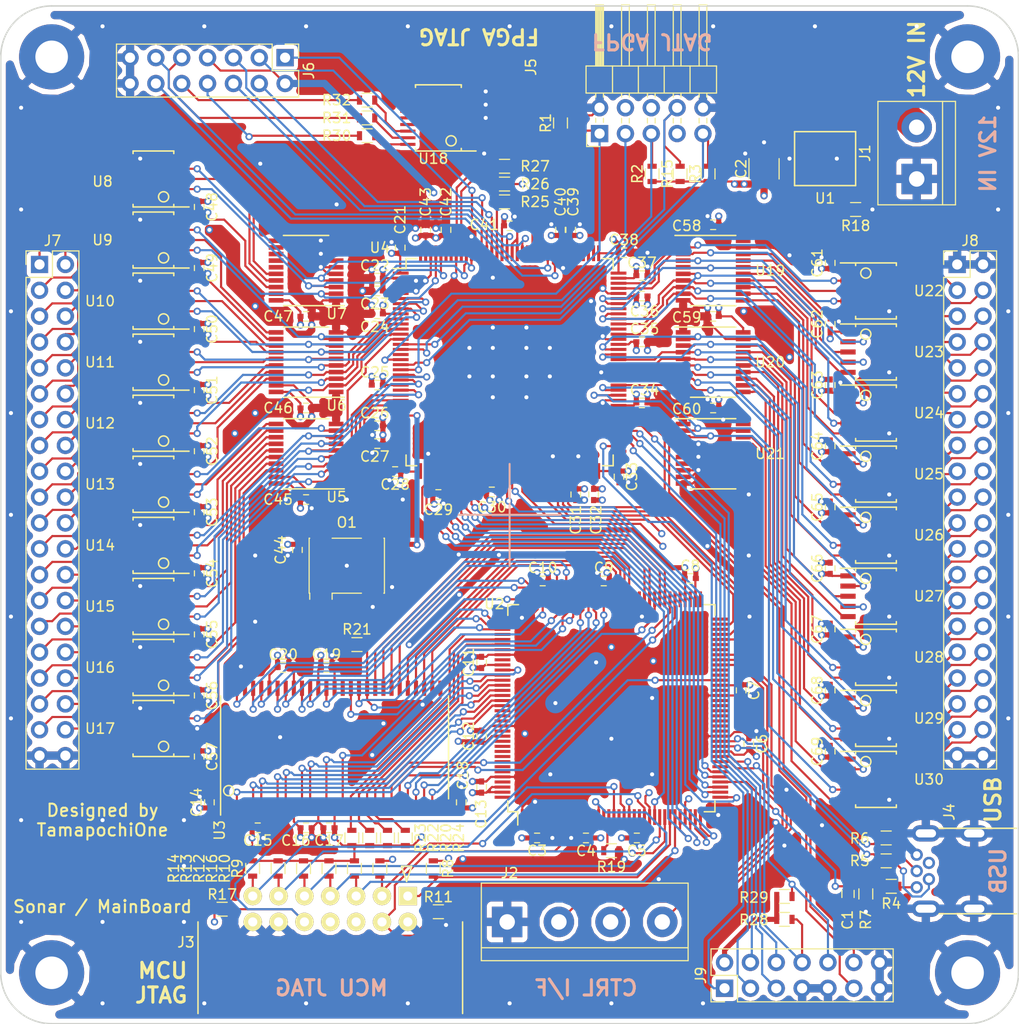
<source format=kicad_pcb>
(kicad_pcb (version 4) (host pcbnew 4.0.1-stable)
  (layers (0 F.Cu signal) (1 In1.Cu mixed hide) (2 In2.Cu power hide) (31 B.Cu signal) (34 B.Paste user) (35 F.Paste user) (36 B.SilkS user) (37 F.SilkS user) (38 B.Mask user) (39 F.Mask user) (44 Edge.Cuts user))
  (net 0 "")
  (net 1 GND)
  (net 2 /VBUS)
  (net 3 +3V3)
  (net 4 +12V)
  (net 5 /CTRL_TXD)
  (net 6 /CTRL_RXD)
  (net 7 /CTRL_SCK)
  (net 8 /MCU_TCK)
  (net 9 /MCU_TRST#)
  (net 10 /MCU_EMLE)
  (net 11 /MCU_TDO)
  (net 12 /MCU_MD)
  (net 13 /MCU_TMS)
  (net 14 /MCU_UB)
  (net 15 /MCU_TDI)
  (net 16 /MCU_RES#)
  (net 17 "Net-(J4-Pad1)")
  (net 18 "Net-(J4-Pad2)")
  (net 19 "Net-(J4-Pad3)")
  (net 20 /FPGA_TCK)
  (net 21 /FPGA_TDO)
  (net 22 /FPGA_TMS)
  (net 23 /FPGA_JTAGEN)
  (net 24 /FPGA_TDI)
  (net 25 /MICCLK_A)
  (net 26 /MIC4)
  (net 27 /MIC5)
  (net 28 /MIC2)
  (net 29 /MIC3)
  (net 30 LED_R#)
  (net 31 LED_G#)
  (net 32 LED_B#)
  (net 33 /MIC12)
  (net 34 /MIC1)
  (net 35 SP1-)
  (net 36 SP1+)
  (net 37 SP2-)
  (net 38 SP2+)
  (net 39 SP5-)
  (net 40 SP5+)
  (net 41 SP6-)
  (net 42 SP6+)
  (net 43 SP7-)
  (net 44 SP7+)
  (net 45 SP10-)
  (net 46 SP10+)
  (net 47 SP11-)
  (net 48 SP11+)
  (net 49 SP12-)
  (net 50 SP12+)
  (net 51 SP16-)
  (net 52 SP16+)
  (net 53 SP17-)
  (net 54 SP17+)
  (net 55 SP18-)
  (net 56 SP18+)
  (net 57 SP19-)
  (net 58 SP19+)
  (net 59 SP23-)
  (net 60 SP23+)
  (net 61 SP24-)
  (net 62 SP24+)
  (net 63 SP25-)
  (net 64 SP25+)
  (net 65 SP29-)
  (net 66 SP29+)
  (net 67 SP30-)
  (net 68 SP30+)
  (net 69 SP34-)
  (net 70 SP34+)
  (net 71 SP35-)
  (net 72 SP35+)
  (net 73 SP3+)
  (net 74 SP3-)
  (net 75 SP4+)
  (net 76 SP4-)
  (net 77 SP8+)
  (net 78 SP8-)
  (net 79 SP9+)
  (net 80 SP9-)
  (net 81 SP13+)
  (net 82 SP13-)
  (net 83 SP14+)
  (net 84 SP14-)
  (net 85 SP15+)
  (net 86 SP15-)
  (net 87 SP20+)
  (net 88 SP20-)
  (net 89 SP21+)
  (net 90 SP21-)
  (net 91 SP22+)
  (net 92 SP22-)
  (net 93 SP26+)
  (net 94 SP26-)
  (net 95 SP27+)
  (net 96 SP27-)
  (net 97 SP28+)
  (net 98 SP28-)
  (net 99 SP31+)
  (net 100 SP31-)
  (net 101 SP32+)
  (net 102 SP32-)
  (net 103 SP33+)
  (net 104 SP33-)
  (net 105 SP36+)
  (net 106 SP36-)
  (net 107 SP37+)
  (net 108 SP37-)
  (net 109 /MICCLK_B)
  (net 110 /MIC11)
  (net 111 /MIC10)
  (net 112 /MIC9)
  (net 113 /MIC8)
  (net 114 /IMU_SCL)
  (net 115 /IMU_SDA)
  (net 116 /MIC7)
  (net 117 /MIC6)
  (net 118 /BaseCLK)
  (net 119 /USB_DM)
  (net 120 /USB_DP)
  (net 121 "Net-(R18-Pad1)")
  (net 122 "Net-(R19-Pad1)")
  (net 123 /RAS#)
  (net 124 /CKE)
  (net 125 /CAS#)
  (net 126 /WE#)
  (net 127 /CS#)
  (net 128 "Net-(R25-Pad1)")
  (net 129 "Net-(R26-Pad1)")
  (net 130 "Net-(R27-Pad1)")
  (net 131 "Net-(R30-Pad2)")
  (net 132 "Net-(R31-Pad2)")
  (net 133 "Net-(R32-Pad2)")
  (net 134 /PCKO)
  (net 135 /VSYNC)
  (net 136 /HSYNC)
  (net 137 /PIXCLK)
  (net 138 /PIXD7)
  (net 139 /PIXD6)
  (net 140 /PIXD5)
  (net 141 /PIXD4)
  (net 142 /PIXD3)
  (net 143 /PIXD2)
  (net 144 /PIXD1)
  (net 145 /PIXD0)
  (net 146 /FPGA_RXD)
  (net 147 /FPGA_TXD)
  (net 148 /FPGA_SCK)
  (net 149 /BA1)
  (net 150 /BA0)
  (net 151 /A12)
  (net 152 /A11)
  (net 153 /A10)
  (net 154 /A9)
  (net 155 /A8)
  (net 156 /A7)
  (net 157 /A6)
  (net 158 /A5)
  (net 159 /A4)
  (net 160 /A3)
  (net 161 /A2)
  (net 162 /A1)
  (net 163 /A0)
  (net 164 /UDQM)
  (net 165 /LDQM)
  (net 166 /D15)
  (net 167 /D14)
  (net 168 /SDCLK)
  (net 169 /D13)
  (net 170 /D12)
  (net 171 /D11)
  (net 172 /D10)
  (net 173 /D9)
  (net 174 /D8)
  (net 175 /D7)
  (net 176 /D6)
  (net 177 /D5)
  (net 178 /D4)
  (net 179 /D3)
  (net 180 /D2)
  (net 181 /D1)
  (net 182 /D0)
  (net 183 SP7)
  (net 184 SP10)
  (net 185 SP11)
  (net 186 SP12)
  (net 187 SP16)
  (net 188 SP17)
  (net 189 SP18)
  (net 190 SP19)
  (net 191 SP23)
  (net 192 SP24)
  (net 193 SP25)
  (net 194 SP29)
  (net 195 SP30)
  (net 196 SP34)
  (net 197 SP35)
  (net 198 SP37)
  (net 199 SP36)
  (net 200 SP33)
  (net 201 SP32)
  (net 202 SP31)
  (net 203 SP28)
  (net 204 SP27)
  (net 205 SP26)
  (net 206 SP22)
  (net 207 SP21)
  (net 208 SP20)
  (net 209 SP15)
  (net 210 SP14)
  (net 211 SP13)
  (net 212 SP9)
  (net 213 SP8)
  (net 214 SP4)
  (net 215 SP3)
  (net 216 LED_B)
  (net 217 LED_G)
  (net 218 LED_R)
  (net 219 SP1)
  (net 220 SP2)
  (net 221 SP5)
  (net 222 SP6)
  (net 223 /OutputDriver/SP19#)
  (net 224 /OutputDriver/SP23#)
  (net 225 /OutputDriver/SP24#)
  (net 226 /OutputDriver/SP25#)
  (net 227 /OutputDriver/SP29#)
  (net 228 /OutputDriver/SP30#)
  (net 229 /OutputDriver/SP34#)
  (net 230 /OutputDriver/SP35#)
  (net 231 /OutputDriver/SP6#)
  (net 232 /OutputDriver/SP7#)
  (net 233 /OutputDriver/SP10#)
  (net 234 /OutputDriver/SP11#)
  (net 235 /OutputDriver/SP12#)
  (net 236 /OutputDriver/SP16#)
  (net 237 /OutputDriver/SP17#)
  (net 238 /OutputDriver/SP18#)
  (net 239 /OutputDriver/SP1#)
  (net 240 /OutputDriver/SP2#)
  (net 241 /OutputDriver/SP5#)
  (net 242 /OutputDriver/SP20#)
  (net 243 /OutputDriver/SP15#)
  (net 244 /OutputDriver/SP14#)
  (net 245 /OutputDriver/SP13#)
  (net 246 /OutputDriver/SP9#)
  (net 247 /OutputDriver/SP8#)
  (net 248 /OutputDriver/SP4#)
  (net 249 /OutputDriver/SP3#)
  (net 250 /OutputDriver/SP33#)
  (net 251 /OutputDriver/SP32#)
  (net 252 /OutputDriver/SP31#)
  (net 253 /OutputDriver/SP28#)
  (net 254 /OutputDriver/SP27#)
  (net 255 /OutputDriver/SP26#)
  (net 256 /OutputDriver/SP22#)
  (net 257 /OutputDriver/SP21#)
  (net 258 /OutputDriver/SP37#)
  (net 259 /OutputDriver/SP36#)
  (module Pin_Headers:Pin_Header_Straight_2x07_Pitch2.54mm (layer F.Cu) (at 106.12 146.52 90)
    (fp_text reference J9 (at 1.27 -2.33 90) (layer F.SilkS))
    (fp_text value Conn_02x07)
    (pad 1 thru_hole rect (at 0 0 90) (size 1.7 1.7) (drill 1) (layers *.Cu *.Mask) (net 109 /MICCLK_B))
    (pad 2 thru_hole oval (at 2.54 0 90) (size 1.7 1.7) (drill 1) (layers *.Cu *.Mask) (net 3 +3V3))
    (pad 3 thru_hole oval (at 0 2.54 90) (size 1.7 1.7) (drill 1) (layers *.Cu *.Mask) (net 110 /MIC11))
    (pad 4 thru_hole oval (at 2.54 2.54 90) (size 1.7 1.7) (drill 1) (layers *.Cu *.Mask) (net 111 /MIC10))
    (pad 5 thru_hole oval (at 0 5.08 90) (size 1.7 1.7) (drill 1) (layers *.Cu *.Mask) (net 112 /MIC9))
    (pad 6 thru_hole oval (at 2.54 5.08 90) (size 1.7 1.7) (drill 1) (layers *.Cu *.Mask) (net 113 /MIC8))
    (pad 7 thru_hole oval (at 0 7.62 90) (size 1.7 1.7) (drill 1) (layers *.Cu *.Mask) (net 1 GND))
    (pad 8 thru_hole oval (at 2.54 7.62 90) (size 1.7 1.7) (drill 1) (layers *.Cu *.Mask) (net 114 /IMU_SCL))
    (pad 9 thru_hole oval (at 0 10.16 90) (size 1.7 1.7) (drill 1) (layers *.Cu *.Mask) (net 1 GND))
    (pad 10 thru_hole oval (at 2.54 10.16 90) (size 1.7 1.7) (drill 1) (layers *.Cu *.Mask) (net 115 /IMU_SDA))
    (pad 11 thru_hole oval (at 0 12.7 90) (size 1.7 1.7) (drill 1) (layers *.Cu *.Mask) (net 116 /MIC7))
    (pad 12 thru_hole oval (at 2.54 12.7 90) (size 1.7 1.7) (drill 1) (layers *.Cu *.Mask) (net 117 /MIC6))
    (pad 13 thru_hole oval (at 0 15.24 90) (size 1.7 1.7) (drill 1) (layers *.Cu *.Mask) (net 1 GND))
    (pad 14 thru_hole oval (at 2.54 15.24 90) (size 1.7 1.7) (drill 1) (layers *.Cu *.Mask) (net 1 GND))
  )
  (module Housings_SSOP:TSSOP-20_4.4x6.5mm_Pitch0.65mm (layer F.Cu) (at 105 76)
    (fp_text reference U19 (at 5.6 0) (layer F.SilkS))
    (fp_text value 74VHC540)
    (pad 1 smd rect (at -2.95 -2.925) (size 1.45 0.45) (layers F.Cu F.Paste F.Mask) (net 1 GND))
    (pad 2 smd rect (at -2.95 -2.275) (size 1.45 0.45) (layers F.Cu F.Paste F.Mask) (net 215 SP3))
    (pad 3 smd rect (at -2.95 -1.625) (size 1.45 0.45) (layers F.Cu F.Paste F.Mask) (net 214 SP4))
    (pad 4 smd rect (at -2.95 -0.975) (size 1.45 0.45) (layers F.Cu F.Paste F.Mask) (net 213 SP8))
    (pad 5 smd rect (at -2.95 -0.325) (size 1.45 0.45) (layers F.Cu F.Paste F.Mask) (net 212 SP9))
    (pad 6 smd rect (at -2.95 0.325) (size 1.45 0.45) (layers F.Cu F.Paste F.Mask) (net 211 SP13))
    (pad 7 smd rect (at -2.95 0.975) (size 1.45 0.45) (layers F.Cu F.Paste F.Mask) (net 210 SP14))
    (pad 8 smd rect (at -2.95 1.625) (size 1.45 0.45) (layers F.Cu F.Paste F.Mask) (net 209 SP15))
    (pad 9 smd rect (at -2.95 2.275) (size 1.45 0.45) (layers F.Cu F.Paste F.Mask) (net 208 SP20))
    (pad 10 smd rect (at -2.95 2.925) (size 1.45 0.45) (layers F.Cu F.Paste F.Mask) (net 1 GND))
    (pad 11 smd rect (at 2.95 2.925) (size 1.45 0.45) (layers F.Cu F.Paste F.Mask) (net 242 /OutputDriver/SP20#))
    (pad 12 smd rect (at 2.95 2.275) (size 1.45 0.45) (layers F.Cu F.Paste F.Mask) (net 243 /OutputDriver/SP15#))
    (pad 13 smd rect (at 2.95 1.625) (size 1.45 0.45) (layers F.Cu F.Paste F.Mask) (net 244 /OutputDriver/SP14#))
    (pad 14 smd rect (at 2.95 0.975) (size 1.45 0.45) (layers F.Cu F.Paste F.Mask) (net 245 /OutputDriver/SP13#))
    (pad 15 smd rect (at 2.95 0.325) (size 1.45 0.45) (layers F.Cu F.Paste F.Mask) (net 246 /OutputDriver/SP9#))
    (pad 16 smd rect (at 2.95 -0.325) (size 1.45 0.45) (layers F.Cu F.Paste F.Mask) (net 247 /OutputDriver/SP8#))
    (pad 17 smd rect (at 2.95 -0.975) (size 1.45 0.45) (layers F.Cu F.Paste F.Mask) (net 248 /OutputDriver/SP4#))
    (pad 18 smd rect (at 2.95 -1.625) (size 1.45 0.45) (layers F.Cu F.Paste F.Mask) (net 249 /OutputDriver/SP3#))
    (pad 19 smd rect (at 2.95 -2.275) (size 1.45 0.45) (layers F.Cu F.Paste F.Mask) (net 1 GND))
    (pad 20 smd rect (at 2.95 -2.925) (size 1.45 0.45) (layers F.Cu F.Paste F.Mask) (net 3 +3V3))
  )
  (module KiCad_Footprints:EQFP-144_A_1.65_D2_4.00 (layer F.Cu) (at 85 85)
    (fp_text reference U4 (at -12.75 -11.25) (layer F.SilkS))
    (fp_text value MAX10_10M16SC_Sonar)
    (pad 1 smd rect (at -10.7 -8.75) (size 1.55 0.3) (layers F.Cu F.Paste F.Mask) (net 3 +3V3))
    (pad 2 smd rect (at -10.7 -8.25) (size 1.55 0.3) (layers F.Cu F.Paste F.Mask) (net 3 +3V3))
    (pad 3 smd rect (at -10.7 -7.75) (size 1.55 0.3) (layers F.Cu F.Paste F.Mask) (net 1 GND))
    (pad 4 smd rect (at -10.7 -7.25) (size 1.55 0.3) (layers F.Cu F.Paste F.Mask) (net 1 GND))
    (pad 5 smd rect (at -10.7 -6.75) (size 1.55 0.3) (layers F.Cu F.Paste F.Mask) (net 3 +3V3))
    (pad 6 smd rect (at -10.7 -6.25) (size 1.55 0.3) (layers F.Cu F.Paste F.Mask) (net 183 SP7))
    (pad 7 smd rect (at -10.7 -5.75) (size 1.55 0.3) (layers F.Cu F.Paste F.Mask) (net 184 SP10))
    (pad 8 smd rect (at -10.7 -5.25) (size 1.55 0.3) (layers F.Cu F.Paste F.Mask) (net 185 SP11))
    (pad 9 smd rect (at -10.7 -4.75) (size 1.55 0.3) (layers F.Cu F.Paste F.Mask) (net 3 +3V3))
    (pad 10 smd rect (at -10.7 -4.25) (size 1.55 0.3) (layers F.Cu F.Paste F.Mask) (net 186 SP12))
    (pad 11 smd rect (at -10.7 -3.75) (size 1.55 0.3) (layers F.Cu F.Paste F.Mask) (net 187 SP16))
    (pad 12 smd rect (at -10.7 -3.25) (size 1.55 0.3) (layers F.Cu F.Paste F.Mask) (net 188 SP17))
    (pad 13 smd rect (at -10.7 -2.75) (size 1.55 0.3) (layers F.Cu F.Paste F.Mask) (net 189 SP18))
    (pad 14 smd rect (at -10.7 -2.25) (size 1.55 0.3) (layers F.Cu F.Paste F.Mask) (net 190 SP19))
    (pad 15 smd rect (at -10.7 -1.75) (size 1.55 0.3) (layers F.Cu F.Paste F.Mask) (net 23 /FPGA_JTAGEN))
    (pad 16 smd rect (at -10.7 -1.25) (size 1.55 0.3) (layers F.Cu F.Paste F.Mask) (net 22 /FPGA_TMS))
    (pad 17 smd rect (at -10.7 -0.75) (size 1.55 0.3) (layers F.Cu F.Paste F.Mask))
    (pad 18 smd rect (at -10.7 -0.25) (size 1.55 0.3) (layers F.Cu F.Paste F.Mask) (net 20 /FPGA_TCK))
    (pad 19 smd rect (at -10.7 0.25) (size 1.55 0.3) (layers F.Cu F.Paste F.Mask) (net 24 /FPGA_TDI))
    (pad 20 smd rect (at -10.7 0.75) (size 1.55 0.3) (layers F.Cu F.Paste F.Mask) (net 21 /FPGA_TDO))
    (pad 21 smd rect (at -10.7 1.25) (size 1.55 0.3) (layers F.Cu F.Paste F.Mask) (net 191 SP23))
    (pad 22 smd rect (at -10.7 1.75) (size 1.55 0.3) (layers F.Cu F.Paste F.Mask) (net 192 SP24))
    (pad 23 smd rect (at -10.7 2.25) (size 1.55 0.3) (layers F.Cu F.Paste F.Mask) (net 3 +3V3))
    (pad 24 smd rect (at -10.7 2.75) (size 1.55 0.3) (layers F.Cu F.Paste F.Mask) (net 193 SP25))
    (pad 25 smd rect (at -10.7 3.25) (size 1.55 0.3) (layers F.Cu F.Paste F.Mask) (net 194 SP29))
    (pad 26 smd rect (at -10.7 3.75) (size 1.55 0.3) (layers F.Cu F.Paste F.Mask) (net 195 SP30))
    (pad 27 smd rect (at -10.7 4.25) (size 1.55 0.3) (layers F.Cu F.Paste F.Mask) (net 196 SP34))
    (pad 28 smd rect (at -10.7 4.75) (size 1.55 0.3) (layers F.Cu F.Paste F.Mask) (net 197 SP35))
    (pad 29 smd rect (at -10.7 5.25) (size 1.55 0.3) (layers F.Cu F.Paste F.Mask) (net 118 /BaseCLK))
    (pad 30 smd rect (at -10.7 5.75) (size 1.55 0.3) (layers F.Cu F.Paste F.Mask))
    (pad 31 smd rect (at -10.7 6.25) (size 1.55 0.3) (layers F.Cu F.Paste F.Mask) (net 3 +3V3))
    (pad 32 smd rect (at -10.7 6.75) (size 1.55 0.3) (layers F.Cu F.Paste F.Mask))
    (pad 33 smd rect (at -10.7 7.25) (size 1.55 0.3) (layers F.Cu F.Paste F.Mask))
    (pad 34 smd rect (at -10.7 7.75) (size 1.55 0.3) (layers F.Cu F.Paste F.Mask) (net 3 +3V3))
    (pad 35 smd rect (at -10.7 8.25) (size 1.55 0.3) (layers F.Cu F.Paste F.Mask) (net 3 +3V3))
    (pad 36 smd rect (at -10.7 8.75) (size 1.55 0.3) (layers F.Cu F.Paste F.Mask) (net 3 +3V3))
    (pad 37 smd rect (at -8.75 10.7 90) (size 1.55 0.3) (layers F.Cu F.Paste F.Mask) (net 3 +3V3))
    (pad 38 smd rect (at -8.25 10.7 90) (size 1.55 0.3) (layers F.Cu F.Paste F.Mask) (net 135 /VSYNC))
    (pad 39 smd rect (at -7.75 10.7 90) (size 1.55 0.3) (layers F.Cu F.Paste F.Mask) (net 136 /HSYNC))
    (pad 40 smd rect (at -7.25 10.7 90) (size 1.55 0.3) (layers F.Cu F.Paste F.Mask) (net 3 +3V3))
    (pad 41 smd rect (at -6.75 10.7 90) (size 1.55 0.3) (layers F.Cu F.Paste F.Mask))
    (pad 42 smd rect (at -6.25 10.7 90) (size 1.55 0.3) (layers F.Cu F.Paste F.Mask) (net 1 GND))
    (pad 43 smd rect (at -5.75 10.7 90) (size 1.55 0.3) (layers F.Cu F.Paste F.Mask) (net 138 /PIXD7))
    (pad 44 smd rect (at -5.25 10.7 90) (size 1.55 0.3) (layers F.Cu F.Paste F.Mask) (net 139 /PIXD6))
    (pad 45 smd rect (at -4.75 10.7 90) (size 1.55 0.3) (layers F.Cu F.Paste F.Mask) (net 140 /PIXD5))
    (pad 46 smd rect (at -4.25 10.7 90) (size 1.55 0.3) (layers F.Cu F.Paste F.Mask) (net 141 /PIXD4))
    (pad 47 smd rect (at -3.75 10.7 90) (size 1.55 0.3) (layers F.Cu F.Paste F.Mask) (net 142 /PIXD3))
    (pad 48 smd rect (at -3.25 10.7 90) (size 1.55 0.3) (layers F.Cu F.Paste F.Mask) (net 143 /PIXD2))
    (pad 49 smd rect (at -2.75 10.7 90) (size 1.55 0.3) (layers F.Cu F.Paste F.Mask) (net 3 +3V3))
    (pad 50 smd rect (at -2.25 10.7 90) (size 1.55 0.3) (layers F.Cu F.Paste F.Mask))
    (pad 51 smd rect (at -1.75 10.7 90) (size 1.55 0.3) (layers F.Cu F.Paste F.Mask) (net 3 +3V3))
    (pad 52 smd rect (at -1.25 10.7 90) (size 1.55 0.3) (layers F.Cu F.Paste F.Mask))
    (pad 53 smd rect (at -0.75 10.7 90) (size 1.55 0.3) (layers F.Cu F.Paste F.Mask) (net 1 GND))
    (pad 54 smd rect (at -0.25 10.7 90) (size 1.55 0.3) (layers F.Cu F.Paste F.Mask) (net 144 /PIXD1))
    (pad 55 smd rect (at 0.25 10.7 90) (size 1.55 0.3) (layers F.Cu F.Paste F.Mask) (net 145 /PIXD0))
    (pad 56 smd rect (at 0.75 10.7 90) (size 1.55 0.3) (layers F.Cu F.Paste F.Mask))
    (pad 57 smd rect (at 1.25 10.7 90) (size 1.55 0.3) (layers F.Cu F.Paste F.Mask) (net 134 /PCKO))
    (pad 58 smd rect (at 1.75 10.7 90) (size 1.55 0.3) (layers F.Cu F.Paste F.Mask) (net 137 /PIXCLK))
    (pad 59 smd rect (at 2.25 10.7 90) (size 1.55 0.3) (layers F.Cu F.Paste F.Mask))
    (pad 60 smd rect (at 2.75 10.7 90) (size 1.55 0.3) (layers F.Cu F.Paste F.Mask))
    (pad 61 smd rect (at 3.25 10.7 90) (size 1.55 0.3) (layers F.Cu F.Paste F.Mask))
    (pad 62 smd rect (at 3.75 10.7 90) (size 1.55 0.3) (layers F.Cu F.Paste F.Mask))
    (pad 63 smd rect (at 4.25 10.7 90) (size 1.55 0.3) (layers F.Cu F.Paste F.Mask) (net 1 GND))
    (pad 64 smd rect (at 4.75 10.7 90) (size 1.55 0.3) (layers F.Cu F.Paste F.Mask) (net 148 /FPGA_SCK))
    (pad 65 smd rect (at 5.25 10.7 90) (size 1.55 0.3) (layers F.Cu F.Paste F.Mask) (net 147 /FPGA_TXD))
    (pad 66 smd rect (at 5.75 10.7 90) (size 1.55 0.3) (layers F.Cu F.Paste F.Mask) (net 146 /FPGA_RXD))
    (pad 67 smd rect (at 6.25 10.7 90) (size 1.55 0.3) (layers F.Cu F.Paste F.Mask) (net 3 +3V3))
    (pad 68 smd rect (at 6.75 10.7 90) (size 1.55 0.3) (layers F.Cu F.Paste F.Mask) (net 1 GND))
    (pad 69 smd rect (at 7.25 10.7 90) (size 1.55 0.3) (layers F.Cu F.Paste F.Mask))
    (pad 70 smd rect (at 7.75 10.7 90) (size 1.55 0.3) (layers F.Cu F.Paste F.Mask))
    (pad 71 smd rect (at 8.25 10.7 90) (size 1.55 0.3) (layers F.Cu F.Paste F.Mask) (net 3 +3V3))
    (pad 72 smd rect (at 8.75 10.7 90) (size 1.55 0.3) (layers F.Cu F.Paste F.Mask) (net 3 +3V3))
    (pad 73 smd rect (at 10.7 8.75) (size 1.55 0.3) (layers F.Cu F.Paste F.Mask) (net 3 +3V3))
    (pad 74 smd rect (at 10.7 8.25) (size 1.55 0.3) (layers F.Cu F.Paste F.Mask) (net 109 /MICCLK_B))
    (pad 75 smd rect (at 10.7 7.75) (size 1.55 0.3) (layers F.Cu F.Paste F.Mask) (net 110 /MIC11))
    (pad 76 smd rect (at 10.7 7.25) (size 1.55 0.3) (layers F.Cu F.Paste F.Mask) (net 111 /MIC10))
    (pad 77 smd rect (at 10.7 6.75) (size 1.55 0.3) (layers F.Cu F.Paste F.Mask) (net 112 /MIC9))
    (pad 78 smd rect (at 10.7 6.25) (size 1.55 0.3) (layers F.Cu F.Paste F.Mask) (net 113 /MIC8))
    (pad 79 smd rect (at 10.7 5.75) (size 1.55 0.3) (layers F.Cu F.Paste F.Mask) (net 116 /MIC7))
    (pad 80 smd rect (at 10.7 5.25) (size 1.55 0.3) (layers F.Cu F.Paste F.Mask))
    (pad 81 smd rect (at 10.7 4.75) (size 1.55 0.3) (layers F.Cu F.Paste F.Mask) (net 117 /MIC6))
    (pad 82 smd rect (at 10.7 4.25) (size 1.55 0.3) (layers F.Cu F.Paste F.Mask) (net 3 +3V3))
    (pad 83 smd rect (at 10.7 3.75) (size 1.55 0.3) (layers F.Cu F.Paste F.Mask) (net 1 GND))
    (pad 84 smd rect (at 10.7 3.25) (size 1.55 0.3) (layers F.Cu F.Paste F.Mask) (net 198 SP37))
    (pad 85 smd rect (at 10.7 2.75) (size 1.55 0.3) (layers F.Cu F.Paste F.Mask) (net 199 SP36))
    (pad 86 smd rect (at 10.7 2.25) (size 1.55 0.3) (layers F.Cu F.Paste F.Mask) (net 200 SP33))
    (pad 87 smd rect (at 10.7 1.75) (size 1.55 0.3) (layers F.Cu F.Paste F.Mask) (net 201 SP32))
    (pad 88 smd rect (at 10.7 1.25) (size 1.55 0.3) (layers F.Cu F.Paste F.Mask) (net 202 SP31))
    (pad 89 smd rect (at 10.7 0.75) (size 1.55 0.3) (layers F.Cu F.Paste F.Mask) (net 203 SP28))
    (pad 90 smd rect (at 10.7 0.25) (size 1.55 0.3) (layers F.Cu F.Paste F.Mask) (net 204 SP27))
    (pad 91 smd rect (at 10.7 -0.25) (size 1.55 0.3) (layers F.Cu F.Paste F.Mask) (net 205 SP26))
    (pad 92 smd rect (at 10.7 -0.75) (size 1.55 0.3) (layers F.Cu F.Paste F.Mask) (net 206 SP22))
    (pad 93 smd rect (at 10.7 -1.25) (size 1.55 0.3) (layers F.Cu F.Paste F.Mask) (net 207 SP21))
    (pad 94 smd rect (at 10.7 -1.75) (size 1.55 0.3) (layers F.Cu F.Paste F.Mask) (net 3 +3V3))
    (pad 95 smd rect (at 10.7 -2.25) (size 1.55 0.3) (layers F.Cu F.Paste F.Mask) (net 1 GND))
    (pad 96 smd rect (at 10.7 -2.75) (size 1.55 0.3) (layers F.Cu F.Paste F.Mask) (net 208 SP20))
    (pad 97 smd rect (at 10.7 -3.25) (size 1.55 0.3) (layers F.Cu F.Paste F.Mask))
    (pad 98 smd rect (at 10.7 -3.75) (size 1.55 0.3) (layers F.Cu F.Paste F.Mask) (net 209 SP15))
    (pad 99 smd rect (at 10.7 -4.25) (size 1.55 0.3) (layers F.Cu F.Paste F.Mask) (net 210 SP14))
    (pad 100 smd rect (at 10.7 -4.75) (size 1.55 0.3) (layers F.Cu F.Paste F.Mask) (net 211 SP13))
    (pad 101 smd rect (at 10.7 -5.25) (size 1.55 0.3) (layers F.Cu F.Paste F.Mask) (net 212 SP9))
    (pad 102 smd rect (at 10.7 -5.75) (size 1.55 0.3) (layers F.Cu F.Paste F.Mask) (net 213 SP8))
    (pad 103 smd rect (at 10.7 -6.25) (size 1.55 0.3) (layers F.Cu F.Paste F.Mask) (net 3 +3V3))
    (pad 104 smd rect (at 10.7 -6.75) (size 1.55 0.3) (layers F.Cu F.Paste F.Mask) (net 1 GND))
    (pad 105 smd rect (at 10.7 -7.25) (size 1.55 0.3) (layers F.Cu F.Paste F.Mask) (net 214 SP4))
    (pad 106 smd rect (at 10.7 -7.75) (size 1.55 0.3) (layers F.Cu F.Paste F.Mask) (net 215 SP3))
    (pad 107 smd rect (at 10.7 -8.25) (size 1.55 0.3) (layers F.Cu F.Paste F.Mask) (net 3 +3V3))
    (pad 108 smd rect (at 10.7 -8.75) (size 1.55 0.3) (layers F.Cu F.Paste F.Mask) (net 3 +3V3))
    (pad 109 smd rect (at 8.75 -10.7 90) (size 1.55 0.3) (layers F.Cu F.Paste F.Mask) (net 3 +3V3))
    (pad 110 smd rect (at 8.25 -10.7 90) (size 1.55 0.3) (layers F.Cu F.Paste F.Mask))
    (pad 111 smd rect (at 7.75 -10.7 90) (size 1.55 0.3) (layers F.Cu F.Paste F.Mask))
    (pad 112 smd rect (at 7.25 -10.7 90) (size 1.55 0.3) (layers F.Cu F.Paste F.Mask))
    (pad 113 smd rect (at 6.75 -10.7 90) (size 1.55 0.3) (layers F.Cu F.Paste F.Mask))
    (pad 114 smd rect (at 6.25 -10.7 90) (size 1.55 0.3) (layers F.Cu F.Paste F.Mask))
    (pad 115 smd rect (at 5.75 -10.7 90) (size 1.55 0.3) (layers F.Cu F.Paste F.Mask) (net 3 +3V3))
    (pad 116 smd rect (at 5.25 -10.7 90) (size 1.55 0.3) (layers F.Cu F.Paste F.Mask) (net 1 GND))
    (pad 117 smd rect (at 4.75 -10.7 90) (size 1.55 0.3) (layers F.Cu F.Paste F.Mask) (net 3 +3V3))
    (pad 118 smd rect (at 4.25 -10.7 90) (size 1.55 0.3) (layers F.Cu F.Paste F.Mask) (net 34 /MIC1))
    (pad 119 smd rect (at 3.75 -10.7 90) (size 1.55 0.3) (layers F.Cu F.Paste F.Mask) (net 33 /MIC12))
    (pad 120 smd rect (at 3.25 -10.7 90) (size 1.55 0.3) (layers F.Cu F.Paste F.Mask) (net 216 LED_B))
    (pad 121 smd rect (at 2.75 -10.7 90) (size 1.55 0.3) (layers F.Cu F.Paste F.Mask) (net 217 LED_G))
    (pad 122 smd rect (at 2.25 -10.7 90) (size 1.55 0.3) (layers F.Cu F.Paste F.Mask) (net 218 LED_R))
    (pad 123 smd rect (at 1.75 -10.7 90) (size 1.55 0.3) (layers F.Cu F.Paste F.Mask))
    (pad 124 smd rect (at 1.25 -10.7 90) (size 1.55 0.3) (layers F.Cu F.Paste F.Mask) (net 29 /MIC3))
    (pad 125 smd rect (at 0.75 -10.7 90) (size 1.55 0.3) (layers F.Cu F.Paste F.Mask) (net 1 GND))
    (pad 126 smd rect (at 0.25 -10.7 90) (size 1.55 0.3) (layers F.Cu F.Paste F.Mask) (net 1 GND))
    (pad 127 smd rect (at -0.25 -10.7 90) (size 1.55 0.3) (layers F.Cu F.Paste F.Mask) (net 28 /MIC2))
    (pad 128 smd rect (at -0.75 -10.7 90) (size 1.55 0.3) (layers F.Cu F.Paste F.Mask) (net 3 +3V3))
    (pad 129 smd rect (at -1.25 -10.7 90) (size 1.55 0.3) (layers F.Cu F.Paste F.Mask) (net 128 "Net-(R25-Pad1)"))
    (pad 130 smd rect (at -1.75 -10.7 90) (size 1.55 0.3) (layers F.Cu F.Paste F.Mask) (net 27 /MIC5))
    (pad 131 smd rect (at -2.25 -10.7 90) (size 1.55 0.3) (layers F.Cu F.Paste F.Mask) (net 26 /MIC4))
    (pad 132 smd rect (at -2.75 -10.7 90) (size 1.55 0.3) (layers F.Cu F.Paste F.Mask) (net 25 /MICCLK_A))
    (pad 133 smd rect (at -3.25 -10.7 90) (size 1.55 0.3) (layers F.Cu F.Paste F.Mask) (net 1 GND))
    (pad 134 smd rect (at -3.75 -10.7 90) (size 1.55 0.3) (layers F.Cu F.Paste F.Mask) (net 219 SP1))
    (pad 135 smd rect (at -4.25 -10.7 90) (size 1.55 0.3) (layers F.Cu F.Paste F.Mask) (net 220 SP2))
    (pad 136 smd rect (at -4.75 -10.7 90) (size 1.55 0.3) (layers F.Cu F.Paste F.Mask) (net 129 "Net-(R26-Pad1)"))
    (pad 137 smd rect (at -5.25 -10.7 90) (size 1.55 0.3) (layers F.Cu F.Paste F.Mask) (net 1 GND))
    (pad 138 smd rect (at -5.75 -10.7 90) (size 1.55 0.3) (layers F.Cu F.Paste F.Mask) (net 130 "Net-(R27-Pad1)"))
    (pad 139 smd rect (at -6.25 -10.7 90) (size 1.55 0.3) (layers F.Cu F.Paste F.Mask) (net 3 +3V3))
    (pad 140 smd rect (at -6.75 -10.7 90) (size 1.55 0.3) (layers F.Cu F.Paste F.Mask) (net 221 SP5))
    (pad 141 smd rect (at -7.25 -10.7 90) (size 1.55 0.3) (layers F.Cu F.Paste F.Mask) (net 222 SP6))
    (pad 142 smd rect (at -7.75 -10.7 90) (size 1.55 0.3) (layers F.Cu F.Paste F.Mask) (net 1 GND))
    (pad 143 smd rect (at -8.25 -10.7 90) (size 1.55 0.3) (layers F.Cu F.Paste F.Mask) (net 3 +3V3))
    (pad 144 smd rect (at -8.75 -10.7 90) (size 1.55 0.3) (layers F.Cu F.Paste F.Mask) (net 3 +3V3))
    (pad EP smd rect (at -1.65 -1.4) (size 3.3 2.8) (layers F.Cu F.Paste F.Mask) (net 1 GND))
    (pad EP smd rect (at 1.65 -1.4) (size 3.3 2.8) (layers F.Cu F.Paste F.Mask) (net 1 GND))
    (pad EP smd rect (at -1.65 1.4) (size 3.3 2.8) (layers F.Cu F.Paste F.Mask) (net 1 GND))
    (pad EP smd rect (at 1.65 1.4) (size 3.3 2.8) (layers F.Cu F.Paste F.Mask) (net 1 GND))
  )
  (module Resistors_SMD:R_0603 (layer F.Cu) (at 122 134)
    (fp_text reference R5 (at -2.6 0) (layer F.SilkS))
    (fp_text value 27)
    (pad 1 smd rect (at -0.75 0) (size 0.5 0.9) (layers F.Cu F.Paste F.Mask) (net 119 /USB_DM))
    (pad 2 smd rect (at 0.75 0) (size 0.5 0.9) (layers F.Cu F.Paste F.Mask) (net 18 "Net-(J4-Pad2)"))
  )
  (module Housings_QFP:LQFP-144_20x20mm_Pitch0.5mm (layer F.Cu) (at 95 119 90)
    (fp_text reference U2 (at 10.25 -11.5 180) (layer F.SilkS))
    (fp_text value RX71M_144LQFP_Sonar)
    (pad 1 smd rect (at -10.7 -8.75 90) (size 1.55 0.3) (layers F.Cu F.Paste F.Mask) (net 1 GND))
    (pad 2 smd rect (at -10.7 -8.25 90) (size 1.55 0.3) (layers F.Cu F.Paste F.Mask))
    (pad 3 smd rect (at -10.7 -7.75 90) (size 1.55 0.3) (layers F.Cu F.Paste F.Mask) (net 3 +3V3))
    (pad 4 smd rect (at -10.7 -7.25 90) (size 1.55 0.3) (layers F.Cu F.Paste F.Mask))
    (pad 5 smd rect (at -10.7 -6.75 90) (size 1.55 0.3) (layers F.Cu F.Paste F.Mask) (net 1 GND))
    (pad 6 smd rect (at -10.7 -6.25 90) (size 1.55 0.3) (layers F.Cu F.Paste F.Mask))
    (pad 7 smd rect (at -10.7 -5.75 90) (size 1.55 0.3) (layers F.Cu F.Paste F.Mask))
    (pad 8 smd rect (at -10.7 -5.25 90) (size 1.55 0.3) (layers F.Cu F.Paste F.Mask))
    (pad 9 smd rect (at -10.7 -4.75 90) (size 1.55 0.3) (layers F.Cu F.Paste F.Mask))
    (pad 10 smd rect (at -10.7 -4.25 90) (size 1.55 0.3) (layers F.Cu F.Paste F.Mask) (net 10 /MCU_EMLE))
    (pad 11 smd rect (at -10.7 -3.75 90) (size 1.55 0.3) (layers F.Cu F.Paste F.Mask))
    (pad 12 smd rect (at -10.7 -3.25 90) (size 1.55 0.3) (layers F.Cu F.Paste F.Mask) (net 1 GND))
    (pad 13 smd rect (at -10.7 -2.75 90) (size 1.55 0.3) (layers F.Cu F.Paste F.Mask))
    (pad 14 smd rect (at -10.7 -2.25 90) (size 1.55 0.3) (layers F.Cu F.Paste F.Mask) (net 3 +3V3))
    (pad 15 smd rect (at -10.7 -1.75 90) (size 1.55 0.3) (layers F.Cu F.Paste F.Mask) (net 3 +3V3))
    (pad 16 smd rect (at -10.7 -1.25 90) (size 1.55 0.3) (layers F.Cu F.Paste F.Mask) (net 12 /MCU_MD))
    (pad 17 smd rect (at -10.7 -0.75 90) (size 1.55 0.3) (layers F.Cu F.Paste F.Mask) (net 122 "Net-(R19-Pad1)"))
    (pad 18 smd rect (at -10.7 -0.25 90) (size 1.55 0.3) (layers F.Cu F.Paste F.Mask))
    (pad 19 smd rect (at -10.7 0.25 90) (size 1.55 0.3) (layers F.Cu F.Paste F.Mask) (net 16 /MCU_RES#))
    (pad 20 smd rect (at -10.7 0.75 90) (size 1.55 0.3) (layers F.Cu F.Paste F.Mask))
    (pad 21 smd rect (at -10.7 1.25 90) (size 1.55 0.3) (layers F.Cu F.Paste F.Mask) (net 1 GND))
    (pad 22 smd rect (at -10.7 1.75 90) (size 1.55 0.3) (layers F.Cu F.Paste F.Mask) (net 118 /BaseCLK))
    (pad 23 smd rect (at -10.7 2.25 90) (size 1.55 0.3) (layers F.Cu F.Paste F.Mask) (net 3 +3V3))
    (pad 24 smd rect (at -10.7 2.75 90) (size 1.55 0.3) (layers F.Cu F.Paste F.Mask) (net 1 GND))
    (pad 25 smd rect (at -10.7 3.25 90) (size 1.55 0.3) (layers F.Cu F.Paste F.Mask) (net 9 /MCU_TRST#))
    (pad 26 smd rect (at -10.7 3.75 90) (size 1.55 0.3) (layers F.Cu F.Paste F.Mask) (net 134 /PCKO))
    (pad 27 smd rect (at -10.7 4.25 90) (size 1.55 0.3) (layers F.Cu F.Paste F.Mask) (net 135 /VSYNC))
    (pad 28 smd rect (at -10.7 4.75 90) (size 1.55 0.3) (layers F.Cu F.Paste F.Mask) (net 13 /MCU_TMS))
    (pad 29 smd rect (at -10.7 5.25 90) (size 1.55 0.3) (layers F.Cu F.Paste F.Mask) (net 15 /MCU_TDI))
    (pad 30 smd rect (at -10.7 5.75 90) (size 1.55 0.3) (layers F.Cu F.Paste F.Mask) (net 8 /MCU_TCK))
    (pad 31 smd rect (at -10.7 6.25 90) (size 1.55 0.3) (layers F.Cu F.Paste F.Mask) (net 11 /MCU_TDO))
    (pad 32 smd rect (at -10.7 6.75 90) (size 1.55 0.3) (layers F.Cu F.Paste F.Mask) (net 136 /HSYNC))
    (pad 33 smd rect (at -10.7 7.25 90) (size 1.55 0.3) (layers F.Cu F.Paste F.Mask) (net 137 /PIXCLK))
    (pad 34 smd rect (at -10.7 7.75 90) (size 1.55 0.3) (layers F.Cu F.Paste F.Mask) (net 138 /PIXD7))
    (pad 35 smd rect (at -10.7 8.25 90) (size 1.55 0.3) (layers F.Cu F.Paste F.Mask) (net 139 /PIXD6))
    (pad 36 smd rect (at -10.7 8.75 90) (size 1.55 0.3) (layers F.Cu F.Paste F.Mask) (net 140 /PIXD5))
    (pad 37 smd rect (at -8.75 10.7 180) (size 1.55 0.3) (layers F.Cu F.Paste F.Mask) (net 141 /PIXD4))
    (pad 38 smd rect (at -8.25 10.7 180) (size 1.55 0.3) (layers F.Cu F.Paste F.Mask) (net 142 /PIXD3))
    (pad 39 smd rect (at -7.75 10.7 180) (size 1.55 0.3) (layers F.Cu F.Paste F.Mask) (net 143 /PIXD2))
    (pad 40 smd rect (at -7.25 10.7 180) (size 1.55 0.3) (layers F.Cu F.Paste F.Mask) (net 2 /VBUS))
    (pad 41 smd rect (at -6.75 10.7 180) (size 1.55 0.3) (layers F.Cu F.Paste F.Mask) (net 144 /PIXD1))
    (pad 42 smd rect (at -6.25 10.7 180) (size 1.55 0.3) (layers F.Cu F.Paste F.Mask) (net 145 /PIXD0))
    (pad 43 smd rect (at -5.75 10.7 180) (size 1.55 0.3) (layers F.Cu F.Paste F.Mask))
    (pad 44 smd rect (at -5.25 10.7 180) (size 1.55 0.3) (layers F.Cu F.Paste F.Mask) (net 115 /IMU_SDA))
    (pad 45 smd rect (at -4.75 10.7 180) (size 1.55 0.3) (layers F.Cu F.Paste F.Mask) (net 114 /IMU_SCL))
    (pad 46 smd rect (at -4.25 10.7 180) (size 1.55 0.3) (layers F.Cu F.Paste F.Mask) (net 3 +3V3))
    (pad 47 smd rect (at -3.75 10.7 180) (size 1.55 0.3) (layers F.Cu F.Paste F.Mask) (net 119 /USB_DM))
    (pad 48 smd rect (at -3.25 10.7 180) (size 1.55 0.3) (layers F.Cu F.Paste F.Mask) (net 120 /USB_DP))
    (pad 49 smd rect (at -2.75 10.7 180) (size 1.55 0.3) (layers F.Cu F.Paste F.Mask) (net 1 GND))
    (pad 50 smd rect (at -2.25 10.7 180) (size 1.55 0.3) (layers F.Cu F.Paste F.Mask))
    (pad 51 smd rect (at -1.75 10.7 180) (size 1.55 0.3) (layers F.Cu F.Paste F.Mask))
    (pad 52 smd rect (at -1.25 10.7 180) (size 1.55 0.3) (layers F.Cu F.Paste F.Mask))
    (pad 53 smd rect (at -0.75 10.7 180) (size 1.55 0.3) (layers F.Cu F.Paste F.Mask))
    (pad 54 smd rect (at -0.25 10.7 180) (size 1.55 0.3) (layers F.Cu F.Paste F.Mask))
    (pad 55 smd rect (at 0.25 10.7 180) (size 1.55 0.3) (layers F.Cu F.Paste F.Mask))
    (pad 56 smd rect (at 0.75 10.7 180) (size 1.55 0.3) (layers F.Cu F.Paste F.Mask))
    (pad 57 smd rect (at 1.25 10.7 180) (size 1.55 0.3) (layers F.Cu F.Paste F.Mask) (net 1 GND))
    (pad 58 smd rect (at 1.75 10.7 180) (size 1.55 0.3) (layers F.Cu F.Paste F.Mask))
    (pad 59 smd rect (at 2.25 10.7 180) (size 1.55 0.3) (layers F.Cu F.Paste F.Mask) (net 3 +3V3))
    (pad 60 smd rect (at 2.75 10.7 180) (size 1.55 0.3) (layers F.Cu F.Paste F.Mask) (net 14 /MCU_UB))
    (pad 61 smd rect (at 3.25 10.7 180) (size 1.55 0.3) (layers F.Cu F.Paste F.Mask))
    (pad 62 smd rect (at 3.75 10.7 180) (size 1.55 0.3) (layers F.Cu F.Paste F.Mask))
    (pad 63 smd rect (at 4.25 10.7 180) (size 1.55 0.3) (layers F.Cu F.Paste F.Mask) (net 5 /CTRL_TXD))
    (pad 64 smd rect (at 4.75 10.7 180) (size 1.55 0.3) (layers F.Cu F.Paste F.Mask) (net 6 /CTRL_RXD))
    (pad 65 smd rect (at 5.25 10.7 180) (size 1.55 0.3) (layers F.Cu F.Paste F.Mask) (net 7 /CTRL_SCK))
    (pad 66 smd rect (at 5.75 10.7 180) (size 1.55 0.3) (layers F.Cu F.Paste F.Mask))
    (pad 67 smd rect (at 6.25 10.7 180) (size 1.55 0.3) (layers F.Cu F.Paste F.Mask))
    (pad 68 smd rect (at 6.75 10.7 180) (size 1.55 0.3) (layers F.Cu F.Paste F.Mask) (net 146 /FPGA_RXD))
    (pad 69 smd rect (at 7.25 10.7 180) (size 1.55 0.3) (layers F.Cu F.Paste F.Mask) (net 147 /FPGA_TXD))
    (pad 70 smd rect (at 7.75 10.7 180) (size 1.55 0.3) (layers F.Cu F.Paste F.Mask))
    (pad 71 smd rect (at 8.25 10.7 180) (size 1.55 0.3) (layers F.Cu F.Paste F.Mask) (net 148 /FPGA_SCK))
    (pad 72 smd rect (at 8.75 10.7 180) (size 1.55 0.3) (layers F.Cu F.Paste F.Mask))
    (pad 73 smd rect (at 10.7 8.75 90) (size 1.55 0.3) (layers F.Cu F.Paste F.Mask))
    (pad 74 smd rect (at 10.7 8.25 90) (size 1.55 0.3) (layers F.Cu F.Paste F.Mask) (net 3 +3V3))
    (pad 75 smd rect (at 10.7 7.75 90) (size 1.55 0.3) (layers F.Cu F.Paste F.Mask))
    (pad 76 smd rect (at 10.7 7.25 90) (size 1.55 0.3) (layers F.Cu F.Paste F.Mask) (net 1 GND))
    (pad 77 smd rect (at 10.7 6.75 90) (size 1.55 0.3) (layers F.Cu F.Paste F.Mask))
    (pad 78 smd rect (at 10.7 6.25 90) (size 1.55 0.3) (layers F.Cu F.Paste F.Mask) (net 149 /BA1))
    (pad 79 smd rect (at 10.7 5.75 90) (size 1.55 0.3) (layers F.Cu F.Paste F.Mask) (net 150 /BA0))
    (pad 80 smd rect (at 10.7 5.25 90) (size 1.55 0.3) (layers F.Cu F.Paste F.Mask) (net 151 /A12))
    (pad 81 smd rect (at 10.7 4.75 90) (size 1.55 0.3) (layers F.Cu F.Paste F.Mask) (net 152 /A11))
    (pad 82 smd rect (at 10.7 4.25 90) (size 1.55 0.3) (layers F.Cu F.Paste F.Mask) (net 153 /A10))
    (pad 83 smd rect (at 10.7 3.75 90) (size 1.55 0.3) (layers F.Cu F.Paste F.Mask) (net 154 /A9))
    (pad 84 smd rect (at 10.7 3.25 90) (size 1.55 0.3) (layers F.Cu F.Paste F.Mask) (net 155 /A8))
    (pad 85 smd rect (at 10.7 2.75 90) (size 1.55 0.3) (layers F.Cu F.Paste F.Mask))
    (pad 86 smd rect (at 10.7 2.25 90) (size 1.55 0.3) (layers F.Cu F.Paste F.Mask))
    (pad 87 smd rect (at 10.7 1.75 90) (size 1.55 0.3) (layers F.Cu F.Paste F.Mask) (net 156 /A7))
    (pad 88 smd rect (at 10.7 1.25 90) (size 1.55 0.3) (layers F.Cu F.Paste F.Mask) (net 157 /A6))
    (pad 89 smd rect (at 10.7 0.75 90) (size 1.55 0.3) (layers F.Cu F.Paste F.Mask) (net 158 /A5))
    (pad 90 smd rect (at 10.7 0.25 90) (size 1.55 0.3) (layers F.Cu F.Paste F.Mask) (net 159 /A4))
    (pad 91 smd rect (at 10.7 -0.25 90) (size 1.55 0.3) (layers F.Cu F.Paste F.Mask) (net 3 +3V3))
    (pad 92 smd rect (at 10.7 -0.75 90) (size 1.55 0.3) (layers F.Cu F.Paste F.Mask) (net 160 /A3))
    (pad 93 smd rect (at 10.7 -1.25 90) (size 1.55 0.3) (layers F.Cu F.Paste F.Mask) (net 1 GND))
    (pad 94 smd rect (at 10.7 -1.75 90) (size 1.55 0.3) (layers F.Cu F.Paste F.Mask) (net 161 /A2))
    (pad 95 smd rect (at 10.7 -2.25 90) (size 1.55 0.3) (layers F.Cu F.Paste F.Mask) (net 162 /A1))
    (pad 96 smd rect (at 10.7 -2.75 90) (size 1.55 0.3) (layers F.Cu F.Paste F.Mask) (net 163 /A0))
    (pad 97 smd rect (at 10.7 -3.25 90) (size 1.55 0.3) (layers F.Cu F.Paste F.Mask))
    (pad 98 smd rect (at 10.7 -3.75 90) (size 1.55 0.3) (layers F.Cu F.Paste F.Mask) (net 164 /UDQM))
    (pad 99 smd rect (at 10.7 -4.25 90) (size 1.55 0.3) (layers F.Cu F.Paste F.Mask) (net 165 /LDQM))
    (pad 100 smd rect (at 10.7 -4.75 90) (size 1.55 0.3) (layers F.Cu F.Paste F.Mask) (net 124 /CKE))
    (pad 101 smd rect (at 10.7 -5.25 90) (size 1.55 0.3) (layers F.Cu F.Paste F.Mask) (net 166 /D15))
    (pad 102 smd rect (at 10.7 -5.75 90) (size 1.55 0.3) (layers F.Cu F.Paste F.Mask) (net 167 /D14))
    (pad 103 smd rect (at 10.7 -6.25 90) (size 1.55 0.3) (layers F.Cu F.Paste F.Mask) (net 3 +3V3))
    (pad 104 smd rect (at 10.7 -6.75 90) (size 1.55 0.3) (layers F.Cu F.Paste F.Mask) (net 168 /SDCLK))
    (pad 105 smd rect (at 10.7 -7.25 90) (size 1.55 0.3) (layers F.Cu F.Paste F.Mask) (net 1 GND))
    (pad 106 smd rect (at 10.7 -7.75 90) (size 1.55 0.3) (layers F.Cu F.Paste F.Mask) (net 169 /D13))
    (pad 107 smd rect (at 10.7 -8.25 90) (size 1.55 0.3) (layers F.Cu F.Paste F.Mask) (net 170 /D12))
    (pad 108 smd rect (at 10.7 -8.75 90) (size 1.55 0.3) (layers F.Cu F.Paste F.Mask) (net 171 /D11))
    (pad 109 smd rect (at 8.75 -10.7 180) (size 1.55 0.3) (layers F.Cu F.Paste F.Mask) (net 172 /D10))
    (pad 110 smd rect (at 8.25 -10.7 180) (size 1.55 0.3) (layers F.Cu F.Paste F.Mask) (net 173 /D9))
    (pad 111 smd rect (at 7.75 -10.7 180) (size 1.55 0.3) (layers F.Cu F.Paste F.Mask) (net 174 /D8))
    (pad 112 smd rect (at 7.25 -10.7 180) (size 1.55 0.3) (layers F.Cu F.Paste F.Mask) (net 126 /WE#))
    (pad 113 smd rect (at 6.75 -10.7 180) (size 1.55 0.3) (layers F.Cu F.Paste F.Mask) (net 125 /CAS#))
    (pad 114 smd rect (at 6.25 -10.7 180) (size 1.55 0.3) (layers F.Cu F.Paste F.Mask) (net 123 /RAS#))
    (pad 115 smd rect (at 5.75 -10.7 180) (size 1.55 0.3) (layers F.Cu F.Paste F.Mask) (net 127 /CS#))
    (pad 116 smd rect (at 5.25 -10.7 180) (size 1.55 0.3) (layers F.Cu F.Paste F.Mask) (net 1 GND))
    (pad 117 smd rect (at 4.75 -10.7 180) (size 1.55 0.3) (layers F.Cu F.Paste F.Mask))
    (pad 118 smd rect (at 4.25 -10.7 180) (size 1.55 0.3) (layers F.Cu F.Paste F.Mask) (net 3 +3V3))
    (pad 119 smd rect (at 3.75 -10.7 180) (size 1.55 0.3) (layers F.Cu F.Paste F.Mask) (net 175 /D7))
    (pad 120 smd rect (at 3.25 -10.7 180) (size 1.55 0.3) (layers F.Cu F.Paste F.Mask) (net 176 /D6))
    (pad 121 smd rect (at 2.75 -10.7 180) (size 1.55 0.3) (layers F.Cu F.Paste F.Mask) (net 177 /D5))
    (pad 122 smd rect (at 2.25 -10.7 180) (size 1.55 0.3) (layers F.Cu F.Paste F.Mask) (net 178 /D4))
    (pad 123 smd rect (at 1.75 -10.7 180) (size 1.55 0.3) (layers F.Cu F.Paste F.Mask) (net 179 /D3))
    (pad 124 smd rect (at 1.25 -10.7 180) (size 1.55 0.3) (layers F.Cu F.Paste F.Mask) (net 180 /D2))
    (pad 125 smd rect (at 0.75 -10.7 180) (size 1.55 0.3) (layers F.Cu F.Paste F.Mask) (net 181 /D1))
    (pad 126 smd rect (at 0.25 -10.7 180) (size 1.55 0.3) (layers F.Cu F.Paste F.Mask) (net 182 /D0))
    (pad 127 smd rect (at -0.25 -10.7 180) (size 1.55 0.3) (layers F.Cu F.Paste F.Mask))
    (pad 128 smd rect (at -0.75 -10.7 180) (size 1.55 0.3) (layers F.Cu F.Paste F.Mask))
    (pad 129 smd rect (at -1.25 -10.7 180) (size 1.55 0.3) (layers F.Cu F.Paste F.Mask))
    (pad 130 smd rect (at -1.75 -10.7 180) (size 1.55 0.3) (layers F.Cu F.Paste F.Mask) (net 1 GND))
    (pad 131 smd rect (at -2.25 -10.7 180) (size 1.55 0.3) (layers F.Cu F.Paste F.Mask))
    (pad 132 smd rect (at -2.75 -10.7 180) (size 1.55 0.3) (layers F.Cu F.Paste F.Mask) (net 3 +3V3))
    (pad 133 smd rect (at -3.25 -10.7 180) (size 1.55 0.3) (layers F.Cu F.Paste F.Mask))
    (pad 134 smd rect (at -3.75 -10.7 180) (size 1.55 0.3) (layers F.Cu F.Paste F.Mask))
    (pad 135 smd rect (at -4.25 -10.7 180) (size 1.55 0.3) (layers F.Cu F.Paste F.Mask))
    (pad 136 smd rect (at -4.75 -10.7 180) (size 1.55 0.3) (layers F.Cu F.Paste F.Mask))
    (pad 137 smd rect (at -5.25 -10.7 180) (size 1.55 0.3) (layers F.Cu F.Paste F.Mask))
    (pad 138 smd rect (at -5.75 -10.7 180) (size 1.55 0.3) (layers F.Cu F.Paste F.Mask))
    (pad 139 smd rect (at -6.25 -10.7 180) (size 1.55 0.3) (layers F.Cu F.Paste F.Mask))
    (pad 140 smd rect (at -6.75 -10.7 180) (size 1.55 0.3) (layers F.Cu F.Paste F.Mask) (net 1 GND))
    (pad 141 smd rect (at -7.25 -10.7 180) (size 1.55 0.3) (layers F.Cu F.Paste F.Mask))
    (pad 142 smd rect (at -7.75 -10.7 180) (size 1.55 0.3) (layers F.Cu F.Paste F.Mask) (net 3 +3V3))
    (pad 143 smd rect (at -8.25 -10.7 180) (size 1.55 0.3) (layers F.Cu F.Paste F.Mask) (net 3 +3V3))
    (pad 144 smd rect (at -8.75 -10.7 180) (size 1.55 0.3) (layers F.Cu F.Paste F.Mask))
  )
  (module Connectors_Terminal_Blocks:TerminalBlock_bornier-4_P5.08mm (layer F.Cu) (at 84.76 140)
    (fp_text reference J2 (at 0.24 -4.8) (layer F.SilkS))
    (fp_text value CTRL)
    (pad 2 thru_hole circle (at 5.08 0) (size 3 3) (drill 1.52) (layers *.Cu *.Mask) (net 5 /CTRL_TXD))
    (pad 3 thru_hole circle (at 10.16 0) (size 3 3) (drill 1.52) (layers *.Cu *.Mask) (net 6 /CTRL_RXD))
    (pad 1 thru_hole rect (at 0 0) (size 3 3) (drill 1.52) (layers *.Cu *.Mask) (net 1 GND))
    (pad 4 thru_hole circle (at 15.24 0) (size 3 3) (drill 1.52) (layers *.Cu *.Mask) (net 7 /CTRL_SCK))
  )
  (module KiCad_Footprints:TSOP-II_54 (layer F.Cu) (at 57.4 128.8 90)
    (fp_text reference U3 (at -2.2 -0.9 90) (layer F.SilkS))
    (fp_text value AS4C32M16SA-7TCN)
    (pad 1 smd rect (at 0 0 90) (size 1.5 0.4) (layers F.Cu F.Paste F.Mask) (net 3 +3V3))
    (pad 2 smd rect (at 0 0.8 90) (size 1.5 0.4) (layers F.Cu F.Paste F.Mask) (net 182 /D0))
    (pad 3 smd rect (at 0 1.6 90) (size 1.5 0.4) (layers F.Cu F.Paste F.Mask) (net 3 +3V3))
    (pad 4 smd rect (at 0 2.4 90) (size 1.5 0.4) (layers F.Cu F.Paste F.Mask) (net 181 /D1))
    (pad 5 smd rect (at 0 3.2 90) (size 1.5 0.4) (layers F.Cu F.Paste F.Mask) (net 180 /D2))
    (pad 6 smd rect (at 0 4 90) (size 1.5 0.4) (layers F.Cu F.Paste F.Mask) (net 1 GND))
    (pad 7 smd rect (at 0 4.8 90) (size 1.5 0.4) (layers F.Cu F.Paste F.Mask) (net 179 /D3))
    (pad 8 smd rect (at 0 5.6 90) (size 1.5 0.4) (layers F.Cu F.Paste F.Mask) (net 178 /D4))
    (pad 9 smd rect (at 0 6.4 90) (size 1.5 0.4) (layers F.Cu F.Paste F.Mask) (net 3 +3V3))
    (pad 10 smd rect (at 0 7.2 90) (size 1.5 0.4) (layers F.Cu F.Paste F.Mask) (net 177 /D5))
    (pad 11 smd rect (at 0 8 90) (size 1.5 0.4) (layers F.Cu F.Paste F.Mask) (net 176 /D6))
    (pad 12 smd rect (at 0 8.8 90) (size 1.5 0.4) (layers F.Cu F.Paste F.Mask) (net 1 GND))
    (pad 13 smd rect (at 0 9.6 90) (size 1.5 0.4) (layers F.Cu F.Paste F.Mask) (net 175 /D7))
    (pad 14 smd rect (at 0 10.4 90) (size 1.5 0.4) (layers F.Cu F.Paste F.Mask) (net 3 +3V3))
    (pad 15 smd rect (at 0 11.2 90) (size 1.5 0.4) (layers F.Cu F.Paste F.Mask) (net 165 /LDQM))
    (pad 16 smd rect (at 0 12 90) (size 1.5 0.4) (layers F.Cu F.Paste F.Mask) (net 126 /WE#))
    (pad 17 smd rect (at 0 12.8 90) (size 1.5 0.4) (layers F.Cu F.Paste F.Mask) (net 125 /CAS#))
    (pad 18 smd rect (at 0 13.6 90) (size 1.5 0.4) (layers F.Cu F.Paste F.Mask) (net 123 /RAS#))
    (pad 19 smd rect (at 0 14.4 90) (size 1.5 0.4) (layers F.Cu F.Paste F.Mask) (net 127 /CS#))
    (pad 20 smd rect (at 0 15.2 90) (size 1.5 0.4) (layers F.Cu F.Paste F.Mask) (net 150 /BA0))
    (pad 21 smd rect (at 0 16 90) (size 1.5 0.4) (layers F.Cu F.Paste F.Mask) (net 149 /BA1))
    (pad 22 smd rect (at 0 16.8 90) (size 1.5 0.4) (layers F.Cu F.Paste F.Mask) (net 153 /A10))
    (pad 23 smd rect (at 0 17.6 90) (size 1.5 0.4) (layers F.Cu F.Paste F.Mask) (net 163 /A0))
    (pad 24 smd rect (at 0 18.4 90) (size 1.5 0.4) (layers F.Cu F.Paste F.Mask) (net 162 /A1))
    (pad 25 smd rect (at 0 19.2 90) (size 1.5 0.4) (layers F.Cu F.Paste F.Mask) (net 161 /A2))
    (pad 26 smd rect (at 0 20 90) (size 1.5 0.4) (layers F.Cu F.Paste F.Mask) (net 160 /A3))
    (pad 27 smd rect (at 0 20.8 90) (size 1.5 0.4) (layers F.Cu F.Paste F.Mask) (net 3 +3V3))
    (pad 28 smd rect (at 11.76 20.8 90) (size 1.5 0.4) (layers F.Cu F.Paste F.Mask) (net 1 GND))
    (pad 29 smd rect (at 11.76 20 90) (size 1.5 0.4) (layers F.Cu F.Paste F.Mask) (net 159 /A4))
    (pad 30 smd rect (at 11.76 19.2 90) (size 1.5 0.4) (layers F.Cu F.Paste F.Mask) (net 158 /A5))
    (pad 31 smd rect (at 11.76 18.4 90) (size 1.5 0.4) (layers F.Cu F.Paste F.Mask) (net 157 /A6))
    (pad 32 smd rect (at 11.76 17.6 90) (size 1.5 0.4) (layers F.Cu F.Paste F.Mask) (net 156 /A7))
    (pad 33 smd rect (at 11.76 16.8 90) (size 1.5 0.4) (layers F.Cu F.Paste F.Mask) (net 155 /A8))
    (pad 34 smd rect (at 11.76 16 90) (size 1.5 0.4) (layers F.Cu F.Paste F.Mask) (net 154 /A9))
    (pad 35 smd rect (at 11.76 15.2 90) (size 1.5 0.4) (layers F.Cu F.Paste F.Mask) (net 152 /A11))
    (pad 36 smd rect (at 11.76 14.4 90) (size 1.5 0.4) (layers F.Cu F.Paste F.Mask) (net 151 /A12))
    (pad 37 smd rect (at 11.76 13.6 90) (size 1.5 0.4) (layers F.Cu F.Paste F.Mask) (net 124 /CKE))
    (pad 38 smd rect (at 11.76 12.8 90) (size 1.5 0.4) (layers F.Cu F.Paste F.Mask) (net 168 /SDCLK))
    (pad 39 smd rect (at 11.76 12 90) (size 1.5 0.4) (layers F.Cu F.Paste F.Mask) (net 164 /UDQM))
    (pad 40 smd rect (at 11.76 11.2 90) (size 1.5 0.4) (layers F.Cu F.Paste F.Mask))
    (pad 41 smd rect (at 11.76 10.4 90) (size 1.5 0.4) (layers F.Cu F.Paste F.Mask) (net 1 GND))
    (pad 42 smd rect (at 11.76 9.6 90) (size 1.5 0.4) (layers F.Cu F.Paste F.Mask) (net 174 /D8))
    (pad 43 smd rect (at 11.76 8.8 90) (size 1.5 0.4) (layers F.Cu F.Paste F.Mask) (net 3 +3V3))
    (pad 44 smd rect (at 11.76 8 90) (size 1.5 0.4) (layers F.Cu F.Paste F.Mask) (net 173 /D9))
    (pad 45 smd rect (at 11.76 7.2 90) (size 1.5 0.4) (layers F.Cu F.Paste F.Mask) (net 172 /D10))
    (pad 46 smd rect (at 11.76 6.4 90) (size 1.5 0.4) (layers F.Cu F.Paste F.Mask) (net 1 GND))
    (pad 47 smd rect (at 11.76 5.6 90) (size 1.5 0.4) (layers F.Cu F.Paste F.Mask) (net 171 /D11))
    (pad 48 smd rect (at 11.76 4.8 90) (size 1.5 0.4) (layers F.Cu F.Paste F.Mask) (net 170 /D12))
    (pad 49 smd rect (at 11.76 4 90) (size 1.5 0.4) (layers F.Cu F.Paste F.Mask) (net 3 +3V3))
    (pad 50 smd rect (at 11.76 3.2 90) (size 1.5 0.4) (layers F.Cu F.Paste F.Mask) (net 169 /D13))
    (pad 51 smd rect (at 11.76 2.4 90) (size 1.5 0.4) (layers F.Cu F.Paste F.Mask) (net 167 /D14))
    (pad 52 smd rect (at 11.76 1.6 90) (size 1.5 0.4) (layers F.Cu F.Paste F.Mask) (net 1 GND))
    (pad 53 smd rect (at 11.76 0.8 90) (size 1.5 0.4) (layers F.Cu F.Paste F.Mask) (net 166 /D15))
    (pad 54 smd rect (at 11.76 0 90) (size 1.5 0.4) (layers F.Cu F.Paste F.Mask) (net 1 GND))
  )
  (module KiCad_Footprints:JTAG (layer F.Cu) (at 67.38 138.73 90)
    (fp_text reference J3 (at -3.27 -14.18 180) (layer F.SilkS))
    (fp_text value Conn_JTAG)
    (pad 1 thru_hole rect (at 1.27 7.62 90) (size 1.8 1.8) (drill 0.9) (layers *.Cu *.Mask F.SilkS) (net 8 /MCU_TCK))
    (pad 2 thru_hole circle (at -1.27 7.62 90) (size 1.8 1.8) (drill 0.9) (layers *.Cu *.Mask F.SilkS) (net 1 GND))
    (pad 3 thru_hole circle (at 1.27 5.08 90) (size 1.8 1.8) (drill 0.9) (layers *.Cu *.Mask F.SilkS) (net 9 /MCU_TRST#))
    (pad 4 thru_hole circle (at -1.27 5.08 90) (size 1.8 1.8) (drill 0.9) (layers *.Cu *.Mask F.SilkS) (net 10 /MCU_EMLE))
    (pad 5 thru_hole circle (at 1.27 2.54 90) (size 1.8 1.8) (drill 0.9) (layers *.Cu *.Mask F.SilkS) (net 11 /MCU_TDO))
    (pad 6 thru_hole circle (at -1.27 2.54 90) (size 1.8 1.8) (drill 0.9) (layers *.Cu *.Mask F.SilkS))
    (pad 7 thru_hole circle (at 1.27 0 90) (size 1.8 1.8) (drill 0.9) (layers *.Cu *.Mask F.SilkS) (net 12 /MCU_MD))
    (pad 8 thru_hole circle (at -1.27 0 90) (size 1.8 1.8) (drill 0.9) (layers *.Cu *.Mask F.SilkS) (net 3 +3V3))
    (pad 9 thru_hole circle (at 1.27 -2.54 90) (size 1.8 1.8) (drill 0.9) (layers *.Cu *.Mask F.SilkS) (net 13 /MCU_TMS))
    (pad 10 thru_hole circle (at -1.27 -2.54 90) (size 1.8 1.8) (drill 0.9) (layers *.Cu *.Mask F.SilkS) (net 14 /MCU_UB))
    (pad 11 thru_hole circle (at 1.27 -5.08 90) (size 1.8 1.8) (drill 0.9) (layers *.Cu *.Mask F.SilkS) (net 15 /MCU_TDI))
    (pad 12 thru_hole circle (at -1.27 -5.08 90) (size 1.8 1.8) (drill 0.9) (layers *.Cu *.Mask F.SilkS) (net 1 GND))
    (pad 13 thru_hole circle (at 1.27 -7.62 90) (size 1.8 1.8) (drill 0.9) (layers *.Cu *.Mask F.SilkS) (net 16 /MCU_RES#))
    (pad 14 thru_hole circle (at -1.27 -7.62 90) (size 1.8 1.8) (drill 0.9) (layers *.Cu *.Mask F.SilkS) (net 1 GND))
  )
  (module KiCad_Footprints:SOIC10_R (layer F.Cu) (at 121 126)
    (fp_text reference U30 (at 5.2 0) (layer F.SilkS))
    (fp_text value LV8548MC)
    (pad 1 smd rect (at -2.75 -2) (size 1.5 0.5) (layers F.Cu F.Paste F.Mask) (net 4 +12V))
    (pad 2 smd rect (at -2.75 -1) (size 1.5 0.5) (layers F.Cu F.Paste F.Mask) (net 199 SP36))
    (pad 3 smd rect (at -2.75 0) (size 1.5 0.5) (layers F.Cu F.Paste F.Mask) (net 259 /OutputDriver/SP36#))
    (pad 4 smd rect (at -2.75 1) (size 1.5 0.5) (layers F.Cu F.Paste F.Mask) (net 198 SP37))
    (pad 5 smd rect (at -2.75 2) (size 1.5 0.5) (layers F.Cu F.Paste F.Mask) (net 258 /OutputDriver/SP37#))
    (pad 6 smd rect (at 2.75 2) (size 1.5 0.5) (layers F.Cu F.Paste F.Mask) (net 1 GND))
    (pad 7 smd rect (at 2.75 1) (size 1.5 0.5) (layers F.Cu F.Paste F.Mask) (net 108 SP37-))
    (pad 8 smd rect (at 2.75 0) (size 1.5 0.5) (layers F.Cu F.Paste F.Mask) (net 107 SP37+))
    (pad 9 smd rect (at 2.75 -1) (size 1.5 0.5) (layers F.Cu F.Paste F.Mask) (net 106 SP36-))
    (pad 10 smd rect (at 2.75 -2) (size 1.5 0.5) (layers F.Cu F.Paste F.Mask) (net 105 SP36+))
  )
  (module KiCad_Footprints:SOIC10_R (layer F.Cu) (at 121 120)
    (fp_text reference U29 (at 5.2 0) (layer F.SilkS))
    (fp_text value LV8548MC)
    (pad 1 smd rect (at -2.75 -2) (size 1.5 0.5) (layers F.Cu F.Paste F.Mask) (net 4 +12V))
    (pad 2 smd rect (at -2.75 -1) (size 1.5 0.5) (layers F.Cu F.Paste F.Mask) (net 201 SP32))
    (pad 3 smd rect (at -2.75 0) (size 1.5 0.5) (layers F.Cu F.Paste F.Mask) (net 251 /OutputDriver/SP32#))
    (pad 4 smd rect (at -2.75 1) (size 1.5 0.5) (layers F.Cu F.Paste F.Mask) (net 200 SP33))
    (pad 5 smd rect (at -2.75 2) (size 1.5 0.5) (layers F.Cu F.Paste F.Mask) (net 250 /OutputDriver/SP33#))
    (pad 6 smd rect (at 2.75 2) (size 1.5 0.5) (layers F.Cu F.Paste F.Mask) (net 1 GND))
    (pad 7 smd rect (at 2.75 1) (size 1.5 0.5) (layers F.Cu F.Paste F.Mask) (net 104 SP33-))
    (pad 8 smd rect (at 2.75 0) (size 1.5 0.5) (layers F.Cu F.Paste F.Mask) (net 103 SP33+))
    (pad 9 smd rect (at 2.75 -1) (size 1.5 0.5) (layers F.Cu F.Paste F.Mask) (net 102 SP32-))
    (pad 10 smd rect (at 2.75 -2) (size 1.5 0.5) (layers F.Cu F.Paste F.Mask) (net 101 SP32+))
  )
  (module KiCad_Footprints:SOIC10_R (layer F.Cu) (at 121 114)
    (fp_text reference U28 (at 5.2 0) (layer F.SilkS))
    (fp_text value LV8548MC)
    (pad 1 smd rect (at -2.75 -2) (size 1.5 0.5) (layers F.Cu F.Paste F.Mask) (net 4 +12V))
    (pad 2 smd rect (at -2.75 -1) (size 1.5 0.5) (layers F.Cu F.Paste F.Mask) (net 203 SP28))
    (pad 3 smd rect (at -2.75 0) (size 1.5 0.5) (layers F.Cu F.Paste F.Mask) (net 253 /OutputDriver/SP28#))
    (pad 4 smd rect (at -2.75 1) (size 1.5 0.5) (layers F.Cu F.Paste F.Mask) (net 202 SP31))
    (pad 5 smd rect (at -2.75 2) (size 1.5 0.5) (layers F.Cu F.Paste F.Mask) (net 252 /OutputDriver/SP31#))
    (pad 6 smd rect (at 2.75 2) (size 1.5 0.5) (layers F.Cu F.Paste F.Mask) (net 1 GND))
    (pad 7 smd rect (at 2.75 1) (size 1.5 0.5) (layers F.Cu F.Paste F.Mask) (net 100 SP31-))
    (pad 8 smd rect (at 2.75 0) (size 1.5 0.5) (layers F.Cu F.Paste F.Mask) (net 99 SP31+))
    (pad 9 smd rect (at 2.75 -1) (size 1.5 0.5) (layers F.Cu F.Paste F.Mask) (net 98 SP28-))
    (pad 10 smd rect (at 2.75 -2) (size 1.5 0.5) (layers F.Cu F.Paste F.Mask) (net 97 SP28+))
  )
  (module KiCad_Footprints:SOIC10_R (layer F.Cu) (at 121 108)
    (fp_text reference U27 (at 5.2 0) (layer F.SilkS))
    (fp_text value LV8548MC)
    (pad 1 smd rect (at -2.75 -2) (size 1.5 0.5) (layers F.Cu F.Paste F.Mask) (net 4 +12V))
    (pad 2 smd rect (at -2.75 -1) (size 1.5 0.5) (layers F.Cu F.Paste F.Mask) (net 205 SP26))
    (pad 3 smd rect (at -2.75 0) (size 1.5 0.5) (layers F.Cu F.Paste F.Mask) (net 255 /OutputDriver/SP26#))
    (pad 4 smd rect (at -2.75 1) (size 1.5 0.5) (layers F.Cu F.Paste F.Mask) (net 204 SP27))
    (pad 5 smd rect (at -2.75 2) (size 1.5 0.5) (layers F.Cu F.Paste F.Mask) (net 254 /OutputDriver/SP27#))
    (pad 6 smd rect (at 2.75 2) (size 1.5 0.5) (layers F.Cu F.Paste F.Mask) (net 1 GND))
    (pad 7 smd rect (at 2.75 1) (size 1.5 0.5) (layers F.Cu F.Paste F.Mask) (net 96 SP27-))
    (pad 8 smd rect (at 2.75 0) (size 1.5 0.5) (layers F.Cu F.Paste F.Mask) (net 95 SP27+))
    (pad 9 smd rect (at 2.75 -1) (size 1.5 0.5) (layers F.Cu F.Paste F.Mask) (net 94 SP26-))
    (pad 10 smd rect (at 2.75 -2) (size 1.5 0.5) (layers F.Cu F.Paste F.Mask) (net 93 SP26+))
  )
  (module KiCad_Footprints:SOIC10_R (layer F.Cu) (at 121 102)
    (fp_text reference U26 (at 5.2 0) (layer F.SilkS))
    (fp_text value LV8548MC)
    (pad 1 smd rect (at -2.75 -2) (size 1.5 0.5) (layers F.Cu F.Paste F.Mask) (net 4 +12V))
    (pad 2 smd rect (at -2.75 -1) (size 1.5 0.5) (layers F.Cu F.Paste F.Mask) (net 207 SP21))
    (pad 3 smd rect (at -2.75 0) (size 1.5 0.5) (layers F.Cu F.Paste F.Mask) (net 257 /OutputDriver/SP21#))
    (pad 4 smd rect (at -2.75 1) (size 1.5 0.5) (layers F.Cu F.Paste F.Mask) (net 206 SP22))
    (pad 5 smd rect (at -2.75 2) (size 1.5 0.5) (layers F.Cu F.Paste F.Mask) (net 256 /OutputDriver/SP22#))
    (pad 6 smd rect (at 2.75 2) (size 1.5 0.5) (layers F.Cu F.Paste F.Mask) (net 1 GND))
    (pad 7 smd rect (at 2.75 1) (size 1.5 0.5) (layers F.Cu F.Paste F.Mask) (net 92 SP22-))
    (pad 8 smd rect (at 2.75 0) (size 1.5 0.5) (layers F.Cu F.Paste F.Mask) (net 91 SP22+))
    (pad 9 smd rect (at 2.75 -1) (size 1.5 0.5) (layers F.Cu F.Paste F.Mask) (net 90 SP21-))
    (pad 10 smd rect (at 2.75 -2) (size 1.5 0.5) (layers F.Cu F.Paste F.Mask) (net 89 SP21+))
  )
  (module KiCad_Footprints:SOIC10_R (layer F.Cu) (at 121 96)
    (fp_text reference U25 (at 5.2 0) (layer F.SilkS))
    (fp_text value LV8548MC)
    (pad 1 smd rect (at -2.75 -2) (size 1.5 0.5) (layers F.Cu F.Paste F.Mask) (net 4 +12V))
    (pad 2 smd rect (at -2.75 -1) (size 1.5 0.5) (layers F.Cu F.Paste F.Mask) (net 209 SP15))
    (pad 3 smd rect (at -2.75 0) (size 1.5 0.5) (layers F.Cu F.Paste F.Mask) (net 243 /OutputDriver/SP15#))
    (pad 4 smd rect (at -2.75 1) (size 1.5 0.5) (layers F.Cu F.Paste F.Mask) (net 208 SP20))
    (pad 5 smd rect (at -2.75 2) (size 1.5 0.5) (layers F.Cu F.Paste F.Mask) (net 242 /OutputDriver/SP20#))
    (pad 6 smd rect (at 2.75 2) (size 1.5 0.5) (layers F.Cu F.Paste F.Mask) (net 1 GND))
    (pad 7 smd rect (at 2.75 1) (size 1.5 0.5) (layers F.Cu F.Paste F.Mask) (net 88 SP20-))
    (pad 8 smd rect (at 2.75 0) (size 1.5 0.5) (layers F.Cu F.Paste F.Mask) (net 87 SP20+))
    (pad 9 smd rect (at 2.75 -1) (size 1.5 0.5) (layers F.Cu F.Paste F.Mask) (net 86 SP15-))
    (pad 10 smd rect (at 2.75 -2) (size 1.5 0.5) (layers F.Cu F.Paste F.Mask) (net 85 SP15+))
  )
  (module KiCad_Footprints:SOIC10_R (layer F.Cu) (at 121 90)
    (fp_text reference U24 (at 5.2 0) (layer F.SilkS))
    (fp_text value LV8548MC)
    (pad 1 smd rect (at -2.75 -2) (size 1.5 0.5) (layers F.Cu F.Paste F.Mask) (net 4 +12V))
    (pad 2 smd rect (at -2.75 -1) (size 1.5 0.5) (layers F.Cu F.Paste F.Mask) (net 211 SP13))
    (pad 3 smd rect (at -2.75 0) (size 1.5 0.5) (layers F.Cu F.Paste F.Mask) (net 245 /OutputDriver/SP13#))
    (pad 4 smd rect (at -2.75 1) (size 1.5 0.5) (layers F.Cu F.Paste F.Mask) (net 210 SP14))
    (pad 5 smd rect (at -2.75 2) (size 1.5 0.5) (layers F.Cu F.Paste F.Mask) (net 244 /OutputDriver/SP14#))
    (pad 6 smd rect (at 2.75 2) (size 1.5 0.5) (layers F.Cu F.Paste F.Mask) (net 1 GND))
    (pad 7 smd rect (at 2.75 1) (size 1.5 0.5) (layers F.Cu F.Paste F.Mask) (net 84 SP14-))
    (pad 8 smd rect (at 2.75 0) (size 1.5 0.5) (layers F.Cu F.Paste F.Mask) (net 83 SP14+))
    (pad 9 smd rect (at 2.75 -1) (size 1.5 0.5) (layers F.Cu F.Paste F.Mask) (net 82 SP13-))
    (pad 10 smd rect (at 2.75 -2) (size 1.5 0.5) (layers F.Cu F.Paste F.Mask) (net 81 SP13+))
  )
  (module KiCad_Footprints:SOIC10_R (layer F.Cu) (at 121 84)
    (fp_text reference U23 (at 5.2 0) (layer F.SilkS))
    (fp_text value LV8548MC)
    (pad 1 smd rect (at -2.75 -2) (size 1.5 0.5) (layers F.Cu F.Paste F.Mask) (net 4 +12V))
    (pad 2 smd rect (at -2.75 -1) (size 1.5 0.5) (layers F.Cu F.Paste F.Mask) (net 213 SP8))
    (pad 3 smd rect (at -2.75 0) (size 1.5 0.5) (layers F.Cu F.Paste F.Mask) (net 247 /OutputDriver/SP8#))
    (pad 4 smd rect (at -2.75 1) (size 1.5 0.5) (layers F.Cu F.Paste F.Mask) (net 212 SP9))
    (pad 5 smd rect (at -2.75 2) (size 1.5 0.5) (layers F.Cu F.Paste F.Mask) (net 246 /OutputDriver/SP9#))
    (pad 6 smd rect (at 2.75 2) (size 1.5 0.5) (layers F.Cu F.Paste F.Mask) (net 1 GND))
    (pad 7 smd rect (at 2.75 1) (size 1.5 0.5) (layers F.Cu F.Paste F.Mask) (net 80 SP9-))
    (pad 8 smd rect (at 2.75 0) (size 1.5 0.5) (layers F.Cu F.Paste F.Mask) (net 79 SP9+))
    (pad 9 smd rect (at 2.75 -1) (size 1.5 0.5) (layers F.Cu F.Paste F.Mask) (net 78 SP8-))
    (pad 10 smd rect (at 2.75 -2) (size 1.5 0.5) (layers F.Cu F.Paste F.Mask) (net 77 SP8+))
  )
  (module KiCad_Footprints:SOIC10_R (layer F.Cu) (at 121 78)
    (fp_text reference U22 (at 5.2 0) (layer F.SilkS))
    (fp_text value LV8548MC)
    (pad 1 smd rect (at -2.75 -2) (size 1.5 0.5) (layers F.Cu F.Paste F.Mask) (net 4 +12V))
    (pad 2 smd rect (at -2.75 -1) (size 1.5 0.5) (layers F.Cu F.Paste F.Mask) (net 215 SP3))
    (pad 3 smd rect (at -2.75 0) (size 1.5 0.5) (layers F.Cu F.Paste F.Mask) (net 249 /OutputDriver/SP3#))
    (pad 4 smd rect (at -2.75 1) (size 1.5 0.5) (layers F.Cu F.Paste F.Mask) (net 214 SP4))
    (pad 5 smd rect (at -2.75 2) (size 1.5 0.5) (layers F.Cu F.Paste F.Mask) (net 248 /OutputDriver/SP4#))
    (pad 6 smd rect (at 2.75 2) (size 1.5 0.5) (layers F.Cu F.Paste F.Mask) (net 1 GND))
    (pad 7 smd rect (at 2.75 1) (size 1.5 0.5) (layers F.Cu F.Paste F.Mask) (net 76 SP4-))
    (pad 8 smd rect (at 2.75 0) (size 1.5 0.5) (layers F.Cu F.Paste F.Mask) (net 75 SP4+))
    (pad 9 smd rect (at 2.75 -1) (size 1.5 0.5) (layers F.Cu F.Paste F.Mask) (net 74 SP3-))
    (pad 10 smd rect (at 2.75 -2) (size 1.5 0.5) (layers F.Cu F.Paste F.Mask) (net 73 SP3+))
  )
  (module Housings_SSOP:TSSOP-20_4.4x6.5mm_Pitch0.65mm (layer F.Cu) (at 105 94)
    (fp_text reference U21 (at 5.6 0) (layer F.SilkS))
    (fp_text value 74VHC540)
    (pad 1 smd rect (at -2.95 -2.925) (size 1.45 0.45) (layers F.Cu F.Paste F.Mask) (net 1 GND))
    (pad 2 smd rect (at -2.95 -2.275) (size 1.45 0.45) (layers F.Cu F.Paste F.Mask) (net 199 SP36))
    (pad 3 smd rect (at -2.95 -1.625) (size 1.45 0.45) (layers F.Cu F.Paste F.Mask) (net 198 SP37))
    (pad 4 smd rect (at -2.95 -0.975) (size 1.45 0.45) (layers F.Cu F.Paste F.Mask) (net 1 GND))
    (pad 5 smd rect (at -2.95 -0.325) (size 1.45 0.45) (layers F.Cu F.Paste F.Mask) (net 1 GND))
    (pad 6 smd rect (at -2.95 0.325) (size 1.45 0.45) (layers F.Cu F.Paste F.Mask) (net 1 GND))
    (pad 7 smd rect (at -2.95 0.975) (size 1.45 0.45) (layers F.Cu F.Paste F.Mask) (net 1 GND))
    (pad 8 smd rect (at -2.95 1.625) (size 1.45 0.45) (layers F.Cu F.Paste F.Mask) (net 1 GND))
    (pad 9 smd rect (at -2.95 2.275) (size 1.45 0.45) (layers F.Cu F.Paste F.Mask) (net 1 GND))
    (pad 10 smd rect (at -2.95 2.925) (size 1.45 0.45) (layers F.Cu F.Paste F.Mask) (net 1 GND))
    (pad 11 smd rect (at 2.95 2.925) (size 1.45 0.45) (layers F.Cu F.Paste F.Mask))
    (pad 12 smd rect (at 2.95 2.275) (size 1.45 0.45) (layers F.Cu F.Paste F.Mask))
    (pad 13 smd rect (at 2.95 1.625) (size 1.45 0.45) (layers F.Cu F.Paste F.Mask))
    (pad 14 smd rect (at 2.95 0.975) (size 1.45 0.45) (layers F.Cu F.Paste F.Mask))
    (pad 15 smd rect (at 2.95 0.325) (size 1.45 0.45) (layers F.Cu F.Paste F.Mask))
    (pad 16 smd rect (at 2.95 -0.325) (size 1.45 0.45) (layers F.Cu F.Paste F.Mask))
    (pad 17 smd rect (at 2.95 -0.975) (size 1.45 0.45) (layers F.Cu F.Paste F.Mask) (net 258 /OutputDriver/SP37#))
    (pad 18 smd rect (at 2.95 -1.625) (size 1.45 0.45) (layers F.Cu F.Paste F.Mask) (net 259 /OutputDriver/SP36#))
    (pad 19 smd rect (at 2.95 -2.275) (size 1.45 0.45) (layers F.Cu F.Paste F.Mask) (net 1 GND))
    (pad 20 smd rect (at 2.95 -2.925) (size 1.45 0.45) (layers F.Cu F.Paste F.Mask) (net 3 +3V3))
  )
  (module Housings_SSOP:TSSOP-20_4.4x6.5mm_Pitch0.65mm (layer F.Cu) (at 105 85)
    (fp_text reference U20 (at 5.6 0) (layer F.SilkS))
    (fp_text value 74VHC540)
    (pad 1 smd rect (at -2.95 -2.925) (size 1.45 0.45) (layers F.Cu F.Paste F.Mask) (net 1 GND))
    (pad 2 smd rect (at -2.95 -2.275) (size 1.45 0.45) (layers F.Cu F.Paste F.Mask) (net 207 SP21))
    (pad 3 smd rect (at -2.95 -1.625) (size 1.45 0.45) (layers F.Cu F.Paste F.Mask) (net 206 SP22))
    (pad 4 smd rect (at -2.95 -0.975) (size 1.45 0.45) (layers F.Cu F.Paste F.Mask) (net 205 SP26))
    (pad 5 smd rect (at -2.95 -0.325) (size 1.45 0.45) (layers F.Cu F.Paste F.Mask) (net 204 SP27))
    (pad 6 smd rect (at -2.95 0.325) (size 1.45 0.45) (layers F.Cu F.Paste F.Mask) (net 203 SP28))
    (pad 7 smd rect (at -2.95 0.975) (size 1.45 0.45) (layers F.Cu F.Paste F.Mask) (net 202 SP31))
    (pad 8 smd rect (at -2.95 1.625) (size 1.45 0.45) (layers F.Cu F.Paste F.Mask) (net 201 SP32))
    (pad 9 smd rect (at -2.95 2.275) (size 1.45 0.45) (layers F.Cu F.Paste F.Mask) (net 200 SP33))
    (pad 10 smd rect (at -2.95 2.925) (size 1.45 0.45) (layers F.Cu F.Paste F.Mask) (net 1 GND))
    (pad 11 smd rect (at 2.95 2.925) (size 1.45 0.45) (layers F.Cu F.Paste F.Mask) (net 250 /OutputDriver/SP33#))
    (pad 12 smd rect (at 2.95 2.275) (size 1.45 0.45) (layers F.Cu F.Paste F.Mask) (net 251 /OutputDriver/SP32#))
    (pad 13 smd rect (at 2.95 1.625) (size 1.45 0.45) (layers F.Cu F.Paste F.Mask) (net 252 /OutputDriver/SP31#))
    (pad 14 smd rect (at 2.95 0.975) (size 1.45 0.45) (layers F.Cu F.Paste F.Mask) (net 253 /OutputDriver/SP28#))
    (pad 15 smd rect (at 2.95 0.325) (size 1.45 0.45) (layers F.Cu F.Paste F.Mask) (net 254 /OutputDriver/SP27#))
    (pad 16 smd rect (at 2.95 -0.325) (size 1.45 0.45) (layers F.Cu F.Paste F.Mask) (net 255 /OutputDriver/SP26#))
    (pad 17 smd rect (at 2.95 -0.975) (size 1.45 0.45) (layers F.Cu F.Paste F.Mask) (net 256 /OutputDriver/SP22#))
    (pad 18 smd rect (at 2.95 -1.625) (size 1.45 0.45) (layers F.Cu F.Paste F.Mask) (net 257 /OutputDriver/SP21#))
    (pad 19 smd rect (at 2.95 -2.275) (size 1.45 0.45) (layers F.Cu F.Paste F.Mask) (net 1 GND))
    (pad 20 smd rect (at 2.95 -2.925) (size 1.45 0.45) (layers F.Cu F.Paste F.Mask) (net 3 +3V3))
  )
  (module KiCad_Footprints:SSOP18_R (layer F.Cu) (at 78 61 180)
    (fp_text reference U18 (at 0.5 -4 180) (layer F.SilkS))
    (fp_text value TBD62083)
    (pad 1 smd rect (at -3 -2.6 180) (size 1.5 0.3) (layers F.Cu F.Paste F.Mask) (net 218 LED_R))
    (pad 2 smd rect (at -3 -1.95 180) (size 1.5 0.3) (layers F.Cu F.Paste F.Mask) (net 217 LED_G))
    (pad 3 smd rect (at -3 -1.3 180) (size 1.5 0.3) (layers F.Cu F.Paste F.Mask) (net 216 LED_B))
    (pad 4 smd rect (at -3 -0.65 180) (size 1.5 0.3) (layers F.Cu F.Paste F.Mask) (net 1 GND))
    (pad 5 smd rect (at -3 0 180) (size 1.5 0.3) (layers F.Cu F.Paste F.Mask) (net 1 GND))
    (pad 6 smd rect (at -3 0.65 180) (size 1.5 0.3) (layers F.Cu F.Paste F.Mask) (net 1 GND))
    (pad 7 smd rect (at -3 1.3 180) (size 1.5 0.3) (layers F.Cu F.Paste F.Mask) (net 1 GND))
    (pad 8 smd rect (at -3 1.95 180) (size 1.5 0.3) (layers F.Cu F.Paste F.Mask) (net 1 GND))
    (pad 9 smd rect (at -3 2.6 180) (size 1.5 0.3) (layers F.Cu F.Paste F.Mask) (net 1 GND))
    (pad 10 smd rect (at 3 2.6 180) (size 1.5 0.3) (layers F.Cu F.Paste F.Mask))
    (pad 11 smd rect (at 3 1.95 180) (size 1.5 0.3) (layers F.Cu F.Paste F.Mask))
    (pad 12 smd rect (at 3 1.3 180) (size 1.5 0.3) (layers F.Cu F.Paste F.Mask))
    (pad 13 smd rect (at 3 0.65 180) (size 1.5 0.3) (layers F.Cu F.Paste F.Mask))
    (pad 14 smd rect (at 3 0 180) (size 1.5 0.3) (layers F.Cu F.Paste F.Mask))
    (pad 15 smd rect (at 3 -0.65 180) (size 1.5 0.3) (layers F.Cu F.Paste F.Mask))
    (pad 16 smd rect (at 3 -1.3 180) (size 1.5 0.3) (layers F.Cu F.Paste F.Mask) (net 133 "Net-(R32-Pad2)"))
    (pad 17 smd rect (at 3 -1.95 180) (size 1.5 0.3) (layers F.Cu F.Paste F.Mask) (net 132 "Net-(R31-Pad2)"))
    (pad 18 smd rect (at 3 -2.6 180) (size 1.5 0.3) (layers F.Cu F.Paste F.Mask) (net 131 "Net-(R30-Pad2)"))
  )
  (module KiCad_Footprints:SOIC10_R (layer F.Cu) (at 50 121 180)
    (fp_text reference U17 (at 5.25 0 180) (layer F.SilkS))
    (fp_text value LV8548MC)
    (pad 1 smd rect (at -2.75 -2 180) (size 1.5 0.5) (layers F.Cu F.Paste F.Mask) (net 4 +12V))
    (pad 2 smd rect (at -2.75 -1 180) (size 1.5 0.5) (layers F.Cu F.Paste F.Mask) (net 1 GND))
    (pad 3 smd rect (at -2.75 0 180) (size 1.5 0.5) (layers F.Cu F.Paste F.Mask) (net 1 GND))
    (pad 4 smd rect (at -2.75 1 180) (size 1.5 0.5) (layers F.Cu F.Paste F.Mask) (net 197 SP35))
    (pad 5 smd rect (at -2.75 2 180) (size 1.5 0.5) (layers F.Cu F.Paste F.Mask) (net 230 /OutputDriver/SP35#))
    (pad 6 smd rect (at 2.75 2 180) (size 1.5 0.5) (layers F.Cu F.Paste F.Mask) (net 1 GND))
    (pad 7 smd rect (at 2.75 1 180) (size 1.5 0.5) (layers F.Cu F.Paste F.Mask) (net 71 SP35-))
    (pad 8 smd rect (at 2.75 0 180) (size 1.5 0.5) (layers F.Cu F.Paste F.Mask) (net 72 SP35+))
    (pad 9 smd rect (at 2.75 -1 180) (size 1.5 0.5) (layers F.Cu F.Paste F.Mask))
    (pad 10 smd rect (at 2.75 -2 180) (size 1.5 0.5) (layers F.Cu F.Paste F.Mask))
  )
  (module KiCad_Footprints:SOIC10_R (layer F.Cu) (at 50 115 180)
    (fp_text reference U16 (at 5.25 0 180) (layer F.SilkS))
    (fp_text value LV8548MC)
    (pad 1 smd rect (at -2.75 -2 180) (size 1.5 0.5) (layers F.Cu F.Paste F.Mask) (net 4 +12V))
    (pad 2 smd rect (at -2.75 -1 180) (size 1.5 0.5) (layers F.Cu F.Paste F.Mask) (net 196 SP34))
    (pad 3 smd rect (at -2.75 0 180) (size 1.5 0.5) (layers F.Cu F.Paste F.Mask) (net 229 /OutputDriver/SP34#))
    (pad 4 smd rect (at -2.75 1 180) (size 1.5 0.5) (layers F.Cu F.Paste F.Mask) (net 195 SP30))
    (pad 5 smd rect (at -2.75 2 180) (size 1.5 0.5) (layers F.Cu F.Paste F.Mask) (net 228 /OutputDriver/SP30#))
    (pad 6 smd rect (at 2.75 2 180) (size 1.5 0.5) (layers F.Cu F.Paste F.Mask) (net 1 GND))
    (pad 7 smd rect (at 2.75 1 180) (size 1.5 0.5) (layers F.Cu F.Paste F.Mask) (net 67 SP30-))
    (pad 8 smd rect (at 2.75 0 180) (size 1.5 0.5) (layers F.Cu F.Paste F.Mask) (net 68 SP30+))
    (pad 9 smd rect (at 2.75 -1 180) (size 1.5 0.5) (layers F.Cu F.Paste F.Mask) (net 69 SP34-))
    (pad 10 smd rect (at 2.75 -2 180) (size 1.5 0.5) (layers F.Cu F.Paste F.Mask) (net 70 SP34+))
  )
  (module KiCad_Footprints:SOIC10_R (layer F.Cu) (at 50 109 180)
    (fp_text reference U15 (at 5.25 0 180) (layer F.SilkS))
    (fp_text value LV8548MC)
    (pad 1 smd rect (at -2.75 -2 180) (size 1.5 0.5) (layers F.Cu F.Paste F.Mask) (net 4 +12V))
    (pad 2 smd rect (at -2.75 -1 180) (size 1.5 0.5) (layers F.Cu F.Paste F.Mask) (net 194 SP29))
    (pad 3 smd rect (at -2.75 0 180) (size 1.5 0.5) (layers F.Cu F.Paste F.Mask) (net 227 /OutputDriver/SP29#))
    (pad 4 smd rect (at -2.75 1 180) (size 1.5 0.5) (layers F.Cu F.Paste F.Mask) (net 193 SP25))
    (pad 5 smd rect (at -2.75 2 180) (size 1.5 0.5) (layers F.Cu F.Paste F.Mask) (net 226 /OutputDriver/SP25#))
    (pad 6 smd rect (at 2.75 2 180) (size 1.5 0.5) (layers F.Cu F.Paste F.Mask) (net 1 GND))
    (pad 7 smd rect (at 2.75 1 180) (size 1.5 0.5) (layers F.Cu F.Paste F.Mask) (net 63 SP25-))
    (pad 8 smd rect (at 2.75 0 180) (size 1.5 0.5) (layers F.Cu F.Paste F.Mask) (net 64 SP25+))
    (pad 9 smd rect (at 2.75 -1 180) (size 1.5 0.5) (layers F.Cu F.Paste F.Mask) (net 65 SP29-))
    (pad 10 smd rect (at 2.75 -2 180) (size 1.5 0.5) (layers F.Cu F.Paste F.Mask) (net 66 SP29+))
  )
  (module KiCad_Footprints:SOIC10_R (layer F.Cu) (at 50 103 180)
    (fp_text reference U14 (at 5.25 0 180) (layer F.SilkS))
    (fp_text value LV8548MC)
    (pad 1 smd rect (at -2.75 -2 180) (size 1.5 0.5) (layers F.Cu F.Paste F.Mask) (net 4 +12V))
    (pad 2 smd rect (at -2.75 -1 180) (size 1.5 0.5) (layers F.Cu F.Paste F.Mask) (net 192 SP24))
    (pad 3 smd rect (at -2.75 0 180) (size 1.5 0.5) (layers F.Cu F.Paste F.Mask) (net 225 /OutputDriver/SP24#))
    (pad 4 smd rect (at -2.75 1 180) (size 1.5 0.5) (layers F.Cu F.Paste F.Mask) (net 191 SP23))
    (pad 5 smd rect (at -2.75 2 180) (size 1.5 0.5) (layers F.Cu F.Paste F.Mask) (net 224 /OutputDriver/SP23#))
    (pad 6 smd rect (at 2.75 2 180) (size 1.5 0.5) (layers F.Cu F.Paste F.Mask) (net 1 GND))
    (pad 7 smd rect (at 2.75 1 180) (size 1.5 0.5) (layers F.Cu F.Paste F.Mask) (net 59 SP23-))
    (pad 8 smd rect (at 2.75 0 180) (size 1.5 0.5) (layers F.Cu F.Paste F.Mask) (net 60 SP23+))
    (pad 9 smd rect (at 2.75 -1 180) (size 1.5 0.5) (layers F.Cu F.Paste F.Mask) (net 61 SP24-))
    (pad 10 smd rect (at 2.75 -2 180) (size 1.5 0.5) (layers F.Cu F.Paste F.Mask) (net 62 SP24+))
  )
  (module KiCad_Footprints:SOIC10_R (layer F.Cu) (at 50 97 180)
    (fp_text reference U13 (at 5.25 0 180) (layer F.SilkS))
    (fp_text value LV8548MC)
    (pad 1 smd rect (at -2.75 -2 180) (size 1.5 0.5) (layers F.Cu F.Paste F.Mask) (net 4 +12V))
    (pad 2 smd rect (at -2.75 -1 180) (size 1.5 0.5) (layers F.Cu F.Paste F.Mask) (net 190 SP19))
    (pad 3 smd rect (at -2.75 0 180) (size 1.5 0.5) (layers F.Cu F.Paste F.Mask) (net 223 /OutputDriver/SP19#))
    (pad 4 smd rect (at -2.75 1 180) (size 1.5 0.5) (layers F.Cu F.Paste F.Mask) (net 189 SP18))
    (pad 5 smd rect (at -2.75 2 180) (size 1.5 0.5) (layers F.Cu F.Paste F.Mask) (net 238 /OutputDriver/SP18#))
    (pad 6 smd rect (at 2.75 2 180) (size 1.5 0.5) (layers F.Cu F.Paste F.Mask) (net 1 GND))
    (pad 7 smd rect (at 2.75 1 180) (size 1.5 0.5) (layers F.Cu F.Paste F.Mask) (net 55 SP18-))
    (pad 8 smd rect (at 2.75 0 180) (size 1.5 0.5) (layers F.Cu F.Paste F.Mask) (net 56 SP18+))
    (pad 9 smd rect (at 2.75 -1 180) (size 1.5 0.5) (layers F.Cu F.Paste F.Mask) (net 57 SP19-))
    (pad 10 smd rect (at 2.75 -2 180) (size 1.5 0.5) (layers F.Cu F.Paste F.Mask) (net 58 SP19+))
  )
  (module KiCad_Footprints:SOIC10_R (layer F.Cu) (at 50 91 180)
    (fp_text reference U12 (at 5.25 0 180) (layer F.SilkS))
    (fp_text value LV8548MC)
    (pad 1 smd rect (at -2.75 -2 180) (size 1.5 0.5) (layers F.Cu F.Paste F.Mask) (net 4 +12V))
    (pad 2 smd rect (at -2.75 -1 180) (size 1.5 0.5) (layers F.Cu F.Paste F.Mask) (net 188 SP17))
    (pad 3 smd rect (at -2.75 0 180) (size 1.5 0.5) (layers F.Cu F.Paste F.Mask) (net 237 /OutputDriver/SP17#))
    (pad 4 smd rect (at -2.75 1 180) (size 1.5 0.5) (layers F.Cu F.Paste F.Mask) (net 187 SP16))
    (pad 5 smd rect (at -2.75 2 180) (size 1.5 0.5) (layers F.Cu F.Paste F.Mask) (net 236 /OutputDriver/SP16#))
    (pad 6 smd rect (at 2.75 2 180) (size 1.5 0.5) (layers F.Cu F.Paste F.Mask) (net 1 GND))
    (pad 7 smd rect (at 2.75 1 180) (size 1.5 0.5) (layers F.Cu F.Paste F.Mask) (net 51 SP16-))
    (pad 8 smd rect (at 2.75 0 180) (size 1.5 0.5) (layers F.Cu F.Paste F.Mask) (net 52 SP16+))
    (pad 9 smd rect (at 2.75 -1 180) (size 1.5 0.5) (layers F.Cu F.Paste F.Mask) (net 53 SP17-))
    (pad 10 smd rect (at 2.75 -2 180) (size 1.5 0.5) (layers F.Cu F.Paste F.Mask) (net 54 SP17+))
  )
  (module KiCad_Footprints:SOIC10_R (layer F.Cu) (at 50 85 180)
    (fp_text reference U11 (at 5.25 0 180) (layer F.SilkS))
    (fp_text value LV8548MC)
    (pad 1 smd rect (at -2.75 -2 180) (size 1.5 0.5) (layers F.Cu F.Paste F.Mask) (net 4 +12V))
    (pad 2 smd rect (at -2.75 -1 180) (size 1.5 0.5) (layers F.Cu F.Paste F.Mask) (net 186 SP12))
    (pad 3 smd rect (at -2.75 0 180) (size 1.5 0.5) (layers F.Cu F.Paste F.Mask) (net 235 /OutputDriver/SP12#))
    (pad 4 smd rect (at -2.75 1 180) (size 1.5 0.5) (layers F.Cu F.Paste F.Mask) (net 185 SP11))
    (pad 5 smd rect (at -2.75 2 180) (size 1.5 0.5) (layers F.Cu F.Paste F.Mask) (net 234 /OutputDriver/SP11#))
    (pad 6 smd rect (at 2.75 2 180) (size 1.5 0.5) (layers F.Cu F.Paste F.Mask) (net 1 GND))
    (pad 7 smd rect (at 2.75 1 180) (size 1.5 0.5) (layers F.Cu F.Paste F.Mask) (net 47 SP11-))
    (pad 8 smd rect (at 2.75 0 180) (size 1.5 0.5) (layers F.Cu F.Paste F.Mask) (net 48 SP11+))
    (pad 9 smd rect (at 2.75 -1 180) (size 1.5 0.5) (layers F.Cu F.Paste F.Mask) (net 49 SP12-))
    (pad 10 smd rect (at 2.75 -2 180) (size 1.5 0.5) (layers F.Cu F.Paste F.Mask) (net 50 SP12+))
  )
  (module KiCad_Footprints:SOIC10_R (layer F.Cu) (at 50 79 180)
    (fp_text reference U10 (at 5.25 0 180) (layer F.SilkS))
    (fp_text value LV8548MC)
    (pad 1 smd rect (at -2.75 -2 180) (size 1.5 0.5) (layers F.Cu F.Paste F.Mask) (net 4 +12V))
    (pad 2 smd rect (at -2.75 -1 180) (size 1.5 0.5) (layers F.Cu F.Paste F.Mask) (net 184 SP10))
    (pad 3 smd rect (at -2.75 0 180) (size 1.5 0.5) (layers F.Cu F.Paste F.Mask) (net 233 /OutputDriver/SP10#))
    (pad 4 smd rect (at -2.75 1 180) (size 1.5 0.5) (layers F.Cu F.Paste F.Mask) (net 183 SP7))
    (pad 5 smd rect (at -2.75 2 180) (size 1.5 0.5) (layers F.Cu F.Paste F.Mask) (net 232 /OutputDriver/SP7#))
    (pad 6 smd rect (at 2.75 2 180) (size 1.5 0.5) (layers F.Cu F.Paste F.Mask) (net 1 GND))
    (pad 7 smd rect (at 2.75 1 180) (size 1.5 0.5) (layers F.Cu F.Paste F.Mask) (net 43 SP7-))
    (pad 8 smd rect (at 2.75 0 180) (size 1.5 0.5) (layers F.Cu F.Paste F.Mask) (net 44 SP7+))
    (pad 9 smd rect (at 2.75 -1 180) (size 1.5 0.5) (layers F.Cu F.Paste F.Mask) (net 45 SP10-))
    (pad 10 smd rect (at 2.75 -2 180) (size 1.5 0.5) (layers F.Cu F.Paste F.Mask) (net 46 SP10+))
  )
  (module KiCad_Footprints:SOIC10_R (layer F.Cu) (at 50 73 180)
    (fp_text reference U9 (at 5 0 180) (layer F.SilkS))
    (fp_text value LV8548MC)
    (pad 1 smd rect (at -2.75 -2 180) (size 1.5 0.5) (layers F.Cu F.Paste F.Mask) (net 4 +12V))
    (pad 2 smd rect (at -2.75 -1 180) (size 1.5 0.5) (layers F.Cu F.Paste F.Mask) (net 222 SP6))
    (pad 3 smd rect (at -2.75 0 180) (size 1.5 0.5) (layers F.Cu F.Paste F.Mask) (net 231 /OutputDriver/SP6#))
    (pad 4 smd rect (at -2.75 1 180) (size 1.5 0.5) (layers F.Cu F.Paste F.Mask) (net 221 SP5))
    (pad 5 smd rect (at -2.75 2 180) (size 1.5 0.5) (layers F.Cu F.Paste F.Mask) (net 241 /OutputDriver/SP5#))
    (pad 6 smd rect (at 2.75 2 180) (size 1.5 0.5) (layers F.Cu F.Paste F.Mask) (net 1 GND))
    (pad 7 smd rect (at 2.75 1 180) (size 1.5 0.5) (layers F.Cu F.Paste F.Mask) (net 39 SP5-))
    (pad 8 smd rect (at 2.75 0 180) (size 1.5 0.5) (layers F.Cu F.Paste F.Mask) (net 40 SP5+))
    (pad 9 smd rect (at 2.75 -1 180) (size 1.5 0.5) (layers F.Cu F.Paste F.Mask) (net 41 SP6-))
    (pad 10 smd rect (at 2.75 -2 180) (size 1.5 0.5) (layers F.Cu F.Paste F.Mask) (net 42 SP6+))
  )
  (module KiCad_Footprints:SOIC10_R (layer F.Cu) (at 50 67 180)
    (fp_text reference U8 (at 5 -0.25 180) (layer F.SilkS))
    (fp_text value LV8548MC)
    (pad 1 smd rect (at -2.75 -2 180) (size 1.5 0.5) (layers F.Cu F.Paste F.Mask) (net 4 +12V))
    (pad 2 smd rect (at -2.75 -1 180) (size 1.5 0.5) (layers F.Cu F.Paste F.Mask) (net 220 SP2))
    (pad 3 smd rect (at -2.75 0 180) (size 1.5 0.5) (layers F.Cu F.Paste F.Mask) (net 240 /OutputDriver/SP2#))
    (pad 4 smd rect (at -2.75 1 180) (size 1.5 0.5) (layers F.Cu F.Paste F.Mask) (net 219 SP1))
    (pad 5 smd rect (at -2.75 2 180) (size 1.5 0.5) (layers F.Cu F.Paste F.Mask) (net 239 /OutputDriver/SP1#))
    (pad 6 smd rect (at 2.75 2 180) (size 1.5 0.5) (layers F.Cu F.Paste F.Mask) (net 1 GND))
    (pad 7 smd rect (at 2.75 1 180) (size 1.5 0.5) (layers F.Cu F.Paste F.Mask) (net 35 SP1-))
    (pad 8 smd rect (at 2.75 0 180) (size 1.5 0.5) (layers F.Cu F.Paste F.Mask) (net 36 SP1+))
    (pad 9 smd rect (at 2.75 -1 180) (size 1.5 0.5) (layers F.Cu F.Paste F.Mask) (net 37 SP2-))
    (pad 10 smd rect (at 2.75 -2 180) (size 1.5 0.5) (layers F.Cu F.Paste F.Mask) (net 38 SP2+))
  )
  (module Housings_SSOP:TSSOP-20_4.4x6.5mm_Pitch0.65mm (layer F.Cu) (at 65 76 180)
    (fp_text reference U7 (at -3 -4.25 180) (layer F.SilkS))
    (fp_text value 74VHC540)
    (pad 1 smd rect (at -2.95 -2.925 180) (size 1.45 0.45) (layers F.Cu F.Paste F.Mask) (net 1 GND))
    (pad 2 smd rect (at -2.95 -2.275 180) (size 1.45 0.45) (layers F.Cu F.Paste F.Mask) (net 221 SP5))
    (pad 3 smd rect (at -2.95 -1.625 180) (size 1.45 0.45) (layers F.Cu F.Paste F.Mask) (net 220 SP2))
    (pad 4 smd rect (at -2.95 -0.975 180) (size 1.45 0.45) (layers F.Cu F.Paste F.Mask) (net 219 SP1))
    (pad 5 smd rect (at -2.95 -0.325 180) (size 1.45 0.45) (layers F.Cu F.Paste F.Mask) (net 1 GND))
    (pad 6 smd rect (at -2.95 0.325 180) (size 1.45 0.45) (layers F.Cu F.Paste F.Mask) (net 1 GND))
    (pad 7 smd rect (at -2.95 0.975 180) (size 1.45 0.45) (layers F.Cu F.Paste F.Mask) (net 1 GND))
    (pad 8 smd rect (at -2.95 1.625 180) (size 1.45 0.45) (layers F.Cu F.Paste F.Mask) (net 1 GND))
    (pad 9 smd rect (at -2.95 2.275 180) (size 1.45 0.45) (layers F.Cu F.Paste F.Mask) (net 1 GND))
    (pad 10 smd rect (at -2.95 2.925 180) (size 1.45 0.45) (layers F.Cu F.Paste F.Mask) (net 1 GND))
    (pad 11 smd rect (at 2.95 2.925 180) (size 1.45 0.45) (layers F.Cu F.Paste F.Mask))
    (pad 12 smd rect (at 2.95 2.275 180) (size 1.45 0.45) (layers F.Cu F.Paste F.Mask))
    (pad 13 smd rect (at 2.95 1.625 180) (size 1.45 0.45) (layers F.Cu F.Paste F.Mask))
    (pad 14 smd rect (at 2.95 0.975 180) (size 1.45 0.45) (layers F.Cu F.Paste F.Mask))
    (pad 15 smd rect (at 2.95 0.325 180) (size 1.45 0.45) (layers F.Cu F.Paste F.Mask))
    (pad 16 smd rect (at 2.95 -0.325 180) (size 1.45 0.45) (layers F.Cu F.Paste F.Mask) (net 239 /OutputDriver/SP1#))
    (pad 17 smd rect (at 2.95 -0.975 180) (size 1.45 0.45) (layers F.Cu F.Paste F.Mask) (net 240 /OutputDriver/SP2#))
    (pad 18 smd rect (at 2.95 -1.625 180) (size 1.45 0.45) (layers F.Cu F.Paste F.Mask) (net 241 /OutputDriver/SP5#))
    (pad 19 smd rect (at 2.95 -2.275 180) (size 1.45 0.45) (layers F.Cu F.Paste F.Mask) (net 1 GND))
    (pad 20 smd rect (at 2.95 -2.925 180) (size 1.45 0.45) (layers F.Cu F.Paste F.Mask) (net 3 +3V3))
  )
  (module Housings_SSOP:TSSOP-20_4.4x6.5mm_Pitch0.65mm (layer F.Cu) (at 65 85 180)
    (fp_text reference U6 (at -3 -4.25 180) (layer F.SilkS))
    (fp_text value 74VHC540)
    (pad 1 smd rect (at -2.95 -2.925 180) (size 1.45 0.45) (layers F.Cu F.Paste F.Mask) (net 1 GND))
    (pad 2 smd rect (at -2.95 -2.275 180) (size 1.45 0.45) (layers F.Cu F.Paste F.Mask) (net 189 SP18))
    (pad 3 smd rect (at -2.95 -1.625 180) (size 1.45 0.45) (layers F.Cu F.Paste F.Mask) (net 188 SP17))
    (pad 4 smd rect (at -2.95 -0.975 180) (size 1.45 0.45) (layers F.Cu F.Paste F.Mask) (net 187 SP16))
    (pad 5 smd rect (at -2.95 -0.325 180) (size 1.45 0.45) (layers F.Cu F.Paste F.Mask) (net 186 SP12))
    (pad 6 smd rect (at -2.95 0.325 180) (size 1.45 0.45) (layers F.Cu F.Paste F.Mask) (net 185 SP11))
    (pad 7 smd rect (at -2.95 0.975 180) (size 1.45 0.45) (layers F.Cu F.Paste F.Mask) (net 184 SP10))
    (pad 8 smd rect (at -2.95 1.625 180) (size 1.45 0.45) (layers F.Cu F.Paste F.Mask) (net 183 SP7))
    (pad 9 smd rect (at -2.95 2.275 180) (size 1.45 0.45) (layers F.Cu F.Paste F.Mask) (net 222 SP6))
    (pad 10 smd rect (at -2.95 2.925 180) (size 1.45 0.45) (layers F.Cu F.Paste F.Mask) (net 1 GND))
    (pad 11 smd rect (at 2.95 2.925 180) (size 1.45 0.45) (layers F.Cu F.Paste F.Mask) (net 231 /OutputDriver/SP6#))
    (pad 12 smd rect (at 2.95 2.275 180) (size 1.45 0.45) (layers F.Cu F.Paste F.Mask) (net 232 /OutputDriver/SP7#))
    (pad 13 smd rect (at 2.95 1.625 180) (size 1.45 0.45) (layers F.Cu F.Paste F.Mask) (net 233 /OutputDriver/SP10#))
    (pad 14 smd rect (at 2.95 0.975 180) (size 1.45 0.45) (layers F.Cu F.Paste F.Mask) (net 234 /OutputDriver/SP11#))
    (pad 15 smd rect (at 2.95 0.325 180) (size 1.45 0.45) (layers F.Cu F.Paste F.Mask) (net 235 /OutputDriver/SP12#))
    (pad 16 smd rect (at 2.95 -0.325 180) (size 1.45 0.45) (layers F.Cu F.Paste F.Mask) (net 236 /OutputDriver/SP16#))
    (pad 17 smd rect (at 2.95 -0.975 180) (size 1.45 0.45) (layers F.Cu F.Paste F.Mask) (net 237 /OutputDriver/SP17#))
    (pad 18 smd rect (at 2.95 -1.625 180) (size 1.45 0.45) (layers F.Cu F.Paste F.Mask) (net 238 /OutputDriver/SP18#))
    (pad 19 smd rect (at 2.95 -2.275 180) (size 1.45 0.45) (layers F.Cu F.Paste F.Mask) (net 1 GND))
    (pad 20 smd rect (at 2.95 -2.925 180) (size 1.45 0.45) (layers F.Cu F.Paste F.Mask) (net 3 +3V3))
  )
  (module Housings_SSOP:TSSOP-20_4.4x6.5mm_Pitch0.65mm (layer F.Cu) (at 65 94 180)
    (fp_text reference U5 (at -3 -4.25 180) (layer F.SilkS))
    (fp_text value 74VHC540)
    (pad 1 smd rect (at -2.95 -2.925 180) (size 1.45 0.45) (layers F.Cu F.Paste F.Mask) (net 1 GND))
    (pad 2 smd rect (at -2.95 -2.275 180) (size 1.45 0.45) (layers F.Cu F.Paste F.Mask) (net 197 SP35))
    (pad 3 smd rect (at -2.95 -1.625 180) (size 1.45 0.45) (layers F.Cu F.Paste F.Mask) (net 196 SP34))
    (pad 4 smd rect (at -2.95 -0.975 180) (size 1.45 0.45) (layers F.Cu F.Paste F.Mask) (net 195 SP30))
    (pad 5 smd rect (at -2.95 -0.325 180) (size 1.45 0.45) (layers F.Cu F.Paste F.Mask) (net 194 SP29))
    (pad 6 smd rect (at -2.95 0.325 180) (size 1.45 0.45) (layers F.Cu F.Paste F.Mask) (net 193 SP25))
    (pad 7 smd rect (at -2.95 0.975 180) (size 1.45 0.45) (layers F.Cu F.Paste F.Mask) (net 192 SP24))
    (pad 8 smd rect (at -2.95 1.625 180) (size 1.45 0.45) (layers F.Cu F.Paste F.Mask) (net 191 SP23))
    (pad 9 smd rect (at -2.95 2.275 180) (size 1.45 0.45) (layers F.Cu F.Paste F.Mask) (net 190 SP19))
    (pad 10 smd rect (at -2.95 2.925 180) (size 1.45 0.45) (layers F.Cu F.Paste F.Mask) (net 1 GND))
    (pad 11 smd rect (at 2.95 2.925 180) (size 1.45 0.45) (layers F.Cu F.Paste F.Mask) (net 223 /OutputDriver/SP19#))
    (pad 12 smd rect (at 2.95 2.275 180) (size 1.45 0.45) (layers F.Cu F.Paste F.Mask) (net 224 /OutputDriver/SP23#))
    (pad 13 smd rect (at 2.95 1.625 180) (size 1.45 0.45) (layers F.Cu F.Paste F.Mask) (net 225 /OutputDriver/SP24#))
    (pad 14 smd rect (at 2.95 0.975 180) (size 1.45 0.45) (layers F.Cu F.Paste F.Mask) (net 226 /OutputDriver/SP25#))
    (pad 15 smd rect (at 2.95 0.325 180) (size 1.45 0.45) (layers F.Cu F.Paste F.Mask) (net 227 /OutputDriver/SP29#))
    (pad 16 smd rect (at 2.95 -0.325 180) (size 1.45 0.45) (layers F.Cu F.Paste F.Mask) (net 228 /OutputDriver/SP30#))
    (pad 17 smd rect (at 2.95 -0.975 180) (size 1.45 0.45) (layers F.Cu F.Paste F.Mask) (net 229 /OutputDriver/SP34#))
    (pad 18 smd rect (at 2.95 -1.625 180) (size 1.45 0.45) (layers F.Cu F.Paste F.Mask) (net 230 /OutputDriver/SP35#))
    (pad 19 smd rect (at 2.95 -2.275 180) (size 1.45 0.45) (layers F.Cu F.Paste F.Mask) (net 1 GND))
    (pad 20 smd rect (at 2.95 -2.925 180) (size 1.45 0.45) (layers F.Cu F.Paste F.Mask) (net 3 +3V3))
  )
  (module Resistors_SMD:R_0603 (layer F.Cu) (at 71 59.25)
    (fp_text reference R32 (at -3 0) (layer F.SilkS))
    (fp_text value 330)
    (pad 1 smd rect (at -0.75 0) (size 0.5 0.9) (layers F.Cu F.Paste F.Mask) (net 32 LED_B#))
    (pad 2 smd rect (at 0.75 0) (size 0.5 0.9) (layers F.Cu F.Paste F.Mask) (net 133 "Net-(R32-Pad2)"))
  )
  (module Resistors_SMD:R_0603 (layer F.Cu) (at 71 61)
    (fp_text reference R31 (at -3 0) (layer F.SilkS))
    (fp_text value 330)
    (pad 1 smd rect (at -0.75 0) (size 0.5 0.9) (layers F.Cu F.Paste F.Mask) (net 31 LED_G#))
    (pad 2 smd rect (at 0.75 0) (size 0.5 0.9) (layers F.Cu F.Paste F.Mask) (net 132 "Net-(R31-Pad2)"))
  )
  (module Resistors_SMD:R_0603 (layer F.Cu) (at 71 62.75)
    (fp_text reference R30 (at -3 0) (layer F.SilkS))
    (fp_text value 330)
    (pad 1 smd rect (at -0.75 0) (size 0.5 0.9) (layers F.Cu F.Paste F.Mask) (net 30 LED_R#))
    (pad 2 smd rect (at 0.75 0) (size 0.5 0.9) (layers F.Cu F.Paste F.Mask) (net 131 "Net-(R30-Pad2)"))
  )
  (module Resistors_SMD:R_0603 (layer F.Cu) (at 112 137.5)
    (fp_text reference R29 (at -3 0.1) (layer F.SilkS))
    (fp_text value 10k)
    (pad 1 smd rect (at -0.75 0) (size 0.5 0.9) (layers F.Cu F.Paste F.Mask) (net 3 +3V3))
    (pad 2 smd rect (at 0.75 0) (size 0.5 0.9) (layers F.Cu F.Paste F.Mask) (net 115 /IMU_SDA))
  )
  (module Resistors_SMD:R_0603 (layer F.Cu) (at 112 139.75)
    (fp_text reference R28 (at -3 0.05) (layer F.SilkS))
    (fp_text value 10k)
    (pad 1 smd rect (at -0.75 0) (size 0.5 0.9) (layers F.Cu F.Paste F.Mask) (net 3 +3V3))
    (pad 2 smd rect (at 0.75 0) (size 0.5 0.9) (layers F.Cu F.Paste F.Mask) (net 114 /IMU_SCL))
  )
  (module Resistors_SMD:R_0603 (layer F.Cu) (at 84.5 65.75)
    (fp_text reference R27 (at 3 0) (layer F.SilkS))
    (fp_text value 4.7k)
    (pad 1 smd rect (at -0.75 0) (size 0.5 0.9) (layers F.Cu F.Paste F.Mask) (net 130 "Net-(R27-Pad1)"))
    (pad 2 smd rect (at 0.75 0) (size 0.5 0.9) (layers F.Cu F.Paste F.Mask) (net 3 +3V3))
  )
  (module Resistors_SMD:R_0603 (layer F.Cu) (at 84.5 67.5)
    (fp_text reference R26 (at 3 0) (layer F.SilkS))
    (fp_text value 4.7k)
    (pad 1 smd rect (at -0.75 0) (size 0.5 0.9) (layers F.Cu F.Paste F.Mask) (net 129 "Net-(R26-Pad1)"))
    (pad 2 smd rect (at 0.75 0) (size 0.5 0.9) (layers F.Cu F.Paste F.Mask) (net 3 +3V3))
  )
  (module Resistors_SMD:R_0603 (layer F.Cu) (at 84.5 69.25)
    (fp_text reference R25 (at 3 0) (layer F.SilkS))
    (fp_text value 4.7k)
    (pad 1 smd rect (at -0.75 0) (size 0.5 0.9) (layers F.Cu F.Paste F.Mask) (net 128 "Net-(R25-Pad1)"))
    (pad 2 smd rect (at 0.75 0) (size 0.5 0.9) (layers F.Cu F.Paste F.Mask) (net 3 +3V3))
  )
  (module Resistors_SMD:R_0603 (layer F.Cu) (at 74.75 131.75 90)
    (fp_text reference R24 (at 0 5.25 90) (layer F.SilkS))
    (fp_text value 4.7k)
    (pad 1 smd rect (at -0.75 0 90) (size 0.5 0.9) (layers F.Cu F.Paste F.Mask) (net 3 +3V3))
    (pad 2 smd rect (at 0.75 0 90) (size 0.5 0.9) (layers F.Cu F.Paste F.Mask) (net 127 /CS#))
  )
  (module Resistors_SMD:R_0603 (layer F.Cu) (at 69.5 131.75 90)
    (fp_text reference R23 (at 0 6.75 90) (layer F.SilkS))
    (fp_text value 4.7k)
    (pad 1 smd rect (at -0.75 0 90) (size 0.5 0.9) (layers F.Cu F.Paste F.Mask) (net 3 +3V3))
    (pad 2 smd rect (at 0.75 0 90) (size 0.5 0.9) (layers F.Cu F.Paste F.Mask) (net 126 /WE#))
  )
  (module Resistors_SMD:R_0603 (layer F.Cu) (at 71.25 131.75 90)
    (fp_text reference R22 (at 0 6.25 90) (layer F.SilkS))
    (fp_text value 4.7k)
    (pad 1 smd rect (at -0.75 0 90) (size 0.5 0.9) (layers F.Cu F.Paste F.Mask) (net 3 +3V3))
    (pad 2 smd rect (at 0.75 0 90) (size 0.5 0.9) (layers F.Cu F.Paste F.Mask) (net 125 /CAS#))
  )
  (module Resistors_SMD:R_0603 (layer F.Cu) (at 70 112.75 180)
    (fp_text reference R21 (at 0 1.5 180) (layer F.SilkS))
    (fp_text value 4.7k)
    (pad 1 smd rect (at -0.75 0 180) (size 0.5 0.9) (layers F.Cu F.Paste F.Mask) (net 124 /CKE))
    (pad 2 smd rect (at 0.75 0 180) (size 0.5 0.9) (layers F.Cu F.Paste F.Mask) (net 1 GND))
  )
  (module Resistors_SMD:R_0603 (layer F.Cu) (at 73 131.75 90)
    (fp_text reference R20 (at 0 5.75 90) (layer F.SilkS))
    (fp_text value 4.7k)
    (pad 1 smd rect (at -0.75 0 90) (size 0.5 0.9) (layers F.Cu F.Paste F.Mask) (net 3 +3V3))
    (pad 2 smd rect (at 0.75 0 90) (size 0.5 0.9) (layers F.Cu F.Paste F.Mask) (net 123 /RAS#))
  )
  (module Resistors_SMD:R_0603 (layer F.Cu) (at 95 133)
    (fp_text reference R19 (at 0 1.6) (layer F.SilkS))
    (fp_text value 4.7k)
    (pad 1 smd rect (at -0.75 0) (size 0.5 0.9) (layers F.Cu F.Paste F.Mask) (net 122 "Net-(R19-Pad1)"))
    (pad 2 smd rect (at 0.75 0) (size 0.5 0.9) (layers F.Cu F.Paste F.Mask) (net 1 GND))
  )
  (module Resistors_SMD:R_0603 (layer F.Cu) (at 119 70)
    (fp_text reference R18 (at 0 1.6) (layer F.SilkS))
    (fp_text value 1.3k)
    (pad 1 smd rect (at -0.75 0) (size 0.5 0.9) (layers F.Cu F.Paste F.Mask) (net 121 "Net-(R18-Pad1)"))
    (pad 2 smd rect (at 0.75 0) (size 0.5 0.9) (layers F.Cu F.Paste F.Mask) (net 1 GND))
  )
  (module Resistors_SMD:R_0603 (layer F.Cu) (at 56.75 138.75)
    (fp_text reference R17 (at 0 -1.45) (layer F.SilkS))
    (fp_text value 4.7k)
    (pad 1 smd rect (at -0.75 0) (size 0.5 0.9) (layers F.Cu F.Paste F.Mask) (net 3 +3V3))
    (pad 2 smd rect (at 0.75 0) (size 0.5 0.9) (layers F.Cu F.Paste F.Mask) (net 14 /MCU_UB))
  )
  (module Resistors_SMD:R_0603 (layer F.Cu) (at 67.25 134.75 270)
    (fp_text reference R16 (at 0 11.5 270) (layer F.SilkS))
    (fp_text value 4.7k)
    (pad 1 smd rect (at -0.75 0 270) (size 0.5 0.9) (layers F.Cu F.Paste F.Mask) (net 3 +3V3))
    (pad 2 smd rect (at 0.75 0 270) (size 0.5 0.9) (layers F.Cu F.Paste F.Mask) (net 12 /MCU_MD))
  )
  (module Resistors_SMD:R_0603 (layer F.Cu) (at 101.75 66.5 90)
    (fp_text reference R15 (at 0 -1.25 90) (layer F.SilkS))
    (fp_text value 4.7k)
    (pad 1 smd rect (at -0.75 0 90) (size 0.5 0.9) (layers F.Cu F.Paste F.Mask) (net 3 +3V3))
    (pad 2 smd rect (at 0.75 0 90) (size 0.5 0.9) (layers F.Cu F.Paste F.Mask) (net 23 /FPGA_JTAGEN))
  )
  (module Resistors_SMD:R_0603 (layer F.Cu) (at 59.75 134.75 270)
    (fp_text reference R14 (at 0 7.75 270) (layer F.SilkS))
    (fp_text value 4.7k)
    (pad 1 smd rect (at -0.75 0 270) (size 0.5 0.9) (layers F.Cu F.Paste F.Mask) (net 3 +3V3))
    (pad 2 smd rect (at 0.75 0 270) (size 0.5 0.9) (layers F.Cu F.Paste F.Mask) (net 16 /MCU_RES#))
  )
  (module Resistors_SMD:R_0603 (layer F.Cu) (at 62.25 134.75 270)
    (fp_text reference R13 (at 0 9 270) (layer F.SilkS))
    (fp_text value 4.7k)
    (pad 1 smd rect (at -0.75 0 270) (size 0.5 0.9) (layers F.Cu F.Paste F.Mask) (net 3 +3V3))
    (pad 2 smd rect (at 0.75 0 270) (size 0.5 0.9) (layers F.Cu F.Paste F.Mask) (net 15 /MCU_TDI))
  )
  (module Resistors_SMD:R_0603 (layer F.Cu) (at 64.75 134.75 270)
    (fp_text reference R12 (at 0 10.25 270) (layer F.SilkS))
    (fp_text value 4.7k)
    (pad 1 smd rect (at -0.75 0 270) (size 0.5 0.9) (layers F.Cu F.Paste F.Mask) (net 3 +3V3))
    (pad 2 smd rect (at 0.75 0 270) (size 0.5 0.9) (layers F.Cu F.Paste F.Mask) (net 13 /MCU_TMS))
  )
  (module Resistors_SMD:R_0603 (layer F.Cu) (at 78 139)
    (fp_text reference R11 (at 0 -1.45) (layer F.SilkS))
    (fp_text value 4.7k)
    (pad 1 smd rect (at -0.75 0) (size 0.5 0.9) (layers F.Cu F.Paste F.Mask) (net 10 /MCU_EMLE))
    (pad 2 smd rect (at 0.75 0) (size 0.5 0.9) (layers F.Cu F.Paste F.Mask) (net 1 GND))
  )
  (module Resistors_SMD:R_0603 (layer F.Cu) (at 69.75 134.75 270)
    (fp_text reference R10 (at 0 12.75 270) (layer F.SilkS))
    (fp_text value 4.7k)
    (pad 1 smd rect (at -0.75 0 270) (size 0.5 0.9) (layers F.Cu F.Paste F.Mask) (net 3 +3V3))
    (pad 2 smd rect (at 0.75 0 270) (size 0.5 0.9) (layers F.Cu F.Paste F.Mask) (net 11 /MCU_TDO))
  )
  (module Resistors_SMD:R_0603 (layer F.Cu) (at 72.25 134.75 90)
    (fp_text reference R9 (at 0 -14 90) (layer F.SilkS))
    (fp_text value 4.7k)
    (pad 1 smd rect (at -0.75 0 90) (size 0.5 0.9) (layers F.Cu F.Paste F.Mask) (net 9 /MCU_TRST#))
    (pad 2 smd rect (at 0.75 0 90) (size 0.5 0.9) (layers F.Cu F.Paste F.Mask) (net 1 GND))
  )
  (module Resistors_SMD:R_0603 (layer F.Cu) (at 77.5 134.75 270)
    (fp_text reference R8 (at 0 -1.45 270) (layer F.SilkS))
    (fp_text value 4.7k)
    (pad 1 smd rect (at -0.75 0 270) (size 0.5 0.9) (layers F.Cu F.Paste F.Mask) (net 3 +3V3))
    (pad 2 smd rect (at 0.75 0 270) (size 0.5 0.9) (layers F.Cu F.Paste F.Mask) (net 8 /MCU_TCK))
  )
  (module Resistors_SMD:R_0603 (layer F.Cu) (at 120 137.25 270)
    (fp_text reference R7 (at 2.55 0 270) (layer F.SilkS))
    (fp_text value 30k)
    (pad 1 smd rect (at -0.75 0 270) (size 0.5 0.9) (layers F.Cu F.Paste F.Mask) (net 2 /VBUS))
    (pad 2 smd rect (at 0.75 0 270) (size 0.5 0.9) (layers F.Cu F.Paste F.Mask) (net 1 GND))
  )
  (module Resistors_SMD:R_0603 (layer F.Cu) (at 122 131.75)
    (fp_text reference R6 (at -2.6 0.05) (layer F.SilkS))
    (fp_text value 27)
    (pad 1 smd rect (at -0.75 0) (size 0.5 0.9) (layers F.Cu F.Paste F.Mask) (net 120 /USB_DP))
    (pad 2 smd rect (at 0.75 0) (size 0.5 0.9) (layers F.Cu F.Paste F.Mask) (net 19 "Net-(J4-Pad3)"))
  )
  (module Resistors_SMD:R_0603 (layer F.Cu) (at 122.5 136.5)
    (fp_text reference R4 (at 0 1.7) (layer F.SilkS))
    (fp_text value 15k)
    (pad 1 smd rect (at -0.75 0) (size 0.5 0.9) (layers F.Cu F.Paste F.Mask) (net 2 /VBUS))
    (pad 2 smd rect (at 0.75 0) (size 0.5 0.9) (layers F.Cu F.Paste F.Mask) (net 17 "Net-(J4-Pad1)"))
  )
  (module Resistors_SMD:R_0603 (layer F.Cu) (at 104.5 66.5 90)
    (fp_text reference R3 (at 0 -1.25 90) (layer F.SilkS))
    (fp_text value 4.7k)
    (pad 1 smd rect (at -0.75 0 90) (size 0.5 0.9) (layers F.Cu F.Paste F.Mask) (net 3 +3V3))
    (pad 2 smd rect (at 0.75 0 90) (size 0.5 0.9) (layers F.Cu F.Paste F.Mask) (net 24 /FPGA_TDI))
  )
  (module Resistors_SMD:R_0603 (layer F.Cu) (at 99 66.5 90)
    (fp_text reference R2 (at 0 -1.45 90) (layer F.SilkS))
    (fp_text value 4.7k)
    (pad 1 smd rect (at -0.75 0 90) (size 0.5 0.9) (layers F.Cu F.Paste F.Mask) (net 3 +3V3))
    (pad 2 smd rect (at 0.75 0 90) (size 0.5 0.9) (layers F.Cu F.Paste F.Mask) (net 22 /FPGA_TMS))
  )
  (module Resistors_SMD:R_0603 (layer F.Cu) (at 90 61.5 90)
    (fp_text reference R1 (at 0 -1.45 90) (layer F.SilkS))
    (fp_text value 4.7k)
    (pad 1 smd rect (at -0.75 0 90) (size 0.5 0.9) (layers F.Cu F.Paste F.Mask) (net 20 /FPGA_TCK))
    (pad 2 smd rect (at 0.75 0 90) (size 0.5 0.9) (layers F.Cu F.Paste F.Mask) (net 1 GND))
  )
  (module Oscillators:Oscillator_SMD_SeikoEpson_SG8002CA-4pin_7.0x5.0mm (layer F.Cu) (at 69 105)
    (fp_text reference O1 (at 0 -4.25) (layer F.SilkS))
    (fp_text value CSX-750FBC24000000T)
    (pad 1 smd rect (at -2.54 2.1) (size 1.8 2) (layers F.Cu F.Paste F.Mask))
    (pad 2 smd rect (at 2.54 2.1) (size 1.8 2) (layers F.Cu F.Paste F.Mask) (net 1 GND))
    (pad 3 smd rect (at 2.54 -2.1) (size 1.8 2) (layers F.Cu F.Paste F.Mask) (net 118 /BaseCLK))
    (pad 4 smd rect (at -2.54 -2.1) (size 1.8 2) (layers F.Cu F.Paste F.Mask) (net 3 +3V3))
  )
  (module Pin_Headers:Pin_Header_Straight_2x20_Pitch2.54mm (layer F.Cu) (at 128.98 75.4)
    (fp_text reference J8 (at 1.27 -2.33) (layer F.SilkS))
    (fp_text value Conn_02x20)
    (pad 1 thru_hole rect (at 0 0) (size 1.7 1.7) (drill 1) (layers *.Cu *.Mask) (net 1 GND))
    (pad 2 thru_hole oval (at 2.54 0) (size 1.7 1.7) (drill 1) (layers *.Cu *.Mask) (net 1 GND))
    (pad 3 thru_hole oval (at 0 2.54) (size 1.7 1.7) (drill 1) (layers *.Cu *.Mask) (net 73 SP3+))
    (pad 4 thru_hole oval (at 2.54 2.54) (size 1.7 1.7) (drill 1) (layers *.Cu *.Mask) (net 74 SP3-))
    (pad 5 thru_hole oval (at 0 5.08) (size 1.7 1.7) (drill 1) (layers *.Cu *.Mask) (net 75 SP4+))
    (pad 6 thru_hole oval (at 2.54 5.08) (size 1.7 1.7) (drill 1) (layers *.Cu *.Mask) (net 76 SP4-))
    (pad 7 thru_hole oval (at 0 7.62) (size 1.7 1.7) (drill 1) (layers *.Cu *.Mask) (net 77 SP8+))
    (pad 8 thru_hole oval (at 2.54 7.62) (size 1.7 1.7) (drill 1) (layers *.Cu *.Mask) (net 78 SP8-))
    (pad 9 thru_hole oval (at 0 10.16) (size 1.7 1.7) (drill 1) (layers *.Cu *.Mask) (net 79 SP9+))
    (pad 10 thru_hole oval (at 2.54 10.16) (size 1.7 1.7) (drill 1) (layers *.Cu *.Mask) (net 80 SP9-))
    (pad 11 thru_hole oval (at 0 12.7) (size 1.7 1.7) (drill 1) (layers *.Cu *.Mask) (net 81 SP13+))
    (pad 12 thru_hole oval (at 2.54 12.7) (size 1.7 1.7) (drill 1) (layers *.Cu *.Mask) (net 82 SP13-))
    (pad 13 thru_hole oval (at 0 15.24) (size 1.7 1.7) (drill 1) (layers *.Cu *.Mask) (net 83 SP14+))
    (pad 14 thru_hole oval (at 2.54 15.24) (size 1.7 1.7) (drill 1) (layers *.Cu *.Mask) (net 84 SP14-))
    (pad 15 thru_hole oval (at 0 17.78) (size 1.7 1.7) (drill 1) (layers *.Cu *.Mask) (net 85 SP15+))
    (pad 16 thru_hole oval (at 2.54 17.78) (size 1.7 1.7) (drill 1) (layers *.Cu *.Mask) (net 86 SP15-))
    (pad 17 thru_hole oval (at 0 20.32) (size 1.7 1.7) (drill 1) (layers *.Cu *.Mask) (net 87 SP20+))
    (pad 18 thru_hole oval (at 2.54 20.32) (size 1.7 1.7) (drill 1) (layers *.Cu *.Mask) (net 88 SP20-))
    (pad 19 thru_hole oval (at 0 22.86) (size 1.7 1.7) (drill 1) (layers *.Cu *.Mask) (net 89 SP21+))
    (pad 20 thru_hole oval (at 2.54 22.86) (size 1.7 1.7) (drill 1) (layers *.Cu *.Mask) (net 90 SP21-))
    (pad 21 thru_hole oval (at 0 25.4) (size 1.7 1.7) (drill 1) (layers *.Cu *.Mask) (net 91 SP22+))
    (pad 22 thru_hole oval (at 2.54 25.4) (size 1.7 1.7) (drill 1) (layers *.Cu *.Mask) (net 92 SP22-))
    (pad 23 thru_hole oval (at 0 27.94) (size 1.7 1.7) (drill 1) (layers *.Cu *.Mask) (net 93 SP26+))
    (pad 24 thru_hole oval (at 2.54 27.94) (size 1.7 1.7) (drill 1) (layers *.Cu *.Mask) (net 94 SP26-))
    (pad 25 thru_hole oval (at 0 30.48) (size 1.7 1.7) (drill 1) (layers *.Cu *.Mask) (net 95 SP27+))
    (pad 26 thru_hole oval (at 2.54 30.48) (size 1.7 1.7) (drill 1) (layers *.Cu *.Mask) (net 96 SP27-))
    (pad 27 thru_hole oval (at 0 33.02) (size 1.7 1.7) (drill 1) (layers *.Cu *.Mask) (net 97 SP28+))
    (pad 28 thru_hole oval (at 2.54 33.02) (size 1.7 1.7) (drill 1) (layers *.Cu *.Mask) (net 98 SP28-))
    (pad 29 thru_hole oval (at 0 35.56) (size 1.7 1.7) (drill 1) (layers *.Cu *.Mask) (net 99 SP31+))
    (pad 30 thru_hole oval (at 2.54 35.56) (size 1.7 1.7) (drill 1) (layers *.Cu *.Mask) (net 100 SP31-))
    (pad 31 thru_hole oval (at 0 38.1) (size 1.7 1.7) (drill 1) (layers *.Cu *.Mask) (net 101 SP32+))
    (pad 32 thru_hole oval (at 2.54 38.1) (size 1.7 1.7) (drill 1) (layers *.Cu *.Mask) (net 102 SP32-))
    (pad 33 thru_hole oval (at 0 40.64) (size 1.7 1.7) (drill 1) (layers *.Cu *.Mask) (net 103 SP33+))
    (pad 34 thru_hole oval (at 2.54 40.64) (size 1.7 1.7) (drill 1) (layers *.Cu *.Mask) (net 104 SP33-))
    (pad 35 thru_hole oval (at 0 43.18) (size 1.7 1.7) (drill 1) (layers *.Cu *.Mask) (net 105 SP36+))
    (pad 36 thru_hole oval (at 2.54 43.18) (size 1.7 1.7) (drill 1) (layers *.Cu *.Mask) (net 106 SP36-))
    (pad 37 thru_hole oval (at 0 45.72) (size 1.7 1.7) (drill 1) (layers *.Cu *.Mask) (net 107 SP37+))
    (pad 38 thru_hole oval (at 2.54 45.72) (size 1.7 1.7) (drill 1) (layers *.Cu *.Mask) (net 108 SP37-))
    (pad 39 thru_hole oval (at 0 48.26) (size 1.7 1.7) (drill 1) (layers *.Cu *.Mask) (net 1 GND))
    (pad 40 thru_hole oval (at 2.54 48.26) (size 1.7 1.7) (drill 1) (layers *.Cu *.Mask) (net 1 GND))
  )
  (module Pin_Headers:Pin_Header_Straight_2x20_Pitch2.54mm (layer F.Cu) (at 38.81 75.4)
    (fp_text reference J7 (at 1.27 -2.33) (layer F.SilkS))
    (fp_text value Conn_02x20)
    (pad 1 thru_hole rect (at 0 0) (size 1.7 1.7) (drill 1) (layers *.Cu *.Mask) (net 35 SP1-))
    (pad 2 thru_hole oval (at 2.54 0) (size 1.7 1.7) (drill 1) (layers *.Cu *.Mask) (net 36 SP1+))
    (pad 3 thru_hole oval (at 0 2.54) (size 1.7 1.7) (drill 1) (layers *.Cu *.Mask) (net 37 SP2-))
    (pad 4 thru_hole oval (at 2.54 2.54) (size 1.7 1.7) (drill 1) (layers *.Cu *.Mask) (net 38 SP2+))
    (pad 5 thru_hole oval (at 0 5.08) (size 1.7 1.7) (drill 1) (layers *.Cu *.Mask) (net 39 SP5-))
    (pad 6 thru_hole oval (at 2.54 5.08) (size 1.7 1.7) (drill 1) (layers *.Cu *.Mask) (net 40 SP5+))
    (pad 7 thru_hole oval (at 0 7.62) (size 1.7 1.7) (drill 1) (layers *.Cu *.Mask) (net 41 SP6-))
    (pad 8 thru_hole oval (at 2.54 7.62) (size 1.7 1.7) (drill 1) (layers *.Cu *.Mask) (net 42 SP6+))
    (pad 9 thru_hole oval (at 0 10.16) (size 1.7 1.7) (drill 1) (layers *.Cu *.Mask) (net 43 SP7-))
    (pad 10 thru_hole oval (at 2.54 10.16) (size 1.7 1.7) (drill 1) (layers *.Cu *.Mask) (net 44 SP7+))
    (pad 11 thru_hole oval (at 0 12.7) (size 1.7 1.7) (drill 1) (layers *.Cu *.Mask) (net 45 SP10-))
    (pad 12 thru_hole oval (at 2.54 12.7) (size 1.7 1.7) (drill 1) (layers *.Cu *.Mask) (net 46 SP10+))
    (pad 13 thru_hole oval (at 0 15.24) (size 1.7 1.7) (drill 1) (layers *.Cu *.Mask) (net 47 SP11-))
    (pad 14 thru_hole oval (at 2.54 15.24) (size 1.7 1.7) (drill 1) (layers *.Cu *.Mask) (net 48 SP11+))
    (pad 15 thru_hole oval (at 0 17.78) (size 1.7 1.7) (drill 1) (layers *.Cu *.Mask) (net 49 SP12-))
    (pad 16 thru_hole oval (at 2.54 17.78) (size 1.7 1.7) (drill 1) (layers *.Cu *.Mask) (net 50 SP12+))
    (pad 17 thru_hole oval (at 0 20.32) (size 1.7 1.7) (drill 1) (layers *.Cu *.Mask) (net 51 SP16-))
    (pad 18 thru_hole oval (at 2.54 20.32) (size 1.7 1.7) (drill 1) (layers *.Cu *.Mask) (net 52 SP16+))
    (pad 19 thru_hole oval (at 0 22.86) (size 1.7 1.7) (drill 1) (layers *.Cu *.Mask) (net 53 SP17-))
    (pad 20 thru_hole oval (at 2.54 22.86) (size 1.7 1.7) (drill 1) (layers *.Cu *.Mask) (net 54 SP17+))
    (pad 21 thru_hole oval (at 0 25.4) (size 1.7 1.7) (drill 1) (layers *.Cu *.Mask) (net 55 SP18-))
    (pad 22 thru_hole oval (at 2.54 25.4) (size 1.7 1.7) (drill 1) (layers *.Cu *.Mask) (net 56 SP18+))
    (pad 23 thru_hole oval (at 0 27.94) (size 1.7 1.7) (drill 1) (layers *.Cu *.Mask) (net 57 SP19-))
    (pad 24 thru_hole oval (at 2.54 27.94) (size 1.7 1.7) (drill 1) (layers *.Cu *.Mask) (net 58 SP19+))
    (pad 25 thru_hole oval (at 0 30.48) (size 1.7 1.7) (drill 1) (layers *.Cu *.Mask) (net 59 SP23-))
    (pad 26 thru_hole oval (at 2.54 30.48) (size 1.7 1.7) (drill 1) (layers *.Cu *.Mask) (net 60 SP23+))
    (pad 27 thru_hole oval (at 0 33.02) (size 1.7 1.7) (drill 1) (layers *.Cu *.Mask) (net 61 SP24-))
    (pad 28 thru_hole oval (at 2.54 33.02) (size 1.7 1.7) (drill 1) (layers *.Cu *.Mask) (net 62 SP24+))
    (pad 29 thru_hole oval (at 0 35.56) (size 1.7 1.7) (drill 1) (layers *.Cu *.Mask) (net 63 SP25-))
    (pad 30 thru_hole oval (at 2.54 35.56) (size 1.7 1.7) (drill 1) (layers *.Cu *.Mask) (net 64 SP25+))
    (pad 31 thru_hole oval (at 0 38.1) (size 1.7 1.7) (drill 1) (layers *.Cu *.Mask) (net 65 SP29-))
    (pad 32 thru_hole oval (at 2.54 38.1) (size 1.7 1.7) (drill 1) (layers *.Cu *.Mask) (net 66 SP29+))
    (pad 33 thru_hole oval (at 0 40.64) (size 1.7 1.7) (drill 1) (layers *.Cu *.Mask) (net 67 SP30-))
    (pad 34 thru_hole oval (at 2.54 40.64) (size 1.7 1.7) (drill 1) (layers *.Cu *.Mask) (net 68 SP30+))
    (pad 35 thru_hole oval (at 0 43.18) (size 1.7 1.7) (drill 1) (layers *.Cu *.Mask) (net 69 SP34-))
    (pad 36 thru_hole oval (at 2.54 43.18) (size 1.7 1.7) (drill 1) (layers *.Cu *.Mask) (net 70 SP34+))
    (pad 37 thru_hole oval (at 0 45.72) (size 1.7 1.7) (drill 1) (layers *.Cu *.Mask) (net 71 SP35-))
    (pad 38 thru_hole oval (at 2.54 45.72) (size 1.7 1.7) (drill 1) (layers *.Cu *.Mask) (net 72 SP35+))
    (pad 39 thru_hole oval (at 0 48.26) (size 1.7 1.7) (drill 1) (layers *.Cu *.Mask) (net 1 GND))
    (pad 40 thru_hole oval (at 2.54 48.26) (size 1.7 1.7) (drill 1) (layers *.Cu *.Mask) (net 1 GND))
  )
  (module Pin_Headers:Pin_Header_Straight_2x07_Pitch2.54mm (layer F.Cu) (at 62.94 55.08 270)
    (fp_text reference J6 (at 1.27 -2.33 270) (layer F.SilkS))
    (fp_text value Conn_02x07)
    (pad 1 thru_hole rect (at 0 0 270) (size 1.7 1.7) (drill 1) (layers *.Cu *.Mask) (net 25 /MICCLK_A))
    (pad 2 thru_hole oval (at 2.54 0 270) (size 1.7 1.7) (drill 1) (layers *.Cu *.Mask) (net 3 +3V3))
    (pad 3 thru_hole oval (at 0 2.54 270) (size 1.7 1.7) (drill 1) (layers *.Cu *.Mask) (net 26 /MIC4))
    (pad 4 thru_hole oval (at 2.54 2.54 270) (size 1.7 1.7) (drill 1) (layers *.Cu *.Mask) (net 27 /MIC5))
    (pad 5 thru_hole oval (at 0 5.08 270) (size 1.7 1.7) (drill 1) (layers *.Cu *.Mask) (net 28 /MIC2))
    (pad 6 thru_hole oval (at 2.54 5.08 270) (size 1.7 1.7) (drill 1) (layers *.Cu *.Mask) (net 29 /MIC3))
    (pad 7 thru_hole oval (at 0 7.62 270) (size 1.7 1.7) (drill 1) (layers *.Cu *.Mask) (net 3 +3V3))
    (pad 8 thru_hole oval (at 2.54 7.62 270) (size 1.7 1.7) (drill 1) (layers *.Cu *.Mask) (net 30 LED_R#))
    (pad 9 thru_hole oval (at 0 10.16 270) (size 1.7 1.7) (drill 1) (layers *.Cu *.Mask) (net 31 LED_G#))
    (pad 10 thru_hole oval (at 2.54 10.16 270) (size 1.7 1.7) (drill 1) (layers *.Cu *.Mask) (net 32 LED_B#))
    (pad 11 thru_hole oval (at 0 12.7 270) (size 1.7 1.7) (drill 1) (layers *.Cu *.Mask) (net 33 /MIC12))
    (pad 12 thru_hole oval (at 2.54 12.7 270) (size 1.7 1.7) (drill 1) (layers *.Cu *.Mask) (net 34 /MIC1))
    (pad 13 thru_hole oval (at 0 15.24 270) (size 1.7 1.7) (drill 1) (layers *.Cu *.Mask) (net 1 GND))
    (pad 14 thru_hole oval (at 2.54 15.24 270) (size 1.7 1.7) (drill 1) (layers *.Cu *.Mask) (net 1 GND))
  )
  (module Pin_Headers:Pin_Header_Angled_2x05_Pitch2.54mm (layer F.Cu) (at 93.84 62.54 90)
    (fp_text reference J5 (at 6.54 -6.74 90) (layer F.SilkS))
    (fp_text value FPGA_JTAG)
    (pad 1 thru_hole rect (at 0 0 90) (size 1.7 1.7) (drill 1) (layers *.Cu *.Mask) (net 20 /FPGA_TCK))
    (pad 2 thru_hole oval (at 2.54 0 90) (size 1.7 1.7) (drill 1) (layers *.Cu *.Mask) (net 1 GND))
    (pad 3 thru_hole oval (at 0 2.54 90) (size 1.7 1.7) (drill 1) (layers *.Cu *.Mask) (net 21 /FPGA_TDO))
    (pad 4 thru_hole oval (at 2.54 2.54 90) (size 1.7 1.7) (drill 1) (layers *.Cu *.Mask) (net 3 +3V3))
    (pad 5 thru_hole oval (at 0 5.08 90) (size 1.7 1.7) (drill 1) (layers *.Cu *.Mask) (net 22 /FPGA_TMS))
    (pad 6 thru_hole oval (at 2.54 5.08 90) (size 1.7 1.7) (drill 1) (layers *.Cu *.Mask))
    (pad 7 thru_hole oval (at 0 7.62 90) (size 1.7 1.7) (drill 1) (layers *.Cu *.Mask))
    (pad 8 thru_hole oval (at 2.54 7.62 90) (size 1.7 1.7) (drill 1) (layers *.Cu *.Mask) (net 23 /FPGA_JTAGEN))
    (pad 9 thru_hole oval (at 0 10.16 90) (size 1.7 1.7) (drill 1) (layers *.Cu *.Mask) (net 24 /FPGA_TDI))
    (pad 10 thru_hole oval (at 2.54 10.16 90) (size 1.7 1.7) (drill 1) (layers *.Cu *.Mask) (net 1 GND))
  )
  (module KiCad_Footprints:XM7D-0512 (layer F.Cu) (at 125 135 270)
    (fp_text reference J4 (at -5.8 -3.2 270) (layer F.SilkS))
    (fp_text value USB_Mini)
    (pad 1 thru_hole circle (at 1.6 0 270) (size 1.2 1.2) (drill 0.7) (layers *.Cu *.Mask) (net 17 "Net-(J4-Pad1)"))
    (pad 2 thru_hole circle (at 0.8 -1.2 270) (size 1.2 1.2) (drill 0.7) (layers *.Cu *.Mask) (net 18 "Net-(J4-Pad2)"))
    (pad 3 thru_hole circle (at 0 0 270) (size 1.2 1.2) (drill 0.7) (layers *.Cu *.Mask) (net 19 "Net-(J4-Pad3)"))
    (pad 4 thru_hole circle (at -0.8 -1.2 270) (size 1.2 1.2) (drill 0.7) (layers *.Cu *.Mask))
    (pad 5 thru_hole circle (at -1.6 0 270) (size 1.2 1.2) (drill 0.7) (layers *.Cu *.Mask) (net 1 GND))
    (pad 6 thru_hole oval (at 3.7 -0.9 270) (size 1.6 2.8) (drill oval 0.8 2) (layers *.Cu *.Mask) (net 1 GND))
    (pad 6 thru_hole oval (at 3.7 -5.65 270) (size 1.6 2.8) (drill oval 0.8 2) (layers *.Cu *.Mask) (net 1 GND))
    (pad 6 thru_hole oval (at -3.7 -0.9 270) (size 1.6 2.8) (drill oval 0.8 2) (layers *.Cu *.Mask) (net 1 GND))
    (pad 6 thru_hole oval (at -3.7 -5.65 270) (size 1.6 2.8) (drill oval 0.8 2) (layers *.Cu *.Mask) (net 1 GND))
  )
  (module Connectors_Terminal_Blocks:TerminalBlock_bornier-2_P5.08mm (layer F.Cu) (at 125 67 90)
    (fp_text reference J1 (at 2.54 -5.08 90) (layer F.SilkS))
    (fp_text value 12VIN)
    (pad 1 thru_hole rect (at 0 0 90) (size 3 3) (drill 1.52) (layers *.Cu *.Mask) (net 1 GND))
    (pad 2 thru_hole circle (at 5.08 0 90) (size 3 3) (drill 1.52) (layers *.Cu *.Mask) (net 4 +12V))
  )
  (module Capacitors_SMD:C_0402 (layer F.Cu) (at 116.5 123.25 90)
    (fp_text reference C69 (at 0 -1.27 90) (layer F.SilkS))
    (fp_text value 0.1u)
    (pad 1 smd rect (at -0.55 0 90) (size 0.6 0.5) (layers F.Cu F.Paste F.Mask) (net 4 +12V))
    (pad 2 smd rect (at 0.55 0 90) (size 0.6 0.5) (layers F.Cu F.Paste F.Mask) (net 1 GND))
  )
  (module Capacitors_SMD:C_0402 (layer F.Cu) (at 116.5 117.25 90)
    (fp_text reference C68 (at 0 -1.27 90) (layer F.SilkS))
    (fp_text value 0.1u)
    (pad 1 smd rect (at -0.55 0 90) (size 0.6 0.5) (layers F.Cu F.Paste F.Mask) (net 4 +12V))
    (pad 2 smd rect (at 0.55 0 90) (size 0.6 0.5) (layers F.Cu F.Paste F.Mask) (net 1 GND))
  )
  (module Capacitors_SMD:C_0402 (layer F.Cu) (at 116.5 111.25 90)
    (fp_text reference C67 (at 0 -1.27 90) (layer F.SilkS))
    (fp_text value 0.1u)
    (pad 1 smd rect (at -0.55 0 90) (size 0.6 0.5) (layers F.Cu F.Paste F.Mask) (net 4 +12V))
    (pad 2 smd rect (at 0.55 0 90) (size 0.6 0.5) (layers F.Cu F.Paste F.Mask) (net 1 GND))
  )
  (module Capacitors_SMD:C_0402 (layer F.Cu) (at 116.5 105.25 90)
    (fp_text reference C66 (at 0 -1.27 90) (layer F.SilkS))
    (fp_text value 0.1u)
    (pad 1 smd rect (at -0.55 0 90) (size 0.6 0.5) (layers F.Cu F.Paste F.Mask) (net 4 +12V))
    (pad 2 smd rect (at 0.55 0 90) (size 0.6 0.5) (layers F.Cu F.Paste F.Mask) (net 1 GND))
  )
  (module Capacitors_SMD:C_0402 (layer F.Cu) (at 116.5 99.25 90)
    (fp_text reference C65 (at 0 -1.27 90) (layer F.SilkS))
    (fp_text value 0.1u)
    (pad 1 smd rect (at -0.55 0 90) (size 0.6 0.5) (layers F.Cu F.Paste F.Mask) (net 4 +12V))
    (pad 2 smd rect (at 0.55 0 90) (size 0.6 0.5) (layers F.Cu F.Paste F.Mask) (net 1 GND))
  )
  (module Capacitors_SMD:C_0402 (layer F.Cu) (at 116.5 93.25 90)
    (fp_text reference C64 (at 0 -1.27 90) (layer F.SilkS))
    (fp_text value 0.1u)
    (pad 1 smd rect (at -0.55 0 90) (size 0.6 0.5) (layers F.Cu F.Paste F.Mask) (net 4 +12V))
    (pad 2 smd rect (at 0.55 0 90) (size 0.6 0.5) (layers F.Cu F.Paste F.Mask) (net 1 GND))
  )
  (module Capacitors_SMD:C_0402 (layer F.Cu) (at 116.5 87.25 90)
    (fp_text reference C63 (at 0 -1.27 90) (layer F.SilkS))
    (fp_text value 0.1u)
    (pad 1 smd rect (at -0.55 0 90) (size 0.6 0.5) (layers F.Cu F.Paste F.Mask) (net 4 +12V))
    (pad 2 smd rect (at 0.55 0 90) (size 0.6 0.5) (layers F.Cu F.Paste F.Mask) (net 1 GND))
  )
  (module Capacitors_SMD:C_0402 (layer F.Cu) (at 116.5 81.25 90)
    (fp_text reference C62 (at 0 -1.27 90) (layer F.SilkS))
    (fp_text value 0.1u)
    (pad 1 smd rect (at -0.55 0 90) (size 0.6 0.5) (layers F.Cu F.Paste F.Mask) (net 4 +12V))
    (pad 2 smd rect (at 0.55 0 90) (size 0.6 0.5) (layers F.Cu F.Paste F.Mask) (net 1 GND))
  )
  (module Capacitors_SMD:C_0402 (layer F.Cu) (at 116.5 75.25 90)
    (fp_text reference C61 (at 0 -1.27 90) (layer F.SilkS))
    (fp_text value 0.1u)
    (pad 1 smd rect (at -0.55 0 90) (size 0.6 0.5) (layers F.Cu F.Paste F.Mask) (net 4 +12V))
    (pad 2 smd rect (at 0.55 0 90) (size 0.6 0.5) (layers F.Cu F.Paste F.Mask) (net 1 GND))
  )
  (module Capacitors_SMD:C_0402 (layer F.Cu) (at 105 89.5 180)
    (fp_text reference C60 (at 2.6 -0.1 180) (layer F.SilkS))
    (fp_text value 0.1u)
    (pad 1 smd rect (at -0.55 0 180) (size 0.6 0.5) (layers F.Cu F.Paste F.Mask) (net 3 +3V3))
    (pad 2 smd rect (at 0.55 0 180) (size 0.6 0.5) (layers F.Cu F.Paste F.Mask) (net 1 GND))
  )
  (module Capacitors_SMD:C_0402 (layer F.Cu) (at 105 80.5 180)
    (fp_text reference C59 (at 2.6 -0.1 180) (layer F.SilkS))
    (fp_text value 0.1u)
    (pad 1 smd rect (at -0.55 0 180) (size 0.6 0.5) (layers F.Cu F.Paste F.Mask) (net 3 +3V3))
    (pad 2 smd rect (at 0.55 0 180) (size 0.6 0.5) (layers F.Cu F.Paste F.Mask) (net 1 GND))
  )
  (module Capacitors_SMD:C_0402 (layer F.Cu) (at 105 71.5 180)
    (fp_text reference C58 (at 2.6 -0.1 180) (layer F.SilkS))
    (fp_text value 0.1u)
    (pad 1 smd rect (at -0.55 0 180) (size 0.6 0.5) (layers F.Cu F.Paste F.Mask) (net 3 +3V3))
    (pad 2 smd rect (at 0.55 0 180) (size 0.6 0.5) (layers F.Cu F.Paste F.Mask) (net 1 GND))
  )
  (module Capacitors_SMD:C_0402 (layer F.Cu) (at 54.5 123.75 270)
    (fp_text reference C57 (at 0 -1.27 270) (layer F.SilkS))
    (fp_text value 0.1u)
    (pad 1 smd rect (at -0.55 0 270) (size 0.6 0.5) (layers F.Cu F.Paste F.Mask) (net 4 +12V))
    (pad 2 smd rect (at 0.55 0 270) (size 0.6 0.5) (layers F.Cu F.Paste F.Mask) (net 1 GND))
  )
  (module Capacitors_SMD:C_0402 (layer F.Cu) (at 54.5 117.75 270)
    (fp_text reference C56 (at 0 -1.27 270) (layer F.SilkS))
    (fp_text value 0.1u)
    (pad 1 smd rect (at -0.55 0 270) (size 0.6 0.5) (layers F.Cu F.Paste F.Mask) (net 4 +12V))
    (pad 2 smd rect (at 0.55 0 270) (size 0.6 0.5) (layers F.Cu F.Paste F.Mask) (net 1 GND))
  )
  (module Capacitors_SMD:C_0402 (layer F.Cu) (at 54.5 111.75 270)
    (fp_text reference C55 (at 0 -1.27 270) (layer F.SilkS))
    (fp_text value 0.1u)
    (pad 1 smd rect (at -0.55 0 270) (size 0.6 0.5) (layers F.Cu F.Paste F.Mask) (net 4 +12V))
    (pad 2 smd rect (at 0.55 0 270) (size 0.6 0.5) (layers F.Cu F.Paste F.Mask) (net 1 GND))
  )
  (module Capacitors_SMD:C_0402 (layer F.Cu) (at 54.5 105.75 270)
    (fp_text reference C54 (at 0 -1.27 270) (layer F.SilkS))
    (fp_text value 0.1u)
    (pad 1 smd rect (at -0.55 0 270) (size 0.6 0.5) (layers F.Cu F.Paste F.Mask) (net 4 +12V))
    (pad 2 smd rect (at 0.55 0 270) (size 0.6 0.5) (layers F.Cu F.Paste F.Mask) (net 1 GND))
  )
  (module Capacitors_SMD:C_0402 (layer F.Cu) (at 54.5 99.75 270)
    (fp_text reference C53 (at 0 -1.27 270) (layer F.SilkS))
    (fp_text value 0.1u)
    (pad 1 smd rect (at -0.55 0 270) (size 0.6 0.5) (layers F.Cu F.Paste F.Mask) (net 4 +12V))
    (pad 2 smd rect (at 0.55 0 270) (size 0.6 0.5) (layers F.Cu F.Paste F.Mask) (net 1 GND))
  )
  (module Capacitors_SMD:C_0402 (layer F.Cu) (at 54.5 93.75 270)
    (fp_text reference C52 (at 0 -1.27 270) (layer F.SilkS))
    (fp_text value 0.1u)
    (pad 1 smd rect (at -0.55 0 270) (size 0.6 0.5) (layers F.Cu F.Paste F.Mask) (net 4 +12V))
    (pad 2 smd rect (at 0.55 0 270) (size 0.6 0.5) (layers F.Cu F.Paste F.Mask) (net 1 GND))
  )
  (module Capacitors_SMD:C_0402 (layer F.Cu) (at 54.5 87.75 270)
    (fp_text reference C51 (at 0 -1.27 270) (layer F.SilkS))
    (fp_text value 0.1u)
    (pad 1 smd rect (at -0.55 0 270) (size 0.6 0.5) (layers F.Cu F.Paste F.Mask) (net 4 +12V))
    (pad 2 smd rect (at 0.55 0 270) (size 0.6 0.5) (layers F.Cu F.Paste F.Mask) (net 1 GND))
  )
  (module Capacitors_SMD:C_0402 (layer F.Cu) (at 54.5 81.75 270)
    (fp_text reference C50 (at 0 -1.27 270) (layer F.SilkS))
    (fp_text value 0.1u)
    (pad 1 smd rect (at -0.55 0 270) (size 0.6 0.5) (layers F.Cu F.Paste F.Mask) (net 4 +12V))
    (pad 2 smd rect (at 0.55 0 270) (size 0.6 0.5) (layers F.Cu F.Paste F.Mask) (net 1 GND))
  )
  (module Capacitors_SMD:C_0402 (layer F.Cu) (at 54.5 75.75 270)
    (fp_text reference C49 (at 0 -1.27 270) (layer F.SilkS))
    (fp_text value 0.1u)
    (pad 1 smd rect (at -0.55 0 270) (size 0.6 0.5) (layers F.Cu F.Paste F.Mask) (net 4 +12V))
    (pad 2 smd rect (at 0.55 0 270) (size 0.6 0.5) (layers F.Cu F.Paste F.Mask) (net 1 GND))
  )
  (module Capacitors_SMD:C_0402 (layer F.Cu) (at 54.5 69.75 270)
    (fp_text reference C48 (at 0 -1.27 270) (layer F.SilkS))
    (fp_text value 0.1u)
    (pad 1 smd rect (at -0.55 0 270) (size 0.6 0.5) (layers F.Cu F.Paste F.Mask) (net 4 +12V))
    (pad 2 smd rect (at 0.55 0 270) (size 0.6 0.5) (layers F.Cu F.Paste F.Mask) (net 1 GND))
  )
  (module Capacitors_SMD:C_0402 (layer F.Cu) (at 65 80.5)
    (fp_text reference C47 (at -2.75 0) (layer F.SilkS))
    (fp_text value 0.1u)
    (pad 1 smd rect (at -0.55 0) (size 0.6 0.5) (layers F.Cu F.Paste F.Mask) (net 3 +3V3))
    (pad 2 smd rect (at 0.55 0) (size 0.6 0.5) (layers F.Cu F.Paste F.Mask) (net 1 GND))
  )
  (module Capacitors_SMD:C_0402 (layer F.Cu) (at 65 89.5)
    (fp_text reference C46 (at -2.75 0) (layer F.SilkS))
    (fp_text value 0.1u)
    (pad 1 smd rect (at -0.55 0) (size 0.6 0.5) (layers F.Cu F.Paste F.Mask) (net 3 +3V3))
    (pad 2 smd rect (at 0.55 0) (size 0.6 0.5) (layers F.Cu F.Paste F.Mask) (net 1 GND))
  )
  (module Capacitors_SMD:C_0402 (layer F.Cu) (at 65 98.5)
    (fp_text reference C45 (at -2.75 0) (layer F.SilkS))
    (fp_text value 0.1u)
    (pad 1 smd rect (at -0.55 0) (size 0.6 0.5) (layers F.Cu F.Paste F.Mask) (net 3 +3V3))
    (pad 2 smd rect (at 0.55 0) (size 0.6 0.5) (layers F.Cu F.Paste F.Mask) (net 1 GND))
  )
  (module Capacitors_SMD:C_0402 (layer F.Cu) (at 64.15 103.45 270)
    (fp_text reference C44 (at 0 1.65 270) (layer F.SilkS))
    (fp_text value 0.1u)
    (pad 1 smd rect (at -0.55 0 270) (size 0.6 0.5) (layers F.Cu F.Paste F.Mask) (net 3 +3V3))
    (pad 2 smd rect (at 0.55 0 270) (size 0.6 0.5) (layers F.Cu F.Paste F.Mask) (net 1 GND))
  )
  (module Capacitors_SMD:C_0402 (layer F.Cu) (at 76.75 72 90)
    (fp_text reference C43 (at 2.75 0 90) (layer F.SilkS))
    (fp_text value 0.1u)
    (pad 1 smd rect (at -0.55 0 90) (size 0.6 0.5) (layers F.Cu F.Paste F.Mask) (net 3 +3V3))
    (pad 2 smd rect (at 0.55 0 90) (size 0.6 0.5) (layers F.Cu F.Paste F.Mask) (net 1 GND))
  )
  (module Capacitors_SMD:C_0402 (layer F.Cu) (at 78.75 72 90)
    (fp_text reference C42 (at 2.75 0 90) (layer F.SilkS))
    (fp_text value 0.1u)
    (pad 1 smd rect (at -0.55 0 90) (size 0.6 0.5) (layers F.Cu F.Paste F.Mask) (net 3 +3V3))
    (pad 2 smd rect (at 0.55 0 90) (size 0.6 0.5) (layers F.Cu F.Paste F.Mask) (net 1 GND))
  )
  (module Capacitors_SMD:C_0402 (layer F.Cu) (at 85 71.6)
    (fp_text reference C41 (at -2.5 -0.1) (layer F.SilkS))
    (fp_text value 0.1u)
    (pad 1 smd rect (at -0.55 0) (size 0.6 0.5) (layers F.Cu F.Paste F.Mask) (net 3 +3V3))
    (pad 2 smd rect (at 0.55 0) (size 0.6 0.5) (layers F.Cu F.Paste F.Mask) (net 1 GND))
  )
  (module Capacitors_SMD:C_0402 (layer F.Cu) (at 90 72 90)
    (fp_text reference C40 (at 2.75 0 90) (layer F.SilkS))
    (fp_text value 0.1u)
    (pad 1 smd rect (at -0.55 0 90) (size 0.6 0.5) (layers F.Cu F.Paste F.Mask) (net 3 +3V3))
    (pad 2 smd rect (at 0.55 0 90) (size 0.6 0.5) (layers F.Cu F.Paste F.Mask) (net 1 GND))
  )
  (module Capacitors_SMD:C_0402 (layer F.Cu) (at 91 72 90)
    (fp_text reference C39 (at 2.75 0.25 90) (layer F.SilkS))
    (fp_text value 0.1u)
    (pad 1 smd rect (at -0.55 0 90) (size 0.6 0.5) (layers F.Cu F.Paste F.Mask) (net 3 +3V3))
    (pad 2 smd rect (at 0.55 0 90) (size 0.6 0.5) (layers F.Cu F.Paste F.Mask) (net 1 GND))
  )
  (module Capacitors_SMD:C_0402 (layer F.Cu) (at 96.25 74.25)
    (fp_text reference C38 (at 0 -1.27) (layer F.SilkS))
    (fp_text value 0.1u)
    (pad 1 smd rect (at -0.55 0) (size 0.6 0.5) (layers F.Cu F.Paste F.Mask) (net 3 +3V3))
    (pad 2 smd rect (at 0.55 0) (size 0.6 0.5) (layers F.Cu F.Paste F.Mask) (net 1 GND))
  )
  (module Capacitors_SMD:C_0402 (layer F.Cu) (at 98 76.5)
    (fp_text reference C37 (at 0 -1.27) (layer F.SilkS))
    (fp_text value 0.1u)
    (pad 1 smd rect (at -0.55 0) (size 0.6 0.5) (layers F.Cu F.Paste F.Mask) (net 3 +3V3))
    (pad 2 smd rect (at 0.55 0) (size 0.6 0.5) (layers F.Cu F.Paste F.Mask) (net 1 GND))
  )
  (module Capacitors_SMD:C_0402 (layer F.Cu) (at 98 78.5)
    (fp_text reference C36 (at 0.25 1.5) (layer F.SilkS))
    (fp_text value 0.1u)
    (pad 1 smd rect (at -0.55 0) (size 0.6 0.5) (layers F.Cu F.Paste F.Mask) (net 3 +3V3))
    (pad 2 smd rect (at 0.55 0) (size 0.6 0.5) (layers F.Cu F.Paste F.Mask) (net 1 GND))
  )
  (module Capacitors_SMD:C_0402 (layer F.Cu) (at 98 83)
    (fp_text reference C35 (at 0.25 -1.27) (layer F.SilkS))
    (fp_text value 0.1u)
    (pad 1 smd rect (at -0.55 0) (size 0.6 0.5) (layers F.Cu F.Paste F.Mask) (net 3 +3V3))
    (pad 2 smd rect (at 0.55 0) (size 0.6 0.5) (layers F.Cu F.Paste F.Mask) (net 1 GND))
  )
  (module Capacitors_SMD:C_0402 (layer F.Cu) (at 98 89)
    (fp_text reference C34 (at 0.25 -1.27) (layer F.SilkS))
    (fp_text value 0.1u)
    (pad 1 smd rect (at -0.55 0) (size 0.6 0.5) (layers F.Cu F.Paste F.Mask) (net 3 +3V3))
    (pad 2 smd rect (at 0.55 0) (size 0.6 0.5) (layers F.Cu F.Paste F.Mask) (net 1 GND))
  )
  (module Capacitors_SMD:C_0402 (layer F.Cu) (at 95.75 96.25 270)
    (fp_text reference C33 (at 0 -1.27 270) (layer F.SilkS))
    (fp_text value 0.1u)
    (pad 1 smd rect (at -0.55 0 270) (size 0.6 0.5) (layers F.Cu F.Paste F.Mask) (net 3 +3V3))
    (pad 2 smd rect (at 0.55 0 270) (size 0.6 0.5) (layers F.Cu F.Paste F.Mask) (net 1 GND))
  )
  (module Capacitors_SMD:C_0402 (layer F.Cu) (at 93.25 98 270)
    (fp_text reference C32 (at 2.5 -0.25 270) (layer F.SilkS))
    (fp_text value 0.1u)
    (pad 1 smd rect (at -0.55 0 270) (size 0.6 0.5) (layers F.Cu F.Paste F.Mask) (net 3 +3V3))
    (pad 2 smd rect (at 0.55 0 270) (size 0.6 0.5) (layers F.Cu F.Paste F.Mask) (net 1 GND))
  )
  (module Capacitors_SMD:C_0402 (layer F.Cu) (at 91.5 98 270)
    (fp_text reference C31 (at 2.5 0 270) (layer F.SilkS))
    (fp_text value 0.1u)
    (pad 1 smd rect (at -0.55 0 270) (size 0.6 0.5) (layers F.Cu F.Paste F.Mask) (net 3 +3V3))
    (pad 2 smd rect (at 0.55 0 270) (size 0.6 0.5) (layers F.Cu F.Paste F.Mask) (net 1 GND))
  )
  (module Capacitors_SMD:C_0402 (layer F.Cu) (at 83.25 97.75)
    (fp_text reference C30 (at 0 1.5) (layer F.SilkS))
    (fp_text value 0.1u)
    (pad 1 smd rect (at -0.55 0) (size 0.6 0.5) (layers F.Cu F.Paste F.Mask) (net 3 +3V3))
    (pad 2 smd rect (at 0.55 0) (size 0.6 0.5) (layers F.Cu F.Paste F.Mask) (net 1 GND))
  )
  (module Capacitors_SMD:C_0402 (layer F.Cu) (at 78 98)
    (fp_text reference C29 (at 0 1.5) (layer F.SilkS))
    (fp_text value 0.1u)
    (pad 1 smd rect (at -0.55 0) (size 0.6 0.5) (layers F.Cu F.Paste F.Mask) (net 3 +3V3))
    (pad 2 smd rect (at 0.55 0) (size 0.6 0.5) (layers F.Cu F.Paste F.Mask) (net 1 GND))
  )
  (module Capacitors_SMD:C_0402 (layer F.Cu) (at 73.75 95.75 180)
    (fp_text reference C28 (at 0 -1.27 180) (layer F.SilkS))
    (fp_text value 0.1u)
    (pad 1 smd rect (at -0.55 0 180) (size 0.6 0.5) (layers F.Cu F.Paste F.Mask) (net 3 +3V3))
    (pad 2 smd rect (at 0.55 0 180) (size 0.6 0.5) (layers F.Cu F.Paste F.Mask) (net 1 GND))
  )
  (module Capacitors_SMD:C_0402 (layer F.Cu) (at 72 93 180)
    (fp_text reference C27 (at 0.25 -1.27 180) (layer F.SilkS))
    (fp_text value 0.1u)
    (pad 1 smd rect (at -0.55 0 180) (size 0.6 0.5) (layers F.Cu F.Paste F.Mask) (net 3 +3V3))
    (pad 2 smd rect (at 0.55 0 180) (size 0.6 0.5) (layers F.Cu F.Paste F.Mask) (net 1 GND))
  )
  (module Capacitors_SMD:C_0402 (layer F.Cu) (at 72 91.25 180)
    (fp_text reference C26 (at 0.25 1.25 180) (layer F.SilkS))
    (fp_text value 0.1u)
    (pad 1 smd rect (at -0.55 0 180) (size 0.6 0.5) (layers F.Cu F.Paste F.Mask) (net 3 +3V3))
    (pad 2 smd rect (at 0.55 0 180) (size 0.6 0.5) (layers F.Cu F.Paste F.Mask) (net 1 GND))
  )
  (module Capacitors_SMD:C_0402 (layer F.Cu) (at 72 87.25 180)
    (fp_text reference C25 (at 0.25 1.25 180) (layer F.SilkS))
    (fp_text value 0.1u)
    (pad 1 smd rect (at -0.55 0 180) (size 0.6 0.5) (layers F.Cu F.Paste F.Mask) (net 3 +3V3))
    (pad 2 smd rect (at 0.55 0 180) (size 0.6 0.5) (layers F.Cu F.Paste F.Mask) (net 1 GND))
  )
  (module Capacitors_SMD:C_0402 (layer F.Cu) (at 72 80.25 180)
    (fp_text reference C24 (at 0.25 -1.27 180) (layer F.SilkS))
    (fp_text value 0.1u)
    (pad 1 smd rect (at -0.55 0 180) (size 0.6 0.5) (layers F.Cu F.Paste F.Mask) (net 3 +3V3))
    (pad 2 smd rect (at 0.55 0 180) (size 0.6 0.5) (layers F.Cu F.Paste F.Mask) (net 1 GND))
  )
  (module Capacitors_SMD:C_0402 (layer F.Cu) (at 72 78 180)
    (fp_text reference C23 (at 0.25 -1.25 180) (layer F.SilkS))
    (fp_text value 0.1u)
    (pad 1 smd rect (at -0.55 0 180) (size 0.6 0.5) (layers F.Cu F.Paste F.Mask) (net 3 +3V3))
    (pad 2 smd rect (at 0.55 0 180) (size 0.6 0.5) (layers F.Cu F.Paste F.Mask) (net 1 GND))
  )
  (module Capacitors_SMD:C_0402 (layer F.Cu) (at 72 76.75 180)
    (fp_text reference C22 (at 0.25 1.25 180) (layer F.SilkS))
    (fp_text value 0.1u)
    (pad 1 smd rect (at -0.55 0 180) (size 0.6 0.5) (layers F.Cu F.Paste F.Mask) (net 3 +3V3))
    (pad 2 smd rect (at 0.55 0 180) (size 0.6 0.5) (layers F.Cu F.Paste F.Mask) (net 1 GND))
  )
  (module Capacitors_SMD:C_0402 (layer F.Cu) (at 74.25 73.75 90)
    (fp_text reference C21 (at 2.75 0 90) (layer F.SilkS))
    (fp_text value 0.1u)
    (pad 1 smd rect (at -0.55 0 90) (size 0.6 0.5) (layers F.Cu F.Paste F.Mask) (net 3 +3V3))
    (pad 2 smd rect (at 0.55 0 90) (size 0.6 0.5) (layers F.Cu F.Paste F.Mask) (net 1 GND))
  )
  (module Capacitors_SMD:C_0402 (layer F.Cu) (at 62.75 115)
    (fp_text reference C20 (at 0 -1.27) (layer F.SilkS))
    (fp_text value 0.1u)
    (pad 1 smd rect (at -0.55 0) (size 0.6 0.5) (layers F.Cu F.Paste F.Mask) (net 3 +3V3))
    (pad 2 smd rect (at 0.55 0) (size 0.6 0.5) (layers F.Cu F.Paste F.Mask) (net 1 GND))
  )
  (module Capacitors_SMD:C_0402 (layer F.Cu) (at 67 115)
    (fp_text reference C19 (at 0 -1.27) (layer F.SilkS))
    (fp_text value 0.1u)
    (pad 1 smd rect (at -0.55 0) (size 0.6 0.5) (layers F.Cu F.Paste F.Mask) (net 3 +3V3))
    (pad 2 smd rect (at 0.55 0) (size 0.6 0.5) (layers F.Cu F.Paste F.Mask) (net 1 GND))
  )
  (module Capacitors_SMD:C_0402 (layer F.Cu) (at 80.25 128.25 90)
    (fp_text reference C18 (at 2.65 0.15 90) (layer F.SilkS))
    (fp_text value 0.1u)
    (pad 1 smd rect (at -0.55 0 90) (size 0.6 0.5) (layers F.Cu F.Paste F.Mask) (net 3 +3V3))
    (pad 2 smd rect (at 0.55 0 90) (size 0.6 0.5) (layers F.Cu F.Paste F.Mask) (net 1 GND))
  )
  (module Capacitors_SMD:C_0402 (layer F.Cu) (at 55.5 128.25 90)
    (fp_text reference C14 (at 0 -1.27 90) (layer F.SilkS))
    (fp_text value 0.1u)
    (pad 1 smd rect (at -0.55 0 90) (size 0.6 0.5) (layers F.Cu F.Paste F.Mask) (net 3 +3V3))
    (pad 2 smd rect (at 0.55 0 90) (size 0.6 0.5) (layers F.Cu F.Paste F.Mask) (net 1 GND))
  )
  (module Capacitors_SMD:C_0402 (layer F.Cu) (at 82.25 126.75 90)
    (fp_text reference C13 (at -2.65 -0.05 90) (layer F.SilkS))
    (fp_text value 0.1u)
    (pad 1 smd rect (at -0.55 0 90) (size 0.6 0.5) (layers F.Cu F.Paste F.Mask) (net 3 +3V3))
    (pad 2 smd rect (at 0.55 0 90) (size 0.6 0.5) (layers F.Cu F.Paste F.Mask) (net 1 GND))
  )
  (module Capacitors_SMD:C_0402 (layer F.Cu) (at 82.25 121.75 90)
    (fp_text reference C12 (at 0 -1.27 90) (layer F.SilkS))
    (fp_text value 0.1u)
    (pad 1 smd rect (at -0.55 0 90) (size 0.6 0.5) (layers F.Cu F.Paste F.Mask) (net 3 +3V3))
    (pad 2 smd rect (at 0.55 0 90) (size 0.6 0.5) (layers F.Cu F.Paste F.Mask) (net 1 GND))
  )
  (module Capacitors_SMD:C_0402 (layer F.Cu) (at 82.25 114.5 90)
    (fp_text reference C11 (at 0 -1.27 90) (layer F.SilkS))
    (fp_text value 0.1u)
    (pad 1 smd rect (at -0.55 0 90) (size 0.6 0.5) (layers F.Cu F.Paste F.Mask) (net 3 +3V3))
    (pad 2 smd rect (at 0.55 0 90) (size 0.6 0.5) (layers F.Cu F.Paste F.Mask) (net 1 GND))
  )
  (module Capacitors_SMD:C_0402 (layer F.Cu) (at 88.25 106.5 180)
    (fp_text reference C10 (at 0 1.3 180) (layer F.SilkS))
    (fp_text value 0.1u)
    (pad 1 smd rect (at -0.55 0 180) (size 0.6 0.5) (layers F.Cu F.Paste F.Mask) (net 3 +3V3))
    (pad 2 smd rect (at 0.55 0 180) (size 0.6 0.5) (layers F.Cu F.Paste F.Mask) (net 1 GND))
  )
  (module Capacitors_SMD:C_0402 (layer F.Cu) (at 94.25 106.5 180)
    (fp_text reference C9 (at 0 1.3 180) (layer F.SilkS))
    (fp_text value 0.1u)
    (pad 1 smd rect (at -0.55 0 180) (size 0.6 0.5) (layers F.Cu F.Paste F.Mask) (net 3 +3V3))
    (pad 2 smd rect (at 0.55 0 180) (size 0.6 0.5) (layers F.Cu F.Paste F.Mask) (net 1 GND))
  )
  (module Capacitors_SMD:C_0402 (layer F.Cu) (at 102.75 106.25 180)
    (fp_text reference C8 (at 0 1.25 180) (layer F.SilkS))
    (fp_text value 0.1u)
    (pad 1 smd rect (at -0.55 0 180) (size 0.6 0.5) (layers F.Cu F.Paste F.Mask) (net 3 +3V3))
    (pad 2 smd rect (at 0.55 0 180) (size 0.6 0.5) (layers F.Cu F.Paste F.Mask) (net 1 GND))
  )
  (module Capacitors_SMD:C_0402 (layer F.Cu) (at 107.75 117.25 270)
    (fp_text reference C7 (at 0 -1.27 270) (layer F.SilkS))
    (fp_text value 0.1u)
    (pad 1 smd rect (at -0.55 0 270) (size 0.6 0.5) (layers F.Cu F.Paste F.Mask) (net 3 +3V3))
    (pad 2 smd rect (at 0.55 0 270) (size 0.6 0.5) (layers F.Cu F.Paste F.Mask) (net 1 GND))
  )
  (module Capacitors_SMD:C_0402 (layer F.Cu) (at 108.5 122.5 90)
    (fp_text reference C6 (at 0 1.3 90) (layer F.SilkS))
    (fp_text value 0.1u)
    (pad 1 smd rect (at -0.55 0 90) (size 0.6 0.5) (layers F.Cu F.Paste F.Mask) (net 3 +3V3))
    (pad 2 smd rect (at 0.55 0 90) (size 0.6 0.5) (layers F.Cu F.Paste F.Mask) (net 1 GND))
  )
  (module Capacitors_SMD:C_0402 (layer F.Cu) (at 97.5 131.75)
    (fp_text reference C5 (at 0 1.25) (layer F.SilkS))
    (fp_text value 0.1u)
    (pad 1 smd rect (at -0.55 0) (size 0.6 0.5) (layers F.Cu F.Paste F.Mask) (net 3 +3V3))
    (pad 2 smd rect (at 0.55 0) (size 0.6 0.5) (layers F.Cu F.Paste F.Mask) (net 1 GND))
  )
  (module Capacitors_SMD:C_0402 (layer F.Cu) (at 92.5 131.75 180)
    (fp_text reference C4 (at 0 -1.27 180) (layer F.SilkS))
    (fp_text value 0.1u)
    (pad 1 smd rect (at -0.55 0 180) (size 0.6 0.5) (layers F.Cu F.Paste F.Mask) (net 3 +3V3))
    (pad 2 smd rect (at 0.55 0 180) (size 0.6 0.5) (layers F.Cu F.Paste F.Mask) (net 1 GND))
  )
  (module Capacitors_SMD:C_0402 (layer F.Cu) (at 87.7 131.75)
    (fp_text reference C3 (at 0 1.25) (layer F.SilkS))
    (fp_text value 0.1u)
    (pad 1 smd rect (at -0.55 0) (size 0.6 0.5) (layers F.Cu F.Paste F.Mask) (net 3 +3V3))
    (pad 2 smd rect (at 0.55 0) (size 0.6 0.5) (layers F.Cu F.Paste F.Mask) (net 1 GND))
  )
  (module Capacitors_SMD:C_1210 (layer F.Cu) (at 110 66 90)
    (fp_text reference C2 (at 0 -2.25 90) (layer F.SilkS))
    (fp_text value 22u)
    (pad 1 smd rect (at -1.5 0 90) (size 1 2.5) (layers F.Cu F.Paste F.Mask) (net 3 +3V3))
    (pad 2 smd rect (at 1.5 0 90) (size 1 2.5) (layers F.Cu F.Paste F.Mask) (net 1 GND))
  )
  (module Capacitors_SMD:C_0603 (layer F.Cu) (at 118.25 137.25 270)
    (fp_text reference C1 (at 2.55 0.05 270) (layer F.SilkS))
    (fp_text value 1u)
    (pad 2 smd rect (at 0.75 0 270) (size 0.8 0.75) (layers F.Cu F.Paste F.Mask) (net 1 GND))
    (pad 1 smd rect (at -0.75 0 270) (size 0.8 0.75) (layers F.Cu F.Paste F.Mask) (net 2 /VBUS))
  )
  (module Capacitors_SMD:C_0402 (layer F.Cu) (at 60.25 130.75)
    (fp_text reference C15 (at 0 1.25) (layer F.SilkS))
    (fp_text value 0.1u)
    (pad 1 smd rect (at -0.55 0) (size 0.6 0.5) (layers F.Cu F.Paste F.Mask) (net 3 +3V3))
    (pad 2 smd rect (at 0.55 0) (size 0.6 0.5) (layers F.Cu F.Paste F.Mask) (net 1 GND))
  )
  (module Capacitors_SMD:C_0402 (layer F.Cu) (at 65 130.75)
    (fp_text reference C16 (at -1 1.25) (layer F.SilkS))
    (fp_text value 0.1u)
    (pad 1 smd rect (at -0.55 0) (size 0.6 0.5) (layers F.Cu F.Paste F.Mask) (net 3 +3V3))
    (pad 2 smd rect (at 0.55 0) (size 0.6 0.5) (layers F.Cu F.Paste F.Mask) (net 1 GND))
  )
  (module Capacitors_SMD:C_0402 (layer F.Cu) (at 67.25 130.75 180)
    (fp_text reference C17 (at 0 -1.25 180) (layer F.SilkS))
    (fp_text value 0.1u)
    (pad 1 smd rect (at -0.55 0 180) (size 0.6 0.5) (layers F.Cu F.Paste F.Mask) (net 3 +3V3))
    (pad 2 smd rect (at 0.55 0 180) (size 0.6 0.5) (layers F.Cu F.Paste F.Mask) (net 1 GND))
  )
  (module Mounting_Holes:MountingHole_3.2mm_M3_Pad (layer F.Cu) (at 40 55)
    (fp_text reference J10 hide)
    (fp_text value MountingHole)
    (pad 1 thru_hole circle (at 0 0) (size 6.4 6.4) (drill 3.2) (layers *.Cu *.Mask) (net 1 GND))
  )
  (module Mounting_Holes:MountingHole_3.2mm_M3_Pad (layer F.Cu) (at 130 55)
    (fp_text reference J11 hide)
    (fp_text value MountingHole)
    (pad 1 thru_hole circle (at 0 0) (size 6.4 6.4) (drill 3.2) (layers *.Cu *.Mask) (net 1 GND))
  )
  (module Mounting_Holes:MountingHole_3.2mm_M3_Pad (layer F.Cu) (at 130 145)
    (fp_text reference J12 hide)
    (fp_text value MountingHole)
    (pad 1 thru_hole circle (at 0 0) (size 6.4 6.4) (drill 3.2) (layers *.Cu *.Mask) (net 1 GND))
  )
  (module Mounting_Holes:MountingHole_3.2mm_M3_Pad (layer F.Cu) (at 40 145)
    (fp_text reference J13 hide)
    (fp_text value MountingHole)
    (pad 1 thru_hole circle (at 0 0) (size 6.4 6.4) (drill 3.2) (layers *.Cu *.Mask) (net 1 GND))
  )
  (module KiCad_Footprints:LXDC55FA (layer F.Cu) (at 116 65)
    (fp_text reference U1 (at 0 3.9) (layer F.SilkS))
    (fp_text value LXDC55F)
    (pad 1 smd rect (at 2.25 -1.7) (size 0.7 1.1) (layers F.Cu F.Paste F.Mask) (net 4 +12V))
    (pad 2 smd rect (at 1.15 -1.7) (size 0.7 1.1) (layers F.Cu F.Paste F.Mask))
    (pad 3 smd rect (at 0 -1.7) (size 0.8 1.1) (layers F.Cu F.Paste F.Mask) (net 4 +12V))
    (pad 3 smd rect (at -1.15 -1.7) (size 0.7 1.1) (layers F.Cu F.Paste F.Mask) (net 4 +12V))
    (pad 3 smd rect (at -2.25 -1.7) (size 0.7 1.1) (layers F.Cu F.Paste F.Mask) (net 4 +12V))
    (pad 6 smd rect (at -2.25 0) (size 0.7 1.1) (layers F.Cu F.Paste F.Mask) (net 1 GND))
    (pad 7 smd rect (at -2.25 1.7) (size 0.7 1.1) (layers F.Cu F.Paste F.Mask) (net 3 +3V3))
    (pad 7 smd rect (at -1.15 1.7) (size 0.7 1.1) (layers F.Cu F.Paste F.Mask) (net 3 +3V3))
    (pad 7 smd rect (at 0 1.7) (size 0.8 1.1) (layers F.Cu F.Paste F.Mask) (net 3 +3V3))
    (pad 10 smd rect (at 1.15 1.7) (size 0.7 1.1) (layers F.Cu F.Paste F.Mask))
    (pad 11 smd rect (at 2.25 1.7) (size 0.7 1.1) (layers F.Cu F.Paste F.Mask) (net 121 "Net-(R18-Pad1)"))
    (pad 6 smd rect (at 2.25 0) (size 0.7 1.1) (layers F.Cu F.Paste F.Mask) (net 1 GND))
    (pad 6 smd rect (at 0 0) (size 0.8 1.1) (layers F.Cu F.Paste F.Mask) (net 1 GND))
    (pad 6 smd rect (at -1.15 0) (size 0.7 1.1) (layers F.Cu F.Paste F.Mask) (net 1 GND))
  )
  (gr_line (start 85 105) (end 85 95) (layer B.SilkS) (width 0.2))
  (gr_line (start 80 100) (end 90 100) (layer B.SilkS) (width 0.2))
  (gr_text "FPGA JTAG" (at 99 53.5 180) (layer B.SilkS) (effects (font (size 1.5 1.5) (thickness 0.3)) (justify mirror)))
  (gr_text "MCU JTAG" (at 67.5 146.5) (layer B.SilkS) (effects (font (size 1.5 1.5) (thickness 0.3)) (justify mirror)))
  (gr_text "CTRL I/F" (at 92.5 146.5) (layer B.SilkS) (effects (font (size 1.5 1.5) (thickness 0.3)) (justify mirror)))
  (gr_text USB (at 133 135 90) (layer B.SilkS) (effects (font (size 1.5 1.5) (thickness 0.3)) (justify mirror)))
  (gr_text "12V IN" (at 132 64.5 90) (layer B.SilkS) (effects (font (size 1.5 1.5) (thickness 0.3)) (justify mirror)))
  (gr_text USB (at 132.5 128 90) (layer F.SilkS) (effects (font (size 1.5 1.5) (thickness 0.3))))
  (gr_text "MCU\nJTAG" (at 53.5 146) (layer F.SilkS) (effects (font (size 1.5 1.5) (thickness 0.3)) (justify right)))
  (gr_text "FPGA JTAG" (at 82 53 180) (layer F.SilkS) (effects (font (size 1.5 1.5) (thickness 0.3))))
  (gr_text "12V IN" (at 125 55.25 90) (layer F.SilkS) (effects (font (size 1.5 1.5) (thickness 0.3))))
  (gr_text "Sonar / MainBoard" (at 45 138.5) (layer F.SilkS) (effects (font (size 1.2 1.2) (thickness 0.2))))
  (gr_text "Designed by\nTamapochiOne" (at 45 130) (layer F.SilkS) (effects (font (size 1.2 1.2) (thickness 0.2))))
  (gr_arc (start 40 145) (end 40 150) (angle 90) (layer Edge.Cuts) (width 0.15))
  (gr_arc (start 130 145) (end 135 145) (angle 90) (layer Edge.Cuts) (width 0.15))
  (gr_arc (start 130 55) (end 130 50) (angle 90) (layer Edge.Cuts) (width 0.15))
  (gr_arc (start 40 55) (end 35 55) (angle 90) (layer Edge.Cuts) (width 0.15))
  (gr_line (start 35 145) (end 35 55) (angle 90) (layer Edge.Cuts) (width 0.15))
  (gr_line (start 130 150) (end 40 150) (angle 90) (layer Edge.Cuts) (width 0.15))
  (gr_line (start 135 55) (end 135 145) (angle 90) (layer Edge.Cuts) (width 0.15))
  (gr_line (start 40 50) (end 130 50) (angle 90) (layer Edge.Cuts) (width 0.15))
  (segment (start 91 71.45) (end 91 70.5) (width 0.5) (layer F.Cu) (net 1))
  (segment (start 90 71.45) (end 90 70.5) (width 0.5) (layer F.Cu) (net 1))
  (segment (start 104.433309 103.066691) (end 108.570011 107.203393) (width 0.71) (layer F.Cu) (net 1))
  (segment (start 108.570011 107.203393) (end 108.570011 110) (width 0.71) (layer F.Cu) (net 1))
  (segment (start 104.433309 103.066691) (end 98.166618 96.8) (width 0.71) (layer F.Cu) (net 1))
  (segment (start 98.166618 96.8) (end 96.65 96.8) (width 0.71) (layer F.Cu) (net 1))
  (via (at 104.433309 103.066691) (size 0.71) (drill 0.4) (layers F.Cu B.Cu) (net 1))
  (segment (start 92.35 98.55) (end 91.847955 98.55) (width 0.71) (layer B.Cu) (net 1))
  (segment (start 91.847955 98.55) (end 91.297955 98) (width 0.71) (layer B.Cu) (net 1))
  (segment (start 67.95 82.075) (end 69.575 82.075) (width 0.21) (layer F.Cu) (net 1))
  (segment (start 102.05 96.925) (end 102.05 97.86) (width 0.71) (layer F.Cu) (net 1))
  (segment (start 102.05 97.86) (end 102.39 98.2) (width 0.71) (layer F.Cu) (net 1))
  (segment (start 105.5 129.5) (end 106.25 130.25) (width 0.71) (layer F.Cu) (net 1))
  (segment (start 106.25 130.25) (end 111.15 130.25) (width 0.71) (layer F.Cu) (net 1))
  (via (at 111.15 130.25) (size 0.71) (drill 0.4) (layers F.Cu B.Cu) (net 1))
  (segment (start 91.843165 103.943165) (end 87.506835 103.943165) (width 0.71) (layer B.Cu) (net 1))
  (segment (start 87.506835 103.943165) (end 83.95 103.943165) (width 0.71) (layer B.Cu) (net 1))
  (segment (start 91.843165 103.943165) (end 93.6 105.7) (width 0.71) (layer B.Cu) (net 1))
  (segment (start 80 103.9) (end 83.906835 103.9) (width 0.71) (layer B.Cu) (net 1))
  (segment (start 83.906835 103.9) (end 83.95 103.943165) (width 0.71) (layer B.Cu) (net 1))
  (segment (start 75.15 112.75) (end 83.95 103.95) (width 0.71) (layer F.Cu) (net 1))
  (segment (start 83.95 103.95) (end 83.95 103.943165) (width 0.71) (layer F.Cu) (net 1))
  (via (at 83.95 103.943165) (size 0.71) (drill 0.4) (layers F.Cu B.Cu) (net 1))
  (segment (start 75.15 112.75) (end 80.05 107.85) (width 0.71) (layer B.Cu) (net 1))
  (via (at 80.05 107.85) (size 0.71) (drill 0.4) (layers F.Cu B.Cu) (net 1))
  (via (at 75.15 112.75) (size 0.71) (drill 0.4) (layers F.Cu B.Cu) (net 1))
  (segment (start 100.97014 105.2) (end 102.2 105.2) (width 0.5) (layer F.Cu) (net 1))
  (segment (start 83.964747 98.550549) (end 83.964747 99.052594) (width 0.5) (layer F.Cu) (net 1))
  (segment (start 83.964747 99.052594) (end 86.389877 101.477724) (width 0.5) (layer F.Cu) (net 1))
  (segment (start 86.389877 101.477724) (end 97.247864 101.477724) (width 0.5) (layer F.Cu) (net 1))
  (segment (start 97.247864 101.477724) (end 100.97014 105.2) (width 0.5) (layer F.Cu) (net 1))
  (segment (start 65.55 90.35) (end 65.55 90.596802) (width 0.71) (layer F.Cu) (net 1))
  (segment (start 65.55 90.596802) (end 64.886801 91.260001) (width 0.71) (layer F.Cu) (net 1))
  (segment (start 64.886801 91.260001) (end 63.960001 91.260001) (width 0.71) (layer F.Cu) (net 1))
  (segment (start 63.960001 91.260001) (end 63.330001 90.630001) (width 0.71) (layer F.Cu) (net 1))
  (segment (start 63.330001 90.630001) (end 63.330001 90.405999) (width 0.71) (layer F.Cu) (net 1))
  (segment (start 63.330001 90.405999) (end 62.724002 89.8) (width 0.71) (layer F.Cu) (net 1))
  (segment (start 62.824002 80.9) (end 62.3 80.9) (width 0.71) (layer F.Cu) (net 1))
  (segment (start 65.55 81.35) (end 65.55 81.852045) (width 0.71) (layer F.Cu) (net 1))
  (segment (start 65.55 81.852045) (end 65.142044 82.260001) (width 0.71) (layer F.Cu) (net 1))
  (segment (start 65.142044 82.260001) (end 63.910001 82.260001) (width 0.71) (layer F.Cu) (net 1))
  (segment (start 63.910001 82.260001) (end 63.330001 81.680001) (width 0.71) (layer F.Cu) (net 1))
  (segment (start 63.330001 81.680001) (end 63.330001 81.405999) (width 0.71) (layer F.Cu) (net 1))
  (segment (start 63.330001 81.405999) (end 62.824002 80.9) (width 0.71) (layer F.Cu) (net 1))
  (segment (start 110 64.5) (end 110 65.6) (width 0.71) (layer F.Cu) (net 1))
  (segment (start 86.854999 134.204999) (end 86.45 133.8) (width 0.21) (layer F.Cu) (net 1))
  (segment (start 86.45 133.8) (end 80.4 133.8) (width 0.21) (layer F.Cu) (net 1))
  (via (at 80.4 133.8) (size 0.71) (drill 0.4) (layers F.Cu B.Cu) (net 1))
  (segment (start 96.25 133.85) (end 95.895001 134.204999) (width 0.21) (layer F.Cu) (net 1))
  (segment (start 95.895001 134.204999) (end 86.854999 134.204999) (width 0.21) (layer F.Cu) (net 1))
  (segment (start 106.45 132.35) (end 103 135.8) (width 0.21) (layer F.Cu) (net 1))
  (segment (start 103 135.8) (end 99.65 135.8) (width 0.21) (layer F.Cu) (net 1))
  (via (at 99.65 135.8) (size 0.71) (drill 0.4) (layers F.Cu B.Cu) (net 1))
  (segment (start 106.45 129.947955) (end 106.45 132.35) (width 0.21) (layer F.Cu) (net 1))
  (segment (start 105.5 129.5) (end 106.002045 129.5) (width 0.21) (layer F.Cu) (net 1))
  (segment (start 106.002045 129.5) (end 106.45 129.947955) (width 0.21) (layer F.Cu) (net 1))
  (segment (start 102.25 108.3) (end 102.25 111.233408) (width 0.21) (layer F.Cu) (net 1))
  (segment (start 102.25 111.233408) (end 99.118049 114.365359) (width 0.21) (layer F.Cu) (net 1))
  (segment (start 87.75 108.3) (end 87.75 109.285) (width 0.21) (layer F.Cu) (net 1))
  (segment (start 87.75 109.285) (end 86.918665 110.116335) (width 0.21) (layer F.Cu) (net 1))
  (segment (start 86.918665 110.116335) (end 86.710362 110.116335) (width 0.21) (layer F.Cu) (net 1))
  (segment (start 86.710362 110.116335) (end 86.208317 110.116335) (width 0.21) (layer F.Cu) (net 1))
  (segment (start 86.5 121.5) (end 86.892374 121.107626) (width 0.21) (layer F.Cu) (net 1))
  (segment (start 86.892374 121.107626) (end 86.892374 115.107626) (width 0.21) (layer F.Cu) (net 1))
  (segment (start 86.892374 115.107626) (end 88.25 113.75) (width 0.21) (layer F.Cu) (net 1))
  (segment (start 88.25 113.75) (end 89 113) (width 0.21) (layer F.Cu) (net 1))
  (segment (start 84.3 113.75) (end 85.285 113.75) (width 0.21) (layer F.Cu) (net 1))
  (segment (start 85.285 113.75) (end 88.25 113.75) (width 0.21) (layer F.Cu) (net 1))
  (segment (start 84.3 120.75) (end 85.75 120.75) (width 0.21) (layer F.Cu) (net 1))
  (segment (start 85.75 120.75) (end 86.5 121.5) (width 0.21) (layer F.Cu) (net 1))
  (segment (start 84.3 125.75) (end 88.75 125.75) (width 0.21) (layer F.Cu) (net 1))
  (segment (start 88.75 125.75) (end 89 125.5) (width 0.21) (layer F.Cu) (net 1))
  (segment (start 88.8 128.2) (end 91.75 125.25) (width 0.21) (layer F.Cu) (net 1))
  (segment (start 91.75 125.25) (end 95 122) (width 0.21) (layer F.Cu) (net 1))
  (segment (start 91.75 129.7) (end 91.75 128.715) (width 0.21) (layer F.Cu) (net 1))
  (segment (start 91.75 128.715) (end 91.75 125.25) (width 0.21) (layer F.Cu) (net 1))
  (segment (start 105.7 121.75) (end 95.25 121.75) (width 0.21) (layer F.Cu) (net 1))
  (segment (start 95.25 121.75) (end 95 122) (width 0.21) (layer F.Cu) (net 1))
  (segment (start 105.7 117.75) (end 99.25 117.75) (width 0.21) (layer F.Cu) (net 1))
  (segment (start 99.25 117.75) (end 99 118) (width 0.21) (layer F.Cu) (net 1))
  (segment (start 83.35 81.6) (end 83.35 76.7) (width 0.21) (layer F.Cu) (net 1))
  (via (at 83.35 76.7) (size 0.71) (drill 0.4) (layers F.Cu B.Cu) (net 1))
  (segment (start 60 90) (end 58 92) (width 0.21) (layer F.Cu) (net 1))
  (via (at 58 92) (size 0.71) (drill 0.4) (layers F.Cu B.Cu) (net 1))
  (segment (start 112.5 84.5) (end 110.5 82.5) (width 0.21) (layer F.Cu) (net 1))
  (segment (start 110.5 82.5) (end 108 80) (width 0.21) (layer F.Cu) (net 1))
  (segment (start 107.95 82.725) (end 110.275 82.725) (width 0.21) (layer F.Cu) (net 1))
  (segment (start 110.275 82.725) (end 110.5 82.5) (width 0.21) (layer F.Cu) (net 1))
  (segment (start 107.95 73.725) (end 111.725 73.725) (width 0.21) (layer F.Cu) (net 1))
  (segment (start 111.725 73.725) (end 112.5 74.5) (width 0.21) (layer F.Cu) (net 1))
  (via (at 53 134.5) (size 0.71) (drill 0.4) (layers F.Cu B.Cu) (net 1))
  (segment (start 57.5 77) (end 57.5 74) (width 0.21) (layer F.Cu) (net 1))
  (segment (start 57.5 74) (end 55.5 72) (width 0.21) (layer F.Cu) (net 1))
  (via (at 55.5 72) (size 0.71) (drill 0.4) (layers F.Cu B.Cu) (net 1))
  (segment (start 60 79.5) (end 57.5 77) (width 0.21) (layer F.Cu) (net 1))
  (via (at 60 79.5) (size 0.71) (drill 0.4) (layers F.Cu B.Cu) (net 1))
  (via (at 60 90) (size 0.71) (drill 0.4) (layers F.Cu B.Cu) (net 1))
  (segment (start 120 134.806129) (end 115.693871 130.5) (width 0.21) (layer B.Cu) (net 1))
  (segment (start 112.204771 127.0109) (end 115.693871 130.5) (width 0.21) (layer B.Cu) (net 1))
  (via (at 115.693871 130.5) (size 0.71) (drill 0.4) (layers F.Cu B.Cu) (net 1))
  (segment (start 89 113) (end 89.091982 113) (width 0.21) (layer F.Cu) (net 1))
  (via (at 108 80) (size 0.71) (drill 0.4) (layers F.Cu B.Cu) (net 1))
  (via (at 112.5 84.5) (size 0.71) (drill 0.4) (layers F.Cu B.Cu) (net 1))
  (via (at 112.5 74.5) (size 0.71) (drill 0.4) (layers F.Cu B.Cu) (net 1))
  (segment (start 107 133) (end 107 131) (width 0.21) (layer B.Cu) (net 1))
  (segment (start 107 131) (end 105.5 129.5) (width 0.21) (layer B.Cu) (net 1))
  (via (at 105.5 129.5) (size 0.71) (drill 0.4) (layers F.Cu B.Cu) (net 1))
  (segment (start 103 137) (end 107 133) (width 0.21) (layer B.Cu) (net 1))
  (segment (start 85.5 137) (end 103 137) (width 0.21) (layer B.Cu) (net 1))
  (segment (start 84.76 137.74) (end 85.5 137) (width 0.21) (layer B.Cu) (net 1))
  (segment (start 84.76 140) (end 84.76 137.74) (width 0.21) (layer B.Cu) (net 1))
  (segment (start 68 69.5) (end 73 64.5) (width 0.21) (layer F.Cu) (net 1))
  (segment (start 73 64.5) (end 82.5 64.5) (width 0.21) (layer F.Cu) (net 1))
  (via (at 82.5 64.5) (size 0.71) (drill 0.4) (layers F.Cu B.Cu) (net 1))
  (segment (start 60.5 65.5) (end 64 65.5) (width 0.21) (layer B.Cu) (net 1))
  (segment (start 64 65.5) (end 68 69.5) (width 0.21) (layer B.Cu) (net 1))
  (via (at 68 69.5) (size 0.71) (drill 0.4) (layers F.Cu B.Cu) (net 1))
  (segment (start 57.5 62.5) (end 60.5 65.5) (width 0.21) (layer F.Cu) (net 1))
  (via (at 60.5 65.5) (size 0.71) (drill 0.4) (layers F.Cu B.Cu) (net 1))
  (segment (start 48.7 65) (end 51.2 62.5) (width 0.21) (layer F.Cu) (net 1))
  (segment (start 51.2 62.5) (end 57.5 62.5) (width 0.21) (layer F.Cu) (net 1))
  (segment (start 98.76305 114.01036) (end 99.118049 114.365359) (width 0.21) (layer F.Cu) (net 1))
  (segment (start 97.75269 113) (end 98.76305 114.01036) (width 0.21) (layer F.Cu) (net 1))
  (segment (start 95 113) (end 97.75269 113) (width 0.21) (layer F.Cu) (net 1))
  (via (at 99.118049 114.365359) (size 0.71) (drill 0.4) (layers F.Cu B.Cu) (net 1))
  (segment (start 95 122) (end 95.5 122) (width 0.71) (layer F.Cu) (net 1))
  (segment (start 95.5 122) (end 99 125.5) (width 0.71) (layer F.Cu) (net 1))
  (via (at 99 125.5) (size 0.71) (drill 0.4) (layers F.Cu B.Cu) (net 1))
  (segment (start 95 122) (end 92.5 122) (width 0.71) (layer B.Cu) (net 1))
  (segment (start 92.5 122) (end 89 125.5) (width 0.71) (layer B.Cu) (net 1))
  (via (at 89 125.5) (size 0.71) (drill 0.4) (layers F.Cu B.Cu) (net 1))
  (segment (start 95 122) (end 99 118) (width 0.71) (layer F.Cu) (net 1))
  (via (at 99 118) (size 0.71) (drill 0.4) (layers F.Cu B.Cu) (net 1))
  (via (at 86.5 121.5) (size 0.71) (drill 0.4) (layers F.Cu B.Cu) (net 1))
  (segment (start 86.563316 110.471334) (end 86.208317 110.116335) (width 0.21) (layer F.Cu) (net 1))
  (segment (start 89.091982 113) (end 86.563316 110.471334) (width 0.21) (layer F.Cu) (net 1))
  (segment (start 95 113) (end 89.091982 113) (width 0.21) (layer F.Cu) (net 1))
  (via (at 86.208317 110.116335) (size 0.71) (drill 0.4) (layers F.Cu B.Cu) (net 1))
  (segment (start 95 113) (end 98 110) (width 0.21) (layer F.Cu) (net 1))
  (via (at 98 110) (size 0.71) (drill 0.4) (layers F.Cu B.Cu) (net 1))
  (segment (start 95 122) (end 95 113) (width 0.21) (layer F.Cu) (net 1))
  (via (at 95 113) (size 0.71) (drill 0.4) (layers F.Cu B.Cu) (net 1))
  (segment (start 87.5 128.2) (end 88.8 128.2) (width 0.21) (layer F.Cu) (net 1))
  (via (at 95 122) (size 0.71) (drill 0.4) (layers F.Cu B.Cu) (net 1))
  (segment (start 95 148) (end 104 148) (width 0.21) (layer B.Cu) (net 1))
  (via (at 104 148) (size 0.71) (drill 0.4) (layers F.Cu B.Cu) (net 1))
  (segment (start 85 148) (end 95 148) (width 0.21) (layer F.Cu) (net 1))
  (via (at 95 148) (size 0.71) (drill 0.4) (layers F.Cu B.Cu) (net 1))
  (segment (start 75 148) (end 85 148) (width 0.21) (layer B.Cu) (net 1))
  (via (at 85 148) (size 0.71) (drill 0.4) (layers F.Cu B.Cu) (net 1))
  (segment (start 65 148) (end 75 148) (width 0.21) (layer F.Cu) (net 1))
  (via (at 75 148) (size 0.71) (drill 0.4) (layers F.Cu B.Cu) (net 1))
  (segment (start 55 148) (end 65 148) (width 0.21) (layer B.Cu) (net 1))
  (via (at 65 148) (size 0.71) (drill 0.4) (layers F.Cu B.Cu) (net 1))
  (segment (start 45 148) (end 55 148) (width 0.21) (layer F.Cu) (net 1))
  (via (at 55 148) (size 0.71) (drill 0.4) (layers F.Cu B.Cu) (net 1))
  (segment (start 40 145) (end 43.199999 148.199999) (width 0.21) (layer B.Cu) (net 1))
  (segment (start 43.199999 148.199999) (end 44.800001 148.199999) (width 0.21) (layer B.Cu) (net 1))
  (segment (start 44.800001 148.199999) (end 45 148) (width 0.21) (layer B.Cu) (net 1))
  (via (at 45 148) (size 0.71) (drill 0.4) (layers F.Cu B.Cu) (net 1))
  (segment (start 76.45 118.65) (end 81.15 113.95) (width 0.71) (layer B.Cu) (net 1))
  (segment (start 81.15 113.95) (end 81.4 113.95) (width 0.71) (layer B.Cu) (net 1))
  (segment (start 71.5 123.6) (end 76.45 118.65) (width 0.71) (layer B.Cu) (net 1))
  (via (at 71.5 123.6) (size 0.71) (drill 0.4) (layers F.Cu B.Cu) (net 1))
  (segment (start 72.6 120.5) (end 74.6 120.5) (width 0.21) (layer F.Cu) (net 1))
  (segment (start 74.6 120.5) (end 76.45 118.65) (width 0.21) (layer F.Cu) (net 1))
  (via (at 76.45 118.65) (size 0.71) (drill 0.4) (layers F.Cu B.Cu) (net 1))
  (segment (start 62.45 121.85) (end 63.8 120.5) (width 0.21) (layer B.Cu) (net 1))
  (segment (start 63.8 120.5) (end 72.6 120.5) (width 0.21) (layer B.Cu) (net 1))
  (via (at 72.6 120.5) (size 0.71) (drill 0.4) (layers F.Cu B.Cu) (net 1))
  (segment (start 55.35 124.3) (end 60 124.3) (width 0.21) (layer F.Cu) (net 1))
  (segment (start 60 124.3) (end 62.45 121.85) (width 0.21) (layer F.Cu) (net 1))
  (via (at 62.45 121.85) (size 0.71) (drill 0.4) (layers F.Cu B.Cu) (net 1))
  (segment (start 53 130) (end 53 140) (width 0.21) (layer B.Cu) (net 1))
  (via (at 53 140) (size 0.71) (drill 0.4) (layers F.Cu B.Cu) (net 1))
  (segment (start 45 130) (end 53 130) (width 0.21) (layer F.Cu) (net 1))
  (via (at 53 130) (size 0.71) (drill 0.4) (layers F.Cu B.Cu) (net 1))
  (segment (start 45 130) (end 45 140) (width 0.21) (layer B.Cu) (net 1))
  (via (at 45 140) (size 0.71) (drill 0.4) (layers F.Cu B.Cu) (net 1))
  (segment (start 37 130) (end 45 130) (width 0.21) (layer F.Cu) (net 1))
  (via (at 45 130) (size 0.71) (drill 0.4) (layers F.Cu B.Cu) (net 1))
  (segment (start 37 130) (end 37 140) (width 0.21) (layer B.Cu) (net 1))
  (via (at 37 140) (size 0.71) (drill 0.4) (layers F.Cu B.Cu) (net 1))
  (segment (start 36 120) (end 36 129) (width 0.21) (layer F.Cu) (net 1))
  (segment (start 36 129) (end 37 130) (width 0.21) (layer F.Cu) (net 1))
  (via (at 37 130) (size 0.71) (drill 0.4) (layers F.Cu B.Cu) (net 1))
  (segment (start 36 110) (end 36 120) (width 0.21) (layer B.Cu) (net 1))
  (via (at 36 120) (size 0.71) (drill 0.4) (layers F.Cu B.Cu) (net 1))
  (segment (start 36 100) (end 36 110) (width 0.21) (layer F.Cu) (net 1))
  (via (at 36 110) (size 0.71) (drill 0.4) (layers F.Cu B.Cu) (net 1))
  (segment (start 36 90) (end 36 100) (width 0.21) (layer B.Cu) (net 1))
  (via (at 36 100) (size 0.71) (drill 0.4) (layers F.Cu B.Cu) (net 1))
  (segment (start 36 80) (end 36 90) (width 0.21) (layer F.Cu) (net 1))
  (via (at 36 90) (size 0.71) (drill 0.4) (layers F.Cu B.Cu) (net 1))
  (segment (start 37 70) (end 37 79) (width 0.21) (layer B.Cu) (net 1))
  (segment (start 37 79) (end 36 80) (width 0.21) (layer B.Cu) (net 1))
  (via (at 36 80) (size 0.71) (drill 0.4) (layers F.Cu B.Cu) (net 1))
  (segment (start 37 60) (end 37 70) (width 0.21) (layer F.Cu) (net 1))
  (via (at 37 70) (size 0.71) (drill 0.4) (layers F.Cu B.Cu) (net 1))
  (segment (start 40 55) (end 36.800001 58.199999) (width 0.21) (layer B.Cu) (net 1))
  (segment (start 36.800001 58.199999) (end 36.800001 59.800001) (width 0.21) (layer B.Cu) (net 1))
  (segment (start 36.800001 59.800001) (end 37 60) (width 0.21) (layer B.Cu) (net 1))
  (via (at 37 60) (size 0.71) (drill 0.4) (layers F.Cu B.Cu) (net 1))
  (segment (start 134 110) (end 134 120) (width 0.21) (layer F.Cu) (net 1))
  (via (at 134 120) (size 0.71) (drill 0.4) (layers F.Cu B.Cu) (net 1))
  (segment (start 134 100) (end 134 110) (width 0.21) (layer B.Cu) (net 1))
  (via (at 134 110) (size 0.71) (drill 0.4) (layers F.Cu B.Cu) (net 1))
  (segment (start 134 90) (end 134 100) (width 0.21) (layer F.Cu) (net 1))
  (via (at 134 100) (size 0.71) (drill 0.4) (layers F.Cu B.Cu) (net 1))
  (segment (start 134 80) (end 134 90) (width 0.21) (layer B.Cu) (net 1))
  (via (at 134 90) (size 0.71) (drill 0.4) (layers F.Cu B.Cu) (net 1))
  (segment (start 133 70) (end 133 79) (width 0.21) (layer F.Cu) (net 1))
  (segment (start 133 79) (end 134 80) (width 0.21) (layer F.Cu) (net 1))
  (via (at 134 80) (size 0.71) (drill 0.4) (layers F.Cu B.Cu) (net 1))
  (segment (start 133 60) (end 133 70) (width 0.21) (layer B.Cu) (net 1))
  (via (at 133 70) (size 0.71) (drill 0.4) (layers F.Cu B.Cu) (net 1))
  (segment (start 130 55) (end 133.199999 58.199999) (width 0.21) (layer F.Cu) (net 1))
  (segment (start 133.199999 58.199999) (end 133.199999 59.800001) (width 0.21) (layer F.Cu) (net 1))
  (via (at 133 60) (size 0.71) (drill 0.4) (layers F.Cu B.Cu) (net 1))
  (segment (start 133.199999 59.800001) (end 133 60) (width 0.21) (layer F.Cu) (net 1))
  (segment (start 115 52) (end 125 52) (width 0.21) (layer B.Cu) (net 1))
  (via (at 125 52) (size 0.71) (drill 0.4) (layers F.Cu B.Cu) (net 1))
  (segment (start 105 52) (end 115 52) (width 0.21) (layer F.Cu) (net 1))
  (via (at 115 52) (size 0.71) (drill 0.4) (layers F.Cu B.Cu) (net 1))
  (segment (start 95 52) (end 105 52) (width 0.21) (layer B.Cu) (net 1))
  (via (at 105 52) (size 0.71) (drill 0.4) (layers F.Cu B.Cu) (net 1))
  (segment (start 85 52) (end 95 52) (width 0.21) (layer F.Cu) (net 1))
  (via (at 95 52) (size 0.71) (drill 0.4) (layers F.Cu B.Cu) (net 1))
  (segment (start 75 52) (end 85 52) (width 0.21) (layer B.Cu) (net 1))
  (via (at 85 52) (size 0.71) (drill 0.4) (layers F.Cu B.Cu) (net 1))
  (segment (start 65 52) (end 75 52) (width 0.21) (layer F.Cu) (net 1))
  (via (at 75 52) (size 0.71) (drill 0.4) (layers F.Cu B.Cu) (net 1))
  (segment (start 55 52) (end 65 52) (width 0.21) (layer B.Cu) (net 1))
  (via (at 65 52) (size 0.71) (drill 0.4) (layers F.Cu B.Cu) (net 1))
  (via (at 55 52) (size 0.71) (drill 0.4) (layers F.Cu B.Cu) (net 1))
  (segment (start 45 52) (end 55 52) (width 0.21) (layer B.Cu) (net 1))
  (segment (start 40 55) (end 43.199999 51.800001) (width 0.21) (layer F.Cu) (net 1))
  (segment (start 43.199999 51.800001) (end 44.800001 51.800001) (width 0.21) (layer F.Cu) (net 1))
  (segment (start 44.800001 51.800001) (end 45 52) (width 0.21) (layer F.Cu) (net 1))
  (via (at 45 52) (size 0.71) (drill 0.4) (layers F.Cu B.Cu) (net 1))
  (segment (start 120 139) (end 120 134.806129) (width 0.21) (layer B.Cu) (net 1))
  (via (at 112.204771 127.0109) (size 0.71) (drill 0.4) (layers F.Cu B.Cu) (net 1))
  (segment (start 105.986331 90.186331) (end 105.986331 90.649625) (width 0.21) (layer B.Cu) (net 1))
  (segment (start 104.45 88.65) (end 105.986331 90.186331) (width 0.21) (layer B.Cu) (net 1))
  (via (at 105.986331 90.649625) (size 0.71) (drill 0.4) (layers F.Cu B.Cu) (net 1))
  (via (at 112 132.5) (size 0.71) (drill 0.4) (layers F.Cu B.Cu) (net 1))
  (via (at 117.5 87) (size 0.71) (drill 0.4) (layers F.Cu B.Cu) (net 1))
  (segment (start 116.2 92.7) (end 117 93.5) (width 0.71) (layer B.Cu) (net 1))
  (segment (start 115.65 92.7) (end 116.2 92.7) (width 0.71) (layer B.Cu) (net 1))
  (segment (start 116.2 98.7) (end 117 99.5) (width 0.71) (layer B.Cu) (net 1))
  (segment (start 115.65 98.7) (end 116.2 98.7) (width 0.71) (layer B.Cu) (net 1))
  (segment (start 116.2 110.7) (end 117 111.5) (width 0.71) (layer B.Cu) (net 1))
  (segment (start 115.65 110.7) (end 116.2 110.7) (width 0.71) (layer B.Cu) (net 1))
  (segment (start 116.2 116.7) (end 117 117.5) (width 0.71) (layer B.Cu) (net 1))
  (segment (start 115.65 116.7) (end 116.2 116.7) (width 0.71) (layer B.Cu) (net 1))
  (segment (start 115.65 122.7) (end 116.152045 122.7) (width 0.71) (layer B.Cu) (net 1))
  (segment (start 116.152045 122.7) (end 117 123.547955) (width 0.71) (layer B.Cu) (net 1))
  (segment (start 108.5 104) (end 108.5 109.929989) (width 0.21) (layer B.Cu) (net 1))
  (segment (start 108.5 109.929989) (end 108.570011 110) (width 0.21) (layer B.Cu) (net 1))
  (via (at 108.570011 110) (size 0.71) (drill 0.4) (layers F.Cu B.Cu) (net 1))
  (segment (start 108.5 104) (end 108.5 98) (width 0.21) (layer F.Cu) (net 1))
  (via (at 108.5 98) (size 0.71) (drill 0.4) (layers F.Cu B.Cu) (net 1))
  (segment (start 103.55 95.6) (end 108.5 100.55) (width 0.21) (layer B.Cu) (net 1))
  (segment (start 108.5 100.55) (end 108.5 104) (width 0.21) (layer B.Cu) (net 1))
  (via (at 108.5 104) (size 0.71) (drill 0.4) (layers F.Cu B.Cu) (net 1))
  (segment (start 88.95 86.4) (end 93.6 86.4) (width 0.21) (layer B.Cu) (net 1))
  (segment (start 93.6 86.4) (end 94 86) (width 0.21) (layer B.Cu) (net 1))
  (via (at 94 86) (size 0.71) (drill 0.4) (layers F.Cu B.Cu) (net 1))
  (segment (start 94.15 82.45) (end 93 81.3) (width 0.21) (layer B.Cu) (net 1))
  (via (at 93 79) (size 0.71) (drill 0.4) (layers F.Cu B.Cu) (net 1))
  (segment (start 93 81.3) (end 93 79) (width 0.21) (layer B.Cu) (net 1))
  (segment (start 83.35 88.45) (end 82.55 88.45) (width 0.21) (layer B.Cu) (net 1))
  (segment (start 82.55 88.45) (end 77 94) (width 0.21) (layer B.Cu) (net 1))
  (via (at 77 94) (size 0.71) (drill 0.4) (layers F.Cu B.Cu) (net 1))
  (segment (start 60 104) (end 60 101.5) (width 0.21) (layer F.Cu) (net 1))
  (segment (start 60 101.5) (end 63 98.5) (width 0.21) (layer F.Cu) (net 1))
  (via (at 63 98.5) (size 0.71) (drill 0.4) (layers F.Cu B.Cu) (net 1))
  (segment (start 54.5 100.3) (end 55.35 100.3) (width 0.5) (layer F.Cu) (net 1))
  (via (at 55.35 100.3) (size 0.71) (drill 0.4) (layers F.Cu B.Cu) (net 1))
  (segment (start 54.5 106.3) (end 55.35 106.3) (width 0.5) (layer F.Cu) (net 1))
  (via (at 55.35 106.3) (size 0.71) (drill 0.4) (layers F.Cu B.Cu) (net 1))
  (segment (start 60 110.5) (end 60 104) (width 0.21) (layer B.Cu) (net 1))
  (via (at 60 104) (size 0.71) (drill 0.4) (layers F.Cu B.Cu) (net 1))
  (segment (start 58.6 114.9) (end 60 113.5) (width 0.21) (layer F.Cu) (net 1))
  (segment (start 60 113.5) (end 60 110.5) (width 0.21) (layer F.Cu) (net 1))
  (via (at 60 110.5) (size 0.71) (drill 0.4) (layers F.Cu B.Cu) (net 1))
  (segment (start 69 98.5) (end 69 105) (width 0.21) (layer B.Cu) (net 1))
  (via (at 69 105) (size 0.71) (drill 0.4) (layers F.Cu B.Cu) (net 1))
  (segment (start 74.5 98.5) (end 69 98.5) (width 0.21) (layer F.Cu) (net 1))
  (via (at 69 98.5) (size 0.71) (drill 0.4) (layers F.Cu B.Cu) (net 1))
  (segment (start 73.2 96.6) (end 73.2 97.2) (width 0.21) (layer B.Cu) (net 1))
  (segment (start 73.2 97.2) (end 74.5 98.5) (width 0.21) (layer B.Cu) (net 1))
  (via (at 74.5 98.5) (size 0.71) (drill 0.4) (layers F.Cu B.Cu) (net 1))
  (segment (start 73.45 107.1) (end 76.8 107.1) (width 0.21) (layer F.Cu) (net 1))
  (segment (start 76.8 107.1) (end 80 103.9) (width 0.21) (layer F.Cu) (net 1))
  (via (at 80 103.9) (size 0.71) (drill 0.4) (layers F.Cu B.Cu) (net 1))
  (segment (start 95.910001 125.310001) (end 95.1 124.5) (width 0.21) (layer F.Cu) (net 1))
  (segment (start 95.1 124.5) (end 90 124.5) (width 0.21) (layer F.Cu) (net 1))
  (segment (start 96.25 129.7) (end 96.25 128.715) (width 0.21) (layer F.Cu) (net 1))
  (segment (start 96.25 128.715) (end 95.910001 128.375001) (width 0.21) (layer F.Cu) (net 1))
  (segment (start 95.910001 128.375001) (end 95.910001 125.310001) (width 0.21) (layer F.Cu) (net 1))
  (segment (start 95.7 88.75) (end 94.4 88.75) (width 0.21) (layer F.Cu) (net 1))
  (segment (start 94.4 88.75) (end 94.15 89) (width 0.21) (layer F.Cu) (net 1))
  (via (at 94.15 89) (size 0.71) (drill 0.4) (layers F.Cu B.Cu) (net 1))
  (segment (start 95.7 82.75) (end 94.45 82.75) (width 0.21) (layer F.Cu) (net 1))
  (segment (start 94.45 82.75) (end 94.15 82.45) (width 0.21) (layer F.Cu) (net 1))
  (via (at 94.15 82.45) (size 0.71) (drill 0.4) (layers F.Cu B.Cu) (net 1))
  (segment (start 59 117.04) (end 59 115.3) (width 0.21) (layer F.Cu) (net 1))
  (segment (start 59 115.3) (end 58.6 114.9) (width 0.21) (layer F.Cu) (net 1))
  (segment (start 57.4 117.04) (end 57.4 116.08) (width 0.21) (layer F.Cu) (net 1))
  (segment (start 57.4 116.08) (end 58.58 114.9) (width 0.21) (layer F.Cu) (net 1))
  (segment (start 58.58 114.9) (end 58.6 114.9) (width 0.21) (layer F.Cu) (net 1))
  (via (at 58.6 114.9) (size 0.71) (drill 0.4) (layers F.Cu B.Cu) (net 1))
  (segment (start 52.75 122) (end 53.3 122) (width 0.21) (layer F.Cu) (net 1))
  (segment (start 53.3 122) (end 54.3 121) (width 0.21) (layer F.Cu) (net 1))
  (segment (start 52.75 121) (end 54.3 121) (width 0.21) (layer F.Cu) (net 1))
  (via (at 54.3 121) (size 0.71) (drill 0.4) (layers F.Cu B.Cu) (net 1))
  (segment (start 77.35 118.85) (end 76.55 118.85) (width 0.21) (layer F.Cu) (net 1))
  (segment (start 78.2 117.04) (end 78.2 118) (width 0.21) (layer F.Cu) (net 1))
  (segment (start 78.2 118) (end 77.35 118.85) (width 0.21) (layer F.Cu) (net 1))
  (segment (start 67.95 82.075) (end 67.95 81.64) (width 0.21) (layer F.Cu) (net 1))
  (segment (start 67.95 81.64) (end 67.95 78.925) (width 0.21) (layer F.Cu) (net 1))
  (segment (start 67.95 91.075) (end 67.95 90.64) (width 0.21) (layer F.Cu) (net 1))
  (segment (start 67.95 90.64) (end 67.95 87.925) (width 0.21) (layer F.Cu) (net 1))
  (segment (start 87.5 127) (end 90 124.5) (width 0.5) (layer F.Cu) (net 1))
  (segment (start 87.5 128.2) (end 87.5 127) (width 0.5) (layer F.Cu) (net 1))
  (segment (start 86.25 129.7) (end 86.25 128.715) (width 0.21) (layer F.Cu) (net 1))
  (segment (start 86.25 128.715) (end 86.765 128.2) (width 0.21) (layer F.Cu) (net 1))
  (segment (start 86.765 128.2) (end 87.5 128.2) (width 0.21) (layer F.Cu) (net 1))
  (via (at 87.5 128.2) (size 0.71) (drill 0.4) (layers F.Cu B.Cu) (net 1))
  (segment (start 102.2 106.25) (end 102.25 106.3) (width 0.21) (layer F.Cu) (net 1))
  (segment (start 102.25 106.3) (end 102.25 108.3) (width 0.21) (layer F.Cu) (net 1))
  (segment (start 62.05 96.275) (end 63.785 96.275) (width 0.21) (layer F.Cu) (net 1))
  (segment (start 63.785 96.275) (end 65.55 98.04) (width 0.21) (layer F.Cu) (net 1))
  (segment (start 65.55 98.04) (end 65.55 98.5) (width 0.21) (layer F.Cu) (net 1))
  (segment (start 65.55 98.5) (end 66.81 98.5) (width 0.21) (layer F.Cu) (net 1))
  (segment (start 66.81 98.5) (end 67.95 97.36) (width 0.21) (layer F.Cu) (net 1))
  (segment (start 67.95 97.36) (end 67.95 96.925) (width 0.21) (layer F.Cu) (net 1))
  (segment (start 62.05 87.275) (end 63.785 87.275) (width 0.21) (layer F.Cu) (net 1))
  (segment (start 63.785 87.275) (end 65.55 89.04) (width 0.21) (layer F.Cu) (net 1))
  (segment (start 65.55 89.04) (end 65.55 89.5) (width 0.21) (layer F.Cu) (net 1))
  (segment (start 65.55 89.5) (end 66.81 89.5) (width 0.21) (layer F.Cu) (net 1))
  (segment (start 66.81 89.5) (end 67.95 88.36) (width 0.21) (layer F.Cu) (net 1))
  (segment (start 67.95 88.36) (end 67.95 87.925) (width 0.21) (layer F.Cu) (net 1))
  (segment (start 62.05 78.275) (end 63.785 78.275) (width 0.21) (layer F.Cu) (net 1))
  (segment (start 63.785 78.275) (end 65.55 80.04) (width 0.21) (layer F.Cu) (net 1))
  (segment (start 67.95 76.325) (end 67.125 76.325) (width 0.21) (layer F.Cu) (net 1))
  (segment (start 67.125 76.325) (end 66.45 75.65) (width 0.21) (layer F.Cu) (net 1))
  (segment (start 67.95 75.675) (end 66.475 75.675) (width 0.21) (layer F.Cu) (net 1))
  (segment (start 66.475 75.675) (end 66.45 75.65) (width 0.21) (layer F.Cu) (net 1))
  (via (at 66.45 75.65) (size 0.71) (drill 0.4) (layers F.Cu B.Cu) (net 1))
  (segment (start 67.95 75.025) (end 67.125 75.025) (width 0.21) (layer F.Cu) (net 1))
  (segment (start 67.125 75.025) (end 66.45 74.35) (width 0.21) (layer F.Cu) (net 1))
  (segment (start 67.95 74.375) (end 66.475 74.375) (width 0.21) (layer F.Cu) (net 1))
  (segment (start 66.475 74.375) (end 66.45 74.35) (width 0.21) (layer F.Cu) (net 1))
  (via (at 66.45 74.35) (size 0.71) (drill 0.4) (layers F.Cu B.Cu) (net 1))
  (segment (start 67.95 73.725) (end 67.125 73.725) (width 0.21) (layer F.Cu) (net 1))
  (segment (start 67.125 73.725) (end 66.45 73.05) (width 0.21) (layer F.Cu) (net 1))
  (segment (start 67.95 73.075) (end 66.475 73.075) (width 0.21) (layer F.Cu) (net 1))
  (via (at 66.45 73.05) (size 0.71) (drill 0.4) (layers F.Cu B.Cu) (net 1))
  (segment (start 66.475 73.075) (end 66.45 73.05) (width 0.21) (layer F.Cu) (net 1))
  (segment (start 65.55 80.5) (end 65.55 80.04) (width 0.21) (layer F.Cu) (net 1))
  (segment (start 65.55 80.04) (end 66.665 78.925) (width 0.21) (layer F.Cu) (net 1))
  (segment (start 66.665 78.925) (end 67.015 78.925) (width 0.21) (layer F.Cu) (net 1))
  (segment (start 67.015 78.925) (end 67.95 78.925) (width 0.21) (layer F.Cu) (net 1))
  (segment (start 47.25 119) (end 48.7 119) (width 0.21) (layer F.Cu) (net 1))
  (via (at 48.7 119) (size 0.71) (drill 0.4) (layers F.Cu B.Cu) (net 1))
  (segment (start 47.25 113) (end 48.7 113) (width 0.21) (layer F.Cu) (net 1))
  (via (at 48.7 113) (size 0.71) (drill 0.4) (layers F.Cu B.Cu) (net 1))
  (segment (start 47.25 107) (end 48.7 107) (width 0.21) (layer F.Cu) (net 1))
  (via (at 48.7 107) (size 0.71) (drill 0.4) (layers F.Cu B.Cu) (net 1))
  (segment (start 47.25 101) (end 48.7 101) (width 0.21) (layer F.Cu) (net 1))
  (via (at 48.7 101) (size 0.71) (drill 0.4) (layers F.Cu B.Cu) (net 1))
  (segment (start 47.25 95) (end 48.7 95) (width 0.21) (layer F.Cu) (net 1))
  (via (at 48.7 95) (size 0.71) (drill 0.4) (layers F.Cu B.Cu) (net 1))
  (segment (start 47.25 89) (end 48.7 89) (width 0.21) (layer F.Cu) (net 1))
  (via (at 48.7 89) (size 0.71) (drill 0.4) (layers F.Cu B.Cu) (net 1))
  (segment (start 47.25 83) (end 48.7 83) (width 0.21) (layer F.Cu) (net 1))
  (via (at 48.7 83) (size 0.71) (drill 0.4) (layers F.Cu B.Cu) (net 1))
  (segment (start 47.25 77) (end 48.7 77) (width 0.21) (layer F.Cu) (net 1))
  (via (at 48.7 77) (size 0.71) (drill 0.4) (layers F.Cu B.Cu) (net 1))
  (segment (start 47.25 71) (end 48.7 71) (width 0.21) (layer F.Cu) (net 1))
  (via (at 48.7 71) (size 0.71) (drill 0.4) (layers F.Cu B.Cu) (net 1))
  (segment (start 47.25 65) (end 48.7 65) (width 0.21) (layer F.Cu) (net 1))
  (via (at 48.7 65) (size 0.71) (drill 0.4) (layers F.Cu B.Cu) (net 1))
  (segment (start 65.55 98.5) (end 65.55 99.35) (width 0.5) (layer F.Cu) (net 1))
  (via (at 65.55 99.35) (size 0.71) (drill 0.4) (layers F.Cu B.Cu) (net 1))
  (segment (start 65.55 89.5) (end 65.55 90.35) (width 0.5) (layer F.Cu) (net 1))
  (via (at 65.55 90.35) (size 0.71) (drill 0.4) (layers F.Cu B.Cu) (net 1))
  (segment (start 65.55 80.5) (end 65.55 81.35) (width 0.5) (layer F.Cu) (net 1))
  (via (at 65.55 81.35) (size 0.71) (drill 0.4) (layers F.Cu B.Cu) (net 1))
  (segment (start 54.5 70.3) (end 55.35 70.3) (width 0.5) (layer F.Cu) (net 1))
  (via (at 55.35 70.3) (size 0.71) (drill 0.4) (layers F.Cu B.Cu) (net 1))
  (segment (start 54.5 76.3) (end 55.35 76.3) (width 0.5) (layer F.Cu) (net 1))
  (via (at 55.35 76.3) (size 0.71) (drill 0.4) (layers F.Cu B.Cu) (net 1))
  (segment (start 54.5 82.3) (end 55.35 82.3) (width 0.5) (layer F.Cu) (net 1))
  (via (at 55.35 82.3) (size 0.71) (drill 0.4) (layers F.Cu B.Cu) (net 1))
  (segment (start 54.5 88.3) (end 55.35 88.3) (width 0.5) (layer F.Cu) (net 1))
  (via (at 55.35 88.3) (size 0.71) (drill 0.4) (layers F.Cu B.Cu) (net 1))
  (segment (start 54.5 94.3) (end 55.35 94.3) (width 0.5) (layer F.Cu) (net 1))
  (via (at 55.35 94.3) (size 0.71) (drill 0.4) (layers F.Cu B.Cu) (net 1))
  (segment (start 54.5 112.3) (end 55.35 112.3) (width 0.5) (layer F.Cu) (net 1))
  (via (at 55.35 112.3) (size 0.71) (drill 0.4) (layers F.Cu B.Cu) (net 1))
  (segment (start 54.5 118.3) (end 55.35 118.3) (width 0.5) (layer F.Cu) (net 1))
  (via (at 55.35 118.3) (size 0.71) (drill 0.4) (layers F.Cu B.Cu) (net 1))
  (segment (start 54.5 124.3) (end 55.35 124.3) (width 0.5) (layer F.Cu) (net 1))
  (via (at 55.35 124.3) (size 0.71) (drill 0.4) (layers F.Cu B.Cu) (net 1))
  (segment (start 89.25 95.7) (end 89.25 94.25) (width 0.21) (layer F.Cu) (net 1))
  (via (at 89.25 94.25) (size 0.71) (drill 0.4) (layers F.Cu B.Cu) (net 1))
  (segment (start 91.75 95.7) (end 91.75 94.25) (width 0.21) (layer F.Cu) (net 1))
  (via (at 91.75 94.25) (size 0.71) (drill 0.4) (layers F.Cu B.Cu) (net 1))
  (segment (start 78.55 98) (end 78.55 97.54) (width 0.21) (layer F.Cu) (net 1))
  (segment (start 78.55 97.54) (end 78.75 97.34) (width 0.21) (layer F.Cu) (net 1))
  (segment (start 78.75 97.34) (end 78.75 96.685) (width 0.21) (layer F.Cu) (net 1))
  (segment (start 78.75 96.685) (end 78.75 95.7) (width 0.21) (layer F.Cu) (net 1))
  (segment (start 78.55 98) (end 78.55 98.85) (width 0.5) (layer F.Cu) (net 1))
  (segment (start 78.55 98.85) (end 78.5 98.9) (width 0.5) (layer F.Cu) (net 1))
  (via (at 78.5 98.9) (size 0.71) (drill 0.4) (layers F.Cu B.Cu) (net 1))
  (segment (start 73.2 95.75) (end 73.2 96.6) (width 0.5) (layer F.Cu) (net 1))
  (via (at 73.2 96.6) (size 0.71) (drill 0.4) (layers F.Cu B.Cu) (net 1))
  (segment (start 71.45 93) (end 71.45 93.845001) (width 0.5) (layer F.Cu) (net 1))
  (segment (start 71.45 93.845001) (end 71.504999 93.9) (width 0.5) (layer F.Cu) (net 1))
  (via (at 71.504999 93.9) (size 0.71) (drill 0.4) (layers F.Cu B.Cu) (net 1))
  (segment (start 71.45 93) (end 71.45 92.204999) (width 0.5) (layer F.Cu) (net 1))
  (segment (start 71.45 92.204999) (end 71.504999 92.15) (width 0.5) (layer F.Cu) (net 1))
  (segment (start 71.45 91.25) (end 71.45 92.095001) (width 0.5) (layer F.Cu) (net 1))
  (segment (start 71.45 92.095001) (end 71.504999 92.15) (width 0.5) (layer F.Cu) (net 1))
  (via (at 71.504999 92.15) (size 0.71) (drill 0.4) (layers F.Cu B.Cu) (net 1))
  (segment (start 71.45 87.25) (end 71.45 86.4) (width 0.5) (layer F.Cu) (net 1))
  (via (at 71.45 86.4) (size 0.71) (drill 0.4) (layers F.Cu B.Cu) (net 1))
  (segment (start 107.95 73.725) (end 106.215 73.725) (width 0.21) (layer F.Cu) (net 1))
  (segment (start 106.215 73.725) (end 104.45 71.96) (width 0.21) (layer F.Cu) (net 1))
  (segment (start 104.45 71.96) (end 104.45 71.5) (width 0.21) (layer F.Cu) (net 1))
  (segment (start 107.95 82.725) (end 106.215 82.725) (width 0.21) (layer F.Cu) (net 1))
  (segment (start 106.215 82.725) (end 104.45 80.96) (width 0.21) (layer F.Cu) (net 1))
  (segment (start 104.45 80.96) (end 104.45 80.5) (width 0.21) (layer F.Cu) (net 1))
  (segment (start 107.95 91.725) (end 106.215 91.725) (width 0.21) (layer F.Cu) (net 1))
  (segment (start 106.215 91.725) (end 104.45 89.96) (width 0.21) (layer F.Cu) (net 1))
  (segment (start 104.45 89.96) (end 104.45 89.5) (width 0.21) (layer F.Cu) (net 1))
  (segment (start 103.55 96.36) (end 103.55 95.6) (width 0.21) (layer F.Cu) (net 1))
  (segment (start 102.05 96.925) (end 102.985 96.925) (width 0.21) (layer F.Cu) (net 1))
  (segment (start 102.985 96.925) (end 103.55 96.36) (width 0.21) (layer F.Cu) (net 1))
  (segment (start 102.05 96.275) (end 102.875 96.275) (width 0.21) (layer F.Cu) (net 1))
  (segment (start 102.875 96.275) (end 103.55 95.6) (width 0.21) (layer F.Cu) (net 1))
  (segment (start 102.05 95.625) (end 103.525 95.625) (width 0.21) (layer F.Cu) (net 1))
  (segment (start 103.525 95.625) (end 103.55 95.6) (width 0.21) (layer F.Cu) (net 1))
  (via (at 103.55 95.6) (size 0.71) (drill 0.4) (layers F.Cu B.Cu) (net 1))
  (segment (start 102.05 94.975) (end 102.875 94.975) (width 0.21) (layer F.Cu) (net 1))
  (segment (start 102.875 94.975) (end 103.55 94.3) (width 0.21) (layer F.Cu) (net 1))
  (segment (start 102.05 94.325) (end 103.525 94.325) (width 0.21) (layer F.Cu) (net 1))
  (segment (start 103.525 94.325) (end 103.55 94.3) (width 0.21) (layer F.Cu) (net 1))
  (via (at 103.55 94.3) (size 0.71) (drill 0.4) (layers F.Cu B.Cu) (net 1))
  (segment (start 102.05 93.675) (end 102.925 93.675) (width 0.21) (layer F.Cu) (net 1))
  (segment (start 102.925 93.675) (end 103.55 93.05) (width 0.21) (layer F.Cu) (net 1))
  (segment (start 102.05 93.025) (end 103.525 93.025) (width 0.21) (layer F.Cu) (net 1))
  (segment (start 103.525 93.025) (end 103.55 93.05) (width 0.21) (layer F.Cu) (net 1))
  (via (at 103.55 93.05) (size 0.71) (drill 0.4) (layers F.Cu B.Cu) (net 1))
  (segment (start 102.05 78.925) (end 102.55 78.925) (width 0.21) (layer F.Cu) (net 1))
  (segment (start 102.55 78.925) (end 103.275 79.65) (width 0.21) (layer F.Cu) (net 1))
  (segment (start 103.275 79.65) (end 103.947955 79.65) (width 0.21) (layer F.Cu) (net 1))
  (segment (start 103.947955 79.65) (end 104.45 79.65) (width 0.21) (layer F.Cu) (net 1))
  (segment (start 102.05 87.925) (end 102.55 87.925) (width 0.21) (layer F.Cu) (net 1))
  (segment (start 102.55 87.925) (end 103.275 88.65) (width 0.21) (layer F.Cu) (net 1))
  (segment (start 103.275 88.65) (end 103.947955 88.65) (width 0.21) (layer F.Cu) (net 1))
  (segment (start 103.947955 88.65) (end 104.45 88.65) (width 0.21) (layer F.Cu) (net 1))
  (segment (start 104.45 89.5) (end 104.45 88.65) (width 0.5) (layer F.Cu) (net 1))
  (via (at 104.45 88.65) (size 0.71) (drill 0.4) (layers F.Cu B.Cu) (net 1))
  (segment (start 104.45 80.5) (end 104.45 79.65) (width 0.5) (layer F.Cu) (net 1))
  (via (at 104.45 79.65) (size 0.71) (drill 0.4) (layers F.Cu B.Cu) (net 1))
  (segment (start 104.45 71.5) (end 104.45 70.65) (width 0.5) (layer F.Cu) (net 1))
  (via (at 104.45 70.65) (size 0.71) (drill 0.4) (layers F.Cu B.Cu) (net 1))
  (segment (start 104.45 89.5) (end 103.19 89.5) (width 0.21) (layer F.Cu) (net 1))
  (segment (start 103.19 89.5) (end 102.05 90.64) (width 0.21) (layer F.Cu) (net 1))
  (segment (start 102.05 90.64) (end 102.05 91.075) (width 0.21) (layer F.Cu) (net 1))
  (segment (start 104.45 80.5) (end 103.19 80.5) (width 0.21) (layer F.Cu) (net 1))
  (segment (start 103.19 80.5) (end 102.05 81.64) (width 0.21) (layer F.Cu) (net 1))
  (segment (start 102.05 81.64) (end 102.05 82.075) (width 0.21) (layer F.Cu) (net 1))
  (segment (start 104.45 71.5) (end 103.19 71.5) (width 0.21) (layer F.Cu) (net 1))
  (segment (start 103.19 71.5) (end 102.05 72.64) (width 0.21) (layer F.Cu) (net 1))
  (segment (start 102.05 72.64) (end 102.05 73.075) (width 0.21) (layer F.Cu) (net 1))
  (segment (start 123.75 128) (end 122.3 128) (width 0.21) (layer F.Cu) (net 1))
  (via (at 122.3 128) (size 0.71) (drill 0.4) (layers F.Cu B.Cu) (net 1))
  (segment (start 123.75 122) (end 122.3 122) (width 0.21) (layer F.Cu) (net 1))
  (via (at 122.3 122) (size 0.71) (drill 0.4) (layers F.Cu B.Cu) (net 1))
  (segment (start 123.75 116) (end 122.3 116) (width 0.21) (layer F.Cu) (net 1))
  (via (at 122.3 116) (size 0.71) (drill 0.4) (layers F.Cu B.Cu) (net 1))
  (segment (start 123.75 110) (end 122.3 110) (width 0.21) (layer F.Cu) (net 1))
  (via (at 122.3 110) (size 0.71) (drill 0.4) (layers F.Cu B.Cu) (net 1))
  (segment (start 123.75 104) (end 122.3 104) (width 0.21) (layer F.Cu) (net 1))
  (via (at 122.3 104) (size 0.71) (drill 0.4) (layers F.Cu B.Cu) (net 1))
  (segment (start 123.75 98) (end 122.3 98) (width 0.21) (layer F.Cu) (net 1))
  (via (at 122.3 98) (size 0.71) (drill 0.4) (layers F.Cu B.Cu) (net 1))
  (segment (start 123.75 92) (end 122.3 92) (width 0.21) (layer F.Cu) (net 1))
  (via (at 122.3 92) (size 0.71) (drill 0.4) (layers F.Cu B.Cu) (net 1))
  (segment (start 123.75 86) (end 122.3 86) (width 0.21) (layer F.Cu) (net 1))
  (via (at 122.3 86) (size 0.71) (drill 0.4) (layers F.Cu B.Cu) (net 1))
  (segment (start 123.75 80) (end 122.3 80) (width 0.21) (layer F.Cu) (net 1))
  (via (at 122.3 80) (size 0.71) (drill 0.4) (layers F.Cu B.Cu) (net 1))
  (segment (start 116.5 74.7) (end 115.65 74.7) (width 0.5) (layer F.Cu) (net 1))
  (via (at 115.65 74.7) (size 0.71) (drill 0.4) (layers F.Cu B.Cu) (net 1))
  (segment (start 116.5 122.7) (end 115.65 122.7) (width 0.5) (layer F.Cu) (net 1))
  (via (at 115.65 122.7) (size 0.71) (drill 0.4) (layers F.Cu B.Cu) (net 1))
  (segment (start 116.5 116.7) (end 115.65 116.7) (width 0.5) (layer F.Cu) (net 1))
  (via (at 115.65 116.7) (size 0.71) (drill 0.4) (layers F.Cu B.Cu) (net 1))
  (segment (start 116.5 110.7) (end 115.65 110.7) (width 0.5) (layer F.Cu) (net 1))
  (via (at 115.65 110.7) (size 0.71) (drill 0.4) (layers F.Cu B.Cu) (net 1))
  (segment (start 116.5 104.7) (end 115.65 104.7) (width 0.5) (layer F.Cu) (net 1))
  (via (at 115.65 104.7) (size 0.71) (drill 0.4) (layers F.Cu B.Cu) (net 1))
  (segment (start 116.5 98.7) (end 115.65 98.7) (width 0.5) (layer F.Cu) (net 1))
  (via (at 115.65 98.7) (size 0.71) (drill 0.4) (layers F.Cu B.Cu) (net 1))
  (segment (start 95.7 78.25) (end 94.65 78.25) (width 0.21) (layer F.Cu) (net 1))
  (segment (start 94.65 78.25) (end 94.15 77.75) (width 0.21) (layer F.Cu) (net 1))
  (via (at 94.15 77.75) (size 0.71) (drill 0.4) (layers F.Cu B.Cu) (net 1))
  (segment (start 105.7 117.75) (end 107.7 117.75) (width 0.21) (layer F.Cu) (net 1))
  (segment (start 107.7 117.75) (end 107.75 117.8) (width 0.21) (layer F.Cu) (net 1))
  (segment (start 107.75 117.8) (end 108.6 117.8) (width 0.5) (layer F.Cu) (net 1))
  (via (at 108.6 117.8) (size 0.71) (drill 0.4) (layers F.Cu B.Cu) (net 1))
  (segment (start 108.5 121.95) (end 108.55 121.95) (width 0.5) (layer F.Cu) (net 1))
  (segment (start 108.55 121.95) (end 109.25 121.25) (width 0.5) (layer F.Cu) (net 1))
  (via (at 109.25 121.25) (size 0.71) (drill 0.4) (layers F.Cu B.Cu) (net 1))
  (segment (start 83.35 86.4) (end 81.05 86.4) (width 0.71) (layer F.Cu) (net 1))
  (via (at 81.05 86.4) (size 0.71) (drill 0.4) (layers F.Cu B.Cu) (net 1))
  (segment (start 83.35 83.6) (end 81.05 83.6) (width 0.71) (layer F.Cu) (net 1))
  (via (at 81.05 83.6) (size 0.71) (drill 0.4) (layers F.Cu B.Cu) (net 1))
  (segment (start 86.65 86.4) (end 88.95 86.4) (width 0.71) (layer F.Cu) (net 1))
  (via (at 88.95 86.4) (size 0.71) (drill 0.4) (layers F.Cu B.Cu) (net 1))
  (segment (start 86.65 83.6) (end 88.95 83.6) (width 0.71) (layer F.Cu) (net 1))
  (via (at 88.95 83.6) (size 0.71) (drill 0.4) (layers F.Cu B.Cu) (net 1))
  (segment (start 86.65 86.4) (end 86.65 88.45) (width 0.71) (layer F.Cu) (net 1))
  (via (at 86.65 88.45) (size 0.71) (drill 0.4) (layers F.Cu B.Cu) (net 1))
  (segment (start 83.35 86.4) (end 83.35 88.45) (width 0.71) (layer F.Cu) (net 1))
  (via (at 83.35 88.45) (size 0.71) (drill 0.4) (layers F.Cu B.Cu) (net 1))
  (segment (start 86.65 83.6) (end 86.65 81.6) (width 0.71) (layer F.Cu) (net 1))
  (via (at 86.65 81.6) (size 0.71) (drill 0.4) (layers F.Cu B.Cu) (net 1))
  (segment (start 83.35 83.6) (end 83.35 81.6) (width 0.71) (layer F.Cu) (net 1))
  (via (at 83.35 81.6) (size 0.71) (drill 0.4) (layers F.Cu B.Cu) (net 1))
  (via (at 83.35 86.4) (size 0.71) (drill 0.4) (layers F.Cu B.Cu) (net 1))
  (via (at 86.65 86.4) (size 0.71) (drill 0.4) (layers F.Cu B.Cu) (net 1))
  (via (at 86.65 83.6) (size 0.71) (drill 0.4) (layers F.Cu B.Cu) (net 1))
  (via (at 83.35 83.6) (size 0.71) (drill 0.4) (layers F.Cu B.Cu) (net 1))
  (segment (start 98.55 89) (end 98.55 88.15) (width 0.5) (layer F.Cu) (net 1))
  (via (at 98.55 88.15) (size 0.71) (drill 0.4) (layers F.Cu B.Cu) (net 1))
  (segment (start 105.7 121.75) (end 106.673198 121.75) (width 0.21) (layer F.Cu) (net 1))
  (segment (start 106.673198 121.75) (end 107.083199 121.339999) (width 0.21) (layer F.Cu) (net 1))
  (segment (start 107.083199 121.339999) (end 107.939999 121.339999) (width 0.21) (layer F.Cu) (net 1))
  (segment (start 107.939999 121.339999) (end 108.5 121.9) (width 0.21) (layer F.Cu) (net 1))
  (segment (start 108.5 121.9) (end 108.5 121.95) (width 0.21) (layer F.Cu) (net 1))
  (segment (start 98.55 83) (end 98.55 83.85) (width 0.5) (layer F.Cu) (net 1))
  (via (at 98.55 83.85) (size 0.71) (drill 0.4) (layers F.Cu B.Cu) (net 1))
  (segment (start 75.55 77.75) (end 75.8 78) (width 0.21) (layer F.Cu) (net 1))
  (segment (start 74.3 77.75) (end 75.55 77.75) (width 0.21) (layer F.Cu) (net 1))
  (via (at 75.8 78) (size 0.71) (drill 0.4) (layers F.Cu B.Cu) (net 1))
  (segment (start 77.25 74.3) (end 77.25 76.45) (width 0.21) (layer F.Cu) (net 1))
  (segment (start 77.25 76.45) (end 76.7 77) (width 0.21) (layer F.Cu) (net 1))
  (via (at 76.7 77) (size 0.71) (drill 0.4) (layers F.Cu B.Cu) (net 1))
  (segment (start 79.75 74.3) (end 79.75 76.3) (width 0.21) (layer F.Cu) (net 1))
  (segment (start 79.75 76.3) (end 79.55 76.5) (width 0.21) (layer F.Cu) (net 1))
  (via (at 79.55 76.5) (size 0.71) (drill 0.4) (layers F.Cu B.Cu) (net 1))
  (segment (start 81.75 74.3) (end 81.75 73.15) (width 0.21) (layer F.Cu) (net 1))
  (segment (start 81.75 73.15) (end 81.25 72.65) (width 0.21) (layer F.Cu) (net 1))
  (via (at 81.25 72.65) (size 0.71) (drill 0.4) (layers F.Cu B.Cu) (net 1))
  (segment (start 90.25 74.3) (end 90.25 75.75) (width 0.21) (layer F.Cu) (net 1))
  (via (at 90.25 75.75) (size 0.71) (drill 0.4) (layers F.Cu B.Cu) (net 1))
  (segment (start 91 71.45) (end 91.9 71.45) (width 0.5) (layer F.Cu) (net 1))
  (via (at 91.9 71.45) (size 0.71) (drill 0.4) (layers F.Cu B.Cu) (net 1))
  (segment (start 90 71.45) (end 89.1 71.45) (width 0.5) (layer F.Cu) (net 1))
  (via (at 89.1 71.45) (size 0.71) (drill 0.4) (layers F.Cu B.Cu) (net 1))
  (segment (start 74.3 77.25) (end 75.55 77.25) (width 0.21) (layer F.Cu) (net 1))
  (segment (start 75.55 77.25) (end 75.8 77) (width 0.21) (layer F.Cu) (net 1))
  (via (at 75.8 77) (size 0.71) (drill 0.4) (layers F.Cu B.Cu) (net 1))
  (segment (start 119.75 70) (end 120.65 70) (width 0.5) (layer F.Cu) (net 1))
  (via (at 120.65 70) (size 0.71) (drill 0.4) (layers F.Cu B.Cu) (net 1))
  (segment (start 121.5 67) (end 119.5 65) (width 0.71) (layer F.Cu) (net 1))
  (segment (start 119.5 65) (end 118.25 65) (width 0.71) (layer F.Cu) (net 1))
  (segment (start 125 67) (end 121.5 67) (width 0.71) (layer F.Cu) (net 1))
  (segment (start 110 64.5) (end 108.15 64.5) (width 0.71) (layer F.Cu) (net 1))
  (via (at 108.15 64.5) (size 0.71) (drill 0.4) (layers F.Cu B.Cu) (net 1))
  (segment (start 110 64.5) (end 110 63.4) (width 0.71) (layer F.Cu) (net 1))
  (via (at 110 63.4) (size 0.71) (drill 0.4) (layers F.Cu B.Cu) (net 1))
  (segment (start 112.5 65) (end 110.5 65) (width 0.71) (layer F.Cu) (net 1))
  (segment (start 110.5 65) (end 110 64.5) (width 0.71) (layer F.Cu) (net 1))
  (segment (start 113.75 65) (end 112.5 65) (width 0.71) (layer F.Cu) (net 1))
  (via (at 112.5 65) (size 0.71) (drill 0.4) (layers F.Cu B.Cu) (net 1))
  (segment (start 114.85 65) (end 113.75 65) (width 0.71) (layer F.Cu) (net 1))
  (segment (start 116 65) (end 114.85 65) (width 0.71) (layer F.Cu) (net 1))
  (segment (start 117.15 65) (end 116 65) (width 0.71) (layer F.Cu) (net 1))
  (segment (start 118.25 65) (end 117.15 65) (width 0.71) (layer F.Cu) (net 1))
  (via (at 117.15 65) (size 0.71) (drill 0.4) (layers F.Cu B.Cu) (net 1))
  (segment (start 85.55 71.6) (end 85.55 70.75) (width 0.5) (layer F.Cu) (net 1))
  (segment (start 85.55 70.75) (end 85.5 70.7) (width 0.5) (layer F.Cu) (net 1))
  (via (at 85.5 70.7) (size 0.71) (drill 0.4) (layers F.Cu B.Cu) (net 1))
  (segment (start 85.5 73.126802) (end 85.75 72.876802) (width 0.21) (layer F.Cu) (net 1))
  (segment (start 85.25 73.376802) (end 85.5 73.126802) (width 0.21) (layer F.Cu) (net 1))
  (segment (start 85.5 73.126802) (end 85.701802 73.126802) (width 0.21) (layer F.Cu) (net 1))
  (segment (start 85.701802 73.126802) (end 85.75 73.175) (width 0.21) (layer F.Cu) (net 1))
  (segment (start 85.75 72.95) (end 85.75 72.8) (width 0.21) (layer F.Cu) (net 1))
  (segment (start 85.75 72.8) (end 85.75 71.8) (width 0.21) (layer F.Cu) (net 1))
  (segment (start 85.25 74.3) (end 85.25 73.376802) (width 0.21) (layer F.Cu) (net 1))
  (segment (start 85.75 72.876802) (end 85.75 72.8) (width 0.21) (layer F.Cu) (net 1))
  (segment (start 81 61.65) (end 82 61.65) (width 0.21) (layer F.Cu) (net 1))
  (segment (start 82 61.65) (end 82.65 61) (width 0.21) (layer F.Cu) (net 1))
  (segment (start 81 61) (end 82.65 61) (width 0.21) (layer F.Cu) (net 1))
  (via (at 82.65 61) (size 0.71) (drill 0.4) (layers F.Cu B.Cu) (net 1))
  (segment (start 81 60.35) (end 82 60.35) (width 0.21) (layer F.Cu) (net 1))
  (segment (start 82 60.35) (end 82.65 59.7) (width 0.21) (layer F.Cu) (net 1))
  (segment (start 81 59.7) (end 82.65 59.7) (width 0.21) (layer F.Cu) (net 1))
  (via (at 82.65 59.7) (size 0.71) (drill 0.4) (layers F.Cu B.Cu) (net 1))
  (segment (start 81 59.05) (end 82 59.05) (width 0.21) (layer F.Cu) (net 1))
  (segment (start 82 59.05) (end 82.65 58.4) (width 0.21) (layer F.Cu) (net 1))
  (segment (start 81 58.4) (end 82.65 58.4) (width 0.21) (layer F.Cu) (net 1))
  (via (at 82.65 58.4) (size 0.71) (drill 0.4) (layers F.Cu B.Cu) (net 1))
  (segment (start 71.45 80.25) (end 71.45 79.4) (width 0.5) (layer F.Cu) (net 1))
  (via (at 71.45 79.4) (size 0.71) (drill 0.4) (layers F.Cu B.Cu) (net 1))
  (segment (start 74.25 73.2) (end 73.4 73.2) (width 0.5) (layer F.Cu) (net 1))
  (via (at 73.4 73.2) (size 0.71) (drill 0.4) (layers F.Cu B.Cu) (net 1))
  (segment (start 71.45 78) (end 70.55 78) (width 0.5) (layer F.Cu) (net 1))
  (via (at 70.55 78) (size 0.71) (drill 0.4) (layers F.Cu B.Cu) (net 1))
  (segment (start 71.45 76.75) (end 71.45 75.9) (width 0.5) (layer F.Cu) (net 1))
  (via (at 71.45 75.9) (size 0.71) (drill 0.4) (layers F.Cu B.Cu) (net 1))
  (segment (start 71.45 78) (end 71.45 76.75) (width 0.5) (layer F.Cu) (net 1))
  (segment (start 76.75 71.45) (end 76.15 71.45) (width 0.5) (layer F.Cu) (net 1))
  (segment (start 76.15 71.45) (end 75.75 71.85) (width 0.5) (layer F.Cu) (net 1))
  (via (at 75.75 71.85) (size 0.71) (drill 0.4) (layers F.Cu B.Cu) (net 1))
  (segment (start 77.75 71.85) (end 78.15 71.45) (width 0.5) (layer F.Cu) (net 1))
  (segment (start 78.15 71.45) (end 78.75 71.45) (width 0.5) (layer F.Cu) (net 1))
  (segment (start 76.75 71.45) (end 77.35 71.45) (width 0.5) (layer F.Cu) (net 1))
  (segment (start 77.35 71.45) (end 77.75 71.85) (width 0.5) (layer F.Cu) (net 1))
  (via (at 77.75 71.85) (size 0.71) (drill 0.4) (layers F.Cu B.Cu) (net 1))
  (segment (start 116.5 92.7) (end 115.65 92.7) (width 0.5) (layer F.Cu) (net 1))
  (via (at 115.65 92.7) (size 0.71) (drill 0.4) (layers F.Cu B.Cu) (net 1))
  (segment (start 116.5 86.7) (end 115.65 86.7) (width 0.5) (layer F.Cu) (net 1))
  (via (at 115.65 86.7) (size 0.71) (drill 0.4) (layers F.Cu B.Cu) (net 1))
  (segment (start 116.5 80.7) (end 117.05 80.7) (width 0.5) (layer F.Cu) (net 1))
  (segment (start 117.05 80.7) (end 117.35 81) (width 0.5) (layer F.Cu) (net 1))
  (via (at 117.35 81) (size 0.71) (drill 0.4) (layers F.Cu B.Cu) (net 1))
  (segment (start 98.55 76.5) (end 98.55 75.6) (width 0.5) (layer F.Cu) (net 1))
  (via (at 98.55 75.6) (size 0.71) (drill 0.4) (layers F.Cu B.Cu) (net 1))
  (segment (start 96.8 74.25) (end 98.55 74.25) (width 0.5) (layer F.Cu) (net 1))
  (via (at 98.55 74.25) (size 0.71) (drill 0.4) (layers F.Cu B.Cu) (net 1))
  (segment (start 98.55 78.5) (end 98.55 79.35) (width 0.5) (layer F.Cu) (net 1))
  (via (at 98.55 79.35) (size 0.71) (drill 0.4) (layers F.Cu B.Cu) (net 1))
  (segment (start 90 60.75) (end 93.09 60.75) (width 0.21) (layer F.Cu) (net 1))
  (segment (start 93.09 60.75) (end 93.84 60) (width 0.21) (layer F.Cu) (net 1))
  (segment (start 91.95 131.75) (end 91.05 131.75) (width 0.5) (layer F.Cu) (net 1))
  (via (at 91.05 131.75) (size 0.71) (drill 0.4) (layers F.Cu B.Cu) (net 1))
  (segment (start 85.75 73.5) (end 85.75 72.95) (width 0.21) (layer F.Cu) (net 1))
  (segment (start 85.75 74.3) (end 85.75 73.5) (width 0.21) (layer F.Cu) (net 1))
  (segment (start 85.25 74.3) (end 85.25 73.675) (width 0.21) (layer F.Cu) (net 1))
  (segment (start 85.75 73.175) (end 85.75 72.95) (width 0.21) (layer F.Cu) (net 1))
  (segment (start 85.75 71.8) (end 85.55 71.6) (width 0.21) (layer F.Cu) (net 1))
  (segment (start 88.25 131.75) (end 89.2 131.75) (width 0.5) (layer F.Cu) (net 1))
  (via (at 89.2 131.75) (size 0.71) (drill 0.4) (layers F.Cu B.Cu) (net 1))
  (segment (start 84.25 95.7) (end 84.25 97.3) (width 0.21) (layer F.Cu) (net 1))
  (segment (start 84.25 97.3) (end 83.8 97.75) (width 0.21) (layer F.Cu) (net 1))
  (segment (start 83.8 97.75) (end 83.964747 97.914747) (width 0.5) (layer F.Cu) (net 1))
  (segment (start 83.964747 97.914747) (end 83.964747 98.550549) (width 0.5) (layer F.Cu) (net 1))
  (via (at 83.964747 98.550549) (size 0.71) (drill 0.4) (layers F.Cu B.Cu) (net 1))
  (segment (start 95.75 96.8) (end 96.65 96.8) (width 0.5) (layer F.Cu) (net 1))
  (via (at 96.65 96.8) (size 0.71) (drill 0.4) (layers F.Cu B.Cu) (net 1))
  (segment (start 93.25 98.55) (end 94.1 98.55) (width 0.5) (layer F.Cu) (net 1))
  (via (at 94.1 98.55) (size 0.71) (drill 0.4) (layers F.Cu B.Cu) (net 1))
  (segment (start 91.5 98.55) (end 92.35 98.55) (width 0.5) (layer F.Cu) (net 1))
  (via (at 92.35 98.55) (size 0.71) (drill 0.4) (layers F.Cu B.Cu) (net 1))
  (via (at 102.2 105.2) (size 0.71) (drill 0.4) (layers F.Cu B.Cu) (net 1))
  (segment (start 102.2 106.25) (end 102.2 105.2) (width 0.5) (layer F.Cu) (net 1))
  (segment (start 95.75 133) (end 95.75 133.35) (width 0.21) (layer F.Cu) (net 1))
  (segment (start 95.75 133.35) (end 96.25 133.85) (width 0.21) (layer F.Cu) (net 1))
  (via (at 96.25 133.85) (size 0.71) (drill 0.4) (layers F.Cu B.Cu) (net 1))
  (segment (start 78.75 139) (end 78.75 140.3) (width 0.21) (layer F.Cu) (net 1))
  (via (at 78.75 140.3) (size 0.71) (drill 0.4) (layers F.Cu B.Cu) (net 1))
  (segment (start 120 138) (end 120 139) (width 0.21) (layer F.Cu) (net 1))
  (via (at 120 139) (size 0.71) (drill 0.4) (layers F.Cu B.Cu) (net 1))
  (segment (start 118.25 138) (end 120 138) (width 0.21) (layer F.Cu) (net 1))
  (segment (start 98.05 131.75) (end 98.05 132.3) (width 0.5) (layer F.Cu) (net 1))
  (segment (start 98.05 132.3) (end 97.8 132.55) (width 0.5) (layer F.Cu) (net 1))
  (via (at 97.8 132.55) (size 0.71) (drill 0.4) (layers F.Cu B.Cu) (net 1))
  (segment (start 55.5 127.7) (end 54.55 127.7) (width 0.5) (layer F.Cu) (net 1))
  (via (at 54.55 127.7) (size 0.71) (drill 0.4) (layers F.Cu B.Cu) (net 1))
  (segment (start 61.4 128.8) (end 61.4 130.2) (width 0.21) (layer F.Cu) (net 1))
  (segment (start 61.4 130.2) (end 60.85 130.75) (width 0.21) (layer F.Cu) (net 1))
  (segment (start 60.85 130.75) (end 60.8 130.75) (width 0.21) (layer F.Cu) (net 1))
  (segment (start 60.8 130.75) (end 60.8 131.75) (width 0.5) (layer F.Cu) (net 1))
  (via (at 60.8 131.75) (size 0.71) (drill 0.4) (layers F.Cu B.Cu) (net 1))
  (segment (start 72.25 134) (end 73.35 134) (width 0.21) (layer F.Cu) (net 1))
  (segment (start 73.35 134) (end 73.5 133.85) (width 0.21) (layer F.Cu) (net 1))
  (via (at 73.5 133.85) (size 0.71) (drill 0.4) (layers F.Cu B.Cu) (net 1))
  (segment (start 91.95 131.75) (end 91.95 131.29) (width 0.21) (layer F.Cu) (net 1))
  (segment (start 91.95 131.29) (end 91.75 131.09) (width 0.21) (layer F.Cu) (net 1))
  (segment (start 91.75 131.09) (end 91.75 130.685) (width 0.21) (layer F.Cu) (net 1))
  (segment (start 91.75 130.685) (end 91.75 129.7) (width 0.21) (layer F.Cu) (net 1))
  (segment (start 88.25 131.75) (end 88.25 129.7) (width 0.21) (layer F.Cu) (net 1))
  (segment (start 98.05 131.75) (end 98.05 131.29) (width 0.21) (layer F.Cu) (net 1))
  (segment (start 98.05 131.29) (end 97.75 130.99) (width 0.21) (layer F.Cu) (net 1))
  (segment (start 97.75 130.99) (end 97.75 130.685) (width 0.21) (layer F.Cu) (net 1))
  (segment (start 97.75 130.685) (end 97.75 129.7) (width 0.21) (layer F.Cu) (net 1))
  (segment (start 82.25 126.2) (end 81.35 126.2) (width 0.5) (layer F.Cu) (net 1))
  (via (at 81.35 126.2) (size 0.71) (drill 0.4) (layers F.Cu B.Cu) (net 1))
  (segment (start 80.25 127.7) (end 80.25 126.75) (width 0.5) (layer F.Cu) (net 1))
  (via (at 80.25 126.75) (size 0.71) (drill 0.4) (layers F.Cu B.Cu) (net 1))
  (segment (start 82.25 126.2) (end 82.71 126.2) (width 0.21) (layer F.Cu) (net 1))
  (segment (start 82.71 126.2) (end 83.16 125.75) (width 0.21) (layer F.Cu) (net 1))
  (segment (start 83.16 125.75) (end 83.315 125.75) (width 0.21) (layer F.Cu) (net 1))
  (segment (start 83.315 125.75) (end 84.3 125.75) (width 0.21) (layer F.Cu) (net 1))
  (segment (start 82.25 121.2) (end 81.15 121.2) (width 0.5) (layer F.Cu) (net 1))
  (via (at 81.15 121.2) (size 0.71) (drill 0.4) (layers F.Cu B.Cu) (net 1))
  (segment (start 64.15 104) (end 63.2 104) (width 0.5) (layer F.Cu) (net 1))
  (via (at 63.2 104) (size 0.71) (drill 0.4) (layers F.Cu B.Cu) (net 1))
  (segment (start 71.54 107.1) (end 71.54 109.04) (width 0.5) (layer F.Cu) (net 1))
  (segment (start 71.54 109.04) (end 71.55 109.05) (width 0.5) (layer F.Cu) (net 1))
  (via (at 71.55 109.05) (size 0.71) (drill 0.4) (layers F.Cu B.Cu) (net 1))
  (segment (start 71.54 107.1) (end 73.45 107.1) (width 0.5) (layer F.Cu) (net 1))
  (via (at 73.45 107.1) (size 0.71) (drill 0.4) (layers F.Cu B.Cu) (net 1))
  (segment (start 69.25 112.75) (end 68.6 112.75) (width 0.21) (layer F.Cu) (net 1))
  (segment (start 68.6 112.75) (end 67.55 113.8) (width 0.21) (layer F.Cu) (net 1))
  (segment (start 67.55 115) (end 67.55 113.8) (width 0.5) (layer F.Cu) (net 1))
  (via (at 67.55 113.8) (size 0.71) (drill 0.4) (layers F.Cu B.Cu) (net 1))
  (segment (start 63.3 115) (end 63.3 113.85) (width 0.5) (layer F.Cu) (net 1))
  (segment (start 63.3 113.85) (end 63.35 113.8) (width 0.5) (layer F.Cu) (net 1))
  (via (at 63.35 113.8) (size 0.71) (drill 0.4) (layers F.Cu B.Cu) (net 1))
  (segment (start 63.8 117.04) (end 63.8 115.5) (width 0.21) (layer F.Cu) (net 1))
  (segment (start 63.8 115.5) (end 63.81 115.49) (width 0.21) (layer F.Cu) (net 1))
  (segment (start 63.81 115.49) (end 63.81 115.46) (width 0.21) (layer F.Cu) (net 1))
  (segment (start 63.81 115.46) (end 63.35 115) (width 0.21) (layer F.Cu) (net 1))
  (segment (start 63.35 115) (end 63.3 115) (width 0.21) (layer F.Cu) (net 1))
  (segment (start 67.8 117.04) (end 67.8 115.25) (width 0.21) (layer F.Cu) (net 1))
  (segment (start 67.8 115.25) (end 67.55 115) (width 0.21) (layer F.Cu) (net 1))
  (segment (start 93.7 106.5) (end 93.7 105.8) (width 0.5) (layer F.Cu) (net 1))
  (segment (start 93.7 105.8) (end 93.6 105.7) (width 0.5) (layer F.Cu) (net 1))
  (via (at 93.6 105.7) (size 0.71) (drill 0.4) (layers F.Cu B.Cu) (net 1))
  (segment (start 65.55 130.75) (end 65.55 131.7) (width 0.5) (layer F.Cu) (net 1))
  (via (at 65.55 131.7) (size 0.71) (drill 0.4) (layers F.Cu B.Cu) (net 1))
  (segment (start 66.7 130.75) (end 66.7 131.7) (width 0.5) (layer F.Cu) (net 1))
  (via (at 66.7 131.7) (size 0.71) (drill 0.4) (layers F.Cu B.Cu) (net 1))
  (segment (start 87.7 106.5) (end 87.7 105.683373) (width 0.5) (layer F.Cu) (net 1))
  (via (at 87.7 105.683373) (size 0.71) (drill 0.4) (layers F.Cu B.Cu) (net 1))
  (segment (start 82.25 113.95) (end 81.4 113.95) (width 0.5) (layer F.Cu) (net 1))
  (via (at 81.4 113.95) (size 0.71) (drill 0.4) (layers F.Cu B.Cu) (net 1))
  (segment (start 82.25 121.2) (end 82.71 121.2) (width 0.21) (layer F.Cu) (net 1))
  (segment (start 82.71 121.2) (end 83.16 120.75) (width 0.21) (layer F.Cu) (net 1))
  (segment (start 83.16 120.75) (end 84.3 120.75) (width 0.21) (layer F.Cu) (net 1))
  (segment (start 82.25 113.95) (end 82.71 113.95) (width 0.21) (layer F.Cu) (net 1))
  (segment (start 82.71 113.95) (end 82.91 113.75) (width 0.21) (layer F.Cu) (net 1))
  (segment (start 82.91 113.75) (end 84.3 113.75) (width 0.21) (layer F.Cu) (net 1))
  (segment (start 87.75 108.3) (end 87.75 106.55) (width 0.21) (layer F.Cu) (net 1))
  (segment (start 87.75 106.55) (end 87.7 106.5) (width 0.21) (layer F.Cu) (net 1))
  (segment (start 93.75 108.3) (end 93.75 106.55) (width 0.21) (layer F.Cu) (net 1))
  (segment (start 93.75 106.55) (end 93.7 106.5) (width 0.21) (layer F.Cu) (net 1))
  (segment (start 66.2 130.15) (end 66.7 130.65) (width 0.21) (layer F.Cu) (net 1))
  (segment (start 66.7 130.65) (end 66.7 130.75) (width 0.21) (layer F.Cu) (net 1))
  (segment (start 66.2 128.8) (end 66.2 130.15) (width 0.21) (layer F.Cu) (net 1))
  (segment (start 66.2 130.15) (end 65.6 130.75) (width 0.21) (layer F.Cu) (net 1))
  (segment (start 65.6 130.75) (end 65.55 130.75) (width 0.21) (layer F.Cu) (net 1))
  (segment (start 117 135) (end 117 136.5) (width 0.21) (layer B.Cu) (net 2))
  (segment (start 105.7 126.25) (end 108.25 126.25) (width 0.21) (layer F.Cu) (net 2))
  (segment (start 108.25 126.25) (end 111.15 129.15) (width 0.21) (layer F.Cu) (net 2))
  (segment (start 111.15 129.15) (end 117 135) (width 0.21) (layer B.Cu) (net 2))
  (via (at 111.15 129.15) (size 0.71) (drill 0.4) (layers F.Cu B.Cu) (net 2))
  (segment (start 117 136.5) (end 118.25 136.5) (width 0.21) (layer F.Cu) (net 2))
  (via (at 117 136.5) (size 0.71) (drill 0.4) (layers F.Cu B.Cu) (net 2))
  (segment (start 120 136.5) (end 118.25 136.5) (width 0.21) (layer F.Cu) (net 2))
  (segment (start 121.75 136.5) (end 120 136.5) (width 0.21) (layer F.Cu) (net 2))
  (segment (start 89.5 118.5) (end 93.5 114.5) (width 2) (layer B.Cu) (net 3))
  (via (at 93.5 114.5) (size 0.71) (drill 0.4) (layers F.Cu B.Cu) (net 3))
  (via (at 89.5 118.5) (size 0.71) (drill 0.4) (layers F.Cu B.Cu) (net 3))
  (segment (start 62.94 57.62) (end 66.82 57.62) (width 0.71) (layer B.Cu) (net 3))
  (segment (start 66.82 57.62) (end 77.55 68.35) (width 0.71) (layer B.Cu) (net 3))
  (via (at 77.55 68.35) (size 0.71) (drill 0.4) (layers F.Cu B.Cu) (net 3))
  (segment (start 103.3 106.25) (end 103.25 106.3) (width 0.21) (layer F.Cu) (net 3))
  (segment (start 103.25 106.3) (end 103.25 108.3) (width 0.21) (layer F.Cu) (net 3))
  (segment (start 64.45 98.5) (end 64.45 98.04) (width 0.21) (layer F.Cu) (net 3))
  (segment (start 64.45 98.04) (end 63.335 96.925) (width 0.21) (layer F.Cu) (net 3))
  (segment (start 63.335 96.925) (end 62.985 96.925) (width 0.21) (layer F.Cu) (net 3))
  (segment (start 62.985 96.925) (end 62.05 96.925) (width 0.21) (layer F.Cu) (net 3))
  (segment (start 64.45 89.5) (end 64.45 89.04) (width 0.21) (layer F.Cu) (net 3))
  (segment (start 64.45 89.04) (end 63.335 87.925) (width 0.21) (layer F.Cu) (net 3))
  (segment (start 63.335 87.925) (end 62.985 87.925) (width 0.21) (layer F.Cu) (net 3))
  (segment (start 62.985 87.925) (end 62.05 87.925) (width 0.21) (layer F.Cu) (net 3))
  (segment (start 64.45 80.5) (end 64.45 80.04) (width 0.21) (layer F.Cu) (net 3))
  (segment (start 64.45 80.04) (end 63.335 78.925) (width 0.21) (layer F.Cu) (net 3))
  (segment (start 63.335 78.925) (end 62.985 78.925) (width 0.21) (layer F.Cu) (net 3))
  (segment (start 62.985 78.925) (end 62.05 78.925) (width 0.21) (layer F.Cu) (net 3))
  (segment (start 64.45 98.5) (end 64.45 99.35) (width 0.5) (layer F.Cu) (net 3))
  (via (at 64.45 99.35) (size 0.71) (drill 0.4) (layers F.Cu B.Cu) (net 3))
  (segment (start 64.45 89.5) (end 64.45 90.35) (width 0.5) (layer F.Cu) (net 3))
  (via (at 64.45 90.35) (size 0.71) (drill 0.4) (layers F.Cu B.Cu) (net 3))
  (segment (start 64.45 80.5) (end 64.45 81.35) (width 0.5) (layer F.Cu) (net 3))
  (via (at 64.45 81.35) (size 0.71) (drill 0.4) (layers F.Cu B.Cu) (net 3))
  (segment (start 72.55 91.25) (end 72.55 90.45) (width 0.5) (layer F.Cu) (net 3))
  (via (at 72.55 90.45) (size 0.71) (drill 0.4) (layers F.Cu B.Cu) (net 3))
  (segment (start 77.45 98) (end 77.45 98.811868) (width 0.5) (layer F.Cu) (net 3))
  (segment (start 77.45 98.811868) (end 77.591569 98.953437) (width 0.5) (layer F.Cu) (net 3))
  (via (at 77.591569 98.953437) (size 0.71) (drill 0.4) (layers F.Cu B.Cu) (net 3))
  (segment (start 77.45 98) (end 77.45 97.54) (width 0.21) (layer F.Cu) (net 3))
  (segment (start 77.45 97.54) (end 77.75 97.24) (width 0.21) (layer F.Cu) (net 3))
  (segment (start 77.75 97.24) (end 77.75 96.685) (width 0.21) (layer F.Cu) (net 3))
  (segment (start 77.75 96.685) (end 77.75 95.7) (width 0.21) (layer F.Cu) (net 3))
  (segment (start 74.3 95.75) (end 74.3 96.6) (width 0.5) (layer F.Cu) (net 3))
  (via (at 74.3 96.6) (size 0.71) (drill 0.4) (layers F.Cu B.Cu) (net 3))
  (segment (start 74.3 95.75) (end 76.2 95.75) (width 0.21) (layer F.Cu) (net 3))
  (segment (start 76.2 95.75) (end 76.25 95.7) (width 0.21) (layer F.Cu) (net 3))
  (segment (start 74.3 95.75) (end 74.3 93.75) (width 0.21) (layer F.Cu) (net 3))
  (segment (start 72.55 87.25) (end 74.3 87.25) (width 0.21) (layer F.Cu) (net 3))
  (segment (start 73.165 92.9) (end 73.015 93.05) (width 0.21) (layer F.Cu) (net 3))
  (segment (start 73.315 92.75) (end 73.165 92.9) (width 0.21) (layer F.Cu) (net 3))
  (segment (start 73.165 92.9) (end 73.165 93.2) (width 0.21) (layer F.Cu) (net 3))
  (segment (start 73.165 93.2) (end 73.215 93.25) (width 0.21) (layer F.Cu) (net 3))
  (segment (start 73.015 93.05) (end 73.215 93.25) (width 0.21) (layer F.Cu) (net 3))
  (segment (start 73.215 93.25) (end 74.3 93.25) (width 0.21) (layer F.Cu) (net 3))
  (segment (start 73.015 93.05) (end 72.6 93.05) (width 0.21) (layer F.Cu) (net 3))
  (segment (start 72.6 93.05) (end 72.55 93) (width 0.21) (layer F.Cu) (net 3))
  (segment (start 74.3 92.75) (end 73.315 92.75) (width 0.21) (layer F.Cu) (net 3))
  (segment (start 72.55 91.25) (end 74.3 91.25) (width 0.21) (layer F.Cu) (net 3))
  (segment (start 72.55 93) (end 72.55 92.15) (width 0.5) (layer F.Cu) (net 3))
  (segment (start 72.55 91.25) (end 72.55 92.15) (width 0.5) (layer F.Cu) (net 3))
  (via (at 72.55 92.15) (size 0.71) (drill 0.4) (layers F.Cu B.Cu) (net 3))
  (segment (start 72.55 87.25) (end 72.55 86.4) (width 0.5) (layer F.Cu) (net 3))
  (via (at 72.55 86.4) (size 0.71) (drill 0.4) (layers F.Cu B.Cu) (net 3))
  (segment (start 105.55 89.5) (end 105.55 88.65) (width 0.5) (layer F.Cu) (net 3))
  (via (at 105.55 88.65) (size 0.71) (drill 0.4) (layers F.Cu B.Cu) (net 3))
  (segment (start 105.55 80.5) (end 105.55 79.65) (width 0.5) (layer F.Cu) (net 3))
  (via (at 105.55 79.65) (size 0.71) (drill 0.4) (layers F.Cu B.Cu) (net 3))
  (segment (start 105.55 71.5) (end 105.55 70.65) (width 0.5) (layer F.Cu) (net 3))
  (via (at 105.55 70.65) (size 0.71) (drill 0.4) (layers F.Cu B.Cu) (net 3))
  (segment (start 105.55 89.5) (end 106.81 89.5) (width 0.21) (layer F.Cu) (net 3))
  (segment (start 106.81 89.5) (end 107.95 90.64) (width 0.21) (layer F.Cu) (net 3))
  (segment (start 107.95 90.64) (end 107.95 91.075) (width 0.21) (layer F.Cu) (net 3))
  (segment (start 105.55 80.5) (end 106.81 80.5) (width 0.21) (layer F.Cu) (net 3))
  (segment (start 106.81 80.5) (end 107.95 81.64) (width 0.21) (layer F.Cu) (net 3))
  (segment (start 107.95 81.64) (end 107.95 82.075) (width 0.21) (layer F.Cu) (net 3))
  (segment (start 105.55 71.5) (end 106.81 71.5) (width 0.21) (layer F.Cu) (net 3))
  (segment (start 106.81 71.5) (end 107.95 72.64) (width 0.21) (layer F.Cu) (net 3))
  (segment (start 107.95 72.64) (end 107.95 73.075) (width 0.21) (layer F.Cu) (net 3))
  (segment (start 56.59 56.35) (end 61.67 56.35) (width 0.21) (layer F.Cu) (net 3))
  (segment (start 61.67 56.35) (end 62.94 57.62) (width 0.21) (layer F.Cu) (net 3))
  (segment (start 55.32 55.08) (end 56.59 56.35) (width 0.21) (layer F.Cu) (net 3))
  (segment (start 95.527999 73.277999) (end 95.173 72.923) (width 0.5) (layer F.Cu) (net 3))
  (segment (start 95.7 74.25) (end 95.7 73.45) (width 0.5) (layer F.Cu) (net 3))
  (via (at 95.173 72.923) (size 0.71) (drill 0.4) (layers F.Cu B.Cu) (net 3))
  (segment (start 95.7 73.45) (end 95.527999 73.277999) (width 0.5) (layer F.Cu) (net 3))
  (segment (start 111.25 139.75) (end 111.25 137.5) (width 0.5) (layer F.Cu) (net 3))
  (segment (start 106.12 143.98) (end 106.12 142.777919) (width 0.5) (layer F.Cu) (net 3))
  (segment (start 106.12 142.777919) (end 109.147919 139.75) (width 0.5) (layer F.Cu) (net 3))
  (segment (start 109.147919 139.75) (end 110.5 139.75) (width 0.5) (layer F.Cu) (net 3))
  (segment (start 110.5 139.75) (end 111.25 139.75) (width 0.5) (layer F.Cu) (net 3))
  (segment (start 107.75 116.7) (end 107.7 116.75) (width 0.21) (layer F.Cu) (net 3))
  (segment (start 107.7 116.75) (end 105.7 116.75) (width 0.21) (layer F.Cu) (net 3))
  (segment (start 107.75 116.7) (end 108.6 116.7) (width 0.5) (layer F.Cu) (net 3))
  (via (at 108.6 116.7) (size 0.71) (drill 0.4) (layers F.Cu B.Cu) (net 3))
  (segment (start 108.5 123.05) (end 108.560003 123.05) (width 0.5) (layer F.Cu) (net 3))
  (segment (start 108.560003 123.05) (end 109.25 123.739997) (width 0.5) (layer F.Cu) (net 3))
  (via (at 109.25 123.739997) (size 0.71) (drill 0.4) (layers F.Cu B.Cu) (net 3))
  (segment (start 97.45 89) (end 97.45 88.15) (width 0.5) (layer F.Cu) (net 3))
  (via (at 97.45 88.15) (size 0.71) (drill 0.4) (layers F.Cu B.Cu) (net 3))
  (segment (start 95.7 89.25) (end 97.2 89.25) (width 0.21) (layer F.Cu) (net 3))
  (segment (start 97.2 89.25) (end 97.45 89) (width 0.21) (layer F.Cu) (net 3))
  (segment (start 105.7 123.25) (end 106.763195 123.25) (width 0.21) (layer F.Cu) (net 3))
  (segment (start 106.763195 123.25) (end 107.083199 123.570004) (width 0.21) (layer F.Cu) (net 3))
  (segment (start 107.083199 123.570004) (end 108.029996 123.570004) (width 0.21) (layer F.Cu) (net 3))
  (segment (start 108.029996 123.570004) (end 108.5 123.1) (width 0.21) (layer F.Cu) (net 3))
  (segment (start 108.5 123.1) (end 108.5 123.05) (width 0.21) (layer F.Cu) (net 3))
  (segment (start 96.69 83.25) (end 95.7 83.25) (width 0.21) (layer F.Cu) (net 3))
  (segment (start 97.45 83) (end 96.94 83) (width 0.21) (layer F.Cu) (net 3))
  (segment (start 96.94 83) (end 96.69 83.25) (width 0.21) (layer F.Cu) (net 3))
  (segment (start 97.45 83) (end 97.45 83.85) (width 0.5) (layer F.Cu) (net 3))
  (via (at 97.45 83.85) (size 0.71) (drill 0.4) (layers F.Cu B.Cu) (net 3))
  (via (at 73.4 74.3) (size 0.71) (drill 0.4) (layers F.Cu B.Cu) (net 3))
  (segment (start 74.25 74.3) (end 73.4 74.3) (width 0.5) (layer F.Cu) (net 3))
  (segment (start 90.75 74.3) (end 90.75 72.8) (width 0.21) (layer F.Cu) (net 3))
  (segment (start 90.75 72.8) (end 91 72.55) (width 0.21) (layer F.Cu) (net 3))
  (segment (start 90 72.55) (end 90 73.118809) (width 0.21) (layer F.Cu) (net 3))
  (segment (start 90 73.118809) (end 89.75 73.368809) (width 0.21) (layer F.Cu) (net 3))
  (segment (start 89.75 73.368809) (end 89.75 74.3) (width 0.21) (layer F.Cu) (net 3))
  (segment (start 91 72.55) (end 91.9 72.55) (width 0.5) (layer F.Cu) (net 3))
  (via (at 91.9 72.55) (size 0.71) (drill 0.4) (layers F.Cu B.Cu) (net 3))
  (segment (start 90 72.55) (end 89.1 72.55) (width 0.5) (layer F.Cu) (net 3))
  (via (at 89.1 72.55) (size 0.71) (drill 0.4) (layers F.Cu B.Cu) (net 3))
  (segment (start 104.5 67.25) (end 106.85 67.25) (width 0.21) (layer F.Cu) (net 3))
  (segment (start 106.85 67.25) (end 107.1 67.5) (width 0.21) (layer F.Cu) (net 3))
  (segment (start 101.75 67.25) (end 99 67.25) (width 0.21) (layer F.Cu) (net 3))
  (segment (start 104.5 67.25) (end 101.75 67.25) (width 0.21) (layer F.Cu) (net 3))
  (segment (start 110 67.5) (end 110 68.65) (width 0.71) (layer F.Cu) (net 3))
  (via (at 110 68.65) (size 0.71) (drill 0.4) (layers F.Cu B.Cu) (net 3))
  (segment (start 108.05 67.5) (end 107.1 67.5) (width 0.71) (layer F.Cu) (net 3))
  (via (at 107.1 67.5) (size 0.71) (drill 0.4) (layers F.Cu B.Cu) (net 3))
  (segment (start 110 67.5) (end 108.05 67.5) (width 0.71) (layer F.Cu) (net 3))
  (via (at 108.05 67.5) (size 0.71) (drill 0.4) (layers F.Cu B.Cu) (net 3))
  (segment (start 113.75 66.7) (end 110.8 66.7) (width 0.71) (layer F.Cu) (net 3))
  (segment (start 110.8 66.7) (end 110 67.5) (width 0.71) (layer F.Cu) (net 3))
  (segment (start 114.85 66.7) (end 113.75 66.7) (width 0.71) (layer F.Cu) (net 3))
  (segment (start 116 66.7) (end 114.85 66.7) (width 0.71) (layer F.Cu) (net 3))
  (segment (start 84.45 71.6) (end 84.45 70.75) (width 0.5) (layer F.Cu) (net 3))
  (segment (start 84.45 70.75) (end 84.5 70.7) (width 0.5) (layer F.Cu) (net 3))
  (via (at 84.5 70.7) (size 0.71) (drill 0.4) (layers F.Cu B.Cu) (net 3))
  (segment (start 72.55 80.25) (end 74.3 80.25) (width 0.21) (layer F.Cu) (net 3))
  (segment (start 72.55 80.25) (end 72.55 79.4) (width 0.5) (layer F.Cu) (net 3))
  (via (at 72.55 79.4) (size 0.71) (drill 0.4) (layers F.Cu B.Cu) (net 3))
  (segment (start 76.25 72.55) (end 76 72.8) (width 0.5) (layer F.Cu) (net 3))
  (segment (start 76 72.8) (end 75.75 72.8) (width 0.5) (layer F.Cu) (net 3))
  (via (at 75.75 72.8) (size 0.71) (drill 0.4) (layers F.Cu B.Cu) (net 3))
  (segment (start 76.75 72.55) (end 76.25 72.55) (width 0.5) (layer F.Cu) (net 3))
  (segment (start 72.55 76.75) (end 72.55 75.9) (width 0.5) (layer F.Cu) (net 3))
  (via (at 72.55 75.9) (size 0.71) (drill 0.4) (layers F.Cu B.Cu) (net 3))
  (segment (start 72.55 78) (end 72.55 76.75) (width 0.5) (layer F.Cu) (net 3))
  (segment (start 72.55 78) (end 72.8 78.25) (width 0.21) (layer F.Cu) (net 3))
  (segment (start 72.8 78.25) (end 74.3 78.25) (width 0.21) (layer F.Cu) (net 3))
  (segment (start 72.55 76.75) (end 74.3 76.75) (width 0.21) (layer F.Cu) (net 3))
  (segment (start 74.25 74.3) (end 74.25 76.2) (width 0.21) (layer F.Cu) (net 3))
  (segment (start 74.25 76.2) (end 74.3 76.25) (width 0.21) (layer F.Cu) (net 3))
  (segment (start 74.25 74.3) (end 76.25 74.3) (width 0.21) (layer F.Cu) (net 3))
  (segment (start 78.75 72.55) (end 78.75 74.3) (width 0.21) (layer F.Cu) (net 3))
  (segment (start 76.75 72.55) (end 76.75 74.3) (width 0.21) (layer F.Cu) (net 3))
  (segment (start 78.75 72.55) (end 78.241402 72.55) (width 0.5) (layer F.Cu) (net 3))
  (segment (start 78.241402 72.55) (end 77.991402 72.8) (width 0.5) (layer F.Cu) (net 3))
  (segment (start 77.991402 72.8) (end 77.75 72.8) (width 0.5) (layer F.Cu) (net 3))
  (segment (start 77.35 72.55) (end 77.6 72.8) (width 0.5) (layer F.Cu) (net 3))
  (segment (start 77.6 72.8) (end 77.75 72.8) (width 0.5) (layer F.Cu) (net 3))
  (via (at 77.75 72.8) (size 0.71) (drill 0.4) (layers F.Cu B.Cu) (net 3))
  (segment (start 76.75 72.55) (end 77.35 72.55) (width 0.5) (layer F.Cu) (net 3))
  (segment (start 96.719001 78.705001) (end 96.719001 78.715999) (width 0.21) (layer F.Cu) (net 3))
  (segment (start 96.719001 78.715999) (end 96.685 78.75) (width 0.21) (layer F.Cu) (net 3))
  (segment (start 96.685 78.75) (end 95.7 78.75) (width 0.21) (layer F.Cu) (net 3))
  (segment (start 97.45 78.5) (end 96.924002 78.5) (width 0.21) (layer F.Cu) (net 3))
  (segment (start 96.924002 78.5) (end 96.719001 78.705001) (width 0.21) (layer F.Cu) (net 3))
  (segment (start 97.45 76.5) (end 97.45 75.6) (width 0.5) (layer F.Cu) (net 3))
  (via (at 97.45 75.6) (size 0.71) (drill 0.4) (layers F.Cu B.Cu) (net 3))
  (segment (start 95.7 76.75) (end 97.2 76.75) (width 0.21) (layer F.Cu) (net 3))
  (segment (start 97.2 76.75) (end 97.45 76.5) (width 0.21) (layer F.Cu) (net 3))
  (segment (start 95.7 74.25) (end 95.7 76.25) (width 0.21) (layer F.Cu) (net 3))
  (segment (start 93.75 74.3) (end 95.65 74.3) (width 0.21) (layer F.Cu) (net 3))
  (segment (start 95.65 74.3) (end 95.7 74.25) (width 0.21) (layer F.Cu) (net 3))
  (segment (start 97.45 78.5) (end 97.45 79.35) (width 0.5) (layer F.Cu) (net 3))
  (via (at 97.45 79.35) (size 0.71) (drill 0.4) (layers F.Cu B.Cu) (net 3))
  (segment (start 93.05 131.75) (end 93.95 131.75) (width 0.5) (layer F.Cu) (net 3))
  (via (at 93.95 131.75) (size 0.71) (drill 0.4) (layers F.Cu B.Cu) (net 3))
  (segment (start 84.25 74.3) (end 84.25 71.8) (width 0.21) (layer F.Cu) (net 3))
  (segment (start 84.25 71.8) (end 84.45 71.6) (width 0.21) (layer F.Cu) (net 3))
  (segment (start 87.15 131.75) (end 86.2 131.75) (width 0.5) (layer F.Cu) (net 3))
  (via (at 86.2 131.75) (size 0.71) (drill 0.4) (layers F.Cu B.Cu) (net 3))
  (segment (start 85.25 67.5) (end 86.25 67.5) (width 0.21) (layer F.Cu) (net 3))
  (via (at 86.25 67.5) (size 0.71) (drill 0.4) (layers F.Cu B.Cu) (net 3))
  (segment (start 85.25 67.5) (end 85.25 69.25) (width 0.21) (layer F.Cu) (net 3))
  (segment (start 85.25 65.75) (end 85.25 67.5) (width 0.21) (layer F.Cu) (net 3))
  (segment (start 83.25 95.7) (end 83.25 97.25) (width 0.21) (layer F.Cu) (net 3))
  (segment (start 83.25 97.25) (end 82.75 97.75) (width 0.21) (layer F.Cu) (net 3))
  (segment (start 82.75 97.75) (end 82.7 97.75) (width 0.21) (layer F.Cu) (net 3))
  (segment (start 82.25 95.7) (end 82.25 97.3) (width 0.21) (layer F.Cu) (net 3))
  (segment (start 82.25 97.3) (end 82.7 97.75) (width 0.21) (layer F.Cu) (net 3))
  (segment (start 82.7 97.75) (end 82.7 98.188054) (width 0.5) (layer F.Cu) (net 3))
  (segment (start 82.7 98.188054) (end 83.054778 98.542832) (width 0.5) (layer F.Cu) (net 3))
  (via (at 83.054778 98.542832) (size 0.71) (drill 0.4) (layers F.Cu B.Cu) (net 3))
  (segment (start 95.75 95.7) (end 96.65 95.7) (width 0.5) (layer F.Cu) (net 3))
  (via (at 96.65 95.7) (size 0.71) (drill 0.4) (layers F.Cu B.Cu) (net 3))
  (segment (start 93.25 97.45) (end 94.1 97.45) (width 0.5) (layer F.Cu) (net 3))
  (via (at 94.1 97.45) (size 0.71) (drill 0.4) (layers F.Cu B.Cu) (net 3))
  (segment (start 91.5 97.45) (end 92.35 97.45) (width 0.5) (layer F.Cu) (net 3))
  (via (at 92.35 97.45) (size 0.71) (drill 0.4) (layers F.Cu B.Cu) (net 3))
  (segment (start 95.75 95.7) (end 95.75 93.8) (width 0.21) (layer F.Cu) (net 3))
  (segment (start 95.75 93.8) (end 95.7 93.75) (width 0.21) (layer F.Cu) (net 3))
  (segment (start 93.75 95.7) (end 95.75 95.7) (width 0.21) (layer F.Cu) (net 3))
  (segment (start 93.25 97.45) (end 93.25 95.7) (width 0.21) (layer F.Cu) (net 3))
  (segment (start 91.5 97.45) (end 91.25 97.2) (width 0.21) (layer F.Cu) (net 3))
  (segment (start 91.25 97.2) (end 91.25 95.7) (width 0.21) (layer F.Cu) (net 3))
  (segment (start 103.3 106.25) (end 103.3 105.25) (width 0.5) (layer F.Cu) (net 3))
  (via (at 103.3 105.25) (size 0.71) (drill 0.4) (layers F.Cu B.Cu) (net 3))
  (segment (start 56 138.75) (end 56 140) (width 0.21) (layer F.Cu) (net 3))
  (via (at 56 140) (size 0.71) (drill 0.4) (layers F.Cu B.Cu) (net 3))
  (segment (start 77.5 134) (end 78.75 134) (width 0.21) (layer F.Cu) (net 3))
  (segment (start 78.75 134) (end 79 133.75) (width 0.21) (layer F.Cu) (net 3))
  (via (at 79 133.75) (size 0.71) (drill 0.4) (layers F.Cu B.Cu) (net 3))
  (segment (start 55.5 128.8) (end 54.55 128.8) (width 0.5) (layer F.Cu) (net 3))
  (via (at 54.55 128.8) (size 0.71) (drill 0.4) (layers F.Cu B.Cu) (net 3))
  (segment (start 55.5 128.8) (end 57.4 128.8) (width 0.21) (layer F.Cu) (net 3))
  (segment (start 59 128.8) (end 59 130.1) (width 0.21) (layer F.Cu) (net 3))
  (segment (start 59 130.1) (end 59.65 130.75) (width 0.21) (layer F.Cu) (net 3))
  (segment (start 59.65 130.75) (end 59.7 130.75) (width 0.21) (layer F.Cu) (net 3))
  (segment (start 59.7 131.75) (end 59.7 133.95) (width 0.21) (layer F.Cu) (net 3))
  (segment (start 59.7 133.95) (end 59.75 134) (width 0.21) (layer F.Cu) (net 3))
  (segment (start 59.7 130.75) (end 59.7 131.75) (width 0.5) (layer F.Cu) (net 3))
  (via (at 59.7 131.75) (size 0.71) (drill 0.4) (layers F.Cu B.Cu) (net 3))
  (segment (start 74.75 132.5) (end 75.5 132.5) (width 0.21) (layer F.Cu) (net 3))
  (segment (start 75.5 132.5) (end 76.35 131.65) (width 0.21) (layer F.Cu) (net 3))
  (via (at 76.35 131.65) (size 0.71) (drill 0.4) (layers F.Cu B.Cu) (net 3))
  (segment (start 69.75 134) (end 69.75 132.75) (width 0.21) (layer F.Cu) (net 3))
  (segment (start 69.75 132.75) (end 69.5 132.5) (width 0.21) (layer F.Cu) (net 3))
  (segment (start 67.25 134) (end 67.91 134) (width 0.21) (layer F.Cu) (net 3))
  (segment (start 67.91 134) (end 69.75 134) (width 0.21) (layer F.Cu) (net 3))
  (segment (start 64.75 134) (end 67.25 134) (width 0.21) (layer F.Cu) (net 3))
  (segment (start 62.25 134) (end 64.75 134) (width 0.21) (layer F.Cu) (net 3))
  (segment (start 59.75 134) (end 60.41 134) (width 0.21) (layer F.Cu) (net 3))
  (segment (start 60.41 134) (end 62.25 134) (width 0.21) (layer F.Cu) (net 3))
  (segment (start 92.9 131) (end 92.75 130.85) (width 0.21) (layer F.Cu) (net 3))
  (segment (start 93.05 131.15) (end 92.9 131) (width 0.21) (layer F.Cu) (net 3))
  (segment (start 92.9 131) (end 93.2 131) (width 0.21) (layer F.Cu) (net 3))
  (segment (start 93.05 131.15) (end 93.2 131) (width 0.21) (layer F.Cu) (net 3))
  (segment (start 93.2 131) (end 93.25 130.95) (width 0.21) (layer F.Cu) (net 3))
  (segment (start 92.75 130.85) (end 92.75 129.7) (width 0.21) (layer F.Cu) (net 3))
  (segment (start 93.25 130.95) (end 93.25 129.7) (width 0.21) (layer F.Cu) (net 3))
  (segment (start 93.05 131.75) (end 93.05 131.15) (width 0.21) (layer F.Cu) (net 3))
  (segment (start 87.15 131.75) (end 87.25 131.65) (width 0.21) (layer F.Cu) (net 3))
  (segment (start 87.25 131.65) (end 87.25 129.7) (width 0.21) (layer F.Cu) (net 3))
  (segment (start 96.95 131.75) (end 96 131.75) (width 0.5) (layer F.Cu) (net 3))
  (via (at 96 131.75) (size 0.71) (drill 0.4) (layers F.Cu B.Cu) (net 3))
  (segment (start 96.95 131.75) (end 96.95 131.29) (width 0.21) (layer F.Cu) (net 3))
  (segment (start 96.95 131.29) (end 97.25 130.99) (width 0.21) (layer F.Cu) (net 3))
  (segment (start 97.25 130.99) (end 97.25 130.685) (width 0.21) (layer F.Cu) (net 3))
  (segment (start 97.25 130.685) (end 97.25 129.7) (width 0.21) (layer F.Cu) (net 3))
  (segment (start 80.25 128.8) (end 81.35 128.8) (width 0.5) (layer F.Cu) (net 3))
  (via (at 81.35 128.8) (size 0.71) (drill 0.4) (layers F.Cu B.Cu) (net 3))
  (segment (start 82.25 127.3) (end 81.35 127.3) (width 0.5) (layer F.Cu) (net 3))
  (via (at 81.35 127.3) (size 0.71) (drill 0.4) (layers F.Cu B.Cu) (net 3))
  (segment (start 80.25 128.8) (end 78.2 128.8) (width 0.21) (layer F.Cu) (net 3))
  (segment (start 83.06 126.95) (end 83.26 126.75) (width 0.21) (layer F.Cu) (net 3))
  (segment (start 82.71 127.3) (end 83.06 126.95) (width 0.21) (layer F.Cu) (net 3))
  (segment (start 83.06 127.24) (end 83.05 127.25) (width 0.21) (layer F.Cu) (net 3))
  (segment (start 84.3 127.25) (end 83.05 127.25) (width 0.21) (layer F.Cu) (net 3))
  (segment (start 83.06 126.95) (end 83.06 127.24) (width 0.21) (layer F.Cu) (net 3))
  (segment (start 83.05 127.25) (end 82.76 127.25) (width 0.21) (layer F.Cu) (net 3))
  (segment (start 82.76 127.25) (end 82.71 127.3) (width 0.21) (layer F.Cu) (net 3))
  (segment (start 82.25 127.3) (end 82.71 127.3) (width 0.21) (layer F.Cu) (net 3))
  (segment (start 83.26 126.75) (end 83.315 126.75) (width 0.21) (layer F.Cu) (net 3))
  (segment (start 83.315 126.75) (end 84.3 126.75) (width 0.21) (layer F.Cu) (net 3))
  (segment (start 82.25 122.3) (end 80 122.3) (width 0.5) (layer F.Cu) (net 3))
  (segment (start 80 122.3) (end 79.95 122.25) (width 0.5) (layer F.Cu) (net 3))
  (via (at 79.95 122.25) (size 0.71) (drill 0.4) (layers F.Cu B.Cu) (net 3))
  (segment (start 64.15 102.9) (end 63.2 102.9) (width 0.5) (layer F.Cu) (net 3))
  (via (at 63.2 102.9) (size 0.71) (drill 0.4) (layers F.Cu B.Cu) (net 3))
  (segment (start 64.15 102.9) (end 64.61 102.9) (width 0.21) (layer F.Cu) (net 3))
  (segment (start 64.61 102.9) (end 66.46 102.9) (width 0.21) (layer F.Cu) (net 3))
  (segment (start 66.45 115) (end 66.45 113.8) (width 0.5) (layer F.Cu) (net 3))
  (via (at 66.45 113.8) (size 0.71) (drill 0.4) (layers F.Cu B.Cu) (net 3))
  (segment (start 62.2 115) (end 62.2 113.8) (width 0.5) (layer F.Cu) (net 3))
  (via (at 62.2 113.8) (size 0.71) (drill 0.4) (layers F.Cu B.Cu) (net 3))
  (segment (start 61.4 117.04) (end 61.4 115.75) (width 0.21) (layer F.Cu) (net 3))
  (segment (start 61.4 115.75) (end 62.15 115) (width 0.21) (layer F.Cu) (net 3))
  (segment (start 62.15 115) (end 62.2 115) (width 0.21) (layer F.Cu) (net 3))
  (segment (start 66.2 117.04) (end 66.2 115.25) (width 0.21) (layer F.Cu) (net 3))
  (segment (start 66.2 115.25) (end 66.45 115) (width 0.21) (layer F.Cu) (net 3))
  (segment (start 94.8 106.5) (end 94.8 105.920251) (width 0.5) (layer F.Cu) (net 3))
  (segment (start 94.8 105.920251) (end 94.564875 105.685126) (width 0.5) (layer F.Cu) (net 3))
  (via (at 94.564875 105.685126) (size 0.71) (drill 0.4) (layers F.Cu B.Cu) (net 3))
  (segment (start 64.45 130.75) (end 64.45 131.7) (width 0.5) (layer F.Cu) (net 3))
  (via (at 64.45 131.7) (size 0.71) (drill 0.4) (layers F.Cu B.Cu) (net 3))
  (segment (start 88.8 106.5) (end 88.8 105.766813) (width 0.5) (layer F.Cu) (net 3))
  (segment (start 88.8 105.766813) (end 88.71656 105.683373) (width 0.5) (layer F.Cu) (net 3))
  (via (at 88.71656 105.683373) (size 0.71) (drill 0.4) (layers F.Cu B.Cu) (net 3))
  (segment (start 82.25 115.05) (end 81.444711 115.05) (width 0.5) (layer F.Cu) (net 3))
  (segment (start 81.444711 115.05) (end 81.4 115.005289) (width 0.5) (layer F.Cu) (net 3))
  (via (at 81.4 115.005289) (size 0.71) (drill 0.4) (layers F.Cu B.Cu) (net 3))
  (segment (start 82.25 122.3) (end 82.71 122.3) (width 0.21) (layer F.Cu) (net 3))
  (segment (start 82.71 122.3) (end 83.26 121.75) (width 0.21) (layer F.Cu) (net 3))
  (segment (start 83.26 121.75) (end 84.3 121.75) (width 0.21) (layer F.Cu) (net 3))
  (segment (start 82.25 115.05) (end 82.307795 115.05) (width 0.21) (layer F.Cu) (net 3))
  (segment (start 82.307795 115.05) (end 82.607795 114.75) (width 0.21) (layer F.Cu) (net 3))
  (segment (start 82.607795 114.75) (end 84.3 114.75) (width 0.21) (layer F.Cu) (net 3))
  (segment (start 88.75 108.3) (end 88.75 106.55) (width 0.21) (layer F.Cu) (net 3))
  (segment (start 88.75 106.55) (end 88.8 106.5) (width 0.21) (layer F.Cu) (net 3))
  (segment (start 94.8 106.5) (end 94.75 106.55) (width 0.21) (layer F.Cu) (net 3))
  (segment (start 94.75 106.55) (end 94.75 108.3) (width 0.21) (layer F.Cu) (net 3))
  (segment (start 73 132.5) (end 74.75 132.5) (width 0.21) (layer F.Cu) (net 3))
  (segment (start 71.25 132.5) (end 73 132.5) (width 0.21) (layer F.Cu) (net 3))
  (segment (start 69.5 132.5) (end 71.25 132.5) (width 0.21) (layer F.Cu) (net 3))
  (segment (start 67.8 131.7) (end 68.6 132.5) (width 0.21) (layer F.Cu) (net 3))
  (segment (start 68.6 132.5) (end 69.5 132.5) (width 0.21) (layer F.Cu) (net 3))
  (segment (start 67.8 130.75) (end 67.8 131.7) (width 0.5) (layer F.Cu) (net 3))
  (via (at 67.8 131.7) (size 0.71) (drill 0.4) (layers F.Cu B.Cu) (net 3))
  (segment (start 63.8 128.8) (end 63.8 130.15) (width 0.21) (layer F.Cu) (net 3))
  (segment (start 63.8 130.15) (end 64.4 130.75) (width 0.21) (layer F.Cu) (net 3))
  (segment (start 64.4 130.75) (end 64.45 130.75) (width 0.21) (layer F.Cu) (net 3))
  (segment (start 67.8 128.8) (end 67.8 130.75) (width 0.21) (layer F.Cu) (net 3))
  (via (at 55.35 105.2) (size 0.71) (drill 0.4) (layers F.Cu B.Cu) (net 4))
  (segment (start 54.5 105.2) (end 55.35 105.2) (width 0.5) (layer F.Cu) (net 4))
  (segment (start 123.500001 60.420001) (end 118 60.420001) (width 3) (layer F.Cu) (net 4))
  (segment (start 118 60.420001) (end 115.579999 60.420001) (width 3) (layer F.Cu) (net 4))
  (segment (start 118.25 63.3) (end 118.25 60.670001) (width 0.5) (layer F.Cu) (net 4))
  (segment (start 118.25 60.670001) (end 118 60.420001) (width 0.5) (layer F.Cu) (net 4))
  (segment (start 114.85 63.3) (end 114.85 62.04) (width 0.71) (layer F.Cu) (net 4))
  (segment (start 114.85 62.04) (end 115.270001 61.619999) (width 0.71) (layer F.Cu) (net 4))
  (segment (start 115.270001 61.619999) (end 115.579999 61.619999) (width 0.71) (layer F.Cu) (net 4))
  (segment (start 116 63.3) (end 116 62.04) (width 0.71) (layer F.Cu) (net 4))
  (segment (start 116 62.04) (end 115.579999 61.619999) (width 0.71) (layer F.Cu) (net 4))
  (segment (start 115.579999 61.619999) (end 115.579999 60.420001) (width 0.71) (layer F.Cu) (net 4))
  (segment (start 113.75 62.04) (end 114.5 61.29) (width 0.71) (layer F.Cu) (net 4))
  (segment (start 114.5 61.29) (end 115.369999 60.420001) (width 0.71) (layer F.Cu) (net 4))
  (segment (start 114.85 62.04) (end 114.5 61.69) (width 0.71) (layer F.Cu) (net 4))
  (segment (start 114.5 61.69) (end 114.5 61.29) (width 0.71) (layer F.Cu) (net 4))
  (segment (start 113.75 63.3) (end 113.75 62.04) (width 0.71) (layer F.Cu) (net 4))
  (segment (start 115.369999 60.420001) (end 115.579999 60.420001) (width 0.71) (layer F.Cu) (net 4))
  (segment (start 125 61.92) (end 123.500001 60.420001) (width 3) (layer F.Cu) (net 4))
  (segment (start 52.75 123) (end 54.3 123) (width 0.21) (layer F.Cu) (net 4))
  (segment (start 54.3 123) (end 54.5 123.2) (width 0.21) (layer F.Cu) (net 4))
  (segment (start 52.75 117) (end 54.3 117) (width 0.21) (layer F.Cu) (net 4))
  (segment (start 54.3 117) (end 54.5 117.2) (width 0.21) (layer F.Cu) (net 4))
  (segment (start 52.75 111) (end 54.3 111) (width 0.21) (layer F.Cu) (net 4))
  (segment (start 54.3 111) (end 54.5 111.2) (width 0.21) (layer F.Cu) (net 4))
  (segment (start 52.75 105) (end 54.3 105) (width 0.21) (layer F.Cu) (net 4))
  (segment (start 54.3 105) (end 54.5 105.2) (width 0.21) (layer F.Cu) (net 4))
  (segment (start 52.75 99) (end 54.3 99) (width 0.21) (layer F.Cu) (net 4))
  (segment (start 54.3 99) (end 54.5 99.2) (width 0.21) (layer F.Cu) (net 4))
  (segment (start 52.75 93) (end 54.3 93) (width 0.21) (layer F.Cu) (net 4))
  (segment (start 54.3 93) (end 54.5 93.2) (width 0.21) (layer F.Cu) (net 4))
  (segment (start 52.75 87) (end 54.3 87) (width 0.21) (layer F.Cu) (net 4))
  (segment (start 54.3 87) (end 54.5 87.2) (width 0.21) (layer F.Cu) (net 4))
  (segment (start 52.75 81) (end 54.3 81) (width 0.21) (layer F.Cu) (net 4))
  (segment (start 54.3 81) (end 54.5 81.2) (width 0.21) (layer F.Cu) (net 4))
  (segment (start 52.75 75) (end 54.3 75) (width 0.21) (layer F.Cu) (net 4))
  (segment (start 54.3 75) (end 54.5 75.2) (width 0.21) (layer F.Cu) (net 4))
  (segment (start 52.75 69) (end 54.3 69) (width 0.21) (layer F.Cu) (net 4))
  (segment (start 54.3 69) (end 54.5 69.2) (width 0.21) (layer F.Cu) (net 4))
  (segment (start 54.5 69.2) (end 55.35 69.2) (width 0.5) (layer F.Cu) (net 4))
  (via (at 55.35 69.2) (size 0.71) (drill 0.4) (layers F.Cu B.Cu) (net 4))
  (segment (start 54.5 75.2) (end 55.35 75.2) (width 0.5) (layer F.Cu) (net 4))
  (via (at 55.35 75.2) (size 0.71) (drill 0.4) (layers F.Cu B.Cu) (net 4))
  (segment (start 54.5 81.2) (end 55.35 81.2) (width 0.5) (layer F.Cu) (net 4))
  (via (at 55.35 81.2) (size 0.71) (drill 0.4) (layers F.Cu B.Cu) (net 4))
  (segment (start 54.5 87.2) (end 55.35 87.2) (width 0.5) (layer F.Cu) (net 4))
  (via (at 55.35 87.2) (size 0.71) (drill 0.4) (layers F.Cu B.Cu) (net 4))
  (segment (start 54.5 93.2) (end 55.35 93.2) (width 0.5) (layer F.Cu) (net 4))
  (via (at 55.35 93.2) (size 0.71) (drill 0.4) (layers F.Cu B.Cu) (net 4))
  (segment (start 54.5 99.2) (end 55.35 99.2) (width 0.5) (layer F.Cu) (net 4))
  (via (at 55.35 99.2) (size 0.71) (drill 0.4) (layers F.Cu B.Cu) (net 4))
  (segment (start 54.5 111.2) (end 55.35 111.2) (width 0.5) (layer F.Cu) (net 4))
  (via (at 55.35 111.2) (size 0.71) (drill 0.4) (layers F.Cu B.Cu) (net 4))
  (segment (start 54.5 117.2) (end 55.35 117.2) (width 0.5) (layer F.Cu) (net 4))
  (via (at 55.35 117.2) (size 0.71) (drill 0.4) (layers F.Cu B.Cu) (net 4))
  (segment (start 54.5 123.2) (end 55.35 123.2) (width 0.5) (layer F.Cu) (net 4))
  (via (at 55.35 123.2) (size 0.71) (drill 0.4) (layers F.Cu B.Cu) (net 4))
  (segment (start 118.25 124) (end 116.7 124) (width 0.21) (layer F.Cu) (net 4))
  (segment (start 116.7 124) (end 116.5 123.8) (width 0.21) (layer F.Cu) (net 4))
  (segment (start 118.25 112) (end 116.7 112) (width 0.21) (layer F.Cu) (net 4))
  (segment (start 116.7 112) (end 116.5 111.8) (width 0.21) (layer F.Cu) (net 4))
  (segment (start 118.25 118) (end 116.7 118) (width 0.21) (layer F.Cu) (net 4))
  (segment (start 116.7 118) (end 116.5 117.8) (width 0.21) (layer F.Cu) (net 4))
  (segment (start 118.25 106) (end 116.7 106) (width 0.21) (layer F.Cu) (net 4))
  (segment (start 116.7 106) (end 116.5 105.8) (width 0.21) (layer F.Cu) (net 4))
  (segment (start 118.25 100) (end 116.7 100) (width 0.21) (layer F.Cu) (net 4))
  (segment (start 116.7 100) (end 116.5 99.8) (width 0.21) (layer F.Cu) (net 4))
  (segment (start 118.25 76) (end 116.7 76) (width 0.21) (layer F.Cu) (net 4))
  (segment (start 116.7 76) (end 116.5 75.8) (width 0.21) (layer F.Cu) (net 4))
  (segment (start 118.25 94) (end 116.7 94) (width 0.21) (layer F.Cu) (net 4))
  (segment (start 116.7 94) (end 116.5 93.8) (width 0.21) (layer F.Cu) (net 4))
  (segment (start 118.25 88) (end 116.7 88) (width 0.21) (layer F.Cu) (net 4))
  (segment (start 116.7 88) (end 116.5 87.8) (width 0.21) (layer F.Cu) (net 4))
  (segment (start 118.25 82) (end 116.7 82) (width 0.21) (layer F.Cu) (net 4))
  (segment (start 116.7 82) (end 116.5 81.8) (width 0.21) (layer F.Cu) (net 4))
  (segment (start 116.5 75.8) (end 115.65 75.8) (width 0.5) (layer F.Cu) (net 4))
  (via (at 115.65 75.8) (size 0.71) (drill 0.4) (layers F.Cu B.Cu) (net 4))
  (segment (start 116.5 123.8) (end 115.65 123.8) (width 0.5) (layer F.Cu) (net 4))
  (via (at 115.65 123.8) (size 0.71) (drill 0.4) (layers F.Cu B.Cu) (net 4))
  (segment (start 116.5 117.8) (end 115.65 117.8) (width 0.5) (layer F.Cu) (net 4))
  (via (at 115.65 117.8) (size 0.71) (drill 0.4) (layers F.Cu B.Cu) (net 4))
  (segment (start 116.5 111.8) (end 115.65 111.8) (width 0.5) (layer F.Cu) (net 4))
  (via (at 115.65 111.8) (size 0.71) (drill 0.4) (layers F.Cu B.Cu) (net 4))
  (segment (start 116.5 105.8) (end 115.65 105.8) (width 0.5) (layer F.Cu) (net 4))
  (via (at 115.65 105.8) (size 0.71) (drill 0.4) (layers F.Cu B.Cu) (net 4))
  (segment (start 116.5 99.8) (end 115.65 99.8) (width 0.5) (layer F.Cu) (net 4))
  (via (at 115.65 99.8) (size 0.71) (drill 0.4) (layers F.Cu B.Cu) (net 4))
  (segment (start 116.5 93.8) (end 115.65 93.8) (width 0.5) (layer F.Cu) (net 4))
  (via (at 115.65 93.8) (size 0.71) (drill 0.4) (layers F.Cu B.Cu) (net 4))
  (segment (start 116.5 87.8) (end 115.65 87.8) (width 0.5) (layer F.Cu) (net 4))
  (via (at 115.65 87.8) (size 0.71) (drill 0.4) (layers F.Cu B.Cu) (net 4))
  (segment (start 116.5 81.8) (end 116.5 82.7) (width 0.5) (layer F.Cu) (net 4))
  (via (at 116.5 82.7) (size 0.71) (drill 0.4) (layers F.Cu B.Cu) (net 4))
  (segment (start 111.810001 130.529579) (end 104.881156 137.458424) (width 0.21) (layer F.Cu) (net 5))
  (segment (start 109.910001 117.033199) (end 109.910001 126.933199) (width 0.21) (layer F.Cu) (net 5))
  (segment (start 92.381576 137.458424) (end 89.84 140) (width 0.21) (layer F.Cu) (net 5))
  (segment (start 105.7 114.75) (end 107.626802 114.75) (width 0.21) (layer F.Cu) (net 5))
  (segment (start 107.626802 114.75) (end 109.910001 117.033199) (width 0.21) (layer F.Cu) (net 5))
  (segment (start 109.910001 126.933199) (end 111.810001 128.833199) (width 0.21) (layer F.Cu) (net 5))
  (segment (start 111.810001 128.833199) (end 111.810001 130.529579) (width 0.21) (layer F.Cu) (net 5))
  (segment (start 104.881156 137.458424) (end 92.381576 137.458424) (width 0.21) (layer F.Cu) (net 5))
  (segment (start 96.900894 138.019106) (end 96.419999 138.500001) (width 0.21) (layer F.Cu) (net 6))
  (segment (start 110.320012 126.763368) (end 112.220012 128.663367) (width 0.21) (layer F.Cu) (net 6))
  (segment (start 104.900317 138.019106) (end 96.900894 138.019106) (width 0.21) (layer F.Cu) (net 6))
  (segment (start 107.706643 114.25) (end 110.320012 116.863367) (width 0.21) (layer F.Cu) (net 6))
  (segment (start 112.220012 130.699411) (end 104.900317 138.019106) (width 0.21) (layer F.Cu) (net 6))
  (segment (start 105.7 114.25) (end 107.706643 114.25) (width 0.21) (layer F.Cu) (net 6))
  (segment (start 96.419999 138.500001) (end 94.92 140) (width 0.21) (layer F.Cu) (net 6))
  (segment (start 112.220012 128.663367) (end 112.220012 130.699411) (width 0.21) (layer F.Cu) (net 6))
  (segment (start 110.320012 116.863367) (end 110.320012 126.763368) (width 0.21) (layer F.Cu) (net 6))
  (segment (start 105.7 113.75) (end 107.786484 113.75) (width 0.21) (layer F.Cu) (net 7))
  (segment (start 107.786484 113.75) (end 108.116654 114.080168) (width 0.21) (layer F.Cu) (net 7))
  (segment (start 108.116654 114.080168) (end 110.730023 116.693535) (width 0.21) (layer F.Cu) (net 7))
  (segment (start 110.730023 116.693535) (end 110.730023 126.593536) (width 0.21) (layer F.Cu) (net 7))
  (segment (start 110.730023 126.593536) (end 112.630023 128.493535) (width 0.21) (layer F.Cu) (net 7))
  (segment (start 112.630023 128.493535) (end 112.630023 130.869243) (width 0.21) (layer F.Cu) (net 7))
  (segment (start 112.630023 130.869243) (end 104.889362 138.609904) (width 0.21) (layer F.Cu) (net 7))
  (segment (start 104.889362 138.609904) (end 101.390096 138.609904) (width 0.21) (layer F.Cu) (net 7))
  (segment (start 101.390096 138.609904) (end 100 140) (width 0.21) (layer F.Cu) (net 7))
  (segment (start 77.75 135.82) (end 77.963931 135.606069) (width 0.21) (layer F.Cu) (net 8))
  (segment (start 77.963931 135.606069) (end 97.543931 135.606069) (width 0.21) (layer F.Cu) (net 8))
  (segment (start 97.543931 135.606069) (end 100.75 132.4) (width 0.21) (layer F.Cu) (net 8))
  (segment (start 100.75 132.4) (end 100.75 130.685) (width 0.21) (layer F.Cu) (net 8))
  (segment (start 100.75 130.685) (end 100.75 129.7) (width 0.21) (layer F.Cu) (net 8))
  (segment (start 76.11 137.46) (end 77.75 135.82) (width 0.21) (layer F.Cu) (net 8))
  (segment (start 77.5 135.57) (end 77.75 135.82) (width 0.21) (layer F.Cu) (net 8))
  (segment (start 75 137.46) (end 76.11 137.46) (width 0.21) (layer F.Cu) (net 8))
  (segment (start 77.5 135.5) (end 77.5 135.57) (width 0.21) (layer F.Cu) (net 8))
  (segment (start 87.203218 127.446782) (end 97.446782 127.446782) (width 0.21) (layer B.Cu) (net 9))
  (segment (start 82.35 132.3) (end 87.203218 127.446782) (width 0.21) (layer B.Cu) (net 9))
  (segment (start 97.446782 127.446782) (end 97.6 127.6) (width 0.21) (layer B.Cu) (net 9))
  (segment (start 72.46 137.46) (end 72.46 136.985682) (width 0.21) (layer F.Cu) (net 9))
  (segment (start 72.46 136.985682) (end 77.145682 132.3) (width 0.21) (layer F.Cu) (net 9))
  (segment (start 77.62 132.3) (end 82.35 132.3) (width 0.21) (layer F.Cu) (net 9))
  (segment (start 77.145682 132.3) (end 77.62 132.3) (width 0.21) (layer F.Cu) (net 9))
  (segment (start 72.46 137.46) (end 72.46 135.71) (width 0.21) (layer F.Cu) (net 9))
  (segment (start 72.46 135.71) (end 72.25 135.5) (width 0.21) (layer F.Cu) (net 9))
  (segment (start 97.6 127.6) (end 97.6 128.144841) (width 0.21) (layer F.Cu) (net 9))
  (segment (start 97.6 128.144841) (end 98.25 128.794841) (width 0.21) (layer F.Cu) (net 9))
  (segment (start 98.25 128.794841) (end 98.25 129.7) (width 0.21) (layer F.Cu) (net 9))
  (via (at 97.6 127.6) (size 0.71) (drill 0.4) (layers F.Cu B.Cu) (net 9))
  (via (at 82.35 132.3) (size 0.71) (drill 0.4) (layers F.Cu B.Cu) (net 9))
  (segment (start 72.46 140) (end 73.821941 141.361941) (width 0.21) (layer F.Cu) (net 10))
  (segment (start 73.821941 141.361941) (end 75.548059 141.361941) (width 0.21) (layer F.Cu) (net 10))
  (segment (start 75.548059 141.361941) (end 77.25 139.66) (width 0.21) (layer F.Cu) (net 10))
  (segment (start 77.25 139.66) (end 77.25 139) (width 0.21) (layer F.Cu) (net 10))
  (segment (start 72.46 140) (end 73.721398 138.738602) (width 0.21) (layer F.Cu) (net 10))
  (segment (start 90.389999 132.110001) (end 90.389999 131.045001) (width 0.21) (layer F.Cu) (net 10))
  (segment (start 90.389999 131.045001) (end 90.75 130.685) (width 0.21) (layer F.Cu) (net 10))
  (segment (start 73.721398 138.738602) (end 73.721398 136.3896) (width 0.21) (layer F.Cu) (net 10))
  (segment (start 90.75 130.685) (end 90.75 129.7) (width 0.21) (layer F.Cu) (net 10))
  (segment (start 73.721398 136.3896) (end 77.060998 133.05) (width 0.21) (layer F.Cu) (net 10))
  (segment (start 77.060998 133.05) (end 89.45 133.05) (width 0.21) (layer F.Cu) (net 10))
  (segment (start 89.45 133.05) (end 90.389999 132.110001) (width 0.21) (layer F.Cu) (net 10))
  (segment (start 69.92 137.46) (end 71.319002 136.060998) (width 0.21) (layer B.Cu) (net 11))
  (segment (start 71.319002 136.060998) (end 98.189002 136.060998) (width 0.21) (layer B.Cu) (net 11))
  (segment (start 98.189002 136.060998) (end 101.25 133) (width 0.21) (layer B.Cu) (net 11))
  (segment (start 69.92 137.46) (end 69.92 135.67) (width 0.21) (layer F.Cu) (net 11))
  (segment (start 69.92 135.67) (end 69.75 135.5) (width 0.21) (layer F.Cu) (net 11))
  (segment (start 101.25 133) (end 101.25 129.7) (width 0.21) (layer F.Cu) (net 11))
  (via (at 101.25 133) (size 0.71) (drill 0.4) (layers F.Cu B.Cu) (net 11))
  (segment (start 93.45 128.2) (end 94.482359 129.232359) (width 0.21) (layer B.Cu) (net 12))
  (segment (start 94.482359 129.232359) (end 98.382359 129.232359) (width 0.21) (layer B.Cu) (net 12))
  (segment (start 100.4 132.5) (end 97.56001 135.33999) (width 0.21) (layer B.Cu) (net 12))
  (segment (start 98.382359 129.232359) (end 100.4 131.25) (width 0.21) (layer B.Cu) (net 12))
  (segment (start 97.56001 135.33999) (end 69.50001 135.33999) (width 0.21) (layer B.Cu) (net 12))
  (segment (start 69.50001 135.33999) (end 68.279999 136.560001) (width 0.21) (layer B.Cu) (net 12))
  (segment (start 100.4 131.25) (end 100.4 132.5) (width 0.21) (layer B.Cu) (net 12))
  (segment (start 68.279999 136.560001) (end 67.38 137.46) (width 0.21) (layer B.Cu) (net 12))
  (segment (start 93.75 129.7) (end 93.75 128.5) (width 0.21) (layer F.Cu) (net 12))
  (segment (start 93.75 128.5) (end 93.45 128.2) (width 0.21) (layer F.Cu) (net 12))
  (via (at 93.45 128.2) (size 0.71) (drill 0.4) (layers F.Cu B.Cu) (net 12))
  (segment (start 67.38 137.46) (end 67.38 135.63) (width 0.21) (layer F.Cu) (net 12))
  (segment (start 67.38 135.63) (end 67.25 135.5) (width 0.21) (layer F.Cu) (net 12))
  (segment (start 96.837455 134.512545) (end 67.787455 134.512545) (width 0.21) (layer B.Cu) (net 13))
  (segment (start 64.84 137.46) (end 64.84 135.59) (width 0.21) (layer F.Cu) (net 13))
  (segment (start 64.84 135.59) (end 64.75 135.5) (width 0.21) (layer F.Cu) (net 13))
  (segment (start 64.84 137.46) (end 67.787455 134.512545) (width 0.21) (layer B.Cu) (net 13))
  (segment (start 96.837455 134.512545) (end 99.4 131.95) (width 0.21) (layer B.Cu) (net 13))
  (segment (start 99.4 131.95) (end 99.754999 131.595001) (width 0.21) (layer F.Cu) (net 13))
  (segment (start 99.754999 131.595001) (end 99.754999 129.704999) (width 0.21) (layer F.Cu) (net 13))
  (segment (start 99.754999 129.704999) (end 99.75 129.7) (width 0.21) (layer F.Cu) (net 13))
  (via (at 99.4 131.95) (size 0.71) (drill 0.4) (layers F.Cu B.Cu) (net 13))
  (segment (start 64.84 140) (end 63.591992 138.751992) (width 0.21) (layer B.Cu) (net 14))
  (segment (start 63.591992 138.751992) (end 59.26859 138.751992) (width 0.21) (layer B.Cu) (net 14))
  (segment (start 59.26859 138.751992) (end 58.05 137.533402) (width 0.21) (layer B.Cu) (net 14))
  (segment (start 58.05 137.533402) (end 58.05 136.25) (width 0.21) (layer B.Cu) (net 14))
  (segment (start 58.05 136.25) (end 64.2 130.1) (width 0.21) (layer B.Cu) (net 14))
  (segment (start 64.2 130.1) (end 82.75 130.1) (width 0.21) (layer B.Cu) (net 14))
  (segment (start 82.75 130.1) (end 96.6 116.25) (width 0.21) (layer B.Cu) (net 14))
  (segment (start 96.6 116.25) (end 98.792945 116.25) (width 0.21) (layer B.Cu) (net 14))
  (segment (start 98.792945 116.25) (end 99.29499 116.25) (width 0.21) (layer B.Cu) (net 14))
  (segment (start 105.7 116.25) (end 99.29499 116.25) (width 0.21) (layer F.Cu) (net 14))
  (via (at 99.29499 116.25) (size 0.71) (drill 0.4) (layers F.Cu B.Cu) (net 14))
  (segment (start 57.5 138.75) (end 63.59 138.75) (width 0.21) (layer F.Cu) (net 14))
  (segment (start 63.59 138.75) (end 64.84 140) (width 0.21) (layer F.Cu) (net 14))
  (segment (start 62.3 137.46) (end 62.3 135.55) (width 0.21) (layer F.Cu) (net 15))
  (segment (start 62.3 135.55) (end 62.25 135.5) (width 0.21) (layer F.Cu) (net 15))
  (segment (start 62.3 137.46) (end 66.683891 133.076109) (width 0.21) (layer B.Cu) (net 15))
  (segment (start 66.683891 133.076109) (end 96.876109 133.076109) (width 0.21) (layer B.Cu) (net 15))
  (segment (start 96.876109 133.076109) (end 97.05 133.25) (width 0.21) (layer B.Cu) (net 15))
  (segment (start 97.05 133.25) (end 99.076802 133.25) (width 0.21) (layer F.Cu) (net 15))
  (segment (start 99.076802 133.25) (end 100.25 132.076802) (width 0.21) (layer F.Cu) (net 15))
  (segment (start 100.25 132.076802) (end 100.25 130.685) (width 0.21) (layer F.Cu) (net 15))
  (segment (start 100.25 130.685) (end 100.25 129.7) (width 0.21) (layer F.Cu) (net 15))
  (via (at 97.05 133.25) (size 0.71) (drill 0.4) (layers F.Cu B.Cu) (net 15))
  (segment (start 86.713218 126.786782) (end 95.163218 126.786782) (width 0.21) (layer B.Cu) (net 16))
  (segment (start 64.603199 132.616801) (end 80.883199 132.616801) (width 0.21) (layer B.Cu) (net 16))
  (segment (start 80.883199 132.616801) (end 86.713218 126.786782) (width 0.21) (layer B.Cu) (net 16))
  (segment (start 59.76 137.46) (end 64.603199 132.616801) (width 0.21) (layer B.Cu) (net 16))
  (segment (start 95.163218 126.786782) (end 95.25 126.7) (width 0.21) (layer B.Cu) (net 16))
  (segment (start 95.25 126.7) (end 95.25 129.7) (width 0.21) (layer F.Cu) (net 16))
  (via (at 95.25 126.7) (size 0.71) (drill 0.4) (layers F.Cu B.Cu) (net 16))
  (segment (start 59.76 137.46) (end 59.76 135.51) (width 0.21) (layer F.Cu) (net 16))
  (segment (start 59.76 135.51) (end 59.75 135.5) (width 0.21) (layer F.Cu) (net 16))
  (segment (start 125 136.6) (end 123.35 136.6) (width 0.21) (layer F.Cu) (net 17))
  (segment (start 123.35 136.6) (end 123.25 136.5) (width 0.21) (layer F.Cu) (net 17))
  (segment (start 122.75 134) (end 122.75 134.05) (width 0.21) (layer F.Cu) (net 18))
  (segment (start 122.75 134.05) (end 123.7 135) (width 0.21) (layer F.Cu) (net 18))
  (segment (start 123.7 135) (end 123.7 134.95) (width 0.21) (layer F.Cu) (net 18))
  (segment (start 126.2 135.8) (end 126.2 136.739402) (width 0.21) (layer B.Cu) (net 18))
  (segment (start 126.2 136.739402) (end 125.434401 137.505001) (width 0.21) (layer B.Cu) (net 18))
  (segment (start 125.434401 137.505001) (end 124.565599 137.505001) (width 0.21) (layer B.Cu) (net 18))
  (segment (start 124.565599 137.505001) (end 123.7 136.639402) (width 0.21) (layer B.Cu) (net 18))
  (segment (start 123.7 136.639402) (end 123.7 135) (width 0.21) (layer B.Cu) (net 18))
  (via (at 123.7 135) (size 0.71) (drill 0.4) (layers F.Cu B.Cu) (net 18))
  (segment (start 123.75 132.2) (end 123.3 131.75) (width 0.21) (layer F.Cu) (net 19))
  (segment (start 123.3 131.75) (end 122.75 131.75) (width 0.21) (layer F.Cu) (net 19))
  (segment (start 123.75 133.75) (end 123.75 132.2) (width 0.21) (layer F.Cu) (net 19))
  (segment (start 125 135) (end 123.75 133.75) (width 0.21) (layer F.Cu) (net 19))
  (segment (start 72.75 84.8) (end 79.279083 78.270917) (width 0.21) (layer B.Cu) (net 20))
  (segment (start 79.279083 78.270917) (end 89.565246 78.270917) (width 0.21) (layer B.Cu) (net 20))
  (segment (start 89.565246 78.270917) (end 93.84 73.996163) (width 0.21) (layer B.Cu) (net 20))
  (segment (start 93.84 73.996163) (end 93.84 63.6) (width 0.21) (layer B.Cu) (net 20))
  (segment (start 93.84 63.6) (end 93.84 62.54) (width 0.21) (layer B.Cu) (net 20))
  (segment (start 90 62.25) (end 93.55 62.25) (width 0.21) (layer F.Cu) (net 20))
  (segment (start 93.55 62.25) (end 93.84 62.54) (width 0.21) (layer F.Cu) (net 20))
  (segment (start 74.3 84.75) (end 72.8 84.75) (width 0.21) (layer F.Cu) (net 20))
  (segment (start 72.8 84.75) (end 72.75 84.8) (width 0.21) (layer F.Cu) (net 20))
  (via (at 72.75 84.8) (size 0.71) (drill 0.4) (layers F.Cu B.Cu) (net 20))
  (segment (start 96.38 72.649397) (end 96.38 63.742081) (width 0.21) (layer B.Cu) (net 21))
  (segment (start 79.89983 78.912333) (end 90.117064 78.912333) (width 0.21) (layer B.Cu) (net 21))
  (segment (start 76.05 82.762163) (end 79.89983 78.912333) (width 0.21) (layer B.Cu) (net 21))
  (segment (start 96.38 63.742081) (end 96.38 62.54) (width 0.21) (layer B.Cu) (net 21))
  (segment (start 76.05 85.75) (end 76.05 82.762163) (width 0.21) (layer B.Cu) (net 21))
  (segment (start 90.117064 78.912333) (end 96.38 72.649397) (width 0.21) (layer B.Cu) (net 21))
  (segment (start 74.3 85.75) (end 76.05 85.75) (width 0.21) (layer F.Cu) (net 21))
  (via (at 76.05 85.75) (size 0.71) (drill 0.4) (layers F.Cu B.Cu) (net 21))
  (segment (start 76.85 83.0732) (end 80.369451 79.553749) (width 0.21) (layer B.Cu) (net 22))
  (segment (start 76.85 84.1) (end 76.85 83.0732) (width 0.21) (layer B.Cu) (net 22))
  (segment (start 90.05549 79.553749) (end 98.92 70.689239) (width 0.21) (layer B.Cu) (net 22))
  (segment (start 98.92 70.689239) (end 98.92 63.742081) (width 0.21) (layer B.Cu) (net 22))
  (segment (start 80.369451 79.553749) (end 90.05549 79.553749) (width 0.21) (layer B.Cu) (net 22))
  (segment (start 98.92 63.742081) (end 98.92 62.54) (width 0.21) (layer B.Cu) (net 22))
  (segment (start 99 65.75) (end 99 62.62) (width 0.21) (layer F.Cu) (net 22))
  (segment (start 99 62.62) (end 98.92 62.54) (width 0.21) (layer F.Cu) (net 22))
  (segment (start 74.3 83.75) (end 76.5 83.75) (width 0.21) (layer F.Cu) (net 22))
  (segment (start 76.5 83.75) (end 76.85 84.1) (width 0.21) (layer F.Cu) (net 22))
  (via (at 76.85 84.1) (size 0.71) (drill 0.4) (layers F.Cu B.Cu) (net 22))
  (segment (start 77.65 83.25) (end 80.698868 80.201132) (width 0.21) (layer B.Cu) (net 23))
  (segment (start 80.698868 80.201132) (end 89.987949 80.201132) (width 0.21) (layer B.Cu) (net 23))
  (segment (start 89.987949 80.201132) (end 100.198008 69.991073) (width 0.21) (layer B.Cu) (net 23))
  (segment (start 100.198008 69.991073) (end 100.198008 61.261992) (width 0.21) (layer B.Cu) (net 23))
  (segment (start 100.198008 61.261992) (end 100.610001 60.849999) (width 0.21) (layer B.Cu) (net 23))
  (segment (start 100.610001 60.849999) (end 101.46 60) (width 0.21) (layer B.Cu) (net 23))
  (segment (start 101.75 65.75) (end 101.75 65.29) (width 0.21) (layer F.Cu) (net 23))
  (segment (start 101.75 65.29) (end 100.207065 63.747065) (width 0.21) (layer F.Cu) (net 23))
  (segment (start 100.207065 63.747065) (end 100.207065 61.252935) (width 0.21) (layer F.Cu) (net 23))
  (segment (start 100.207065 61.252935) (end 100.610001 60.849999) (width 0.21) (layer F.Cu) (net 23))
  (segment (start 100.610001 60.849999) (end 101.46 60) (width 0.21) (layer F.Cu) (net 23))
  (segment (start 74.3 83.25) (end 77.65 83.25) (width 0.21) (layer F.Cu) (net 23))
  (via (at 77.65 83.25) (size 0.71) (drill 0.4) (layers F.Cu B.Cu) (net 23))
  (segment (start 81.057452 80.842548) (end 89.926375 80.842548) (width 0.21) (layer B.Cu) (net 24))
  (segment (start 76.85 85.05) (end 81.057452 80.842548) (width 0.21) (layer B.Cu) (net 24))
  (segment (start 89.926375 80.842548) (end 104 66.768923) (width 0.21) (layer B.Cu) (net 24))
  (segment (start 104 66.768923) (end 104 63.742081) (width 0.21) (layer B.Cu) (net 24))
  (segment (start 104 63.742081) (end 104 62.54) (width 0.21) (layer B.Cu) (net 24))
  (segment (start 104.5 65.75) (end 104.5 63.04) (width 0.21) (layer F.Cu) (net 24))
  (segment (start 104.5 63.04) (end 104 62.54) (width 0.21) (layer F.Cu) (net 24))
  (segment (start 74.3 85.25) (end 75.573198 85.25) (width 0.21) (layer F.Cu) (net 24))
  (segment (start 75.573198 85.25) (end 75.773198 85.05) (width 0.21) (layer F.Cu) (net 24))
  (segment (start 75.773198 85.05) (end 76.85 85.05) (width 0.21) (layer F.Cu) (net 24))
  (via (at 76.85 85.05) (size 0.71) (drill 0.4) (layers F.Cu B.Cu) (net 24))
  (segment (start 81.3 68.623924) (end 81.3 68.121879) (width 0.21) (layer F.Cu) (net 25))
  (segment (start 81.3 70.872362) (end 81.3 68.623924) (width 0.21) (layer F.Cu) (net 25))
  (segment (start 82.25 74.3) (end 82.25 71.822362) (width 0.21) (layer F.Cu) (net 25))
  (segment (start 80.945001 67.76688) (end 81.3 68.121879) (width 0.21) (layer B.Cu) (net 25))
  (segment (start 68.258121 55.08) (end 80.945001 67.76688) (width 0.21) (layer B.Cu) (net 25))
  (segment (start 62.94 55.08) (end 68.258121 55.08) (width 0.21) (layer B.Cu) (net 25))
  (via (at 81.3 68.121879) (size 0.71) (drill 0.4) (layers F.Cu B.Cu) (net 25))
  (segment (start 82.25 71.822362) (end 81.3 70.872362) (width 0.21) (layer F.Cu) (net 25))
  (segment (start 82.3 68.85) (end 80.173408 68.85) (width 0.21) (layer B.Cu) (net 26))
  (segment (start 61.249999 55.929999) (end 60.4 55.08) (width 0.21) (layer B.Cu) (net 26))
  (segment (start 80.173408 68.85) (end 67.674995 56.351587) (width 0.21) (layer B.Cu) (net 26))
  (segment (start 67.674995 56.351587) (end 61.671587 56.351587) (width 0.21) (layer B.Cu) (net 26))
  (segment (start 61.671587 56.351587) (end 61.249999 55.929999) (width 0.21) (layer B.Cu) (net 26))
  (segment (start 82.75 71.366967) (end 82.300214 70.917181) (width 0.21) (layer F.Cu) (net 26))
  (via (at 82.3 68.85) (size 0.71) (drill 0.4) (layers F.Cu B.Cu) (net 26))
  (segment (start 82.300214 70.917181) (end 82.300214 68.850214) (width 0.21) (layer F.Cu) (net 26))
  (segment (start 82.300214 68.850214) (end 82.3 68.85) (width 0.21) (layer F.Cu) (net 26))
  (segment (start 82.75 74.3) (end 82.75 71.366967) (width 0.21) (layer F.Cu) (net 26))
  (segment (start 60.4 57.62) (end 72.040011 69.260011) (width 0.21) (layer B.Cu) (net 27))
  (segment (start 72.040011 69.260011) (end 81.723251 69.260011) (width 0.21) (layer B.Cu) (net 27))
  (segment (start 81.723251 69.260011) (end 82.605216 70.141976) (width 0.21) (layer B.Cu) (net 27))
  (segment (start 82.605216 70.141976) (end 82.960215 70.496975) (width 0.21) (layer B.Cu) (net 27))
  (segment (start 83.25 74.3) (end 83.25 70.78676) (width 0.21) (layer F.Cu) (net 27))
  (segment (start 83.25 70.78676) (end 82.960215 70.496975) (width 0.21) (layer F.Cu) (net 27))
  (via (at 82.960215 70.496975) (size 0.71) (drill 0.4) (layers F.Cu B.Cu) (net 27))
  (segment (start 85 72.65) (end 84.179846 72.65) (width 0.21) (layer B.Cu) (net 28))
  (segment (start 84.179846 72.65) (end 81.199868 69.670022) (width 0.21) (layer B.Cu) (net 28))
  (segment (start 81.199868 69.670022) (end 70.74062 69.670022) (width 0.21) (layer B.Cu) (net 28))
  (segment (start 70.74062 69.670022) (end 59.122331 58.051733) (width 0.21) (layer B.Cu) (net 28))
  (segment (start 59.122331 58.051733) (end 59.122331 56.342331) (width 0.21) (layer B.Cu) (net 28))
  (segment (start 59.122331 56.342331) (end 58.709999 55.929999) (width 0.21) (layer B.Cu) (net 28))
  (segment (start 58.709999 55.929999) (end 57.86 55.08) (width 0.21) (layer B.Cu) (net 28))
  (segment (start 85 72.65) (end 84.75 72.9) (width 0.21) (layer F.Cu) (net 28))
  (segment (start 84.75 72.9) (end 84.75 74.3) (width 0.21) (layer F.Cu) (net 28))
  (via (at 85 72.65) (size 0.71) (drill 0.4) (layers F.Cu B.Cu) (net 28))
  (segment (start 85.889999 73.510001) (end 84.460003 73.510001) (width 0.21) (layer B.Cu) (net 29))
  (segment (start 70.320033 70.080033) (end 58.709999 58.469999) (width 0.21) (layer B.Cu) (net 29))
  (segment (start 58.709999 58.469999) (end 57.86 57.62) (width 0.21) (layer B.Cu) (net 29))
  (segment (start 81.030036 70.080033) (end 70.320033 70.080033) (width 0.21) (layer B.Cu) (net 29))
  (segment (start 84.460003 73.510001) (end 81.030036 70.080033) (width 0.21) (layer B.Cu) (net 29))
  (segment (start 86.55 72.85) (end 85.889999 73.510001) (width 0.21) (layer B.Cu) (net 29))
  (segment (start 86.25 74.3) (end 86.25 73.15) (width 0.21) (layer F.Cu) (net 29))
  (segment (start 86.25 73.15) (end 86.55 72.85) (width 0.21) (layer F.Cu) (net 29))
  (via (at 86.55 72.85) (size 0.71) (drill 0.4) (layers F.Cu B.Cu) (net 29))
  (segment (start 59.4 62.85) (end 55.32 58.77) (width 0.21) (layer B.Cu) (net 30))
  (segment (start 55.32 58.77) (end 55.32 57.62) (width 0.21) (layer B.Cu) (net 30))
  (segment (start 70.25 62.75) (end 59.5 62.75) (width 0.21) (layer F.Cu) (net 30))
  (segment (start 59.5 62.75) (end 59.4 62.85) (width 0.21) (layer F.Cu) (net 30))
  (via (at 59.4 62.85) (size 0.71) (drill 0.4) (layers F.Cu B.Cu) (net 30))
  (segment (start 70.25 61) (end 54.450598 61) (width 0.21) (layer F.Cu) (net 31))
  (segment (start 54.450598 61) (end 51.505241 58.054643) (width 0.21) (layer F.Cu) (net 31))
  (segment (start 51.505241 58.054643) (end 51.505241 56.354759) (width 0.21) (layer F.Cu) (net 31))
  (segment (start 51.505241 56.354759) (end 51.930001 55.929999) (width 0.21) (layer F.Cu) (net 31))
  (segment (start 51.930001 55.929999) (end 52.78 55.08) (width 0.21) (layer F.Cu) (net 31))
  (segment (start 70.25 59.25) (end 54.41 59.25) (width 0.21) (layer F.Cu) (net 32))
  (segment (start 54.41 59.25) (end 52.78 57.62) (width 0.21) (layer F.Cu) (net 32))
  (segment (start 88.75 75.75) (end 86.12016 75.75) (width 0.21) (layer B.Cu) (net 33))
  (segment (start 86.12016 75.75) (end 80.860204 70.490044) (width 0.21) (layer B.Cu) (net 33))
  (segment (start 80.860204 70.490044) (end 63.940642 70.490044) (width 0.21) (layer B.Cu) (net 33))
  (segment (start 63.940642 70.490044) (end 51.505241 58.054643) (width 0.21) (layer B.Cu) (net 33))
  (segment (start 51.505241 56.345241) (end 51.089999 55.929999) (width 0.21) (layer B.Cu) (net 33))
  (segment (start 51.089999 55.929999) (end 50.24 55.08) (width 0.21) (layer B.Cu) (net 33))
  (segment (start 51.505241 58.054643) (end 51.505241 56.345241) (width 0.21) (layer B.Cu) (net 33))
  (segment (start 88.75 74.3) (end 88.75 75.75) (width 0.21) (layer F.Cu) (net 33))
  (via (at 88.75 75.75) (size 0.71) (drill 0.4) (layers F.Cu B.Cu) (net 33))
  (segment (start 89.45 76.5) (end 86.25 76.5) (width 0.21) (layer B.Cu) (net 34))
  (segment (start 86.25 76.5) (end 80.650054 70.900054) (width 0.21) (layer B.Cu) (net 34))
  (segment (start 63.520054 70.900054) (end 51.089999 58.469999) (width 0.21) (layer B.Cu) (net 34))
  (segment (start 80.650054 70.900054) (end 63.520054 70.900054) (width 0.21) (layer B.Cu) (net 34))
  (segment (start 51.089999 58.469999) (end 50.24 57.62) (width 0.21) (layer B.Cu) (net 34))
  (segment (start 89.25 74.3) (end 89.25 75.285) (width 0.21) (layer F.Cu) (net 34))
  (segment (start 89.25 75.285) (end 89.45 75.485) (width 0.21) (layer F.Cu) (net 34))
  (segment (start 89.45 75.485) (end 89.45 76.5) (width 0.21) (layer F.Cu) (net 34))
  (via (at 89.45 76.5) (size 0.71) (drill 0.4) (layers F.Cu B.Cu) (net 34))
  (segment (start 47.25 66) (end 46.29 66) (width 0.21) (layer F.Cu) (net 35))
  (segment (start 46.29 66) (end 38.81 73.48) (width 0.21) (layer F.Cu) (net 35))
  (segment (start 38.81 73.48) (end 38.81 74.34) (width 0.21) (layer F.Cu) (net 35))
  (segment (start 38.81 74.34) (end 38.81 75.4) (width 0.21) (layer F.Cu) (net 35))
  (segment (start 47.25 67) (end 46.29 67) (width 0.21) (layer F.Cu) (net 36))
  (segment (start 46.29 67) (end 41.35 71.94) (width 0.21) (layer F.Cu) (net 36))
  (segment (start 41.35 71.94) (end 41.35 74.197919) (width 0.21) (layer F.Cu) (net 36))
  (segment (start 41.35 74.197919) (end 41.35 75.4) (width 0.21) (layer F.Cu) (net 36))
  (segment (start 47.25 68) (end 46.29 68) (width 0.21) (layer F.Cu) (net 37))
  (segment (start 46.29 68) (end 42.605001 71.684999) (width 0.21) (layer F.Cu) (net 37))
  (segment (start 42.605001 71.684999) (end 42.605001 76.002401) (width 0.21) (layer F.Cu) (net 37))
  (segment (start 42.605001 76.002401) (end 41.922403 76.684999) (width 0.21) (layer F.Cu) (net 37))
  (segment (start 41.922403 76.684999) (end 40.065001 76.684999) (width 0.21) (layer F.Cu) (net 37))
  (segment (start 40.065001 76.684999) (end 39.659999 77.090001) (width 0.21) (layer F.Cu) (net 37))
  (segment (start 39.659999 77.090001) (end 38.81 77.94) (width 0.21) (layer F.Cu) (net 37))
  (segment (start 42.552081 77.94) (end 41.35 77.94) (width 0.21) (layer F.Cu) (net 38))
  (segment (start 43.115011 77.37707) (end 42.552081 77.94) (width 0.21) (layer F.Cu) (net 38))
  (segment (start 43.115011 72.634989) (end 43.115011 77.37707) (width 0.21) (layer F.Cu) (net 38))
  (segment (start 46.75 69) (end 43.115011 72.634989) (width 0.21) (layer F.Cu) (net 38))
  (segment (start 47.25 69) (end 46.75 69) (width 0.21) (layer F.Cu) (net 38))
  (segment (start 47.25 72) (end 46.29 72) (width 0.21) (layer F.Cu) (net 39))
  (segment (start 46.29 72) (end 43.625021 74.664979) (width 0.21) (layer F.Cu) (net 39))
  (segment (start 43.625021 74.664979) (end 43.625021 77.588323) (width 0.21) (layer F.Cu) (net 39))
  (segment (start 43.625021 77.588323) (end 41.988345 79.224999) (width 0.21) (layer F.Cu) (net 39))
  (segment (start 41.988345 79.224999) (end 40.065001 79.224999) (width 0.21) (layer F.Cu) (net 39))
  (segment (start 40.065001 79.224999) (end 39.659999 79.630001) (width 0.21) (layer F.Cu) (net 39))
  (segment (start 39.659999 79.630001) (end 38.81 80.48) (width 0.21) (layer F.Cu) (net 39))
  (segment (start 47.25 73) (end 46.29 73) (width 0.21) (layer F.Cu) (net 40))
  (segment (start 46.29 73) (end 44.135031 75.154969) (width 0.21) (layer F.Cu) (net 40))
  (segment (start 44.135031 75.154969) (end 44.135031 77.799576) (width 0.21) (layer F.Cu) (net 40))
  (segment (start 44.135031 77.799576) (end 43.836273 78.098333) (width 0.21) (layer F.Cu) (net 40))
  (segment (start 43.836273 78.098333) (end 41.454606 80.48) (width 0.21) (layer F.Cu) (net 40))
  (segment (start 41.454606 80.48) (end 41.35 80.48) (width 0.21) (layer F.Cu) (net 40))
  (segment (start 40.094999 81.735001) (end 39.659999 82.170001) (width 0.21) (layer F.Cu) (net 41))
  (segment (start 42.605001 80.050867) (end 42.605001 81.082401) (width 0.21) (layer F.Cu) (net 41))
  (segment (start 44.645041 77.588324) (end 44.645039 78.01083) (width 0.21) (layer F.Cu) (net 41))
  (segment (start 44.645041 75.644959) (end 44.645041 77.588324) (width 0.21) (layer F.Cu) (net 41))
  (segment (start 46.29 74) (end 44.645041 75.644959) (width 0.21) (layer F.Cu) (net 41))
  (segment (start 41.952401 81.735001) (end 40.094999 81.735001) (width 0.21) (layer F.Cu) (net 41))
  (segment (start 44.645039 78.01083) (end 42.605001 80.050867) (width 0.21) (layer F.Cu) (net 41))
  (segment (start 42.605001 81.082401) (end 41.952401 81.735001) (width 0.21) (layer F.Cu) (net 41))
  (segment (start 47.25 74) (end 46.29 74) (width 0.21) (layer F.Cu) (net 41))
  (segment (start 39.659999 82.170001) (end 38.81 83.02) (width 0.21) (layer F.Cu) (net 41))
  (segment (start 45.155049 78.222084) (end 43.115012 80.26212) (width 0.21) (layer F.Cu) (net 42))
  (segment (start 45.15505 77.799579) (end 45.155049 78.222084) (width 0.21) (layer F.Cu) (net 42))
  (segment (start 47.25 75) (end 46.25 75) (width 0.21) (layer F.Cu) (net 42))
  (segment (start 45.155052 76.094948) (end 45.155052 77.799577) (width 0.21) (layer F.Cu) (net 42))
  (segment (start 46.25 75) (end 45.155052 76.094948) (width 0.21) (layer F.Cu) (net 42))
  (segment (start 45.155052 77.799577) (end 45.15505 77.799579) (width 0.21) (layer F.Cu) (net 42))
  (segment (start 43.115012 80.26212) (end 43.115011 81.293655) (width 0.21) (layer F.Cu) (net 42))
  (segment (start 43.115011 81.293655) (end 42.163654 82.245012) (width 0.21) (layer F.Cu) (net 42))
  (segment (start 42.163654 82.245012) (end 41.35 82.245012) (width 0.21) (layer F.Cu) (net 42))
  (segment (start 41.35 82.245012) (end 41.35 83.02) (width 0.21) (layer F.Cu) (net 42))
  (segment (start 43.625021 80.473374) (end 43.625021 82.602381) (width 0.21) (layer F.Cu) (net 43))
  (segment (start 47.25 78) (end 46.098395 78) (width 0.21) (layer F.Cu) (net 43))
  (segment (start 46.098395 78) (end 43.625021 80.473374) (width 0.21) (layer F.Cu) (net 43))
  (segment (start 43.625021 82.602381) (end 41.922403 84.304999) (width 0.21) (layer F.Cu) (net 43))
  (segment (start 41.922403 84.304999) (end 40.065001 84.304999) (width 0.21) (layer F.Cu) (net 43))
  (segment (start 40.065001 84.304999) (end 39.659999 84.710001) (width 0.21) (layer F.Cu) (net 43))
  (segment (start 39.659999 84.710001) (end 38.81 85.56) (width 0.21) (layer F.Cu) (net 43))
  (segment (start 43.625021 82.602381) (end 43.62502 82.602382) (width 0.21) (layer F.Cu) (net 43))
  (segment (start 44.135031 82.813634) (end 41.388665 85.56) (width 0.21) (layer F.Cu) (net 44))
  (segment (start 44.135031 80.684626) (end 44.135031 82.813634) (width 0.21) (layer F.Cu) (net 44))
  (segment (start 45.819657 79) (end 44.135031 80.684626) (width 0.21) (layer F.Cu) (net 44))
  (segment (start 41.388665 85.56) (end 41.35 85.56) (width 0.21) (layer F.Cu) (net 44))
  (segment (start 47.25 79) (end 45.819657 79) (width 0.21) (layer F.Cu) (net 44))
  (segment (start 39.659999 87.250001) (end 38.81 88.1) (width 0.21) (layer F.Cu) (net 45))
  (segment (start 40.094999 86.815001) (end 39.659999 87.250001) (width 0.21) (layer F.Cu) (net 45))
  (segment (start 42.605001 86.162401) (end 41.952401 86.815001) (width 0.21) (layer F.Cu) (net 45))
  (segment (start 44.645041 81.488746) (end 44.645041 83.024887) (width 0.21) (layer F.Cu) (net 45))
  (segment (start 46.133787 80) (end 44.645041 81.488746) (width 0.21) (layer F.Cu) (net 45))
  (segment (start 47.25 80) (end 46.133787 80) (width 0.21) (layer F.Cu) (net 45))
  (segment (start 41.952401 86.815001) (end 40.094999 86.815001) (width 0.21) (layer F.Cu) (net 45))
  (segment (start 42.605001 85.064926) (end 42.605001 86.162401) (width 0.21) (layer F.Cu) (net 45))
  (segment (start 44.645041 83.024887) (end 42.605001 85.064926) (width 0.21) (layer F.Cu) (net 45))
  (segment (start 43.115011 86.373655) (end 42.163654 87.325012) (width 0.21) (layer F.Cu) (net 46))
  (segment (start 43.115012 85.276179) (end 43.115011 86.373655) (width 0.21) (layer F.Cu) (net 46))
  (segment (start 45.155051 83.236141) (end 43.115012 85.276179) (width 0.21) (layer F.Cu) (net 46))
  (segment (start 45.155052 81.699999) (end 45.155051 83.236141) (width 0.21) (layer F.Cu) (net 46))
  (segment (start 41.35 87.325012) (end 41.35 88.1) (width 0.21) (layer F.Cu) (net 46))
  (segment (start 45.855051 81) (end 45.155052 81.699999) (width 0.21) (layer F.Cu) (net 46))
  (segment (start 42.163654 87.325012) (end 41.35 87.325012) (width 0.21) (layer F.Cu) (net 46))
  (segment (start 47.25 81) (end 45.855051 81) (width 0.21) (layer F.Cu) (net 46))
  (segment (start 39.659999 89.790001) (end 38.81 90.64) (width 0.21) (layer F.Cu) (net 47))
  (segment (start 40.094999 89.355001) (end 39.659999 89.790001) (width 0.21) (layer F.Cu) (net 47))
  (segment (start 41.952399 89.355001) (end 40.094999 89.355001) (width 0.21) (layer F.Cu) (net 47))
  (segment (start 43.62502 87.682382) (end 41.952399 89.355001) (width 0.21) (layer F.Cu) (net 47))
  (segment (start 43.62502 86.664083) (end 43.62502 87.682382) (width 0.21) (layer F.Cu) (net 47))
  (segment (start 46.289103 84) (end 43.62502 86.664083) (width 0.21) (layer F.Cu) (net 47))
  (segment (start 47.25 84) (end 46.289103 84) (width 0.21) (layer F.Cu) (net 47))
  (segment (start 47.25 85) (end 46.010367 85) (width 0.21) (layer F.Cu) (net 48))
  (segment (start 46.010367 85) (end 44.135031 86.875336) (width 0.21) (layer F.Cu) (net 48))
  (segment (start 44.135031 86.875336) (end 44.135031 87.893635) (width 0.21) (layer F.Cu) (net 48))
  (segment (start 44.135031 87.893635) (end 41.388664 90.64) (width 0.21) (layer F.Cu) (net 48))
  (segment (start 41.388664 90.64) (end 41.35 90.64) (width 0.21) (layer F.Cu) (net 48))
  (segment (start 40.094999 91.895001) (end 39.659999 92.330001) (width 0.21) (layer F.Cu) (net 49))
  (segment (start 41.952399 91.895001) (end 40.094999 91.895001) (width 0.21) (layer F.Cu) (net 49))
  (segment (start 44.645041 89.202359) (end 41.952399 91.895001) (width 0.21) (layer F.Cu) (net 49))
  (segment (start 39.659999 92.330001) (end 38.81 93.18) (width 0.21) (layer F.Cu) (net 49))
  (segment (start 44.645041 87.4724) (end 44.645041 89.202359) (width 0.21) (layer F.Cu) (net 49))
  (segment (start 46.117441 86) (end 44.645041 87.4724) (width 0.21) (layer F.Cu) (net 49))
  (segment (start 47.25 86) (end 46.117441 86) (width 0.21) (layer F.Cu) (net 49))
  (segment (start 47.25 87) (end 45.838705 87) (width 0.21) (layer F.Cu) (net 50))
  (segment (start 45.838705 87) (end 45.162803 87.675902) (width 0.21) (layer F.Cu) (net 50))
  (segment (start 45.162803 87.675902) (end 45.162803 89.405861) (width 0.21) (layer F.Cu) (net 50))
  (segment (start 45.162803 89.405861) (end 41.388664 93.18) (width 0.21) (layer F.Cu) (net 50))
  (segment (start 41.388664 93.18) (end 41.35 93.18) (width 0.21) (layer F.Cu) (net 50))
  (segment (start 47.25 90) (end 46.387402 90) (width 0.21) (layer F.Cu) (net 51))
  (segment (start 46.387402 90) (end 41.922403 94.464999) (width 0.21) (layer F.Cu) (net 51))
  (segment (start 41.922403 94.464999) (end 40.065001 94.464999) (width 0.21) (layer F.Cu) (net 51))
  (segment (start 40.065001 94.464999) (end 39.659999 94.870001) (width 0.21) (layer F.Cu) (net 51))
  (segment (start 39.659999 94.870001) (end 38.81 95.72) (width 0.21) (layer F.Cu) (net 51))
  (segment (start 47.25 91) (end 46.29 91) (width 0.21) (layer F.Cu) (net 52))
  (segment (start 46.29 91) (end 41.57 95.72) (width 0.21) (layer F.Cu) (net 52))
  (segment (start 41.57 95.72) (end 41.35 95.72) (width 0.21) (layer F.Cu) (net 52))
  (segment (start 47.25 92) (end 46.520998 92) (width 0.21) (layer F.Cu) (net 53))
  (segment (start 46.520998 92) (end 42.605001 95.915997) (width 0.21) (layer F.Cu) (net 53))
  (segment (start 42.605001 95.915997) (end 42.605001 96.322401) (width 0.21) (layer F.Cu) (net 53))
  (segment (start 42.605001 96.322401) (end 41.922403 97.004999) (width 0.21) (layer F.Cu) (net 53))
  (segment (start 41.922403 97.004999) (end 40.065001 97.004999) (width 0.21) (layer F.Cu) (net 53))
  (segment (start 40.065001 97.004999) (end 39.659999 97.410001) (width 0.21) (layer F.Cu) (net 53))
  (segment (start 39.659999 97.410001) (end 38.81 98.26) (width 0.21) (layer F.Cu) (net 53))
  (segment (start 47.25 93) (end 46.75 93) (width 0.21) (layer F.Cu) (net 54))
  (segment (start 46.75 93) (end 41.49 98.26) (width 0.21) (layer F.Cu) (net 54))
  (segment (start 41.49 98.26) (end 41.35 98.26) (width 0.21) (layer F.Cu) (net 54))
  (segment (start 47.25 96) (end 45.467402 96) (width 0.21) (layer F.Cu) (net 55))
  (segment (start 45.467402 96) (end 41.952401 99.515001) (width 0.21) (layer F.Cu) (net 55))
  (segment (start 41.952401 99.515001) (end 40.094999 99.515001) (width 0.21) (layer F.Cu) (net 55))
  (segment (start 40.094999 99.515001) (end 39.659999 99.950001) (width 0.21) (layer F.Cu) (net 55))
  (segment (start 39.659999 99.950001) (end 38.81 100.8) (width 0.21) (layer F.Cu) (net 55))
  (segment (start 47.25 97) (end 45.188664 97) (width 0.21) (layer F.Cu) (net 56))
  (segment (start 45.188664 97) (end 41.388664 100.8) (width 0.21) (layer F.Cu) (net 56))
  (segment (start 41.388664 100.8) (end 41.35 100.8) (width 0.21) (layer F.Cu) (net 56))
  (segment (start 47.25 98) (end 46.29 98) (width 0.21) (layer F.Cu) (net 57))
  (segment (start 46.29 98) (end 42.205001 102.084999) (width 0.21) (layer F.Cu) (net 57))
  (segment (start 42.205001 102.084999) (end 40.065001 102.084999) (width 0.21) (layer F.Cu) (net 57))
  (segment (start 40.065001 102.084999) (end 39.659999 102.490001) (width 0.21) (layer F.Cu) (net 57))
  (segment (start 39.659999 102.490001) (end 38.81 103.34) (width 0.21) (layer F.Cu) (net 57))
  (segment (start 47.25 99) (end 46.75 99) (width 0.21) (layer F.Cu) (net 58))
  (segment (start 46.75 99) (end 42.41 103.34) (width 0.21) (layer F.Cu) (net 58))
  (segment (start 42.41 103.34) (end 41.35 103.34) (width 0.21) (layer F.Cu) (net 58))
  (segment (start 47.25 102) (end 46.29 102) (width 0.21) (layer F.Cu) (net 59))
  (segment (start 46.29 102) (end 43.665001 104.624999) (width 0.21) (layer F.Cu) (net 59))
  (segment (start 43.665001 104.624999) (end 40.065001 104.624999) (width 0.21) (layer F.Cu) (net 59))
  (segment (start 40.065001 104.624999) (end 39.659999 105.030001) (width 0.21) (layer F.Cu) (net 59))
  (segment (start 39.659999 105.030001) (end 38.81 105.88) (width 0.21) (layer F.Cu) (net 59))
  (segment (start 47.25 103) (end 46.011262 103) (width 0.21) (layer F.Cu) (net 60))
  (segment (start 46.011262 103) (end 43.131262 105.88) (width 0.21) (layer F.Cu) (net 60))
  (segment (start 43.131262 105.88) (end 42.552081 105.88) (width 0.21) (layer F.Cu) (net 60))
  (segment (start 42.552081 105.88) (end 41.35 105.88) (width 0.21) (layer F.Cu) (net 60))
  (segment (start 47.25 104) (end 46.29 104) (width 0.21) (layer F.Cu) (net 61))
  (segment (start 46.29 104) (end 43.125001 107.164999) (width 0.21) (layer F.Cu) (net 61))
  (segment (start 43.125001 107.164999) (end 40.065001 107.164999) (width 0.21) (layer F.Cu) (net 61))
  (segment (start 40.065001 107.164999) (end 39.659999 107.570001) (width 0.21) (layer F.Cu) (net 61))
  (segment (start 39.659999 107.570001) (end 38.81 108.42) (width 0.21) (layer F.Cu) (net 61))
  (segment (start 47.25 105) (end 46.75 105) (width 0.21) (layer F.Cu) (net 62))
  (segment (start 46.75 105) (end 43.33 108.42) (width 0.21) (layer F.Cu) (net 62))
  (segment (start 43.33 108.42) (end 42.552081 108.42) (width 0.21) (layer F.Cu) (net 62))
  (segment (start 42.552081 108.42) (end 41.35 108.42) (width 0.21) (layer F.Cu) (net 62))
  (segment (start 47.25 108) (end 46.29 108) (width 0.21) (layer F.Cu) (net 63))
  (segment (start 46.29 108) (end 44.585001 109.704999) (width 0.21) (layer F.Cu) (net 63))
  (segment (start 44.585001 109.704999) (end 40.795001 109.704999) (width 0.21) (layer F.Cu) (net 63))
  (segment (start 40.795001 109.704999) (end 40.05 110.45) (width 0.21) (layer F.Cu) (net 63))
  (segment (start 40.05 110.45) (end 39.32 110.45) (width 0.21) (layer F.Cu) (net 63))
  (segment (start 39.32 110.45) (end 38.81 110.96) (width 0.21) (layer F.Cu) (net 63))
  (segment (start 47.25 109) (end 46.011261 109) (width 0.21) (layer F.Cu) (net 64))
  (segment (start 46.011261 109) (end 44.051261 110.96) (width 0.21) (layer F.Cu) (net 64))
  (segment (start 44.051261 110.96) (end 42.552081 110.96) (width 0.21) (layer F.Cu) (net 64))
  (segment (start 42.552081 110.96) (end 41.35 110.96) (width 0.21) (layer F.Cu) (net 64))
  (segment (start 47.25 110) (end 45.732521 110) (width 0.21) (layer F.Cu) (net 65))
  (segment (start 45.732521 110) (end 43.487522 112.244999) (width 0.21) (layer F.Cu) (net 65))
  (segment (start 43.487522 112.244999) (end 40.065001 112.244999) (width 0.21) (layer F.Cu) (net 65))
  (segment (start 40.065001 112.244999) (end 39.659999 112.650001) (width 0.21) (layer F.Cu) (net 65))
  (segment (start 39.659999 112.650001) (end 38.81 113.5) (width 0.21) (layer F.Cu) (net 65))
  (segment (start 47.25 111) (end 45.453783 111) (width 0.21) (layer F.Cu) (net 66))
  (segment (start 45.453783 111) (end 42.953783 113.5) (width 0.21) (layer F.Cu) (net 66))
  (segment (start 42.953783 113.5) (end 42.552081 113.5) (width 0.21) (layer F.Cu) (net 66))
  (segment (start 42.552081 113.5) (end 41.35 113.5) (width 0.21) (layer F.Cu) (net 66))
  (segment (start 47.25 114) (end 46.29 114) (width 0.21) (layer F.Cu) (net 67))
  (segment (start 46.29 114) (end 45.505001 114.784999) (width 0.21) (layer F.Cu) (net 67))
  (segment (start 45.505001 114.784999) (end 40.065001 114.784999) (width 0.21) (layer F.Cu) (net 67))
  (segment (start 40.065001 114.784999) (end 39.659999 115.190001) (width 0.21) (layer F.Cu) (net 67))
  (segment (start 39.659999 115.190001) (end 38.81 116.04) (width 0.21) (layer F.Cu) (net 67))
  (segment (start 47.25 115) (end 46.011263 115) (width 0.21) (layer F.Cu) (net 68))
  (segment (start 46.011263 115) (end 44.971263 116.04) (width 0.21) (layer F.Cu) (net 68))
  (segment (start 44.971263 116.04) (end 42.552081 116.04) (width 0.21) (layer F.Cu) (net 68))
  (segment (start 42.552081 116.04) (end 41.35 116.04) (width 0.21) (layer F.Cu) (net 68))
  (segment (start 47.25 116) (end 46.29 116) (width 0.21) (layer F.Cu) (net 69))
  (segment (start 46.29 116) (end 44.965001 117.324999) (width 0.21) (layer F.Cu) (net 69))
  (segment (start 44.965001 117.324999) (end 40.065001 117.324999) (width 0.21) (layer F.Cu) (net 69))
  (segment (start 40.065001 117.324999) (end 39.659999 117.730001) (width 0.21) (layer F.Cu) (net 69))
  (segment (start 39.659999 117.730001) (end 38.81 118.58) (width 0.21) (layer F.Cu) (net 69))
  (segment (start 47.25 117) (end 46.011262 117) (width 0.21) (layer F.Cu) (net 70))
  (segment (start 46.011262 117) (end 44.431262 118.58) (width 0.21) (layer F.Cu) (net 70))
  (segment (start 44.431262 118.58) (end 42.552081 118.58) (width 0.21) (layer F.Cu) (net 70))
  (segment (start 42.552081 118.58) (end 41.35 118.58) (width 0.21) (layer F.Cu) (net 70))
  (segment (start 47.25 120) (end 47.114999 119.864999) (width 0.21) (layer F.Cu) (net 71))
  (segment (start 47.114999 119.864999) (end 40.065001 119.864999) (width 0.21) (layer F.Cu) (net 71))
  (segment (start 40.065001 119.864999) (end 39.659999 120.270001) (width 0.21) (layer F.Cu) (net 71))
  (segment (start 39.659999 120.270001) (end 38.81 121.12) (width 0.21) (layer F.Cu) (net 71))
  (segment (start 47.25 121) (end 41.47 121) (width 0.21) (layer F.Cu) (net 72))
  (segment (start 41.47 121) (end 41.35 121.12) (width 0.21) (layer F.Cu) (net 72))
  (segment (start 123.75 76) (end 127.04 76) (width 0.21) (layer F.Cu) (net 73))
  (segment (start 127.04 76) (end 128.98 77.94) (width 0.21) (layer F.Cu) (net 73))
  (segment (start 123.75 77) (end 126.182598 77) (width 0.21) (layer F.Cu) (net 74))
  (segment (start 126.182598 77) (end 128.377599 79.195001) (width 0.21) (layer F.Cu) (net 74))
  (segment (start 128.377599 79.195001) (end 130.264999 79.195001) (width 0.21) (layer F.Cu) (net 74))
  (segment (start 130.264999 79.195001) (end 130.670001 78.789999) (width 0.21) (layer F.Cu) (net 74))
  (segment (start 130.670001 78.789999) (end 131.52 77.94) (width 0.21) (layer F.Cu) (net 74))
  (segment (start 123.75 78) (end 124.71 78) (width 0.21) (layer F.Cu) (net 75))
  (segment (start 124.71 78) (end 127.19 80.48) (width 0.21) (layer F.Cu) (net 75))
  (segment (start 127.19 80.48) (end 127.777919 80.48) (width 0.21) (layer F.Cu) (net 75))
  (segment (start 127.777919 80.48) (end 128.98 80.48) (width 0.21) (layer F.Cu) (net 75))
  (segment (start 123.75 79) (end 124.988738 79) (width 0.21) (layer F.Cu) (net 76))
  (segment (start 124.988738 79) (end 127.723738 81.735001) (width 0.21) (layer F.Cu) (net 76))
  (segment (start 127.723738 81.735001) (end 130.264999 81.735001) (width 0.21) (layer F.Cu) (net 76))
  (segment (start 130.264999 81.735001) (end 130.670001 81.329999) (width 0.21) (layer F.Cu) (net 76))
  (segment (start 130.670001 81.329999) (end 131.52 80.48) (width 0.21) (layer F.Cu) (net 76))
  (segment (start 123.75 82) (end 126.69237 82) (width 0.21) (layer F.Cu) (net 77))
  (segment (start 126.69237 82) (end 127.71237 83.02) (width 0.21) (layer F.Cu) (net 77))
  (segment (start 127.71237 83.02) (end 127.777919 83.02) (width 0.21) (layer F.Cu) (net 77))
  (segment (start 127.777919 83.02) (end 128.98 83.02) (width 0.21) (layer F.Cu) (net 77))
  (segment (start 123.75 83) (end 126.971108 83) (width 0.21) (layer F.Cu) (net 78))
  (segment (start 126.971108 83) (end 128.246109 84.275001) (width 0.21) (layer F.Cu) (net 78))
  (segment (start 128.246109 84.275001) (end 130.264999 84.275001) (width 0.21) (layer F.Cu) (net 78))
  (segment (start 130.264999 84.275001) (end 130.670001 83.869999) (width 0.21) (layer F.Cu) (net 78))
  (segment (start 130.670001 83.869999) (end 131.52 83.02) (width 0.21) (layer F.Cu) (net 78))
  (segment (start 123.75 84) (end 127.249846 84) (width 0.21) (layer F.Cu) (net 79))
  (segment (start 127.249846 84) (end 128.809846 85.56) (width 0.21) (layer F.Cu) (net 79))
  (segment (start 128.809846 85.56) (end 128.98 85.56) (width 0.21) (layer F.Cu) (net 79))
  (segment (start 123.75 85) (end 126.562598 85) (width 0.21) (layer F.Cu) (net 80))
  (segment (start 126.562598 85) (end 128.377599 86.815001) (width 0.21) (layer F.Cu) (net 80))
  (segment (start 128.377599 86.815001) (end 130.264999 86.815001) (width 0.21) (layer F.Cu) (net 80))
  (segment (start 130.264999 86.815001) (end 130.670001 86.409999) (width 0.21) (layer F.Cu) (net 80))
  (segment (start 130.670001 86.409999) (end 131.52 85.56) (width 0.21) (layer F.Cu) (net 80))
  (segment (start 123.75 88) (end 128.88 88) (width 0.21) (layer F.Cu) (net 81))
  (segment (start 128.88 88) (end 128.98 88.1) (width 0.21) (layer F.Cu) (net 81))
  (segment (start 123.75 89) (end 128.022598 89) (width 0.21) (layer F.Cu) (net 82))
  (segment (start 128.022598 89) (end 128.377599 89.355001) (width 0.21) (layer F.Cu) (net 82))
  (segment (start 128.377599 89.355001) (end 130.264999 89.355001) (width 0.21) (layer F.Cu) (net 82))
  (segment (start 130.264999 89.355001) (end 130.670001 88.949999) (width 0.21) (layer F.Cu) (net 82))
  (segment (start 130.670001 88.949999) (end 131.52 88.1) (width 0.21) (layer F.Cu) (net 82))
  (segment (start 123.75 90) (end 128.34 90) (width 0.21) (layer F.Cu) (net 83))
  (segment (start 128.34 90) (end 128.98 90.64) (width 0.21) (layer F.Cu) (net 83))
  (segment (start 123.75 91) (end 127.482598 91) (width 0.21) (layer F.Cu) (net 84))
  (segment (start 127.482598 91) (end 128.377599 91.895001) (width 0.21) (layer F.Cu) (net 84))
  (segment (start 128.377599 91.895001) (end 130.264999 91.895001) (width 0.21) (layer F.Cu) (net 84))
  (segment (start 130.264999 91.895001) (end 130.670001 91.489999) (width 0.21) (layer F.Cu) (net 84))
  (segment (start 130.670001 91.489999) (end 131.52 90.64) (width 0.21) (layer F.Cu) (net 84))
  (segment (start 123.75 94) (end 128.16 94) (width 0.21) (layer F.Cu) (net 85))
  (segment (start 128.16 94) (end 128.98 93.18) (width 0.21) (layer F.Cu) (net 85))
  (segment (start 123.75 95) (end 127.881263 95) (width 0.21) (layer F.Cu) (net 86))
  (segment (start 127.881263 95) (end 128.446262 94.435001) (width 0.21) (layer F.Cu) (net 86))
  (segment (start 128.446262 94.435001) (end 130.264999 94.435001) (width 0.21) (layer F.Cu) (net 86))
  (segment (start 130.264999 94.435001) (end 130.670001 94.029999) (width 0.21) (layer F.Cu) (net 86))
  (segment (start 130.670001 94.029999) (end 131.52 93.18) (width 0.21) (layer F.Cu) (net 86))
  (segment (start 123.75 96) (end 128.7 96) (width 0.21) (layer F.Cu) (net 87))
  (segment (start 128.7 96) (end 128.98 95.72) (width 0.21) (layer F.Cu) (net 87))
  (segment (start 123.75 97) (end 130.24 97) (width 0.21) (layer F.Cu) (net 88))
  (segment (start 130.24 97) (end 131.52 95.72) (width 0.21) (layer F.Cu) (net 88))
  (segment (start 123.75 100) (end 127.201336 100) (width 0.21) (layer F.Cu) (net 89))
  (segment (start 127.201336 100) (end 128.941336 98.26) (width 0.21) (layer F.Cu) (net 89))
  (segment (start 128.941336 98.26) (end 128.98 98.26) (width 0.21) (layer F.Cu) (net 89))
  (segment (start 123.75 101) (end 126.922598 101) (width 0.21) (layer F.Cu) (net 90))
  (segment (start 126.922598 101) (end 128.377599 99.544999) (width 0.21) (layer F.Cu) (net 90))
  (segment (start 128.377599 99.544999) (end 130.235001 99.544999) (width 0.21) (layer F.Cu) (net 90))
  (segment (start 130.235001 99.544999) (end 130.670001 99.109999) (width 0.21) (layer F.Cu) (net 90))
  (segment (start 130.670001 99.109999) (end 131.52 98.26) (width 0.21) (layer F.Cu) (net 90))
  (segment (start 123.75 102) (end 127.741336 102) (width 0.21) (layer F.Cu) (net 91))
  (segment (start 127.741336 102) (end 128.941336 100.8) (width 0.21) (layer F.Cu) (net 91))
  (segment (start 128.941336 100.8) (end 128.98 100.8) (width 0.21) (layer F.Cu) (net 91))
  (segment (start 123.75 103) (end 127.462598 103) (width 0.21) (layer F.Cu) (net 92))
  (segment (start 127.462598 103) (end 128.377599 102.084999) (width 0.21) (layer F.Cu) (net 92))
  (segment (start 128.377599 102.084999) (end 130.235001 102.084999) (width 0.21) (layer F.Cu) (net 92))
  (segment (start 130.235001 102.084999) (end 130.670001 101.649999) (width 0.21) (layer F.Cu) (net 92))
  (segment (start 130.670001 101.649999) (end 131.52 100.8) (width 0.21) (layer F.Cu) (net 92))
  (segment (start 126.281336 106) (end 128.941336 103.34) (width 0.21) (layer F.Cu) (net 93))
  (segment (start 128.941336 103.34) (end 128.98 103.34) (width 0.21) (layer F.Cu) (net 93))
  (segment (start 123.75 106) (end 126.281336 106) (width 0.21) (layer F.Cu) (net 93))
  (segment (start 123.75 107) (end 126.002598 107) (width 0.21) (layer F.Cu) (net 94))
  (segment (start 126.002598 107) (end 128.407597 104.595001) (width 0.21) (layer F.Cu) (net 94))
  (segment (start 128.407597 104.595001) (end 130.264999 104.595001) (width 0.21) (layer F.Cu) (net 94))
  (segment (start 130.264999 104.595001) (end 130.670001 104.189999) (width 0.21) (layer F.Cu) (net 94))
  (segment (start 130.670001 104.189999) (end 131.52 103.34) (width 0.21) (layer F.Cu) (net 94))
  (segment (start 123.75 108) (end 126.821336 108) (width 0.21) (layer F.Cu) (net 95))
  (segment (start 126.821336 108) (end 128.941336 105.88) (width 0.21) (layer F.Cu) (net 95))
  (segment (start 128.941336 105.88) (end 128.98 105.88) (width 0.21) (layer F.Cu) (net 95))
  (segment (start 123.75 109) (end 126.542598 109) (width 0.21) (layer F.Cu) (net 96))
  (segment (start 126.542598 109) (end 128.407597 107.135001) (width 0.21) (layer F.Cu) (net 96))
  (segment (start 128.407597 107.135001) (end 130.264999 107.135001) (width 0.21) (layer F.Cu) (net 96))
  (segment (start 130.264999 107.135001) (end 130.670001 106.729999) (width 0.21) (layer F.Cu) (net 96))
  (segment (start 130.670001 106.729999) (end 131.52 105.88) (width 0.21) (layer F.Cu) (net 96))
  (segment (start 123.75 112) (end 125.361336 112) (width 0.21) (layer F.Cu) (net 97))
  (segment (start 125.361336 112) (end 128.941336 108.42) (width 0.21) (layer F.Cu) (net 97))
  (segment (start 128.941336 108.42) (end 128.98 108.42) (width 0.21) (layer F.Cu) (net 97))
  (segment (start 123.75 113) (end 125.082598 113) (width 0.21) (layer F.Cu) (net 98))
  (segment (start 125.082598 113) (end 128.407597 109.675001) (width 0.21) (layer F.Cu) (net 98))
  (segment (start 128.407597 109.675001) (end 130.264999 109.675001) (width 0.21) (layer F.Cu) (net 98))
  (segment (start 130.264999 109.675001) (end 130.670001 109.269999) (width 0.21) (layer F.Cu) (net 98))
  (segment (start 130.670001 109.269999) (end 131.52 108.42) (width 0.21) (layer F.Cu) (net 98))
  (segment (start 123.75 114) (end 125.901336 114) (width 0.21) (layer F.Cu) (net 99))
  (segment (start 125.901336 114) (end 128.941336 110.96) (width 0.21) (layer F.Cu) (net 99))
  (segment (start 128.941336 110.96) (end 128.98 110.96) (width 0.21) (layer F.Cu) (net 99))
  (segment (start 123.75 115) (end 125.622598 115) (width 0.21) (layer F.Cu) (net 100))
  (segment (start 125.622598 115) (end 128.407597 112.215001) (width 0.21) (layer F.Cu) (net 100))
  (segment (start 128.407597 112.215001) (end 130.264999 112.215001) (width 0.21) (layer F.Cu) (net 100))
  (segment (start 130.264999 112.215001) (end 130.670001 111.809999) (width 0.21) (layer F.Cu) (net 100))
  (segment (start 130.670001 111.809999) (end 131.52 110.96) (width 0.21) (layer F.Cu) (net 100))
  (segment (start 123.75 118) (end 124.25 118) (width 0.21) (layer F.Cu) (net 101))
  (segment (start 124.25 118) (end 128.75 113.5) (width 0.21) (layer F.Cu) (net 101))
  (segment (start 128.75 113.5) (end 128.98 113.5) (width 0.21) (layer F.Cu) (net 101))
  (segment (start 123.75 119) (end 124.71 119) (width 0.21) (layer F.Cu) (net 102))
  (segment (start 124.71 119) (end 125.88973 117.82027) (width 0.21) (layer F.Cu) (net 102))
  (segment (start 128.394999 114.755001) (end 130.264999 114.755001) (width 0.21) (layer F.Cu) (net 102))
  (segment (start 125.88973 117.82027) (end 125.88973 117.26027) (width 0.21) (layer F.Cu) (net 102))
  (segment (start 125.88973 117.26027) (end 128.394999 114.755001) (width 0.21) (layer F.Cu) (net 102))
  (segment (start 130.264999 114.755001) (end 130.670001 114.349999) (width 0.21) (layer F.Cu) (net 102))
  (segment (start 130.670001 114.349999) (end 131.52 113.5) (width 0.21) (layer F.Cu) (net 102))
  (segment (start 123.75 120) (end 124.981336 120) (width 0.21) (layer F.Cu) (net 103))
  (segment (start 124.981336 120) (end 128.941336 116.04) (width 0.21) (layer F.Cu) (net 103))
  (segment (start 128.941336 116.04) (end 128.98 116.04) (width 0.21) (layer F.Cu) (net 103))
  (segment (start 123.75 121) (end 124.702598 121) (width 0.21) (layer F.Cu) (net 104))
  (segment (start 124.702598 121) (end 128.402598 117.3) (width 0.21) (layer F.Cu) (net 104))
  (segment (start 128.402598 117.3) (end 130.26 117.3) (width 0.21) (layer F.Cu) (net 104))
  (segment (start 130.26 117.3) (end 130.670001 116.889999) (width 0.21) (layer F.Cu) (net 104))
  (segment (start 130.670001 116.889999) (end 131.52 116.04) (width 0.21) (layer F.Cu) (net 104))
  (segment (start 123.75 124) (end 124.716725 124) (width 0.21) (layer F.Cu) (net 105))
  (segment (start 124.716725 124) (end 125.724069 122.992656) (width 0.21) (layer F.Cu) (net 105))
  (segment (start 125.724069 122.992656) (end 125.724069 121.835931) (width 0.21) (layer F.Cu) (net 105))
  (segment (start 125.724069 121.835931) (end 128.130001 119.429999) (width 0.21) (layer F.Cu) (net 105))
  (segment (start 128.130001 119.429999) (end 128.98 118.58) (width 0.21) (layer F.Cu) (net 105))
  (segment (start 130.670001 119.429999) (end 131.52 118.58) (width 0.21) (layer F.Cu) (net 106))
  (segment (start 126.23408 123.47592) (end 126.23408 122.06592) (width 0.21) (layer F.Cu) (net 106))
  (segment (start 130.264999 119.835001) (end 130.670001 119.429999) (width 0.21) (layer F.Cu) (net 106))
  (segment (start 124.71 125) (end 126.23408 123.47592) (width 0.21) (layer F.Cu) (net 106))
  (segment (start 123.75 125) (end 124.71 125) (width 0.21) (layer F.Cu) (net 106))
  (segment (start 128.464999 119.835001) (end 130.264999 119.835001) (width 0.21) (layer F.Cu) (net 106))
  (segment (start 126.23408 122.06592) (end 128.464999 119.835001) (width 0.21) (layer F.Cu) (net 106))
  (segment (start 123.75 126) (end 124.71 126) (width 0.21) (layer F.Cu) (net 107))
  (segment (start 124.71 126) (end 126.79795 123.91205) (width 0.21) (layer F.Cu) (net 107))
  (segment (start 126.79795 123.91205) (end 126.79795 123.30205) (width 0.21) (layer F.Cu) (net 107))
  (segment (start 126.79795 123.30205) (end 128.98 121.12) (width 0.21) (layer F.Cu) (net 107))
  (segment (start 123.75 127) (end 124.71 127) (width 0.21) (layer F.Cu) (net 108))
  (segment (start 124.71 127) (end 127.30796 124.40204) (width 0.21) (layer F.Cu) (net 108))
  (segment (start 127.30796 124.40204) (end 127.30796 123.54204) (width 0.21) (layer F.Cu) (net 108))
  (segment (start 127.30796 123.54204) (end 128.474999 122.375001) (width 0.21) (layer F.Cu) (net 108))
  (segment (start 128.474999 122.375001) (end 130.264999 122.375001) (width 0.21) (layer F.Cu) (net 108))
  (segment (start 130.264999 122.375001) (end 130.670001 121.969999) (width 0.21) (layer F.Cu) (net 108))
  (segment (start 130.670001 121.969999) (end 131.52 121.12) (width 0.21) (layer F.Cu) (net 108))
  (segment (start 94.2 93.25) (end 94.2 96.252407) (width 0.21) (layer B.Cu) (net 109))
  (segment (start 98.647593 100.7) (end 100.8 100.7) (width 0.21) (layer B.Cu) (net 109))
  (segment (start 94.2 96.252407) (end 98.647593 100.7) (width 0.21) (layer B.Cu) (net 109))
  (segment (start 100.8 100.7) (end 104.860001 104.760001) (width 0.21) (layer B.Cu) (net 109))
  (segment (start 104.860001 104.760001) (end 104.860001 124.210001) (width 0.21) (layer B.Cu) (net 109))
  (segment (start 104.860001 124.210001) (end 107.960001 127.310001) (width 0.21) (layer B.Cu) (net 109))
  (segment (start 107.960001 127.310001) (end 107.960001 138.439999) (width 0.21) (layer B.Cu) (net 109))
  (segment (start 107.960001 138.439999) (end 104.55 141.85) (width 0.21) (layer B.Cu) (net 109))
  (segment (start 104.55 141.85) (end 104.55 146.01) (width 0.21) (layer B.Cu) (net 109))
  (segment (start 104.55 146.01) (end 105.06 146.52) (width 0.21) (layer B.Cu) (net 109))
  (segment (start 105.06 146.52) (end 106.12 146.52) (width 0.21) (layer B.Cu) (net 109))
  (segment (start 95.7 93.25) (end 94.2 93.25) (width 0.21) (layer F.Cu) (net 109))
  (via (at 94.2 93.25) (size 0.71) (drill 0.4) (layers F.Cu B.Cu) (net 109))
  (segment (start 107.810001 145.670001) (end 108.66 146.52) (width 0.21) (layer B.Cu) (net 110))
  (segment (start 107.4 141.8) (end 107.4 145.26) (width 0.21) (layer B.Cu) (net 110))
  (segment (start 105.299997 101.849997) (end 105.299997 124.070166) (width 0.21) (layer B.Cu) (net 110))
  (segment (start 97.15 93.7) (end 105.299997 101.849997) (width 0.21) (layer B.Cu) (net 110))
  (segment (start 108.386264 140.813736) (end 107.4 141.8) (width 0.21) (layer B.Cu) (net 110))
  (segment (start 107.4 145.26) (end 107.810001 145.670001) (width 0.21) (layer B.Cu) (net 110))
  (segment (start 108.386264 127.156433) (end 108.386264 140.813736) (width 0.21) (layer B.Cu) (net 110))
  (segment (start 105.299997 124.070166) (end 108.386264 127.156433) (width 0.21) (layer B.Cu) (net 110))
  (segment (start 95.7 92.75) (end 96.685 92.75) (width 0.21) (layer F.Cu) (net 110))
  (segment (start 96.685 92.75) (end 97.15 93.215) (width 0.21) (layer F.Cu) (net 110))
  (segment (start 97.15 93.215) (end 97.15 93.7) (width 0.21) (layer F.Cu) (net 110))
  (via (at 97.15 93.7) (size 0.71) (drill 0.4) (layers F.Cu B.Cu) (net 110))
  (segment (start 97.8 93) (end 105.710008 100.910008) (width 0.21) (layer B.Cu) (net 111))
  (segment (start 105.710008 100.910008) (end 105.710008 123.900334) (width 0.21) (layer B.Cu) (net 111))
  (segment (start 105.710008 123.900334) (end 108.796275 126.986601) (width 0.21) (layer B.Cu) (net 111))
  (segment (start 108.796275 126.986601) (end 108.796275 143.843725) (width 0.21) (layer B.Cu) (net 111))
  (segment (start 108.796275 143.843725) (end 108.66 143.98) (width 0.21) (layer B.Cu) (net 111))
  (segment (start 95.7 92.25) (end 97.05 92.25) (width 0.21) (layer F.Cu) (net 111))
  (segment (start 97.05 92.25) (end 97.8 93) (width 0.21) (layer F.Cu) (net 111))
  (via (at 97.8 93) (size 0.71) (drill 0.4) (layers F.Cu B.Cu) (net 111))
  (segment (start 110.350001 145.670001) (end 111.2 146.52) (width 0.21) (layer B.Cu) (net 112))
  (segment (start 109.816704 145.136704) (end 110.350001 145.670001) (width 0.21) (layer B.Cu) (net 112))
  (segment (start 109.816704 141.216389) (end 109.816704 145.136704) (width 0.21) (layer B.Cu) (net 112))
  (segment (start 106.120019 123.730502) (end 109.206286 126.816769) (width 0.21) (layer B.Cu) (net 112))
  (segment (start 106.120019 100.370019) (end 106.120019 123.730502) (width 0.21) (layer B.Cu) (net 112))
  (segment (start 97.8 92.05) (end 106.120019 100.370019) (width 0.21) (layer B.Cu) (net 112))
  (segment (start 109.206286 126.816769) (end 109.206286 140.605972) (width 0.21) (layer B.Cu) (net 112))
  (segment (start 109.206286 140.605972) (end 109.816704 141.216389) (width 0.21) (layer B.Cu) (net 112))
  (segment (start 95.7 91.75) (end 97.5 91.75) (width 0.21) (layer F.Cu) (net 112))
  (segment (start 97.5 91.75) (end 97.8 92.05) (width 0.21) (layer F.Cu) (net 112))
  (via (at 97.8 92.05) (size 0.71) (drill 0.4) (layers F.Cu B.Cu) (net 112))
  (segment (start 109.616297 126.646937) (end 109.616297 140.43614) (width 0.21) (layer B.Cu) (net 113))
  (segment (start 109.616297 140.43614) (end 111.2 142.019842) (width 0.21) (layer B.Cu) (net 113))
  (segment (start 111.2 142.019842) (end 111.2 142.777919) (width 0.21) (layer B.Cu) (net 113))
  (segment (start 106.53003 99.83003) (end 106.53003 123.56067) (width 0.21) (layer B.Cu) (net 113))
  (segment (start 99.25 92.55) (end 106.53003 99.83003) (width 0.21) (layer B.Cu) (net 113))
  (segment (start 111.2 142.777919) (end 111.2 143.98) (width 0.21) (layer B.Cu) (net 113))
  (segment (start 106.53003 123.56067) (end 109.616297 126.646937) (width 0.21) (layer B.Cu) (net 113))
  (segment (start 95.7 91.25) (end 97.976802 91.25) (width 0.21) (layer F.Cu) (net 113))
  (segment (start 97.976802 91.25) (end 99.25 92.523198) (width 0.21) (layer F.Cu) (net 113))
  (segment (start 99.25 92.523198) (end 99.25 92.55) (width 0.21) (layer F.Cu) (net 113))
  (via (at 99.25 92.55) (size 0.71) (drill 0.4) (layers F.Cu B.Cu) (net 113))
  (segment (start 110.026308 126.477105) (end 110.026308 140.266308) (width 0.21) (layer B.Cu) (net 114))
  (segment (start 108.4 124.25) (end 108.4 124.850797) (width 0.21) (layer B.Cu) (net 114))
  (segment (start 108.4 124.850797) (end 110.026308 126.477105) (width 0.21) (layer B.Cu) (net 114))
  (segment (start 110.026308 140.266308) (end 112.890001 143.130001) (width 0.21) (layer B.Cu) (net 114))
  (segment (start 112.890001 143.130001) (end 113.74 143.98) (width 0.21) (layer B.Cu) (net 114))
  (segment (start 113.74 143.98) (end 113.74 140.28) (width 0.21) (layer F.Cu) (net 114))
  (segment (start 113.74 140.28) (end 113.21 139.75) (width 0.21) (layer F.Cu) (net 114))
  (segment (start 113.21 139.75) (end 112.75 139.75) (width 0.21) (layer F.Cu) (net 114))
  (segment (start 105.7 123.75) (end 106.683354 123.75) (width 0.21) (layer F.Cu) (net 114))
  (segment (start 106.683354 123.75) (end 107.183354 124.25) (width 0.21) (layer F.Cu) (net 114))
  (segment (start 107.183354 124.25) (end 108.4 124.25) (width 0.21) (layer F.Cu) (net 114))
  (via (at 108.4 124.25) (size 0.71) (drill 0.4) (layers F.Cu B.Cu) (net 114))
  (segment (start 109.25 124.65) (end 110.436319 125.836319) (width 0.21) (layer B.Cu) (net 115))
  (segment (start 110.436319 133.986319) (end 112.75 136.3) (width 0.21) (layer B.Cu) (net 115))
  (segment (start 110.436319 125.836319) (end 110.436319 133.986319) (width 0.21) (layer B.Cu) (net 115))
  (segment (start 112.75 137.5) (end 112.75 136.3) (width 0.21) (layer F.Cu) (net 115))
  (segment (start 105.7 124.25) (end 106.603514 124.25) (width 0.21) (layer F.Cu) (net 115))
  (segment (start 106.603514 124.25) (end 107.263515 124.910001) (width 0.21) (layer F.Cu) (net 115))
  (segment (start 107.263515 124.910001) (end 108.989999 124.910001) (width 0.21) (layer F.Cu) (net 115))
  (segment (start 108.989999 124.910001) (end 109.25 124.65) (width 0.21) (layer F.Cu) (net 115))
  (via (at 109.25 124.65) (size 0.71) (drill 0.4) (layers F.Cu B.Cu) (net 115))
  (segment (start 116.28 139.83) (end 112.75 136.3) (width 0.21) (layer B.Cu) (net 115))
  (segment (start 116.28 143.98) (end 116.28 139.83) (width 0.21) (layer B.Cu) (net 115))
  (via (at 112.75 136.3) (size 0.71) (drill 0.4) (layers F.Cu B.Cu) (net 115))
  (segment (start 111.506764 125.120741) (end 111.506764 109.206764) (width 0.21) (layer F.Cu) (net 116))
  (segment (start 98.570133 90.75) (end 95.7 90.75) (width 0.21) (layer F.Cu) (net 116))
  (segment (start 114.15001 127.763987) (end 111.506764 125.120741) (width 0.21) (layer F.Cu) (net 116))
  (segment (start 118.82 146.52) (end 117.435001 145.135001) (width 0.21) (layer F.Cu) (net 116))
  (segment (start 117.435001 145.135001) (end 117.435001 142.185001) (width 0.21) (layer F.Cu) (net 116))
  (segment (start 117.435001 142.185001) (end 114.15001 138.90001) (width 0.21) (layer F.Cu) (net 116))
  (segment (start 114.15001 138.90001) (end 114.15001 127.763987) (width 0.21) (layer F.Cu) (net 116))
  (segment (start 111.506764 109.206764) (end 100.237804 97.937804) (width 0.21) (layer F.Cu) (net 116))
  (segment (start 100.237804 92.417671) (end 98.570133 90.75) (width 0.21) (layer F.Cu) (net 116))
  (segment (start 100.237804 97.937804) (end 100.237804 92.417671) (width 0.21) (layer F.Cu) (net 116))
  (segment (start 96.685 89.75) (end 95.7 89.75) (width 0.21) (layer F.Cu) (net 117))
  (segment (start 118.82 142.749982) (end 114.560021 138.490003) (width 0.21) (layer F.Cu) (net 117))
  (segment (start 98.564347 89.75) (end 96.685 89.75) (width 0.21) (layer F.Cu) (net 117))
  (segment (start 100.677161 97.797319) (end 100.677161 91.862814) (width 0.21) (layer F.Cu) (net 117))
  (segment (start 111.916775 109.036932) (end 100.677161 97.797319) (width 0.21) (layer F.Cu) (net 117))
  (segment (start 118.82 143.98) (end 118.82 142.749982) (width 0.21) (layer F.Cu) (net 117))
  (segment (start 100.677161 91.862814) (end 98.564347 89.75) (width 0.21) (layer F.Cu) (net 117))
  (segment (start 111.916775 124.950909) (end 111.916775 109.036932) (width 0.21) (layer F.Cu) (net 117))
  (segment (start 114.560021 127.594155) (end 111.916775 124.950909) (width 0.21) (layer F.Cu) (net 117))
  (segment (start 114.560021 138.490003) (end 114.560021 127.594155) (width 0.21) (layer F.Cu) (net 117))
  (segment (start 75.9 102.95) (end 75.9 90.25) (width 0.5) (layer B.Cu) (net 118))
  (segment (start 71.54 102.9) (end 75.85 102.9) (width 0.5) (layer F.Cu) (net 118))
  (segment (start 75.85 102.9) (end 75.9 102.95) (width 0.5) (layer F.Cu) (net 118))
  (via (at 75.9 102.95) (size 0.71) (drill 0.4) (layers F.Cu B.Cu) (net 118))
  (via (at 96.75 128.2) (size 0.71) (drill 0.4) (layers F.Cu B.Cu) (net 118))
  (segment (start 96.75 128.2) (end 96.75 129.7) (width 0.21) (layer F.Cu) (net 118))
  (segment (start 75.9 90.25) (end 74.3 90.25) (width 0.21) (layer F.Cu) (net 118))
  (via (at 75.9 90.25) (size 0.71) (drill 0.4) (layers F.Cu B.Cu) (net 118))
  (segment (start 120.1 133.35) (end 120.774193 133.35) (width 0.21) (layer F.Cu) (net 119))
  (segment (start 120.774193 133.35) (end 121.25 133.825807) (width 0.21) (layer F.Cu) (net 119))
  (segment (start 121.25 133.825807) (end 121.25 134) (width 0.21) (layer F.Cu) (net 119))
  (segment (start 107.4 122.910003) (end 109.660003 122.910003) (width 0.21) (layer B.Cu) (net 119))
  (segment (start 109.660003 122.910003) (end 120.1 133.35) (width 0.21) (layer B.Cu) (net 119))
  (via (at 120.1 133.35) (size 0.71) (drill 0.4) (layers F.Cu B.Cu) (net 119))
  (segment (start 105.7 122.75) (end 107.239997 122.75) (width 0.21) (layer F.Cu) (net 119))
  (segment (start 107.239997 122.75) (end 107.4 122.910003) (width 0.21) (layer F.Cu) (net 119))
  (via (at 107.4 122.910003) (size 0.71) (drill 0.4) (layers F.Cu B.Cu) (net 119))
  (segment (start 120.1 132.35) (end 120.801685 132.35) (width 0.21) (layer F.Cu) (net 120))
  (segment (start 120.801685 132.35) (end 121.25 131.901685) (width 0.21) (layer F.Cu) (net 120))
  (segment (start 121.25 131.901685) (end 121.25 131.75) (width 0.21) (layer F.Cu) (net 120))
  (segment (start 110.070013 122.740173) (end 119.67984 132.35) (width 0.21) (layer B.Cu) (net 120))
  (segment (start 119.67984 132.35) (end 120.1 132.35) (width 0.21) (layer B.Cu) (net 120))
  (via (at 120.1 132.35) (size 0.71) (drill 0.4) (layers F.Cu B.Cu) (net 120))
  (segment (start 109.829834 122.499993) (end 110.070013 122.740173) (width 0.21) (layer B.Cu) (net 120))
  (segment (start 108.402038 122.499993) (end 109.829834 122.499993) (width 0.21) (layer B.Cu) (net 120))
  (segment (start 107.902045 122) (end 108.402038 122.499993) (width 0.21) (layer B.Cu) (net 120))
  (segment (start 107.4 122) (end 107.902045 122) (width 0.21) (layer B.Cu) (net 120))
  (segment (start 121.25 131.919701) (end 121.25 131.75) (width 0.21) (layer F.Cu) (net 120))
  (segment (start 105.7 122.25) (end 107.15 122.25) (width 0.21) (layer F.Cu) (net 120))
  (segment (start 107.15 122.25) (end 107.4 122) (width 0.21) (layer F.Cu) (net 120))
  (via (at 107.4 122) (size 0.71) (drill 0.4) (layers F.Cu B.Cu) (net 120))
  (segment (start 118.25 70) (end 118.25 66.7) (width 0.21) (layer F.Cu) (net 121))
  (segment (start 94.25 133) (end 94.25 132.8) (width 0.21) (layer F.Cu) (net 122))
  (segment (start 94.25 132.8) (end 94.610001 132.439999) (width 0.21) (layer F.Cu) (net 122))
  (segment (start 94.610001 132.439999) (end 94.610001 131.045001) (width 0.21) (layer F.Cu) (net 122))
  (segment (start 94.610001 131.045001) (end 94.25 130.685) (width 0.21) (layer F.Cu) (net 122))
  (segment (start 94.25 130.685) (end 94.25 129.7) (width 0.21) (layer F.Cu) (net 122))
  (segment (start 83.315 112.75) (end 84.3 112.75) (width 0.21) (layer F.Cu) (net 123))
  (segment (start 80.782542 112.75) (end 83.315 112.75) (width 0.21) (layer F.Cu) (net 123))
  (segment (start 79.9464 113.586142) (end 80.782542 112.75) (width 0.21) (layer F.Cu) (net 123))
  (segment (start 71 127.232467) (end 79.9464 118.286067) (width 0.21) (layer F.Cu) (net 123))
  (segment (start 71 128.8) (end 71 127.232467) (width 0.21) (layer F.Cu) (net 123))
  (segment (start 79.9464 118.286067) (end 79.9464 113.586142) (width 0.21) (layer F.Cu) (net 123))
  (segment (start 71 128.8) (end 71 129.517002) (width 0.21) (layer F.Cu) (net 123))
  (segment (start 71 129.517002) (end 71.803008 130.32001) (width 0.21) (layer F.Cu) (net 123))
  (segment (start 71.803008 130.32001) (end 72.12001 130.32001) (width 0.21) (layer F.Cu) (net 123))
  (segment (start 72.12001 130.32001) (end 72.8 131) (width 0.21) (layer F.Cu) (net 123))
  (segment (start 72.8 131) (end 73 131) (width 0.21) (layer F.Cu) (net 123))
  (segment (start 88.743179 110.753177) (end 89.098178 110.398178) (width 0.21) (layer B.Cu) (net 124))
  (segment (start 87.057721 112.438635) (end 88.743179 110.753177) (width 0.21) (layer B.Cu) (net 124))
  (segment (start 80.53786 112.438635) (end 87.057721 112.438635) (width 0.21) (layer B.Cu) (net 124))
  (segment (start 71.7 118.93) (end 74.046495 118.93) (width 0.21) (layer B.Cu) (net 124))
  (segment (start 74.046495 118.93) (end 80.53786 112.438635) (width 0.21) (layer B.Cu) (net 124))
  (segment (start 71 117.04) (end 71 113) (width 0.21) (layer F.Cu) (net 124))
  (segment (start 71 113) (end 70.75 112.75) (width 0.21) (layer F.Cu) (net 124))
  (segment (start 89.098178 110.398178) (end 90.25 109.246356) (width 0.21) (layer F.Cu) (net 124))
  (segment (start 90.25 109.246356) (end 90.25 108.3) (width 0.21) (layer F.Cu) (net 124))
  (via (at 89.098178 110.398178) (size 0.71) (drill 0.4) (layers F.Cu B.Cu) (net 124))
  (segment (start 71 117.04) (end 71 118.23) (width 0.21) (layer F.Cu) (net 124))
  (segment (start 71 118.23) (end 71.7 118.93) (width 0.21) (layer F.Cu) (net 124))
  (via (at 71.7 118.93) (size 0.71) (drill 0.4) (layers F.Cu B.Cu) (net 124))
  (segment (start 83.315 112.25) (end 84.3 112.25) (width 0.21) (layer F.Cu) (net 125))
  (segment (start 79.526389 118.112094) (end 79.526389 113.412168) (width 0.21) (layer F.Cu) (net 125))
  (segment (start 79.526389 113.412168) (end 80.688557 112.25) (width 0.21) (layer F.Cu) (net 125))
  (segment (start 70.2 128.8) (end 70.2 127.438483) (width 0.21) (layer F.Cu) (net 125))
  (segment (start 70.2 127.438483) (end 79.526389 118.112094) (width 0.21) (layer F.Cu) (net 125))
  (segment (start 80.688557 112.25) (end 83.315 112.25) (width 0.21) (layer F.Cu) (net 125))
  (segment (start 70.2 128.8) (end 70.2 130.15) (width 0.21) (layer F.Cu) (net 125))
  (segment (start 70.2 130.15) (end 71.05 131) (width 0.21) (layer F.Cu) (net 125))
  (segment (start 71.05 131) (end 71.25 131) (width 0.21) (layer F.Cu) (net 125))
  (segment (start 83.315 111.75) (end 84.3 111.75) (width 0.21) (layer F.Cu) (net 126))
  (segment (start 79.106378 117.938121) (end 79.106378 113.238194) (width 0.21) (layer F.Cu) (net 126))
  (segment (start 69.4 128.8) (end 69.4 127.644499) (width 0.21) (layer F.Cu) (net 126))
  (segment (start 79.106378 113.238194) (end 80.594572 111.75) (width 0.21) (layer F.Cu) (net 126))
  (segment (start 80.594572 111.75) (end 83.315 111.75) (width 0.21) (layer F.Cu) (net 126))
  (segment (start 69.4 127.644499) (end 79.106378 117.938121) (width 0.21) (layer F.Cu) (net 126))
  (segment (start 69.4 128.8) (end 69.4 130.9) (width 0.21) (layer F.Cu) (net 126))
  (segment (start 69.4 130.9) (end 69.5 131) (width 0.21) (layer F.Cu) (net 126))
  (segment (start 80.876527 113.25) (end 84.3 113.25) (width 0.21) (layer F.Cu) (net 127))
  (segment (start 71.8 127.026451) (end 80.366411 118.46004) (width 0.21) (layer F.Cu) (net 127))
  (segment (start 80.366411 113.760116) (end 80.876527 113.25) (width 0.21) (layer F.Cu) (net 127))
  (segment (start 80.366411 118.46004) (end 80.366411 113.760116) (width 0.21) (layer F.Cu) (net 127))
  (segment (start 71.8 128.8) (end 71.8 127.026451) (width 0.21) (layer F.Cu) (net 127))
  (segment (start 72.182998 129.9) (end 73.45 129.9) (width 0.21) (layer F.Cu) (net 127))
  (segment (start 73.45 129.9) (end 74.55 131) (width 0.21) (layer F.Cu) (net 127))
  (segment (start 74.55 131) (end 74.75 131) (width 0.21) (layer F.Cu) (net 127))
  (segment (start 71.8 128.8) (end 71.8 129.517002) (width 0.21) (layer F.Cu) (net 127))
  (segment (start 71.8 129.517002) (end 72.182998 129.9) (width 0.21) (layer F.Cu) (net 127))
  (segment (start 83.75 74.3) (end 83.75 69.25) (width 0.21) (layer F.Cu) (net 128))
  (segment (start 83.29 67.5) (end 83.75 67.5) (width 0.21) (layer F.Cu) (net 129))
  (segment (start 82.63 66.84) (end 83.29 67.5) (width 0.21) (layer F.Cu) (net 129))
  (segment (start 80.25 68.226618) (end 81.636618 66.84) (width 0.21) (layer F.Cu) (net 129))
  (segment (start 80.25 74.3) (end 80.25 68.226618) (width 0.21) (layer F.Cu) (net 129))
  (segment (start 81.636618 66.84) (end 82.63 66.84) (width 0.21) (layer F.Cu) (net 129))
  (segment (start 83.29 65.75) (end 83.75 65.75) (width 0.21) (layer F.Cu) (net 130))
  (segment (start 81.900095 65.75) (end 83.29 65.75) (width 0.21) (layer F.Cu) (net 130))
  (segment (start 79.8 72.765) (end 79.8 67.850095) (width 0.21) (layer F.Cu) (net 130))
  (segment (start 79.8 67.850095) (end 81.900095 65.75) (width 0.21) (layer F.Cu) (net 130))
  (segment (start 79.25 73.315) (end 79.8 72.765) (width 0.21) (layer F.Cu) (net 130))
  (segment (start 79.25 74.3) (end 79.25 73.315) (width 0.21) (layer F.Cu) (net 130))
  (segment (start 75 63.6) (end 72.4 63.6) (width 0.21) (layer F.Cu) (net 131))
  (segment (start 72.4 63.6) (end 71.75 62.95) (width 0.21) (layer F.Cu) (net 131))
  (segment (start 71.75 62.95) (end 71.75 62.75) (width 0.21) (layer F.Cu) (net 131))
  (segment (start 75 62.95) (end 73.5 62.95) (width 0.21) (layer F.Cu) (net 132))
  (segment (start 73.5 62.95) (end 71.75 61.2) (width 0.21) (layer F.Cu) (net 132))
  (segment (start 71.75 61.2) (end 71.75 61) (width 0.21) (layer F.Cu) (net 132))
  (segment (start 75 62.3) (end 73.749989 62.3) (width 0.21) (layer F.Cu) (net 133))
  (segment (start 73.749989 62.3) (end 72.819096 61.369107) (width 0.21) (layer F.Cu) (net 133))
  (segment (start 72.819096 60.519096) (end 71.75 59.45) (width 0.21) (layer F.Cu) (net 133))
  (segment (start 71.75 59.45) (end 71.75 59.25) (width 0.21) (layer F.Cu) (net 133))
  (segment (start 72.819096 61.369107) (end 72.819096 60.519096) (width 0.21) (layer F.Cu) (net 133))
  (segment (start 99.700772 102.73923) (end 100.055771 103.094229) (width 0.21) (layer F.Cu) (net 134))
  (segment (start 97.851582 100.89004) (end 99.700772 102.73923) (width 0.21) (layer F.Cu) (net 134))
  (segment (start 89.410199 100.89004) (end 97.851582 100.89004) (width 0.21) (layer F.Cu) (net 134))
  (segment (start 86.25 97.729841) (end 89.410199 100.89004) (width 0.21) (layer F.Cu) (net 134))
  (segment (start 86.25 95.7) (end 86.25 97.729841) (width 0.21) (layer F.Cu) (net 134))
  (via (at 100.055771 103.094229) (size 0.71) (drill 0.4) (layers F.Cu B.Cu) (net 134))
  (segment (start 98.7 127.3) (end 98.345001 127.654999) (width 0.21) (layer F.Cu) (net 134))
  (segment (start 98.345001 127.654999) (end 98.345001 128.310001) (width 0.21) (layer F.Cu) (net 134))
  (segment (start 98.345001 128.310001) (end 98.75 128.715) (width 0.21) (layer F.Cu) (net 134))
  (segment (start 98.75 128.715) (end 98.75 129.7) (width 0.21) (layer F.Cu) (net 134))
  (via (at 98.7 127.3) (size 0.71) (drill 0.4) (layers F.Cu B.Cu) (net 134))
  (segment (start 98.715001 129.665001) (end 98.75 129.7) (width 0.21) (layer F.Cu) (net 134))
  (segment (start 79.650404 103.038027) (end 78.737332 102.124955) (width 0.21) (layer B.Cu) (net 135))
  (segment (start 100.159018 127.290982) (end 100.159018 109.504874) (width 0.21) (layer B.Cu) (net 135))
  (segment (start 99.25 128.2) (end 100.159018 127.290982) (width 0.21) (layer B.Cu) (net 135))
  (segment (start 100.159018 109.504874) (end 93.692171 103.038027) (width 0.21) (layer B.Cu) (net 135))
  (segment (start 93.692171 103.038027) (end 79.650404 103.038027) (width 0.21) (layer B.Cu) (net 135))
  (via (at 78.737332 102.124955) (size 0.71) (drill 0.4) (layers F.Cu B.Cu) (net 135))
  (segment (start 76.414989 99.802612) (end 78.737332 102.124955) (width 0.21) (layer F.Cu) (net 135))
  (segment (start 76.414989 97.324026) (end 76.414989 99.802612) (width 0.21) (layer F.Cu) (net 135))
  (segment (start 76.75 96.989016) (end 76.414989 97.324026) (width 0.21) (layer F.Cu) (net 135))
  (segment (start 76.75 95.7) (end 76.75 96.989016) (width 0.21) (layer F.Cu) (net 135))
  (segment (start 99.25 128.2) (end 99.25 129.7) (width 0.21) (layer F.Cu) (net 135))
  (via (at 99.25 128.2) (size 0.71) (drill 0.4) (layers F.Cu B.Cu) (net 135))
  (segment (start 100.579029 129.824508) (end 102.554906 131.800385) (width 0.21) (layer B.Cu) (net 136))
  (segment (start 100.579029 109.3309) (end 100.579029 129.824508) (width 0.21) (layer B.Cu) (net 136))
  (segment (start 93.866145 102.618016) (end 100.579029 109.3309) (width 0.21) (layer B.Cu) (net 136))
  (segment (start 80.177918 102.618016) (end 93.866145 102.618016) (width 0.21) (layer B.Cu) (net 136))
  (segment (start 79.684394 102.124492) (end 80.177918 102.618016) (width 0.21) (layer B.Cu) (net 136))
  (via (at 79.684394 102.124492) (size 0.71) (drill 0.4) (layers F.Cu B.Cu) (net 136))
  (segment (start 76.834999 99.275097) (end 79.684394 102.124492) (width 0.21) (layer F.Cu) (net 136))
  (segment (start 76.834999 97.497999) (end 76.834999 99.275097) (width 0.21) (layer F.Cu) (net 136))
  (segment (start 77.25 97.082998) (end 76.834999 97.497999) (width 0.21) (layer F.Cu) (net 136))
  (segment (start 77.25 95.7) (end 77.25 97.082998) (width 0.21) (layer F.Cu) (net 136))
  (segment (start 102.554906 131.800385) (end 101.75 130.995479) (width 0.21) (layer F.Cu) (net 136))
  (segment (start 101.75 130.995479) (end 101.75 129.7) (width 0.21) (layer F.Cu) (net 136))
  (via (at 102.554906 131.800385) (size 0.71) (drill 0.4) (layers F.Cu B.Cu) (net 136))
  (segment (start 90.54503 100.48003) (end 98.58003 100.48003) (width 0.21) (layer F.Cu) (net 137))
  (segment (start 98.58003 100.48003) (end 99.95 101.85) (width 0.21) (layer F.Cu) (net 137))
  (via (at 99.95 101.85) (size 0.71) (drill 0.4) (layers F.Cu B.Cu) (net 137))
  (segment (start 86.75 96.685) (end 90.54503 100.48003) (width 0.21) (layer F.Cu) (net 137))
  (segment (start 86.75 95.7) (end 86.75 96.685) (width 0.21) (layer F.Cu) (net 137))
  (segment (start 102.6 127.9) (end 102.25 128.25) (width 0.21) (layer F.Cu) (net 137))
  (segment (start 102.25 128.25) (end 102.25 129.7) (width 0.21) (layer F.Cu) (net 137))
  (via (at 102.6 127.9) (size 0.71) (drill 0.4) (layers F.Cu B.Cu) (net 137))
  (segment (start 102.215001 129.665001) (end 102.25 129.7) (width 0.21) (layer F.Cu) (net 137))
  (segment (start 103.4 131.697955) (end 103.4 132.2) (width 0.21) (layer B.Cu) (net 138))
  (segment (start 80.705432 102.198005) (end 94.040119 102.198005) (width 0.21) (layer B.Cu) (net 138))
  (segment (start 100.99904 129.296995) (end 103.4 131.697955) (width 0.21) (layer B.Cu) (net 138))
  (segment (start 79.692797 101.18537) (end 80.705432 102.198005) (width 0.21) (layer B.Cu) (net 138))
  (segment (start 94.040119 102.198005) (end 100.99904 109.156926) (width 0.21) (layer B.Cu) (net 138))
  (segment (start 100.99904 109.156926) (end 100.99904 129.296995) (width 0.21) (layer B.Cu) (net 138))
  (via (at 79.692797 101.18537) (size 0.71) (drill 0.4) (layers F.Cu B.Cu) (net 138))
  (segment (start 79.25 100.742573) (end 79.692797 101.18537) (width 0.21) (layer F.Cu) (net 138))
  (segment (start 79.25 95.7) (end 79.25 100.742573) (width 0.21) (layer F.Cu) (net 138))
  (segment (start 103.4 132.2) (end 103.4 131.697955) (width 0.21) (layer F.Cu) (net 138))
  (segment (start 103.4 131.697955) (end 102.75 131.047955) (width 0.21) (layer F.Cu) (net 138))
  (segment (start 102.75 131.047955) (end 102.75 129.7) (width 0.21) (layer F.Cu) (net 138))
  (via (at 103.4 132.2) (size 0.71) (drill 0.4) (layers F.Cu B.Cu) (net 138))
  (segment (start 101.419051 128.767936) (end 104.333985 131.68287) (width 0.21) (layer B.Cu) (net 139))
  (segment (start 94.214093 101.777994) (end 101.419051 108.982952) (width 0.21) (layer B.Cu) (net 139))
  (segment (start 104.333985 131.68287) (end 104.333985 132.184915) (width 0.21) (layer B.Cu) (net 139))
  (segment (start 81.232945 101.777994) (end 94.214093 101.777994) (width 0.21) (layer B.Cu) (net 139))
  (segment (start 80.657063 101.202112) (end 81.232945 101.777994) (width 0.21) (layer B.Cu) (net 139))
  (segment (start 101.419051 108.982952) (end 101.419051 128.767936) (width 0.21) (layer B.Cu) (net 139))
  (via (at 80.657063 101.202112) (size 0.71) (drill 0.4) (layers F.Cu B.Cu) (net 139))
  (segment (start 79.75 100.295049) (end 80.657063 101.202112) (width 0.21) (layer F.Cu) (net 139))
  (segment (start 79.75 95.7) (end 79.75 100.295049) (width 0.21) (layer F.Cu) (net 139))
  (segment (start 104.333985 132.184915) (end 104.333985 131.930013) (width 0.21) (layer F.Cu) (net 139))
  (segment (start 104.333985 131.930013) (end 103.25 130.846028) (width 0.21) (layer F.Cu) (net 139))
  (segment (start 103.25 130.846028) (end 103.25 129.7) (width 0.21) (layer F.Cu) (net 139))
  (via (at 104.333985 132.184915) (size 0.71) (drill 0.4) (layers F.Cu B.Cu) (net 139))
  (segment (start 101.839062 108.808978) (end 101.839062 128.339062) (width 0.21) (layer B.Cu) (net 140))
  (segment (start 94.388067 101.357983) (end 101.839062 108.808978) (width 0.21) (layer B.Cu) (net 140))
  (segment (start 81.760459 101.357983) (end 94.388067 101.357983) (width 0.21) (layer B.Cu) (net 140))
  (segment (start 80.640019 100.237543) (end 81.760459 101.357983) (width 0.21) (layer B.Cu) (net 140))
  (segment (start 101.839062 128.339062) (end 105.05 131.55) (width 0.21) (layer B.Cu) (net 140))
  (via (at 80.640019 100.237543) (size 0.71) (drill 0.4) (layers F.Cu B.Cu) (net 140))
  (segment (start 80.25 99.847524) (end 80.640019 100.237543) (width 0.21) (layer F.Cu) (net 140))
  (segment (start 80.25 95.7) (end 80.25 99.847524) (width 0.21) (layer F.Cu) (net 140))
  (segment (start 105.05 131.55) (end 104.547955 131.55) (width 0.21) (layer F.Cu) (net 140))
  (segment (start 104.547955 131.55) (end 103.75 130.752045) (width 0.21) (layer F.Cu) (net 140))
  (segment (start 103.75 130.752045) (end 103.75 129.7) (width 0.21) (layer F.Cu) (net 140))
  (via (at 105.05 131.55) (size 0.71) (drill 0.4) (layers F.Cu B.Cu) (net 140))
  (segment (start 106.929999 128.170001) (end 107.3 127.8) (width 0.21) (layer B.Cu) (net 141))
  (segment (start 103.922477 128.170001) (end 106.929999 128.170001) (width 0.21) (layer B.Cu) (net 141))
  (segment (start 102.259073 126.506597) (end 103.922477 128.170001) (width 0.21) (layer B.Cu) (net 141))
  (segment (start 94.562041 100.937972) (end 102.259073 108.635004) (width 0.21) (layer B.Cu) (net 141))
  (segment (start 81.6 100.25) (end 82.287972 100.937972) (width 0.21) (layer B.Cu) (net 141))
  (segment (start 82.287972 100.937972) (end 94.562041 100.937972) (width 0.21) (layer B.Cu) (net 141))
  (segment (start 102.259073 108.635004) (end 102.259073 126.506597) (width 0.21) (layer B.Cu) (net 141))
  (via (at 81.6 100.25) (size 0.71) (drill 0.4) (layers F.Cu B.Cu) (net 141))
  (segment (start 80.75 99.4) (end 81.6 100.25) (width 0.21) (layer F.Cu) (net 141))
  (segment (start 80.75 95.7) (end 80.75 99.4) (width 0.21) (layer F.Cu) (net 141))
  (segment (start 105.7 127.75) (end 107.25 127.75) (width 0.21) (layer F.Cu) (net 141))
  (segment (start 107.25 127.75) (end 107.3 127.8) (width 0.21) (layer F.Cu) (net 141))
  (via (at 107.3 127.8) (size 0.71) (drill 0.4) (layers F.Cu B.Cu) (net 141))
  (segment (start 102.679084 125.979084) (end 104.2 127.5) (width 0.21) (layer B.Cu) (net 142))
  (segment (start 94.736015 100.517961) (end 102.679084 108.46103) (width 0.21) (layer B.Cu) (net 142))
  (segment (start 82.817961 100.517961) (end 94.736015 100.517961) (width 0.21) (layer B.Cu) (net 142))
  (segment (start 102.679084 108.46103) (end 102.679084 125.979084) (width 0.21) (layer B.Cu) (net 142))
  (segment (start 81.6 99.3) (end 82.817961 100.517961) (width 0.21) (layer B.Cu) (net 142))
  (via (at 81.6 99.3) (size 0.71) (drill 0.4) (layers F.Cu B.Cu) (net 142))
  (segment (start 81.25 95.7) (end 81.25 98.95) (width 0.21) (layer F.Cu) (net 142))
  (segment (start 81.25 98.95) (end 81.6 99.3) (width 0.21) (layer F.Cu) (net 142))
  (segment (start 104.2 127.5) (end 104.45 127.25) (width 0.21) (layer F.Cu) (net 142))
  (segment (start 104.45 127.25) (end 105.7 127.25) (width 0.21) (layer F.Cu) (net 142))
  (via (at 104.2 127.5) (size 0.71) (drill 0.4) (layers F.Cu B.Cu) (net 142))
  (segment (start 83.34795 100.09795) (end 94.909989 100.09795) (width 0.21) (layer B.Cu) (net 143))
  (segment (start 82.55 99.3) (end 83.34795 100.09795) (width 0.21) (layer B.Cu) (net 143))
  (segment (start 103.099095 125.449095) (end 104.2 126.55) (width 0.21) (layer B.Cu) (net 143))
  (segment (start 94.909989 100.09795) (end 103.099095 108.287056) (width 0.21) (layer B.Cu) (net 143))
  (segment (start 103.099095 108.287056) (end 103.099095 125.449095) (width 0.21) (layer B.Cu) (net 143))
  (via (at 82.55 99.3) (size 0.71) (drill 0.4) (layers F.Cu B.Cu) (net 143))
  (segment (start 81.75 98.5) (end 82.55 99.3) (width 0.21) (layer F.Cu) (net 143))
  (segment (start 81.75 95.7) (end 81.75 98.5) (width 0.21) (layer F.Cu) (net 143))
  (segment (start 104.2 126.55) (end 104.4 126.75) (width 0.21) (layer F.Cu) (net 143))
  (segment (start 104.4 126.75) (end 105.7 126.75) (width 0.21) (layer F.Cu) (net 143))
  (via (at 104.2 126.55) (size 0.71) (drill 0.4) (layers F.Cu B.Cu) (net 143))
  (segment (start 103.519106 124.91663) (end 104.18624 125.583764) (width 0.21) (layer B.Cu) (net 144))
  (segment (start 103.519106 108.113082) (end 103.519106 124.91663) (width 0.21) (layer B.Cu) (net 144))
  (segment (start 84.9 98.65) (end 85.927939 99.677939) (width 0.21) (layer B.Cu) (net 144))
  (segment (start 85.927939 99.677939) (end 95.083963 99.677939) (width 0.21) (layer B.Cu) (net 144))
  (segment (start 95.083963 99.677939) (end 103.519106 108.113082) (width 0.21) (layer B.Cu) (net 144))
  (via (at 84.9 98.65) (size 0.71) (drill 0.4) (layers F.Cu B.Cu) (net 144))
  (segment (start 84.75 95.7) (end 84.75 98.5) (width 0.21) (layer F.Cu) (net 144))
  (segment (start 84.75 98.5) (end 84.9 98.65) (width 0.21) (layer F.Cu) (net 144))
  (segment (start 104.18624 125.583764) (end 104.352476 125.75) (width 0.21) (layer F.Cu) (net 144))
  (segment (start 104.352476 125.75) (end 105.7 125.75) (width 0.21) (layer F.Cu) (net 144))
  (via (at 104.18624 125.583764) (size 0.71) (drill 0.4) (layers F.Cu B.Cu) (net 144))
  (segment (start 85.55 97.7) (end 87.105411 99.255411) (width 0.21) (layer B.Cu) (net 145))
  (segment (start 87.105411 99.255411) (end 95.25542 99.255411) (width 0.21) (layer B.Cu) (net 145))
  (segment (start 95.25542 99.255411) (end 103.944224 107.944215) (width 0.21) (layer B.Cu) (net 145))
  (segment (start 103.944224 107.944215) (end 103.944224 124.394224) (width 0.21) (layer B.Cu) (net 145))
  (segment (start 103.944224 124.394224) (end 104.2 124.65) (width 0.21) (layer B.Cu) (net 145))
  (via (at 85.55 97.7) (size 0.71) (drill 0.4) (layers F.Cu B.Cu) (net 145))
  (segment (start 85.25 97.4) (end 85.55 97.7) (width 0.21) (layer F.Cu) (net 145))
  (segment (start 85.25 95.7) (end 85.25 97.4) (width 0.21) (layer F.Cu) (net 145))
  (segment (start 104.2 124.65) (end 104.8 125.25) (width 0.21) (layer F.Cu) (net 145))
  (via (at 104.2 124.65) (size 0.71) (drill 0.4) (layers F.Cu B.Cu) (net 145))
  (segment (start 104.8 125.25) (end 105.7 125.25) (width 0.21) (layer F.Cu) (net 145))
  (segment (start 99.565526 99.249999) (end 107.794721 107.479194) (width 0.21) (layer F.Cu) (net 146))
  (segment (start 90.75 95.7) (end 90.75 98.899001) (width 0.21) (layer F.Cu) (net 146))
  (segment (start 90.75 98.899001) (end 91.100998 99.249999) (width 0.21) (layer F.Cu) (net 146))
  (segment (start 91.100998 99.249999) (end 99.565526 99.249999) (width 0.21) (layer F.Cu) (net 146))
  (segment (start 107.794721 107.479194) (end 107.794721 111.705279) (width 0.21) (layer F.Cu) (net 146))
  (segment (start 106.685 112.25) (end 105.7 112.25) (width 0.21) (layer F.Cu) (net 146))
  (segment (start 107.794721 111.705279) (end 107.25 112.25) (width 0.21) (layer F.Cu) (net 146))
  (segment (start 107.25 112.25) (end 106.685 112.25) (width 0.21) (layer F.Cu) (net 146))
  (segment (start 106.685 111.75) (end 105.7 111.75) (width 0.21) (layer F.Cu) (net 147))
  (segment (start 99.395695 99.66001) (end 107.38471 107.649025) (width 0.21) (layer F.Cu) (net 147))
  (segment (start 90.931166 99.66001) (end 99.395695 99.66001) (width 0.21) (layer F.Cu) (net 147))
  (segment (start 90.25 98.978843) (end 90.931166 99.66001) (width 0.21) (layer F.Cu) (net 147))
  (segment (start 90.25 95.7) (end 90.25 98.978843) (width 0.21) (layer F.Cu) (net 147))
  (segment (start 107.38471 111.05029) (end 106.685 111.75) (width 0.21) (layer F.Cu) (net 147))
  (segment (start 107.38471 107.649025) (end 107.38471 111.05029) (width 0.21) (layer F.Cu) (net 147))
  (segment (start 106.974699 110.460301) (end 106.685 110.75) (width 0.21) (layer F.Cu) (net 148))
  (segment (start 99.225864 100.070021) (end 106.974699 107.818856) (width 0.21) (layer F.Cu) (net 148))
  (segment (start 90.761334 100.070021) (end 99.225864 100.070021) (width 0.21) (layer F.Cu) (net 148))
  (segment (start 89.75 95.7) (end 89.75 99.058683) (width 0.21) (layer F.Cu) (net 148))
  (segment (start 89.839989 99.148675) (end 90.761334 100.070021) (width 0.21) (layer F.Cu) (net 148))
  (segment (start 89.75 99.058683) (end 89.839989 99.148675) (width 0.21) (layer F.Cu) (net 148))
  (segment (start 106.974699 107.818856) (end 106.974699 110.460301) (width 0.21) (layer F.Cu) (net 148))
  (segment (start 106.685 110.75) (end 105.7 110.75) (width 0.21) (layer F.Cu) (net 148))
  (segment (start 86.276586 125.073414) (end 99.05 112.3) (width 0.21) (layer B.Cu) (net 149))
  (segment (start 81.578199 124.77001) (end 81.881603 125.073414) (width 0.21) (layer F.Cu) (net 149))
  (via (at 81.881603 125.073414) (size 0.71) (drill 0.4) (layers F.Cu B.Cu) (net 149))
  (segment (start 73.4 126.614415) (end 75.244405 124.77001) (width 0.21) (layer F.Cu) (net 149))
  (segment (start 81.881603 125.073414) (end 86.276586 125.073414) (width 0.21) (layer B.Cu) (net 149))
  (segment (start 75.244405 124.77001) (end 81.578199 124.77001) (width 0.21) (layer F.Cu) (net 149))
  (segment (start 73.4 128.8) (end 73.4 126.614415) (width 0.21) (layer F.Cu) (net 149))
  (segment (start 99.05 112.3) (end 101.25 110.1) (width 0.21) (layer F.Cu) (net 149))
  (segment (start 101.25 110.1) (end 101.25 108.3) (width 0.21) (layer F.Cu) (net 149))
  (via (at 99.05 112.3) (size 0.71) (drill 0.4) (layers F.Cu B.Cu) (net 149))
  (segment (start 86 124.35) (end 99 111.35) (width 0.21) (layer B.Cu) (net 150))
  (segment (start 82.45 124.35) (end 86 124.35) (width 0.21) (layer B.Cu) (net 150))
  (segment (start 72.6 126.820433) (end 75.070433 124.35) (width 0.21) (layer F.Cu) (net 150))
  (segment (start 75.070433 124.35) (end 82.45 124.35) (width 0.21) (layer F.Cu) (net 150))
  (segment (start 72.6 128.8) (end 72.6 126.820433) (width 0.21) (layer F.Cu) (net 150))
  (via (at 82.45 124.35) (size 0.71) (drill 0.4) (layers F.Cu B.Cu) (net 150))
  (segment (start 100.75 109.6) (end 99 111.35) (width 0.21) (layer F.Cu) (net 150))
  (segment (start 100.75 109.6) (end 100.75 108.3) (width 0.21) (layer F.Cu) (net 150))
  (via (at 99 111.35) (size 0.71) (drill 0.4) (layers F.Cu B.Cu) (net 150))
  (segment (start 100.25 105.500078) (end 100.25 107.315) (width 0.21) (layer F.Cu) (net 151))
  (segment (start 83.126835 102.032734) (end 96.782656 102.032734) (width 0.21) (layer F.Cu) (net 151))
  (segment (start 71.8 113.359569) (end 83.126835 102.032734) (width 0.21) (layer F.Cu) (net 151))
  (segment (start 71.8 117.04) (end 71.8 113.359569) (width 0.21) (layer F.Cu) (net 151))
  (segment (start 100.25 107.315) (end 100.25 108.3) (width 0.21) (layer F.Cu) (net 151))
  (segment (start 96.782656 102.032734) (end 100.25 105.500078) (width 0.21) (layer F.Cu) (net 151))
  (segment (start 99.75 107.315) (end 99.75 108.3) (width 0.21) (layer F.Cu) (net 152))
  (segment (start 96.612825 102.442745) (end 99.75 105.57992) (width 0.21) (layer F.Cu) (net 152))
  (segment (start 72.6 113.139412) (end 83.296667 102.442745) (width 0.21) (layer F.Cu) (net 152))
  (segment (start 83.296667 102.442745) (end 96.612825 102.442745) (width 0.21) (layer F.Cu) (net 152))
  (segment (start 99.75 105.57992) (end 99.75 107.315) (width 0.21) (layer F.Cu) (net 152))
  (segment (start 72.6 117.04) (end 72.6 113.139412) (width 0.21) (layer F.Cu) (net 152))
  (segment (start 97.6 111.7) (end 98 111.3) (width 0.21) (layer B.Cu) (net 153))
  (segment (start 94.037145 111.7) (end 97.6 111.7) (width 0.21) (layer B.Cu) (net 153))
  (segment (start 80.65 125.087145) (end 94.037145 111.7) (width 0.21) (layer B.Cu) (net 153))
  (segment (start 80.65 125.6) (end 80.65 125.087145) (width 0.21) (layer B.Cu) (net 153))
  (segment (start 75.008398 125.6) (end 80.65 125.6) (width 0.21) (layer F.Cu) (net 153))
  (segment (start 74.2 126.408398) (end 75.008398 125.6) (width 0.21) (layer F.Cu) (net 153))
  (segment (start 74.2 128.8) (end 74.2 126.408398) (width 0.21) (layer F.Cu) (net 153))
  (segment (start 98 111.3) (end 99.25 110.05) (width 0.21) (layer F.Cu) (net 153))
  (segment (start 99.25 110.05) (end 99.25 108.3) (width 0.21) (layer F.Cu) (net 153))
  (via (at 98 111.3) (size 0.71) (drill 0.4) (layers F.Cu B.Cu) (net 153))
  (via (at 80.65 125.6) (size 0.71) (drill 0.4) (layers F.Cu B.Cu) (net 153))
  (segment (start 98.75 107.315) (end 98.75 108.3) (width 0.21) (layer F.Cu) (net 154))
  (segment (start 98.75 105.159762) (end 98.75 107.315) (width 0.21) (layer F.Cu) (net 154))
  (segment (start 73.4 112.919255) (end 83.466499 102.852756) (width 0.21) (layer F.Cu) (net 154))
  (segment (start 83.466499 102.852756) (end 96.442994 102.852756) (width 0.21) (layer F.Cu) (net 154))
  (segment (start 96.442994 102.852756) (end 98.75 105.159762) (width 0.21) (layer F.Cu) (net 154))
  (segment (start 73.4 117.04) (end 73.4 112.919255) (width 0.21) (layer F.Cu) (net 154))
  (segment (start 98.25 105.239604) (end 98.25 107.315) (width 0.21) (layer F.Cu) (net 155))
  (segment (start 83.636331 103.262767) (end 96.273163 103.262767) (width 0.21) (layer F.Cu) (net 155))
  (segment (start 96.273163 103.262767) (end 98.25 105.239604) (width 0.21) (layer F.Cu) (net 155))
  (segment (start 98.25 107.315) (end 98.25 108.3) (width 0.21) (layer F.Cu) (net 155))
  (segment (start 74.2 112.699098) (end 83.636331 103.262767) (width 0.21) (layer F.Cu) (net 155))
  (segment (start 74.2 117.04) (end 74.2 112.699098) (width 0.21) (layer F.Cu) (net 155))
  (segment (start 95.327319 103.718091) (end 96.75 105.140772) (width 0.21) (layer F.Cu) (net 156))
  (segment (start 96.75 105.140772) (end 96.75 107.315) (width 0.21) (layer F.Cu) (net 156))
  (segment (start 96.75 107.315) (end 96.75 108.3) (width 0.21) (layer F.Cu) (net 156))
  (segment (start 75 114.06782) (end 85.349729 103.718091) (width 0.21) (layer F.Cu) (net 156))
  (segment (start 75 117.04) (end 75 114.06782) (width 0.21) (layer F.Cu) (net 156))
  (segment (start 85.349729 103.718091) (end 95.327319 103.718091) (width 0.21) (layer F.Cu) (net 156))
  (segment (start 96.25 107.5) (end 96.25 108.3) (width 0.21) (layer F.Cu) (net 157))
  (segment (start 96.290022 105.274779) (end 96.29002 107.45998) (width 0.21) (layer F.Cu) (net 157))
  (segment (start 75.8 117.04) (end 75.8 113.847663) (width 0.21) (layer F.Cu) (net 157))
  (segment (start 95.143345 104.128102) (end 96.290022 105.274779) (width 0.21) (layer F.Cu) (net 157))
  (segment (start 85.519561 104.128102) (end 95.143345 104.128102) (width 0.21) (layer F.Cu) (net 157))
  (segment (start 96.29002 107.45998) (end 96.25 107.5) (width 0.21) (layer F.Cu) (net 157))
  (segment (start 75.8 113.847663) (end 85.519561 104.128102) (width 0.21) (layer F.Cu) (net 157))
  (segment (start 76.6 117.04) (end 76.6 113.627506) (width 0.21) (layer F.Cu) (net 158))
  (segment (start 95.75 107.401983) (end 95.75 108.3) (width 0.21) (layer F.Cu) (net 158))
  (segment (start 95.870011 107.281972) (end 95.75 107.401983) (width 0.21) (layer F.Cu) (net 158))
  (segment (start 94.959371 104.538113) (end 95.870011 105.448753) (width 0.21) (layer F.Cu) (net 158))
  (segment (start 85.689393 104.538113) (end 94.959371 104.538113) (width 0.21) (layer F.Cu) (net 158))
  (segment (start 95.870011 105.448753) (end 95.870011 107.281972) (width 0.21) (layer F.Cu) (net 158))
  (segment (start 76.6 113.627506) (end 85.689393 104.538113) (width 0.21) (layer F.Cu) (net 158))
  (segment (start 95.25 107.307998) (end 95.25 107.315) (width 0.21) (layer F.Cu) (net 159))
  (segment (start 95.25 107.315) (end 95.25 108.3) (width 0.21) (layer F.Cu) (net 159))
  (segment (start 85.859225 104.948124) (end 94.775397 104.948124) (width 0.21) (layer F.Cu) (net 159))
  (segment (start 94.775397 104.948124) (end 95.45 105.622727) (width 0.21) (layer F.Cu) (net 159))
  (segment (start 77.4 117.04) (end 77.4 113.407349) (width 0.21) (layer F.Cu) (net 159))
  (segment (start 77.4 113.407349) (end 85.859225 104.948124) (width 0.21) (layer F.Cu) (net 159))
  (segment (start 95.45 105.622727) (end 95.45 107.107998) (width 0.21) (layer F.Cu) (net 159))
  (segment (start 95.45 107.107998) (end 95.25 107.307998) (width 0.21) (layer F.Cu) (net 159))
  (segment (start 94.25 109.85) (end 94.25 110.893163) (width 0.21) (layer B.Cu) (net 160))
  (segment (start 94.25 110.893163) (end 77.893163 127.25) (width 0.21) (layer B.Cu) (net 160))
  (segment (start 77.893163 127.25) (end 77.4 127.25) (width 0.21) (layer B.Cu) (net 160))
  (segment (start 94.25 108.3) (end 94.25 109.85) (width 0.21) (layer F.Cu) (net 160))
  (via (at 94.25 109.85) (size 0.71) (drill 0.4) (layers F.Cu B.Cu) (net 160))
  (segment (start 77.4 128.8) (end 77.4 127.25) (width 0.21) (layer F.Cu) (net 160))
  (via (at 77.4 127.25) (size 0.71) (drill 0.4) (layers F.Cu B.Cu) (net 160))
  (segment (start 93.5 111.049179) (end 77.999179 126.55) (width 0.21) (layer B.Cu) (net 161))
  (segment (start 77.999179 126.55) (end 76.6 126.55) (width 0.21) (layer B.Cu) (net 161))
  (segment (start 93.5 110.6) (end 93.5 111.049179) (width 0.21) (layer B.Cu) (net 161))
  (segment (start 93.25 108.3) (end 93.25 109.358398) (width 0.21) (layer F.Cu) (net 161))
  (segment (start 93.25 109.358398) (end 93.5 109.608398) (width 0.21) (layer F.Cu) (net 161))
  (segment (start 93.5 109.608398) (end 93.5 110.6) (width 0.21) (layer F.Cu) (net 161))
  (via (at 93.5 110.6) (size 0.71) (drill 0.4) (layers F.Cu B.Cu) (net 161))
  (segment (start 76.6 128.8) (end 76.6 126.55) (width 0.21) (layer F.Cu) (net 161))
  (via (at 76.6 126.55) (size 0.71) (drill 0.4) (layers F.Cu B.Cu) (net 161))
  (segment (start 75.8 126.358398) (end 75.8 127.25) (width 0.21) (layer B.Cu) (net 162))
  (segment (start 76.358398 125.8) (end 75.8 126.358398) (width 0.21) (layer B.Cu) (net 162))
  (segment (start 78.155195 125.8) (end 76.358398 125.8) (width 0.21) (layer B.Cu) (net 162))
  (segment (start 92.75 109.85) (end 92.75 111.205195) (width 0.21) (layer B.Cu) (net 162))
  (segment (start 92.75 111.205195) (end 78.155195 125.8) (width 0.21) (layer B.Cu) (net 162))
  (segment (start 92.75 108.3) (end 92.75 109.85) (width 0.21) (layer F.Cu) (net 162))
  (via (at 92.75 109.85) (size 0.71) (drill 0.4) (layers F.Cu B.Cu) (net 162))
  (segment (start 75.8 128.8) (end 75.8 127.25) (width 0.21) (layer F.Cu) (net 162))
  (via (at 75.8 127.25) (size 0.71) (drill 0.4) (layers F.Cu B.Cu) (net 162))
  (segment (start 91.95 111.411213) (end 91.95 110.6) (width 0.21) (layer B.Cu) (net 163))
  (segment (start 76.184425 125.37999) (end 77.981223 125.37999) (width 0.21) (layer B.Cu) (net 163))
  (segment (start 77.981223 125.37999) (end 91.95 111.411213) (width 0.21) (layer B.Cu) (net 163))
  (segment (start 75 126.6) (end 75 126.564415) (width 0.21) (layer B.Cu) (net 163))
  (segment (start 75 126.564415) (end 76.184425 125.37999) (width 0.21) (layer B.Cu) (net 163))
  (segment (start 92.25 108.3) (end 92.25 109.358398) (width 0.21) (layer F.Cu) (net 163))
  (segment (start 92.25 109.358398) (end 91.95 109.658398) (width 0.21) (layer F.Cu) (net 163))
  (segment (start 91.95 109.658398) (end 91.95 110.6) (width 0.21) (layer F.Cu) (net 163))
  (via (at 91.95 110.6) (size 0.71) (drill 0.4) (layers F.Cu B.Cu) (net 163))
  (segment (start 75 128.8) (end 75 126.6) (width 0.21) (layer F.Cu) (net 163))
  (via (at 75 126.6) (size 0.71) (drill 0.4) (layers F.Cu B.Cu) (net 163))
  (segment (start 73.956338 119.6) (end 69.902045 119.6) (width 0.21) (layer B.Cu) (net 164))
  (segment (start 87.585235 112.858646) (end 80.697692 112.858646) (width 0.21) (layer B.Cu) (net 164))
  (segment (start 90.043881 110.4) (end 87.585235 112.858646) (width 0.21) (layer B.Cu) (net 164))
  (segment (start 69.902045 119.6) (end 69.4 119.6) (width 0.21) (layer B.Cu) (net 164))
  (segment (start 90.87 110.4) (end 90.043881 110.4) (width 0.21) (layer B.Cu) (net 164))
  (segment (start 80.697692 112.858646) (end 73.956338 119.6) (width 0.21) (layer B.Cu) (net 164))
  (segment (start 69.4 119.6) (end 69.4 119.097955) (width 0.21) (layer F.Cu) (net 164))
  (segment (start 69.4 119.097955) (end 69.4 117.04) (width 0.21) (layer F.Cu) (net 164))
  (via (at 69.4 119.6) (size 0.71) (drill 0.4) (layers F.Cu B.Cu) (net 164))
  (segment (start 91.25 108.3) (end 91.25 110.02) (width 0.21) (layer F.Cu) (net 164))
  (segment (start 91.25 110.02) (end 90.87 110.4) (width 0.21) (layer F.Cu) (net 164))
  (via (at 90.87 110.4) (size 0.71) (drill 0.4) (layers F.Cu B.Cu) (net 164))
  (segment (start 89.845001 111.554999) (end 90.2 111.2) (width 0.21) (layer B.Cu) (net 165))
  (segment (start 70.49625 123.63993) (end 80.857523 113.278657) (width 0.21) (layer B.Cu) (net 165))
  (segment (start 68.6 123.63993) (end 70.49625 123.63993) (width 0.21) (layer B.Cu) (net 165))
  (segment (start 80.857523 113.278657) (end 88.121343 113.278657) (width 0.21) (layer B.Cu) (net 165))
  (segment (start 88.121343 113.278657) (end 89.845001 111.554999) (width 0.21) (layer B.Cu) (net 165))
  (segment (start 90.75 109.55) (end 90.75 108.3) (width 0.21) (layer F.Cu) (net 165))
  (segment (start 90.2 110.1) (end 90.75 109.55) (width 0.21) (layer F.Cu) (net 165))
  (segment (start 90.2 111.2) (end 90.2 110.1) (width 0.21) (layer F.Cu) (net 165))
  (via (at 90.2 111.2) (size 0.71) (drill 0.4) (layers F.Cu B.Cu) (net 165))
  (segment (start 68.6 128.8) (end 68.6 123.63993) (width 0.21) (layer F.Cu) (net 165))
  (via (at 68.6 123.63993) (size 0.71) (drill 0.4) (layers F.Cu B.Cu) (net 165))
  (segment (start 90.570001 105.650049) (end 90.570001 105.148004) (width 0.21) (layer B.Cu) (net 166))
  (segment (start 58.554999 118.245001) (end 58.2 118.6) (width 0.21) (layer B.Cu) (net 166))
  (segment (start 70.635805 114.55993) (end 62.24007 114.55993) (width 0.21) (layer B.Cu) (net 166))
  (segment (start 80.590909 104.604826) (end 70.635805 114.55993) (width 0.21) (layer B.Cu) (net 166))
  (segment (start 90.570001 105.148004) (end 90.026823 104.604826) (width 0.21) (layer B.Cu) (net 166))
  (segment (start 90.026823 104.604826) (end 80.590909 104.604826) (width 0.21) (layer B.Cu) (net 166))
  (segment (start 62.24007 114.55993) (end 58.554999 118.245001) (width 0.21) (layer B.Cu) (net 166))
  (segment (start 90.570001 106.503392) (end 90.570001 105.650049) (width 0.21) (layer F.Cu) (net 166))
  (segment (start 89.75 107.65) (end 89.75 107.323393) (width 0.21) (layer F.Cu) (net 166))
  (segment (start 89.75 108.3) (end 89.75 107.65) (width 0.21) (layer F.Cu) (net 166))
  (segment (start 89.75 107.323393) (end 90.570001 106.503392) (width 0.21) (layer F.Cu) (net 166))
  (via (at 90.570001 105.650049) (size 0.71) (drill 0.4) (layers F.Cu B.Cu) (net 166))
  (segment (start 58.2 118.6) (end 58.2 117.04) (width 0.21) (layer F.Cu) (net 166))
  (via (at 58.2 118.6) (size 0.71) (drill 0.4) (layers F.Cu B.Cu) (net 166))
  (segment (start 63.228457 114.979941) (end 59.8 118.408398) (width 0.21) (layer B.Cu) (net 167))
  (segment (start 80.760741 105.014837) (end 70.795637 114.979941) (width 0.21) (layer B.Cu) (net 167))
  (segment (start 59.8 118.408398) (end 59.8 118.597955) (width 0.21) (layer B.Cu) (net 167))
  (segment (start 89.015434 105.014837) (end 80.760741 105.014837) (width 0.21) (layer B.Cu) (net 167))
  (segment (start 89.65 105.649403) (end 89.015434 105.014837) (width 0.21) (layer B.Cu) (net 167))
  (segment (start 59.8 118.597955) (end 59.8 119.1) (width 0.21) (layer B.Cu) (net 167))
  (segment (start 70.795637 114.979941) (end 63.228457 114.979941) (width 0.21) (layer B.Cu) (net 167))
  (segment (start 89.65 106.829411) (end 89.65 105.649403) (width 0.21) (layer F.Cu) (net 167))
  (via (at 89.65 105.649403) (size 0.71) (drill 0.4) (layers F.Cu B.Cu) (net 167))
  (segment (start 89.25 107.229411) (end 89.65 106.829411) (width 0.21) (layer F.Cu) (net 167))
  (segment (start 89.25 108.3) (end 89.25 107.229411) (width 0.21) (layer F.Cu) (net 167))
  (segment (start 59.8 119.1) (end 59.8 117.04) (width 0.21) (layer F.Cu) (net 167))
  (via (at 59.8 119.1) (size 0.71) (drill 0.4) (layers F.Cu B.Cu) (net 167))
  (segment (start 88.25 109.85) (end 88.25 108.3) (width 0.21) (layer F.Cu) (net 168))
  (segment (start 86.049999 111.750001) (end 87.95 109.85) (width 0.21) (layer B.Cu) (net 168))
  (segment (start 87.95 109.85) (end 88.25 109.85) (width 0.21) (layer B.Cu) (net 168))
  (via (at 88.25 109.85) (size 0.71) (drill 0.4) (layers F.Cu B.Cu) (net 168))
  (segment (start 73.754999 118.195001) (end 80.199999 111.750001) (width 0.21) (layer B.Cu) (net 168))
  (segment (start 80.199999 111.750001) (end 86.049999 111.750001) (width 0.21) (layer B.Cu) (net 168))
  (segment (start 70.2 118.55) (end 70.554999 118.195001) (width 0.21) (layer B.Cu) (net 168))
  (segment (start 70.554999 118.195001) (end 73.754999 118.195001) (width 0.21) (layer B.Cu) (net 168))
  (segment (start 70.2 117.04) (end 70.2 118.55) (width 0.21) (layer F.Cu) (net 168))
  (via (at 70.2 118.55) (size 0.71) (drill 0.4) (layers F.Cu B.Cu) (net 168))
  (segment (start 86.15 106.48) (end 79.875421 106.48) (width 0.21) (layer B.Cu) (net 169))
  (segment (start 79.875421 106.48) (end 70.955469 115.399952) (width 0.21) (layer B.Cu) (net 169))
  (segment (start 63.800048 115.399952) (end 60.954999 118.245001) (width 0.21) (layer B.Cu) (net 169))
  (segment (start 70.955469 115.399952) (end 63.800048 115.399952) (width 0.21) (layer B.Cu) (net 169))
  (segment (start 60.954999 118.245001) (end 60.6 118.6) (width 0.21) (layer B.Cu) (net 169))
  (segment (start 87.25 108.3) (end 87.25 107.221017) (width 0.21) (layer F.Cu) (net 169))
  (segment (start 87.25 107.221017) (end 86.508983 106.48) (width 0.21) (layer F.Cu) (net 169))
  (segment (start 86.508983 106.48) (end 86.15 106.48) (width 0.21) (layer F.Cu) (net 169))
  (via (at 86.15 106.48) (size 0.71) (drill 0.4) (layers F.Cu B.Cu) (net 169))
  (segment (start 60.6 118.6) (end 60.6 117.04) (width 0.21) (layer F.Cu) (net 169))
  (via (at 60.6 118.6) (size 0.71) (drill 0.4) (layers F.Cu B.Cu) (net 169))
  (segment (start 85.45 107.15) (end 79.785263 107.15) (width 0.21) (layer B.Cu) (net 170))
  (segment (start 71.1153 115.819963) (end 64.788435 115.819963) (width 0.21) (layer B.Cu) (net 170))
  (segment (start 79.785263 107.15) (end 71.1153 115.819963) (width 0.21) (layer B.Cu) (net 170))
  (segment (start 64.788435 115.819963) (end 62.2 118.408398) (width 0.21) (layer B.Cu) (net 170))
  (segment (start 62.2 118.408398) (end 62.2 118.597955) (width 0.21) (layer B.Cu) (net 170))
  (segment (start 62.2 118.597955) (end 62.2 119.1) (width 0.21) (layer B.Cu) (net 170))
  (segment (start 86.75 107.315) (end 86.585 107.15) (width 0.21) (layer F.Cu) (net 170))
  (segment (start 86.585 107.15) (end 85.45 107.15) (width 0.21) (layer F.Cu) (net 170))
  (via (at 85.45 107.15) (size 0.71) (drill 0.4) (layers F.Cu B.Cu) (net 170))
  (segment (start 86.75 108.3) (end 86.75 107.315) (width 0.21) (layer F.Cu) (net 170))
  (segment (start 62.2 119.1) (end 62.2 117.04) (width 0.21) (layer F.Cu) (net 170))
  (via (at 62.2 119.1) (size 0.71) (drill 0.4) (layers F.Cu B.Cu) (net 170))
  (segment (start 72.620773 116.239974) (end 65.360026 116.239974) (width 0.21) (layer B.Cu) (net 171))
  (segment (start 63.354999 118.245001) (end 63 118.6) (width 0.21) (layer B.Cu) (net 171))
  (segment (start 65.360026 116.239974) (end 63.354999 118.245001) (width 0.21) (layer B.Cu) (net 171))
  (segment (start 80.560747 108.3) (end 72.620773 116.239974) (width 0.21) (layer B.Cu) (net 171))
  (segment (start 84.75 108.3) (end 80.560747 108.3) (width 0.21) (layer B.Cu) (net 171))
  (segment (start 63 118.6) (end 63 117.04) (width 0.21) (layer F.Cu) (net 171))
  (via (at 63 118.6) (size 0.71) (drill 0.4) (layers F.Cu B.Cu) (net 171))
  (segment (start 86.25 108.3) (end 84.75 108.3) (width 0.21) (layer F.Cu) (net 171))
  (via (at 84.75 108.3) (size 0.71) (drill 0.4) (layers F.Cu B.Cu) (net 171))
  (segment (start 64.6 118.597955) (end 64.6 119.1) (width 0.21) (layer B.Cu) (net 172))
  (segment (start 64.6 118.408398) (end 64.6 118.597955) (width 0.21) (layer B.Cu) (net 172))
  (segment (start 72.794747 116.659985) (end 66.348413 116.659985) (width 0.21) (layer B.Cu) (net 172))
  (segment (start 82.563447 109.666162) (end 82.208448 109.311163) (width 0.21) (layer B.Cu) (net 172))
  (segment (start 82.208448 109.311163) (end 80.143569 109.311163) (width 0.21) (layer B.Cu) (net 172))
  (segment (start 80.143569 109.311163) (end 72.794747 116.659985) (width 0.21) (layer B.Cu) (net 172))
  (segment (start 66.348413 116.659985) (end 64.6 118.408398) (width 0.21) (layer B.Cu) (net 172))
  (segment (start 64.6 119.1) (end 64.6 117.04) (width 0.21) (layer F.Cu) (net 172))
  (via (at 64.6 119.1) (size 0.71) (drill 0.4) (layers F.Cu B.Cu) (net 172))
  (segment (start 84.3 110.25) (end 83.147285 110.25) (width 0.21) (layer F.Cu) (net 172))
  (segment (start 83.147285 110.25) (end 82.563447 109.666162) (width 0.21) (layer F.Cu) (net 172))
  (via (at 82.563447 109.666162) (size 0.71) (drill 0.4) (layers F.Cu B.Cu) (net 172))
  (segment (start 81.70867 110.20867) (end 79.840046 110.20867) (width 0.21) (layer B.Cu) (net 173))
  (segment (start 79.840046 110.20867) (end 72.968721 117.079996) (width 0.21) (layer B.Cu) (net 173))
  (segment (start 72.968721 117.079996) (end 66.920004 117.079996) (width 0.21) (layer B.Cu) (net 173))
  (segment (start 65.754999 118.245001) (end 65.4 118.6) (width 0.21) (layer B.Cu) (net 173))
  (segment (start 82.170272 110.20867) (end 81.70867 110.20867) (width 0.21) (layer F.Cu) (net 173))
  (via (at 81.70867 110.20867) (size 0.71) (drill 0.4) (layers F.Cu B.Cu) (net 173))
  (segment (start 66.920004 117.079996) (end 65.754999 118.245001) (width 0.21) (layer B.Cu) (net 173))
  (segment (start 84.3 110.75) (end 82.711602 110.75) (width 0.21) (layer F.Cu) (net 173))
  (segment (start 82.711602 110.75) (end 82.170272 110.20867) (width 0.21) (layer F.Cu) (net 173))
  (segment (start 65.4 118.6) (end 65.4 117.04) (width 0.21) (layer F.Cu) (net 173))
  (via (at 65.4 118.6) (size 0.71) (drill 0.4) (layers F.Cu B.Cu) (net 173))
  (segment (start 68.099993 117.500007) (end 67.354999 118.245001) (width 0.21) (layer B.Cu) (net 174))
  (segment (start 67.354999 118.245001) (end 67 118.6) (width 0.21) (layer B.Cu) (net 174))
  (segment (start 82.05 111.08) (end 79.562702 111.08) (width 0.21) (layer B.Cu) (net 174))
  (segment (start 79.562702 111.08) (end 73.142695 117.500007) (width 0.21) (layer B.Cu) (net 174))
  (segment (start 73.142695 117.500007) (end 68.099993 117.500007) (width 0.21) (layer B.Cu) (net 174))
  (segment (start 67 118.6) (end 67 117.04) (width 0.21) (layer F.Cu) (net 174))
  (via (at 67 118.6) (size 0.71) (drill 0.4) (layers F.Cu B.Cu) (net 174))
  (segment (start 84.3 111.25) (end 82.22 111.25) (width 0.21) (layer F.Cu) (net 174))
  (segment (start 82.22 111.25) (end 82.05 111.08) (width 0.21) (layer F.Cu) (net 174))
  (via (at 82.05 111.08) (size 0.71) (drill 0.4) (layers F.Cu B.Cu) (net 174))
  (segment (start 85.445001 115.604999) (end 85.8 115.25) (width 0.21) (layer B.Cu) (net 175))
  (segment (start 67.502045 124.05994) (end 67.752035 124.30993) (width 0.21) (layer B.Cu) (net 175))
  (segment (start 67 124.05994) (end 67.502045 124.05994) (width 0.21) (layer B.Cu) (net 175))
  (segment (start 71.771696 124.30993) (end 80.406337 115.675289) (width 0.21) (layer B.Cu) (net 175))
  (segment (start 67.752035 124.30993) (end 71.771696 124.30993) (width 0.21) (layer B.Cu) (net 175))
  (segment (start 80.406337 115.675289) (end 85.374711 115.675289) (width 0.21) (layer B.Cu) (net 175))
  (segment (start 85.374711 115.675289) (end 85.445001 115.604999) (width 0.21) (layer B.Cu) (net 175))
  (segment (start 67 128.8) (end 67 124.05994) (width 0.21) (layer F.Cu) (net 175))
  (via (at 67 124.05994) (size 0.71) (drill 0.4) (layers F.Cu B.Cu) (net 175))
  (segment (start 85.8 115.25) (end 84.3 115.25) (width 0.21) (layer F.Cu) (net 175))
  (via (at 85.8 115.25) (size 0.71) (drill 0.4) (layers F.Cu B.Cu) (net 175))
  (segment (start 80.316178 116.34529) (end 80.594409 116.34529) (width 0.21) (layer B.Cu) (net 176))
  (segment (start 66.256288 124.72994) (end 71.931528 124.72994) (width 0.21) (layer B.Cu) (net 176))
  (segment (start 66.006298 124.47995) (end 66.256288 124.72994) (width 0.21) (layer B.Cu) (net 176))
  (segment (start 80.594409 116.34529) (end 81.096454 116.34529) (width 0.21) (layer B.Cu) (net 176))
  (segment (start 65.504253 124.47995) (end 66.006298 124.47995) (width 0.21) (layer B.Cu) (net 176))
  (segment (start 71.931528 124.72994) (end 80.316178 116.34529) (width 0.21) (layer B.Cu) (net 176))
  (via (at 65.504253 124.47995) (size 0.71) (drill 0.4) (layers F.Cu B.Cu) (net 176))
  (segment (start 65.4 128.8) (end 65.4 124.584203) (width 0.21) (layer F.Cu) (net 176))
  (segment (start 65.4 124.584203) (end 65.504253 124.47995) (width 0.21) (layer F.Cu) (net 176))
  (segment (start 81.096454 116.34529) (end 81.105144 116.35398) (width 0.21) (layer F.Cu) (net 176))
  (segment (start 81.105144 116.35398) (end 82.147128 116.35398) (width 0.21) (layer F.Cu) (net 176))
  (segment (start 82.147128 116.35398) (end 82.751108 115.75) (width 0.21) (layer F.Cu) (net 176))
  (segment (start 82.751108 115.75) (end 84.3 115.75) (width 0.21) (layer F.Cu) (net 176))
  (via (at 81.096454 116.34529) (size 0.71) (drill 0.4) (layers F.Cu B.Cu) (net 176))
  (segment (start 81.215522 117.023981) (end 81.717567 117.023981) (width 0.21) (layer B.Cu) (net 177))
  (segment (start 72.091361 125.14995) (end 80.21733 117.023981) (width 0.21) (layer B.Cu) (net 177))
  (segment (start 64.6 124.89996) (end 64.85001 124.89996) (width 0.21) (layer B.Cu) (net 177))
  (segment (start 65.1 125.14995) (end 72.091361 125.14995) (width 0.21) (layer B.Cu) (net 177))
  (segment (start 64.85001 124.89996) (end 65.1 125.14995) (width 0.21) (layer B.Cu) (net 177))
  (segment (start 80.21733 117.023981) (end 81.215522 117.023981) (width 0.21) (layer B.Cu) (net 177))
  (segment (start 64.6 128.8) (end 64.6 124.89996) (width 0.21) (layer F.Cu) (net 177))
  (via (at 64.6 124.89996) (size 0.71) (drill 0.4) (layers F.Cu B.Cu) (net 177))
  (segment (start 82.071109 117.023981) (end 82.84509 116.25) (width 0.21) (layer F.Cu) (net 177))
  (segment (start 82.84509 116.25) (end 84.3 116.25) (width 0.21) (layer F.Cu) (net 177))
  (segment (start 81.717567 117.023981) (end 82.071109 117.023981) (width 0.21) (layer F.Cu) (net 177))
  (via (at 81.717567 117.023981) (size 0.71) (drill 0.4) (layers F.Cu B.Cu) (net 177))
  (segment (start 80.534366 117.777316) (end 81.036411 117.777316) (width 0.21) (layer B.Cu) (net 178))
  (segment (start 72.251194 125.56996) (end 80.043838 117.777316) (width 0.21) (layer B.Cu) (net 178))
  (segment (start 63.57041 125.31997) (end 63.8204 125.56996) (width 0.21) (layer B.Cu) (net 178))
  (segment (start 63.068365 125.31997) (end 63.57041 125.31997) (width 0.21) (layer B.Cu) (net 178))
  (segment (start 63.8204 125.56996) (end 72.251194 125.56996) (width 0.21) (layer B.Cu) (net 178))
  (segment (start 80.043838 117.777316) (end 80.534366 117.777316) (width 0.21) (layer B.Cu) (net 178))
  (segment (start 63 128.8) (end 63 125.388335) (width 0.21) (layer F.Cu) (net 178))
  (segment (start 63 125.388335) (end 63.068365 125.31997) (width 0.21) (layer F.Cu) (net 178))
  (via (at 63.068365 125.31997) (size 0.71) (drill 0.4) (layers F.Cu B.Cu) (net 178))
  (segment (start 81.911756 117.777316) (end 82.939072 116.75) (width 0.21) (layer F.Cu) (net 178))
  (segment (start 82.939072 116.75) (end 84.3 116.75) (width 0.21) (layer F.Cu) (net 178))
  (segment (start 81.036411 117.777316) (end 81.911756 117.777316) (width 0.21) (layer F.Cu) (net 178))
  (via (at 81.036411 117.777316) (size 0.71) (drill 0.4) (layers F.Cu B.Cu) (net 178))
  (segment (start 62.7 125.98997) (end 72.785318 125.98997) (width 0.21) (layer B.Cu) (net 179))
  (segment (start 62.2 125.73998) (end 62.45001 125.73998) (width 0.21) (layer B.Cu) (net 179))
  (segment (start 62.45001 125.73998) (end 62.7 125.98997) (width 0.21) (layer B.Cu) (net 179))
  (segment (start 72.785318 125.98997) (end 80.092969 118.682319) (width 0.21) (layer B.Cu) (net 179))
  (segment (start 80.092969 118.682319) (end 81.201854 118.682319) (width 0.21) (layer B.Cu) (net 179))
  (segment (start 62.2 128.8) (end 62.2 125.73998) (width 0.21) (layer F.Cu) (net 179))
  (via (at 62.2 125.73998) (size 0.71) (drill 0.4) (layers F.Cu B.Cu) (net 179))
  (segment (start 81.201854 118.682319) (end 81.556853 118.32732) (width 0.21) (layer F.Cu) (net 179))
  (segment (start 81.556853 118.32732) (end 81.955734 118.32732) (width 0.21) (layer F.Cu) (net 179))
  (segment (start 81.955734 118.32732) (end 83.033054 117.25) (width 0.21) (layer F.Cu) (net 179))
  (segment (start 83.033054 117.25) (end 84.3 117.25) (width 0.21) (layer F.Cu) (net 179))
  (via (at 81.201854 118.682319) (size 0.71) (drill 0.4) (layers F.Cu B.Cu) (net 179))
  (segment (start 80.101933 119.707318) (end 80.456932 119.352319) (width 0.21) (layer B.Cu) (net 180))
  (segment (start 79.661953 119.707318) (end 80.101933 119.707318) (width 0.21) (layer B.Cu) (net 180))
  (segment (start 72.959291 126.40998) (end 79.661953 119.707318) (width 0.21) (layer B.Cu) (net 180))
  (segment (start 60.718414 126.15999) (end 60.95001 126.15999) (width 0.21) (layer B.Cu) (net 180))
  (segment (start 80.456932 119.352319) (end 81.524717 119.352319) (width 0.21) (layer F.Cu) (net 180))
  (via (at 80.456932 119.352319) (size 0.71) (drill 0.4) (layers F.Cu B.Cu) (net 180))
  (segment (start 83.127036 117.75) (end 84.3 117.75) (width 0.21) (layer F.Cu) (net 180))
  (segment (start 60.95001 126.15999) (end 61.2 126.40998) (width 0.21) (layer B.Cu) (net 180))
  (segment (start 61.2 126.40998) (end 72.959291 126.40998) (width 0.21) (layer B.Cu) (net 180))
  (segment (start 81.524717 119.352319) (end 83.127036 117.75) (width 0.21) (layer F.Cu) (net 180))
  (via (at 60.718414 126.15999) (size 0.71) (drill 0.4) (layers F.Cu B.Cu) (net 180))
  (segment (start 60.6 128.8) (end 60.6 126.278404) (width 0.21) (layer F.Cu) (net 180))
  (segment (start 60.6 126.278404) (end 60.718414 126.15999) (width 0.21) (layer F.Cu) (net 180))
  (segment (start 83.221018 118.25) (end 84.3 118.25) (width 0.21) (layer F.Cu) (net 181))
  (segment (start 81.448699 120.022319) (end 83.221018 118.25) (width 0.21) (layer F.Cu) (net 181))
  (segment (start 80.338554 120.022319) (end 81.448699 120.022319) (width 0.21) (layer F.Cu) (net 181))
  (segment (start 79.983555 120.377318) (end 80.338554 120.022319) (width 0.21) (layer F.Cu) (net 181))
  (segment (start 73.149995 126.82999) (end 60.35 126.82999) (width 0.21) (layer B.Cu) (net 181))
  (segment (start 59.8 126.55) (end 60.07001 126.55) (width 0.21) (layer B.Cu) (net 181))
  (segment (start 60.07001 126.55) (end 60.35 126.82999) (width 0.21) (layer B.Cu) (net 181))
  (segment (start 79.983555 120.377318) (end 79.628556 120.732317) (width 0.21) (layer B.Cu) (net 181))
  (segment (start 79.628556 120.732317) (end 79.247666 120.732317) (width 0.21) (layer B.Cu) (net 181))
  (segment (start 79.247666 120.732317) (end 73.149995 126.82999) (width 0.21) (layer B.Cu) (net 181))
  (via (at 79.983555 120.377318) (size 0.71) (drill 0.4) (layers F.Cu B.Cu) (net 181))
  (segment (start 59.8 128.8) (end 59.8 126.55) (width 0.21) (layer F.Cu) (net 181))
  (via (at 59.8 126.55) (size 0.71) (drill 0.4) (layers F.Cu B.Cu) (net 181))
  (segment (start 79.273967 121.3) (end 80.15 121.3) (width 0.21) (layer B.Cu) (net 182))
  (segment (start 73.323967 127.25) (end 79.273967 121.3) (width 0.21) (layer B.Cu) (net 182))
  (segment (start 58.2 127.25) (end 73.323967 127.25) (width 0.21) (layer B.Cu) (net 182))
  (segment (start 84.3 118.75) (end 83.315 118.75) (width 0.21) (layer F.Cu) (net 182))
  (segment (start 80.778399 120.529999) (end 80.15 121.158398) (width 0.21) (layer F.Cu) (net 182))
  (segment (start 80.15 121.158398) (end 80.15 121.3) (width 0.21) (layer F.Cu) (net 182))
  (segment (start 83.315 118.75) (end 81.535001 120.529999) (width 0.21) (layer F.Cu) (net 182))
  (segment (start 81.535001 120.529999) (end 80.778399 120.529999) (width 0.21) (layer F.Cu) (net 182))
  (via (at 80.15 121.3) (size 0.71) (drill 0.4) (layers F.Cu B.Cu) (net 182))
  (segment (start 58.2 128.8) (end 58.2 127.25) (width 0.21) (layer F.Cu) (net 182))
  (via (at 58.2 127.25) (size 0.71) (drill 0.4) (layers F.Cu B.Cu) (net 182))
  (segment (start 54.3 78) (end 52.75 78) (width 0.21) (layer F.Cu) (net 183))
  (segment (start 65.25 83.25) (end 59.55 83.25) (width 0.21) (layer B.Cu) (net 183))
  (segment (start 59.55 83.25) (end 54.3 78) (width 0.21) (layer B.Cu) (net 183))
  (via (at 54.3 78) (size 0.71) (drill 0.4) (layers F.Cu B.Cu) (net 183))
  (segment (start 65.752045 83.25) (end 65.25 83.25) (width 0.21) (layer B.Cu) (net 183))
  (segment (start 70.978273 83.25) (end 65.752045 83.25) (width 0.21) (layer B.Cu) (net 183))
  (segment (start 75.128273 79.1) (end 70.978273 83.25) (width 0.21) (layer B.Cu) (net 183))
  (segment (start 76.75 79.1) (end 75.128273 79.1) (width 0.21) (layer B.Cu) (net 183))
  (segment (start 76.4 78.75) (end 76.75 79.1) (width 0.21) (layer F.Cu) (net 183))
  (segment (start 74.3 78.75) (end 76.4 78.75) (width 0.21) (layer F.Cu) (net 183))
  (via (at 76.75 79.1) (size 0.71) (drill 0.4) (layers F.Cu B.Cu) (net 183))
  (segment (start 65.25 83.25) (end 66.89 83.25) (width 0.21) (layer F.Cu) (net 183))
  (segment (start 66.89 83.25) (end 67.015 83.375) (width 0.21) (layer F.Cu) (net 183))
  (segment (start 67.015 83.375) (end 67.95 83.375) (width 0.21) (layer F.Cu) (net 183))
  (via (at 65.25 83.25) (size 0.71) (drill 0.4) (layers F.Cu B.Cu) (net 183))
  (segment (start 54.3 80) (end 52.75 80) (width 0.21) (layer F.Cu) (net 184))
  (segment (start 55.720159 80) (end 54.3 80) (width 0.21) (layer B.Cu) (net 184))
  (via (at 54.3 80) (size 0.71) (drill 0.4) (layers F.Cu B.Cu) (net 184))
  (segment (start 66.5 84) (end 59.720159 84) (width 0.21) (layer B.Cu) (net 184))
  (segment (start 59.720159 84) (end 55.720159 80) (width 0.21) (layer B.Cu) (net 184))
  (segment (start 75.796462 79.25) (end 76.529293 79.982831) (width 0.21) (layer F.Cu) (net 184))
  (segment (start 74.876046 79.932067) (end 70.808113 84) (width 0.21) (layer B.Cu) (net 184))
  (segment (start 67.002045 84) (end 66.5 84) (width 0.21) (layer B.Cu) (net 184))
  (segment (start 76.529293 79.982831) (end 76.478529 79.932067) (width 0.21) (layer B.Cu) (net 184))
  (segment (start 76.478529 79.932067) (end 74.876046 79.932067) (width 0.21) (layer B.Cu) (net 184))
  (segment (start 74.3 79.25) (end 75.796462 79.25) (width 0.21) (layer F.Cu) (net 184))
  (segment (start 70.808113 84) (end 67.002045 84) (width 0.21) (layer B.Cu) (net 184))
  (via (at 76.529293 79.982831) (size 0.71) (drill 0.4) (layers F.Cu B.Cu) (net 184))
  (segment (start 67.95 84.025) (end 66.525 84.025) (width 0.21) (layer F.Cu) (net 184))
  (segment (start 66.525 84.025) (end 66.5 84) (width 0.21) (layer F.Cu) (net 184))
  (via (at 66.5 84) (size 0.71) (drill 0.4) (layers F.Cu B.Cu) (net 184))
  (segment (start 54.3 84) (end 52.75 84) (width 0.21) (layer F.Cu) (net 185))
  (segment (start 65.25 84.75) (end 55.05 84.75) (width 0.21) (layer B.Cu) (net 185))
  (segment (start 55.05 84.75) (end 54.3 84) (width 0.21) (layer B.Cu) (net 185))
  (via (at 54.3 84) (size 0.71) (drill 0.4) (layers F.Cu B.Cu) (net 185))
  (segment (start 74.795885 80.592068) (end 70.637953 84.75) (width 0.21) (layer B.Cu) (net 185))
  (segment (start 70.637953 84.75) (end 65.25 84.75) (width 0.21) (layer B.Cu) (net 185))
  (segment (start 75.853325 80.592068) (end 74.795885 80.592068) (width 0.21) (layer B.Cu) (net 185))
  (segment (start 75.853325 80.318325) (end 75.853325 80.592068) (width 0.21) (layer F.Cu) (net 185))
  (segment (start 75.285 79.75) (end 75.853325 80.318325) (width 0.21) (layer F.Cu) (net 185))
  (segment (start 74.3 79.75) (end 75.285 79.75) (width 0.21) (layer F.Cu) (net 185))
  (via (at 75.853325 80.592068) (size 0.71) (drill 0.4) (layers F.Cu B.Cu) (net 185))
  (segment (start 67.95 84.675) (end 65.325 84.675) (width 0.21) (layer F.Cu) (net 185))
  (segment (start 65.325 84.675) (end 65.25 84.75) (width 0.21) (layer F.Cu) (net 185))
  (via (at 65.25 84.75) (size 0.71) (drill 0.4) (layers F.Cu B.Cu) (net 185))
  (segment (start 54.3 86) (end 52.75 86) (width 0.21) (layer F.Cu) (net 186))
  (segment (start 66.5 85.5) (end 54.8 85.5) (width 0.21) (layer B.Cu) (net 186))
  (segment (start 54.8 85.5) (end 54.3 86) (width 0.21) (layer B.Cu) (net 186))
  (via (at 54.3 86) (size 0.71) (drill 0.4) (layers F.Cu B.Cu) (net 186))
  (segment (start 68.885 85.325) (end 67.95 85.325) (width 0.21) (layer F.Cu) (net 186))
  (segment (start 74.3 80.75) (end 73.162108 80.75) (width 0.21) (layer F.Cu) (net 186))
  (segment (start 73.162108 80.75) (end 72.802152 81.109956) (width 0.21) (layer F.Cu) (net 186))
  (segment (start 69.215105 84.994895) (end 68.885 85.325) (width 0.21) (layer F.Cu) (net 186))
  (segment (start 72.802152 81.109956) (end 72.182891 81.109956) (width 0.21) (layer F.Cu) (net 186))
  (segment (start 72.182891 81.109956) (end 69.215105 84.077742) (width 0.21) (layer F.Cu) (net 186))
  (segment (start 69.215105 84.077742) (end 69.215105 84.994895) (width 0.21) (layer F.Cu) (net 186))
  (segment (start 67.95 85.325) (end 66.675 85.325) (width 0.21) (layer F.Cu) (net 186))
  (segment (start 66.675 85.325) (end 66.5 85.5) (width 0.21) (layer F.Cu) (net 186))
  (via (at 66.5 85.5) (size 0.71) (drill 0.4) (layers F.Cu B.Cu) (net 186))
  (segment (start 54.3 90) (end 52.75 90) (width 0.21) (layer F.Cu) (net 187))
  (segment (start 58.8 86.25) (end 55.05 90) (width 0.21) (layer B.Cu) (net 187))
  (segment (start 55.05 90) (end 54.3 90) (width 0.21) (layer B.Cu) (net 187))
  (via (at 54.3 90) (size 0.71) (drill 0.4) (layers F.Cu B.Cu) (net 187))
  (segment (start 65.25 86.25) (end 58.8 86.25) (width 0.21) (layer B.Cu) (net 187))
  (segment (start 69.625116 84.247574) (end 69.625116 85.234884) (width 0.21) (layer F.Cu) (net 187))
  (segment (start 68.885 85.975) (end 67.95 85.975) (width 0.21) (layer F.Cu) (net 187))
  (segment (start 72.971984 81.519967) (end 72.352723 81.519967) (width 0.21) (layer F.Cu) (net 187))
  (segment (start 73.241951 81.25) (end 72.971984 81.519967) (width 0.21) (layer F.Cu) (net 187))
  (segment (start 74.3 81.25) (end 73.241951 81.25) (width 0.21) (layer F.Cu) (net 187))
  (segment (start 72.352723 81.519967) (end 69.625116 84.247574) (width 0.21) (layer F.Cu) (net 187))
  (segment (start 69.625116 85.234884) (end 68.885 85.975) (width 0.21) (layer F.Cu) (net 187))
  (segment (start 67.95 85.975) (end 67.001802 85.975) (width 0.21) (layer F.Cu) (net 187))
  (segment (start 67.001802 85.975) (end 66.726802 86.25) (width 0.21) (layer F.Cu) (net 187))
  (segment (start 66.726802 86.25) (end 65.25 86.25) (width 0.21) (layer F.Cu) (net 187))
  (via (at 65.25 86.25) (size 0.71) (drill 0.4) (layers F.Cu B.Cu) (net 187))
  (segment (start 66.5 87) (end 58.62984 87) (width 0.21) (layer B.Cu) (net 188))
  (segment (start 58.62984 87) (end 54.3 91.32984) (width 0.21) (layer B.Cu) (net 188))
  (segment (start 54.3 91.32984) (end 54.3 92) (width 0.21) (layer B.Cu) (net 188))
  (segment (start 54.3 92) (end 52.75 92) (width 0.21) (layer F.Cu) (net 188))
  (via (at 54.3 92) (size 0.71) (drill 0.4) (layers F.Cu B.Cu) (net 188))
  (segment (start 70.035127 84.417406) (end 70.035127 85.474873) (width 0.21) (layer F.Cu) (net 188))
  (segment (start 73.321794 81.75) (end 73.141816 81.929978) (width 0.21) (layer F.Cu) (net 188))
  (segment (start 72.522555 81.929978) (end 70.035127 84.417406) (width 0.21) (layer F.Cu) (net 188))
  (segment (start 73.141816 81.929978) (end 72.522555 81.929978) (width 0.21) (layer F.Cu) (net 188))
  (segment (start 70.035127 85.474873) (end 68.885 86.625) (width 0.21) (layer F.Cu) (net 188))
  (segment (start 68.885 86.625) (end 67.95 86.625) (width 0.21) (layer F.Cu) (net 188))
  (segment (start 74.3 81.75) (end 73.321794 81.75) (width 0.21) (layer F.Cu) (net 188))
  (segment (start 67.95 86.625) (end 67.015 86.625) (width 0.21) (layer F.Cu) (net 188))
  (segment (start 67.015 86.625) (end 66.64 87) (width 0.21) (layer F.Cu) (net 188))
  (segment (start 66.64 87) (end 66.5 87) (width 0.21) (layer F.Cu) (net 188))
  (via (at 66.5 87) (size 0.71) (drill 0.4) (layers F.Cu B.Cu) (net 188))
  (segment (start 54.3 96) (end 52.75 96) (width 0.21) (layer F.Cu) (net 189))
  (segment (start 63.55 87.75) (end 55.3 96) (width 0.21) (layer B.Cu) (net 189))
  (segment (start 55.3 96) (end 54.3 96) (width 0.21) (layer B.Cu) (net 189))
  (via (at 54.3 96) (size 0.71) (drill 0.4) (layers F.Cu B.Cu) (net 189))
  (segment (start 65.25 87.75) (end 63.55 87.75) (width 0.21) (layer B.Cu) (net 189))
  (segment (start 68.885 87.275) (end 67.95 87.275) (width 0.21) (layer F.Cu) (net 189))
  (segment (start 72.692387 82.339989) (end 70.445138 84.587238) (width 0.21) (layer F.Cu) (net 189))
  (segment (start 70.445138 84.587238) (end 70.445138 85.714862) (width 0.21) (layer F.Cu) (net 189))
  (segment (start 73.401637 82.25) (end 73.311648 82.339989) (width 0.21) (layer F.Cu) (net 189))
  (segment (start 73.311648 82.339989) (end 72.692387 82.339989) (width 0.21) (layer F.Cu) (net 189))
  (segment (start 70.445138 85.714862) (end 68.885 87.275) (width 0.21) (layer F.Cu) (net 189))
  (segment (start 74.3 82.25) (end 73.401637 82.25) (width 0.21) (layer F.Cu) (net 189))
  (segment (start 67.95 87.275) (end 67.160001 87.275) (width 0.21) (layer F.Cu) (net 189))
  (segment (start 67.160001 87.275) (end 66.685001 87.75) (width 0.21) (layer F.Cu) (net 189))
  (segment (start 66.685001 87.75) (end 65.25 87.75) (width 0.21) (layer F.Cu) (net 189))
  (via (at 65.25 87.75) (size 0.71) (drill 0.4) (layers F.Cu B.Cu) (net 189))
  (segment (start 54.799587 97.500413) (end 54.3 98) (width 0.21) (layer B.Cu) (net 190))
  (segment (start 54.799587 97.080253) (end 54.799587 97.500413) (width 0.21) (layer B.Cu) (net 190))
  (segment (start 60.37984 91.5) (end 54.799587 97.080253) (width 0.21) (layer B.Cu) (net 190))
  (segment (start 66.5 91.5) (end 60.37984 91.5) (width 0.21) (layer B.Cu) (net 190))
  (segment (start 54.3 98) (end 52.75 98) (width 0.21) (layer F.Cu) (net 190))
  (via (at 54.3 98) (size 0.71) (drill 0.4) (layers F.Cu B.Cu) (net 190))
  (segment (start 67.95 91.725) (end 66.725 91.725) (width 0.21) (layer F.Cu) (net 190))
  (segment (start 66.725 91.725) (end 66.5 91.5) (width 0.21) (layer F.Cu) (net 190))
  (via (at 66.5 91.5) (size 0.71) (drill 0.4) (layers F.Cu B.Cu) (net 190))
  (segment (start 69.082871 91.527129) (end 68.885 91.725) (width 0.21) (layer F.Cu) (net 190))
  (segment (start 74.3 82.75) (end 73.315 82.75) (width 0.21) (layer F.Cu) (net 190))
  (segment (start 69.082871 87.790327) (end 69.082871 91.527129) (width 0.21) (layer F.Cu) (net 190))
  (segment (start 70.855149 85.209851) (end 70.855149 86.018049) (width 0.21) (layer F.Cu) (net 190))
  (segment (start 70.855149 86.018049) (end 69.082871 87.790327) (width 0.21) (layer F.Cu) (net 190))
  (segment (start 68.885 91.725) (end 67.95 91.725) (width 0.21) (layer F.Cu) (net 190))
  (segment (start 73.315 82.75) (end 70.855149 85.209851) (width 0.21) (layer F.Cu) (net 190))
  (segment (start 54.954501 102) (end 54.3 102) (width 0.21) (layer B.Cu) (net 191))
  (segment (start 64.704501 92.25) (end 54.954501 102) (width 0.21) (layer B.Cu) (net 191))
  (segment (start 65.25 92.25) (end 64.704501 92.25) (width 0.21) (layer B.Cu) (net 191))
  (segment (start 65.25 92.25) (end 66.89 92.25) (width 0.21) (layer F.Cu) (net 191))
  (segment (start 66.89 92.25) (end 67.015 92.375) (width 0.21) (layer F.Cu) (net 191))
  (segment (start 67.015 92.375) (end 67.95 92.375) (width 0.21) (layer F.Cu) (net 191))
  (segment (start 54.3 102) (end 52.75 102) (width 0.21) (layer F.Cu) (net 191))
  (via (at 54.3 102) (size 0.71) (drill 0.4) (layers F.Cu B.Cu) (net 191))
  (segment (start 76.85 86.45) (end 73.476802 86.45) (width 0.21) (layer B.Cu) (net 191))
  (segment (start 73.476802 86.45) (end 67.676802 92.25) (width 0.21) (layer B.Cu) (net 191))
  (segment (start 67.676802 92.25) (end 65.752045 92.25) (width 0.21) (layer B.Cu) (net 191))
  (segment (start 65.752045 92.25) (end 65.25 92.25) (width 0.21) (layer B.Cu) (net 191))
  (segment (start 74.3 86.25) (end 75.573198 86.25) (width 0.21) (layer F.Cu) (net 191))
  (segment (start 75.573198 86.25) (end 75.773198 86.45) (width 0.21) (layer F.Cu) (net 191))
  (segment (start 75.773198 86.45) (end 76.85 86.45) (width 0.21) (layer F.Cu) (net 191))
  (via (at 76.85 86.45) (size 0.71) (drill 0.4) (layers F.Cu B.Cu) (net 191))
  (via (at 65.25 92.25) (size 0.71) (drill 0.4) (layers F.Cu B.Cu) (net 191))
  (segment (start 66.5 93) (end 64.534341 93) (width 0.21) (layer B.Cu) (net 192))
  (segment (start 54.3 103.234341) (end 54.3 104) (width 0.21) (layer B.Cu) (net 192))
  (segment (start 64.534341 93) (end 54.3 103.234341) (width 0.21) (layer B.Cu) (net 192))
  (segment (start 54.3 104) (end 52.75 104) (width 0.21) (layer F.Cu) (net 192))
  (via (at 54.3 104) (size 0.71) (drill 0.4) (layers F.Cu B.Cu) (net 192))
  (segment (start 76.05 87.15) (end 73.356642 87.15) (width 0.21) (layer B.Cu) (net 192))
  (segment (start 73.356642 87.15) (end 67.506642 93) (width 0.21) (layer B.Cu) (net 192))
  (segment (start 67.506642 93) (end 67.002045 93) (width 0.21) (layer B.Cu) (net 192))
  (segment (start 67.002045 93) (end 66.5 93) (width 0.21) (layer B.Cu) (net 192))
  (segment (start 74.3 86.75) (end 75.493357 86.75) (width 0.21) (layer F.Cu) (net 192))
  (segment (start 75.493357 86.75) (end 75.893357 87.15) (width 0.21) (layer F.Cu) (net 192))
  (segment (start 75.893357 87.15) (end 76.05 87.15) (width 0.21) (layer F.Cu) (net 192))
  (via (at 76.05 87.15) (size 0.71) (drill 0.4) (layers F.Cu B.Cu) (net 192))
  (segment (start 67.95 93.025) (end 66.525 93.025) (width 0.21) (layer F.Cu) (net 192))
  (segment (start 66.525 93.025) (end 66.5 93) (width 0.21) (layer F.Cu) (net 192))
  (via (at 66.5 93) (size 0.71) (drill 0.4) (layers F.Cu B.Cu) (net 192))
  (segment (start 56.010001 102.10418) (end 56.010001 107.039999) (width 0.21) (layer B.Cu) (net 193))
  (segment (start 56.75 101.364181) (end 56.010001 102.10418) (width 0.21) (layer B.Cu) (net 193))
  (segment (start 64.364181 93.75) (end 56.75 101.364181) (width 0.21) (layer B.Cu) (net 193))
  (segment (start 65.25 93.75) (end 64.364181 93.75) (width 0.21) (layer B.Cu) (net 193))
  (segment (start 56.010001 107.039999) (end 55.05 108) (width 0.21) (layer B.Cu) (net 193))
  (segment (start 55.05 108) (end 54.3 108) (width 0.21) (layer B.Cu) (net 193))
  (segment (start 54.3 108) (end 52.75 108) (width 0.21) (layer F.Cu) (net 193))
  (via (at 54.3 108) (size 0.71) (drill 0.4) (layers F.Cu B.Cu) (net 193))
  (segment (start 76.05 88.2) (end 72.886483 88.2) (width 0.21) (layer B.Cu) (net 193))
  (segment (start 72.886483 88.2) (end 67.336483 93.75) (width 0.21) (layer B.Cu) (net 193))
  (segment (start 67.336483 93.75) (end 65.752045 93.75) (width 0.21) (layer B.Cu) (net 193))
  (segment (start 65.752045 93.75) (end 65.25 93.75) (width 0.21) (layer B.Cu) (net 193))
  (segment (start 74.3 87.75) (end 75.6 87.75) (width 0.21) (layer F.Cu) (net 193))
  (segment (start 75.6 87.75) (end 76.05 88.2) (width 0.21) (layer F.Cu) (net 193))
  (via (at 76.05 88.2) (size 0.71) (drill 0.4) (layers F.Cu B.Cu) (net 193))
  (segment (start 67.95 93.675) (end 65.325 93.675) (width 0.21) (layer F.Cu) (net 193))
  (segment (start 65.325 93.675) (end 65.25 93.75) (width 0.21) (layer F.Cu) (net 193))
  (via (at 65.25 93.75) (size 0.71) (drill 0.4) (layers F.Cu B.Cu) (net 193))
  (segment (start 55.05 110) (end 54.3 110) (width 0.21) (layer B.Cu) (net 194))
  (segment (start 56.420011 102.27401) (end 56.420011 108.629989) (width 0.21) (layer B.Cu) (net 194))
  (segment (start 64.194021 94.5) (end 56.420011 102.27401) (width 0.21) (layer B.Cu) (net 194))
  (segment (start 66.5 94.5) (end 64.194021 94.5) (width 0.21) (layer B.Cu) (net 194))
  (segment (start 56.420011 108.629989) (end 55.05 110) (width 0.21) (layer B.Cu) (net 194))
  (segment (start 54.3 110) (end 52.75 110) (width 0.21) (layer F.Cu) (net 194))
  (via (at 54.3 110) (size 0.71) (drill 0.4) (layers F.Cu B.Cu) (net 194))
  (segment (start 67.95 94.325) (end 66.675 94.325) (width 0.21) (layer F.Cu) (net 194))
  (segment (start 66.675 94.325) (end 66.5 94.5) (width 0.21) (layer F.Cu) (net 194))
  (via (at 66.5 94.5) (size 0.71) (drill 0.4) (layers F.Cu B.Cu) (net 194))
  (segment (start 74.3 88.25) (end 71.424427 88.25) (width 0.21) (layer F.Cu) (net 194))
  (segment (start 69.492882 90.181545) (end 69.492882 93.717118) (width 0.21) (layer F.Cu) (net 194))
  (segment (start 71.424427 88.25) (end 69.492882 90.181545) (width 0.21) (layer F.Cu) (net 194))
  (segment (start 68.885 94.325) (end 67.95 94.325) (width 0.21) (layer F.Cu) (net 194))
  (segment (start 69.492882 93.717118) (end 68.885 94.325) (width 0.21) (layer F.Cu) (net 194))
  (segment (start 56.830021 102.44384) (end 56.830021 112.469979) (width 0.21) (layer B.Cu) (net 195))
  (segment (start 64.023861 95.25) (end 56.830021 102.44384) (width 0.21) (layer B.Cu) (net 195))
  (segment (start 56.830021 112.469979) (end 55.3 114) (width 0.21) (layer B.Cu) (net 195))
  (segment (start 65.25 95.25) (end 64.023861 95.25) (width 0.21) (layer B.Cu) (net 195))
  (segment (start 55.3 114) (end 54.3 114) (width 0.21) (layer B.Cu) (net 195))
  (segment (start 54.3 114) (end 52.75 114) (width 0.21) (layer F.Cu) (net 195))
  (via (at 54.3 114) (size 0.71) (drill 0.4) (layers F.Cu B.Cu) (net 195))
  (segment (start 67.95 94.975) (end 67.001802 94.975) (width 0.21) (layer F.Cu) (net 195))
  (segment (start 67.001802 94.975) (end 66.726802 95.25) (width 0.21) (layer F.Cu) (net 195))
  (segment (start 66.726802 95.25) (end 65.25 95.25) (width 0.21) (layer F.Cu) (net 195))
  (via (at 65.25 95.25) (size 0.71) (drill 0.4) (layers F.Cu B.Cu) (net 195))
  (segment (start 74.3 88.75) (end 71.50427 88.75) (width 0.21) (layer F.Cu) (net 195))
  (segment (start 69.071502 94.975) (end 68.885 94.975) (width 0.21) (layer F.Cu) (net 195))
  (segment (start 69.902893 90.351377) (end 69.902893 94.143609) (width 0.21) (layer F.Cu) (net 195))
  (segment (start 68.885 94.975) (end 67.95 94.975) (width 0.21) (layer F.Cu) (net 195))
  (segment (start 69.902893 94.143609) (end 69.071502 94.975) (width 0.21) (layer F.Cu) (net 195))
  (segment (start 71.50427 88.75) (end 69.902893 90.351377) (width 0.21) (layer F.Cu) (net 195))
  (segment (start 57.240031 102.61367) (end 57.240031 113.059969) (width 0.21) (layer B.Cu) (net 196))
  (segment (start 57.240031 113.059969) (end 54.3 116) (width 0.21) (layer B.Cu) (net 196))
  (segment (start 63.853701 96) (end 57.240031 102.61367) (width 0.21) (layer B.Cu) (net 196))
  (segment (start 66.5 96) (end 63.853701 96) (width 0.21) (layer B.Cu) (net 196))
  (segment (start 54.3 116) (end 52.75 116) (width 0.21) (layer F.Cu) (net 196))
  (via (at 54.3 116) (size 0.71) (drill 0.4) (layers F.Cu B.Cu) (net 196))
  (segment (start 67.95 95.625) (end 67.015 95.625) (width 0.21) (layer F.Cu) (net 196))
  (segment (start 67.015 95.625) (end 66.64 96) (width 0.21) (layer F.Cu) (net 196))
  (segment (start 66.64 96) (end 66.5 96) (width 0.21) (layer F.Cu) (net 196))
  (via (at 66.5 96) (size 0.71) (drill 0.4) (layers F.Cu B.Cu) (net 196))
  (segment (start 69.001345 95.625) (end 68.885 95.625) (width 0.21) (layer F.Cu) (net 196))
  (segment (start 71.584113 89.25) (end 70.312904 90.521209) (width 0.21) (layer F.Cu) (net 196))
  (segment (start 74.3 89.25) (end 71.584113 89.25) (width 0.21) (layer F.Cu) (net 196))
  (segment (start 70.312904 90.521209) (end 70.312904 94.313441) (width 0.21) (layer F.Cu) (net 196))
  (segment (start 68.885 95.625) (end 67.95 95.625) (width 0.21) (layer F.Cu) (net 196))
  (segment (start 70.312904 94.313441) (end 69.001345 95.625) (width 0.21) (layer F.Cu) (net 196))
  (segment (start 55.020948 120) (end 54.3 120) (width 0.21) (layer B.Cu) (net 197))
  (segment (start 63.683541 96.75) (end 57.650041 102.7835) (width 0.21) (layer B.Cu) (net 197))
  (segment (start 56.35 118.670948) (end 55.020948 120) (width 0.21) (layer B.Cu) (net 197))
  (segment (start 56.35 114.529841) (end 56.35 118.670948) (width 0.21) (layer B.Cu) (net 197))
  (segment (start 57.650041 113.2298) (end 56.35 114.529841) (width 0.21) (layer B.Cu) (net 197))
  (segment (start 57.650041 102.7835) (end 57.650041 113.2298) (width 0.21) (layer B.Cu) (net 197))
  (segment (start 65.25 96.75) (end 63.683541 96.75) (width 0.21) (layer B.Cu) (net 197))
  (segment (start 54.3 120) (end 52.75 120) (width 0.21) (layer F.Cu) (net 197))
  (via (at 54.3 120) (size 0.71) (drill 0.4) (layers F.Cu B.Cu) (net 197))
  (segment (start 67.95 96.275) (end 67.201802 96.275) (width 0.21) (layer F.Cu) (net 197))
  (segment (start 67.201802 96.275) (end 66.726802 96.75) (width 0.21) (layer F.Cu) (net 197))
  (segment (start 66.726802 96.75) (end 65.25 96.75) (width 0.21) (layer F.Cu) (net 197))
  (via (at 65.25 96.75) (size 0.71) (drill 0.4) (layers F.Cu B.Cu) (net 197))
  (segment (start 68.931188 96.275) (end 68.885 96.275) (width 0.21) (layer F.Cu) (net 197))
  (segment (start 74.3 89.75) (end 71.663956 89.75) (width 0.21) (layer F.Cu) (net 197))
  (segment (start 71.663956 89.75) (end 70.722915 90.691041) (width 0.21) (layer F.Cu) (net 197))
  (segment (start 68.885 96.275) (end 67.95 96.275) (width 0.21) (layer F.Cu) (net 197))
  (segment (start 70.722915 90.691041) (end 70.722915 94.483273) (width 0.21) (layer F.Cu) (net 197))
  (segment (start 70.722915 94.483273) (end 68.931188 96.275) (width 0.21) (layer F.Cu) (net 197))
  (segment (start 93.3 88.25) (end 94.583501 88.25) (width 0.21) (layer B.Cu) (net 198))
  (segment (start 94.583501 88.25) (end 95.1885 88.854999) (width 0.21) (layer B.Cu) (net 198))
  (segment (start 95.1885 88.854999) (end 99.878197 88.854999) (width 0.21) (layer B.Cu) (net 198))
  (segment (start 99.878197 88.854999) (end 103.273198 92.25) (width 0.21) (layer B.Cu) (net 198))
  (segment (start 103.273198 92.25) (end 104.247955 92.25) (width 0.21) (layer B.Cu) (net 198))
  (segment (start 104.247955 92.25) (end 104.75 92.25) (width 0.21) (layer B.Cu) (net 198))
  (segment (start 94.4 88.25) (end 93.3 88.25) (width 0.21) (layer F.Cu) (net 198))
  (via (at 93.3 88.25) (size 0.71) (drill 0.4) (layers F.Cu B.Cu) (net 198))
  (segment (start 116.75 127) (end 118.25 127) (width 0.21) (layer F.Cu) (net 198))
  (segment (start 110.479889 93.909729) (end 110.479889 120.729889) (width 0.21) (layer B.Cu) (net 198))
  (segment (start 110.479889 120.729889) (end 116.75 127) (width 0.21) (layer B.Cu) (net 198))
  (via (at 116.75 127) (size 0.71) (drill 0.4) (layers F.Cu B.Cu) (net 198))
  (segment (start 108.82016 92.25) (end 110.479889 93.909729) (width 0.21) (layer B.Cu) (net 198))
  (segment (start 104.75 92.25) (end 108.82016 92.25) (width 0.21) (layer B.Cu) (net 198))
  (segment (start 95.7 88.25) (end 94.4 88.25) (width 0.21) (layer F.Cu) (net 198))
  (segment (start 102.05 92.375) (end 104.625 92.375) (width 0.21) (layer F.Cu) (net 198))
  (segment (start 104.625 92.375) (end 104.75 92.25) (width 0.21) (layer F.Cu) (net 198))
  (via (at 104.75 92.25) (size 0.71) (drill 0.4) (layers F.Cu B.Cu) (net 198))
  (segment (start 119.75 125) (end 118.25 125) (width 0.21) (layer F.Cu) (net 199))
  (segment (start 110.889899 93.739899) (end 110.889899 116.139899) (width 0.21) (layer B.Cu) (net 199))
  (segment (start 110.889899 116.139899) (end 119.75 125) (width 0.21) (layer B.Cu) (net 199))
  (via (at 119.75 125) (size 0.71) (drill 0.4) (layers F.Cu B.Cu) (net 199))
  (segment (start 108.65 91.5) (end 110.889899 93.739899) (width 0.21) (layer B.Cu) (net 199))
  (segment (start 103.5 91.5) (end 108.65 91.5) (width 0.21) (layer B.Cu) (net 199))
  (segment (start 94.15 87.5) (end 97.123198 87.5) (width 0.21) (layer B.Cu) (net 199))
  (segment (start 97.123198 87.5) (end 97.133199 87.489999) (width 0.21) (layer B.Cu) (net 199))
  (segment (start 97.133199 87.489999) (end 99.489999 87.489999) (width 0.21) (layer B.Cu) (net 199))
  (segment (start 99.489999 87.489999) (end 103.145001 91.145001) (width 0.21) (layer B.Cu) (net 199))
  (segment (start 103.145001 91.145001) (end 103.5 91.5) (width 0.21) (layer B.Cu) (net 199))
  (segment (start 95.7 87.75) (end 94.4 87.75) (width 0.21) (layer F.Cu) (net 199))
  (segment (start 94.4 87.75) (end 94.15 87.5) (width 0.21) (layer F.Cu) (net 199))
  (via (at 94.15 87.5) (size 0.71) (drill 0.4) (layers F.Cu B.Cu) (net 199))
  (segment (start 102.05 91.725) (end 103.275 91.725) (width 0.21) (layer F.Cu) (net 199))
  (segment (start 103.275 91.725) (end 103.5 91.5) (width 0.21) (layer F.Cu) (net 199))
  (via (at 103.5 91.5) (size 0.71) (drill 0.4) (layers F.Cu B.Cu) (net 199))
  (segment (start 116.75 121) (end 118.25 121) (width 0.21) (layer F.Cu) (net 200))
  (segment (start 111.299909 92.26983) (end 111.299909 115.549909) (width 0.21) (layer B.Cu) (net 200))
  (segment (start 111.299909 115.549909) (end 116.75 121) (width 0.21) (layer B.Cu) (net 200))
  (via (at 116.75 121) (size 0.71) (drill 0.4) (layers F.Cu B.Cu) (net 200))
  (segment (start 106.780079 87.75) (end 111.299909 92.26983) (width 0.21) (layer B.Cu) (net 200))
  (segment (start 104.75 87.75) (end 106.780079 87.75) (width 0.21) (layer B.Cu) (net 200))
  (segment (start 95.7 87.25) (end 102.025 87.25) (width 0.21) (layer F.Cu) (net 200))
  (segment (start 102.025 87.25) (end 102.05 87.275) (width 0.21) (layer F.Cu) (net 200))
  (segment (start 102.05 87.275) (end 102.839999 87.275) (width 0.21) (layer F.Cu) (net 200))
  (via (at 104.75 87.75) (size 0.71) (drill 0.4) (layers F.Cu B.Cu) (net 200))
  (segment (start 102.839999 87.275) (end 103.314999 87.75) (width 0.21) (layer F.Cu) (net 200))
  (segment (start 103.314999 87.75) (end 104.75 87.75) (width 0.21) (layer F.Cu) (net 200))
  (segment (start 119.75 119) (end 118.25 119) (width 0.21) (layer F.Cu) (net 201))
  (segment (start 111.709919 92.1) (end 111.709919 110.959919) (width 0.21) (layer B.Cu) (net 201))
  (segment (start 111.709919 110.959919) (end 119.75 119) (width 0.21) (layer B.Cu) (net 201))
  (via (at 119.75 119) (size 0.71) (drill 0.4) (layers F.Cu B.Cu) (net 201))
  (segment (start 106.609919 87) (end 111.709919 92.1) (width 0.21) (layer B.Cu) (net 201))
  (segment (start 103.5 87) (end 106.609919 87) (width 0.21) (layer B.Cu) (net 201))
  (segment (start 95.7 86.75) (end 99.569363 86.75) (width 0.21) (layer F.Cu) (net 201))
  (segment (start 99.569363 86.75) (end 99.694363 86.625) (width 0.21) (layer F.Cu) (net 201))
  (segment (start 99.694363 86.625) (end 101.115 86.625) (width 0.21) (layer F.Cu) (net 201))
  (segment (start 101.115 86.625) (end 102.05 86.625) (width 0.21) (layer F.Cu) (net 201))
  (segment (start 102.05 86.625) (end 102.985 86.625) (width 0.21) (layer F.Cu) (net 201))
  (segment (start 102.985 86.625) (end 103.36 87) (width 0.21) (layer F.Cu) (net 201))
  (segment (start 103.36 87) (end 103.5 87) (width 0.21) (layer F.Cu) (net 201))
  (via (at 103.5 87) (size 0.71) (drill 0.4) (layers F.Cu B.Cu) (net 201))
  (segment (start 116.75 115) (end 118.25 115) (width 0.21) (layer F.Cu) (net 202))
  (segment (start 112.119929 90.749769) (end 112.119929 110.369929) (width 0.21) (layer B.Cu) (net 202))
  (segment (start 112.119929 110.369929) (end 116.75 115) (width 0.21) (layer B.Cu) (net 202))
  (via (at 116.75 115) (size 0.71) (drill 0.4) (layers F.Cu B.Cu) (net 202))
  (segment (start 107.62016 86.25) (end 112.119929 90.749769) (width 0.21) (layer B.Cu) (net 202))
  (segment (start 104.75 86.25) (end 107.62016 86.25) (width 0.21) (layer B.Cu) (net 202))
  (segment (start 101.115 85.975) (end 102.05 85.975) (width 0.21) (layer F.Cu) (net 202))
  (segment (start 95.7 86.25) (end 99.489522 86.25) (width 0.21) (layer F.Cu) (net 202))
  (segment (start 99.764522 85.975) (end 101.115 85.975) (width 0.21) (layer F.Cu) (net 202))
  (segment (start 99.489522 86.25) (end 99.764522 85.975) (width 0.21) (layer F.Cu) (net 202))
  (segment (start 102.05 85.975) (end 102.998198 85.975) (width 0.21) (layer F.Cu) (net 202))
  (segment (start 102.998198 85.975) (end 103.273198 86.25) (width 0.21) (layer F.Cu) (net 202))
  (segment (start 103.273198 86.25) (end 104.75 86.25) (width 0.21) (layer F.Cu) (net 202))
  (via (at 104.75 86.25) (size 0.71) (drill 0.4) (layers F.Cu B.Cu) (net 202))
  (segment (start 119.75 113) (end 118.25 113) (width 0.21) (layer F.Cu) (net 203))
  (segment (start 112.529939 90.579939) (end 112.529939 105.779939) (width 0.21) (layer B.Cu) (net 203))
  (segment (start 112.529939 105.779939) (end 119.75 113) (width 0.21) (layer B.Cu) (net 203))
  (via (at 119.75 113) (size 0.71) (drill 0.4) (layers F.Cu B.Cu) (net 203))
  (segment (start 107.45 85.5) (end 112.529939 90.579939) (width 0.21) (layer B.Cu) (net 203))
  (segment (start 103.5 85.5) (end 107.45 85.5) (width 0.21) (layer B.Cu) (net 203))
  (segment (start 99.83468 85.325) (end 102.05 85.325) (width 0.21) (layer F.Cu) (net 203))
  (segment (start 99.409681 85.75) (end 99.83468 85.325) (width 0.21) (layer F.Cu) (net 203))
  (segment (start 95.7 85.75) (end 99.409681 85.75) (width 0.21) (layer F.Cu) (net 203))
  (segment (start 102.05 85.325) (end 103.325 85.325) (width 0.21) (layer F.Cu) (net 203))
  (segment (start 103.325 85.325) (end 103.5 85.5) (width 0.21) (layer F.Cu) (net 203))
  (via (at 103.5 85.5) (size 0.71) (drill 0.4) (layers F.Cu B.Cu) (net 203))
  (segment (start 112.939949 104.089949) (end 117.9 109.05) (width 0.21) (layer B.Cu) (net 204))
  (segment (start 117.9 109.05) (end 119.75 109.05) (width 0.21) (layer B.Cu) (net 204))
  (segment (start 112.939949 89.26983) (end 112.939949 104.089949) (width 0.21) (layer B.Cu) (net 204))
  (segment (start 104.75 84.75) (end 108.420119 84.75) (width 0.21) (layer B.Cu) (net 204))
  (segment (start 108.420119 84.75) (end 112.939949 89.26983) (width 0.21) (layer B.Cu) (net 204))
  (segment (start 119.75 109.05) (end 118.3 109.05) (width 0.21) (layer F.Cu) (net 204))
  (segment (start 118.3 109.05) (end 118.25 109) (width 0.21) (layer F.Cu) (net 204))
  (via (at 119.75 109.05) (size 0.71) (drill 0.4) (layers F.Cu B.Cu) (net 204))
  (segment (start 99.90484 84.675) (end 102.05 84.675) (width 0.21) (layer F.Cu) (net 204))
  (segment (start 99.32984 85.25) (end 99.90484 84.675) (width 0.21) (layer F.Cu) (net 204))
  (segment (start 95.7 85.25) (end 99.32984 85.25) (width 0.21) (layer F.Cu) (net 204))
  (segment (start 102.05 84.675) (end 103.163198 84.675) (width 0.21) (layer F.Cu) (net 204))
  (segment (start 103.163198 84.675) (end 103.238198 84.75) (width 0.21) (layer F.Cu) (net 204))
  (segment (start 103.238198 84.75) (end 104.75 84.75) (width 0.21) (layer F.Cu) (net 204))
  (via (at 104.75 84.75) (size 0.71) (drill 0.4) (layers F.Cu B.Cu) (net 204))
  (segment (start 119.7 107) (end 119.75 107) (width 0.21) (layer B.Cu) (net 205))
  (segment (start 113.349959 100.649959) (end 119.7 107) (width 0.21) (layer B.Cu) (net 205))
  (segment (start 113.349959 89.1) (end 113.349959 100.649959) (width 0.21) (layer B.Cu) (net 205))
  (segment (start 108.284959 84.035) (end 113.349959 89.1) (width 0.21) (layer B.Cu) (net 205))
  (segment (start 103.5 84.035) (end 108.284959 84.035) (width 0.21) (layer B.Cu) (net 205))
  (segment (start 119.75 107) (end 118.25 107) (width 0.21) (layer F.Cu) (net 205))
  (via (at 119.75 107) (size 0.71) (drill 0.4) (layers F.Cu B.Cu) (net 205))
  (segment (start 95.7 84.75) (end 99.25 84.75) (width 0.21) (layer F.Cu) (net 205))
  (segment (start 99.975 84.025) (end 102.05 84.025) (width 0.21) (layer F.Cu) (net 205))
  (segment (start 99.25 84.75) (end 99.975 84.025) (width 0.21) (layer F.Cu) (net 205))
  (segment (start 102.05 84.025) (end 103.49 84.025) (width 0.21) (layer F.Cu) (net 205))
  (segment (start 103.49 84.025) (end 103.5 84.035) (width 0.21) (layer F.Cu) (net 205))
  (via (at 103.5 84.035) (size 0.71) (drill 0.4) (layers F.Cu B.Cu) (net 205))
  (segment (start 116.8 103) (end 118.25 103) (width 0.21) (layer F.Cu) (net 206))
  (segment (start 113.759969 87.66983) (end 113.759969 99.959969) (width 0.21) (layer B.Cu) (net 206))
  (segment (start 113.759969 99.959969) (end 116.8 103) (width 0.21) (layer B.Cu) (net 206))
  (via (at 116.8 103) (size 0.71) (drill 0.4) (layers F.Cu B.Cu) (net 206))
  (segment (start 109.340139 83.25) (end 113.759969 87.66983) (width 0.21) (layer B.Cu) (net 206))
  (segment (start 104.75 83.25) (end 109.340139 83.25) (width 0.21) (layer B.Cu) (net 206))
  (segment (start 94.15 84.5) (end 94.652045 84.5) (width 0.21) (layer B.Cu) (net 206))
  (segment (start 94.652045 84.5) (end 94.662046 84.510001) (width 0.21) (layer B.Cu) (net 206))
  (segment (start 94.662046 84.510001) (end 101.889999 84.510001) (width 0.21) (layer B.Cu) (net 206))
  (segment (start 101.889999 84.510001) (end 103.15 83.25) (width 0.21) (layer B.Cu) (net 206))
  (segment (start 103.15 83.25) (end 104.247955 83.25) (width 0.21) (layer B.Cu) (net 206))
  (segment (start 104.247955 83.25) (end 104.75 83.25) (width 0.21) (layer B.Cu) (net 206))
  (segment (start 95.7 84.25) (end 94.4 84.25) (width 0.21) (layer F.Cu) (net 206))
  (segment (start 94.4 84.25) (end 94.15 84.5) (width 0.21) (layer F.Cu) (net 206))
  (via (at 94.15 84.5) (size 0.71) (drill 0.4) (layers F.Cu B.Cu) (net 206))
  (segment (start 103.25 83.25) (end 103.125 83.375) (width 0.21) (layer F.Cu) (net 206))
  (segment (start 103.125 83.375) (end 102.05 83.375) (width 0.21) (layer F.Cu) (net 206))
  (segment (start 104.75 83.25) (end 103.25 83.25) (width 0.21) (layer F.Cu) (net 206))
  (via (at 104.75 83.25) (size 0.71) (drill 0.4) (layers F.Cu B.Cu) (net 206))
  (segment (start 114.169979 95.419979) (end 119.75 101) (width 0.21) (layer B.Cu) (net 207))
  (segment (start 109.169979 82.5) (end 114.169979 87.5) (width 0.21) (layer B.Cu) (net 207))
  (segment (start 103.5 82.5) (end 109.169979 82.5) (width 0.21) (layer B.Cu) (net 207))
  (segment (start 114.169979 87.5) (end 114.169979 95.419979) (width 0.21) (layer B.Cu) (net 207))
  (segment (start 119.75 101) (end 118.25 101) (width 0.21) (layer F.Cu) (net 207))
  (via (at 119.75 101) (size 0.71) (drill 0.4) (layers F.Cu B.Cu) (net 207))
  (segment (start 94.15 83.5) (end 95.15 82.5) (width 0.21) (layer B.Cu) (net 207))
  (segment (start 95.15 82.5) (end 103.5 82.5) (width 0.21) (layer B.Cu) (net 207))
  (segment (start 95.7 83.75) (end 94.4 83.75) (width 0.21) (layer F.Cu) (net 207))
  (segment (start 94.4 83.75) (end 94.15 83.5) (width 0.21) (layer F.Cu) (net 207))
  (via (at 94.15 83.5) (size 0.71) (drill 0.4) (layers F.Cu B.Cu) (net 207))
  (segment (start 102.05 82.725) (end 103.275 82.725) (width 0.21) (layer F.Cu) (net 207))
  (segment (start 103.275 82.725) (end 103.5 82.5) (width 0.21) (layer F.Cu) (net 207))
  (via (at 103.5 82.5) (size 0.71) (drill 0.4) (layers F.Cu B.Cu) (net 207))
  (segment (start 104.75 78.75) (end 107.92016 78.75) (width 0.21) (layer B.Cu) (net 208))
  (segment (start 107.92016 78.75) (end 114.579989 85.409829) (width 0.21) (layer B.Cu) (net 208))
  (segment (start 114.579989 85.409829) (end 114.579989 94.779989) (width 0.21) (layer B.Cu) (net 208))
  (segment (start 114.579989 94.779989) (end 116.178692 96.378692) (width 0.21) (layer B.Cu) (net 208))
  (segment (start 116.178692 96.378692) (end 116.8 97) (width 0.21) (layer B.Cu) (net 208))
  (segment (start 116.8 97) (end 118.25 97) (width 0.21) (layer F.Cu) (net 208))
  (via (at 116.8 97) (size 0.71) (drill 0.4) (layers F.Cu B.Cu) (net 208))
  (segment (start 102.05 78.275) (end 102.839999 78.275) (width 0.21) (layer F.Cu) (net 208))
  (segment (start 102.839999 78.275) (end 103.314999 78.75) (width 0.21) (layer F.Cu) (net 208))
  (segment (start 103.314999 78.75) (end 104.75 78.75) (width 0.21) (layer F.Cu) (net 208))
  (via (at 104.75 78.75) (size 0.71) (drill 0.4) (layers F.Cu B.Cu) (net 208))
  (segment (start 101.115 78.275) (end 102.05 78.275) (width 0.21) (layer F.Cu) (net 208))
  (segment (start 100.474057 78.915943) (end 101.115 78.275) (width 0.21) (layer F.Cu) (net 208))
  (segment (start 97.786483 82.25) (end 100.474057 79.562426) (width 0.21) (layer F.Cu) (net 208))
  (segment (start 95.7 82.25) (end 97.786483 82.25) (width 0.21) (layer F.Cu) (net 208))
  (segment (start 100.474057 79.562426) (end 100.474057 78.915943) (width 0.21) (layer F.Cu) (net 208))
  (segment (start 119.75 95) (end 118.25 95) (width 0.21) (layer F.Cu) (net 209))
  (segment (start 114.989999 90.339999) (end 119.65 95) (width 0.21) (layer B.Cu) (net 209))
  (segment (start 119.65 95) (end 119.75 95) (width 0.21) (layer B.Cu) (net 209))
  (via (at 119.75 95) (size 0.71) (drill 0.4) (layers F.Cu B.Cu) (net 209))
  (segment (start 107.839999 78.089999) (end 114.989999 85.239999) (width 0.21) (layer B.Cu) (net 209))
  (segment (start 114.989999 85.239999) (end 114.989999 90.339999) (width 0.21) (layer B.Cu) (net 209))
  (segment (start 107.55 78) (end 107.75 78) (width 0.21) (layer B.Cu) (net 209))
  (segment (start 107.75 78) (end 107.839999 78.089999) (width 0.21) (layer B.Cu) (net 209))
  (segment (start 103.5 78) (end 107.55 78) (width 0.21) (layer B.Cu) (net 209))
  (segment (start 102.05 77.625) (end 102.985 77.625) (width 0.21) (layer F.Cu) (net 209))
  (segment (start 102.985 77.625) (end 103.36 78) (width 0.21) (layer F.Cu) (net 209))
  (via (at 103.5 78) (size 0.71) (drill 0.4) (layers F.Cu B.Cu) (net 209))
  (segment (start 103.36 78) (end 103.5 78) (width 0.21) (layer F.Cu) (net 209))
  (segment (start 100.064046 78.675954) (end 101.115 77.625) (width 0.21) (layer F.Cu) (net 209))
  (segment (start 100.064046 79.392595) (end 100.064046 78.675954) (width 0.21) (layer F.Cu) (net 209))
  (segment (start 95.7 81.25) (end 98.206641 81.25) (width 0.21) (layer F.Cu) (net 209))
  (segment (start 98.206641 81.25) (end 100.064046 79.392595) (width 0.21) (layer F.Cu) (net 209))
  (segment (start 101.115 77.625) (end 102.05 77.625) (width 0.21) (layer F.Cu) (net 209))
  (segment (start 116.85 91) (end 118.25 91) (width 0.21) (layer F.Cu) (net 210))
  (segment (start 108.913517 77.25) (end 116.310001 84.646484) (width 0.21) (layer B.Cu) (net 210))
  (segment (start 116.310001 84.646484) (end 116.310001 90.460001) (width 0.21) (layer B.Cu) (net 210))
  (segment (start 116.310001 90.460001) (end 116.85 91) (width 0.21) (layer B.Cu) (net 210))
  (via (at 116.85 91) (size 0.71) (drill 0.4) (layers F.Cu B.Cu) (net 210))
  (segment (start 104.75 77.25) (end 108.913517 77.25) (width 0.21) (layer B.Cu) (net 210))
  (segment (start 102.05 76.975) (end 102.998198 76.975) (width 0.21) (layer F.Cu) (net 210))
  (segment (start 102.998198 76.975) (end 103.273198 77.25) (width 0.21) (layer F.Cu) (net 210))
  (segment (start 103.273198 77.25) (end 104.75 77.25) (width 0.21) (layer F.Cu) (net 210))
  (via (at 104.75 77.25) (size 0.71) (drill 0.4) (layers F.Cu B.Cu) (net 210))
  (segment (start 99.654035 78.435965) (end 101.115 76.975) (width 0.21) (layer F.Cu) (net 210))
  (segment (start 95.7 80.75) (end 98.126799 80.75) (width 0.21) (layer F.Cu) (net 210))
  (segment (start 98.126799 80.75) (end 99.654035 79.222764) (width 0.21) (layer F.Cu) (net 210))
  (segment (start 99.654035 79.222764) (end 99.654035 78.435965) (width 0.21) (layer F.Cu) (net 210))
  (segment (start 101.115 76.975) (end 102.05 76.975) (width 0.21) (layer F.Cu) (net 210))
  (segment (start 119.75 89) (end 118.25 89) (width 0.21) (layer F.Cu) (net 211))
  (segment (start 119.85 87.606643) (end 119.85 88.9) (width 0.21) (layer B.Cu) (net 211))
  (segment (start 119.85 88.9) (end 119.75 89) (width 0.21) (layer B.Cu) (net 211))
  (via (at 119.75 89) (size 0.71) (drill 0.4) (layers F.Cu B.Cu) (net 211))
  (segment (start 103.5 76.5) (end 108.743357 76.5) (width 0.21) (layer B.Cu) (net 211))
  (segment (start 108.743357 76.5) (end 119.85 87.606643) (width 0.21) (layer B.Cu) (net 211))
  (segment (start 94.15 80.75) (end 99.25 80.75) (width 0.21) (layer B.Cu) (net 211))
  (segment (start 99.25 80.75) (end 103.5 76.5) (width 0.21) (layer B.Cu) (net 211))
  (segment (start 95.7 80.25) (end 94.65 80.25) (width 0.21) (layer F.Cu) (net 211))
  (segment (start 94.65 80.25) (end 94.15 80.75) (width 0.21) (layer F.Cu) (net 211))
  (via (at 94.15 80.75) (size 0.71) (drill 0.4) (layers F.Cu B.Cu) (net 211))
  (segment (start 102.05 76.325) (end 103.325 76.325) (width 0.21) (layer F.Cu) (net 211))
  (segment (start 103.325 76.325) (end 103.5 76.5) (width 0.21) (layer F.Cu) (net 211))
  (via (at 103.5 76.5) (size 0.71) (drill 0.4) (layers F.Cu B.Cu) (net 211))
  (segment (start 119.75 85) (end 118.25 85) (width 0.21) (layer F.Cu) (net 212))
  (segment (start 115.798481 81.601519) (end 115.798481 82.975283) (width 0.21) (layer B.Cu) (net 212))
  (segment (start 115.798481 82.975283) (end 117.823198 85) (width 0.21) (layer B.Cu) (net 212))
  (segment (start 117.823198 85) (end 119.75 85) (width 0.21) (layer B.Cu) (net 212))
  (via (at 119.75 85) (size 0.71) (drill 0.4) (layers F.Cu B.Cu) (net 212))
  (segment (start 109.946962 75.75) (end 115.798481 81.601519) (width 0.21) (layer B.Cu) (net 212))
  (segment (start 104.75 75.75) (end 109.946962 75.75) (width 0.21) (layer B.Cu) (net 212))
  (segment (start 94.15 79.75) (end 96.044157 79.75) (width 0.21) (layer B.Cu) (net 212))
  (segment (start 96.044157 79.75) (end 100.044157 75.75) (width 0.21) (layer B.Cu) (net 212))
  (segment (start 100.044157 75.75) (end 104.247955 75.75) (width 0.21) (layer B.Cu) (net 212))
  (segment (start 104.247955 75.75) (end 104.75 75.75) (width 0.21) (layer B.Cu) (net 212))
  (segment (start 95.7 79.75) (end 94.15 79.75) (width 0.21) (layer F.Cu) (net 212))
  (via (at 94.15 79.75) (size 0.71) (drill 0.4) (layers F.Cu B.Cu) (net 212))
  (segment (start 104.75 75.75) (end 102.125 75.75) (width 0.21) (layer F.Cu) (net 212))
  (segment (start 102.125 75.75) (end 102.05 75.675) (width 0.21) (layer F.Cu) (net 212))
  (via (at 104.75 75.75) (size 0.71) (drill 0.4) (layers F.Cu B.Cu) (net 212))
  (segment (start 119.75 83) (end 118.25 83) (width 0.21) (layer F.Cu) (net 213))
  (segment (start 103.5 75.035) (end 109.811802 75.035) (width 0.21) (layer B.Cu) (net 213))
  (segment (start 109.811802 75.035) (end 117.776802 83) (width 0.21) (layer B.Cu) (net 213))
  (segment (start 117.776802 83) (end 119.75 83) (width 0.21) (layer B.Cu) (net 213))
  (via (at 119.75 83) (size 0.71) (drill 0.4) (layers F.Cu B.Cu) (net 213))
  (segment (start 94.15 78.75) (end 96.464317 78.75) (width 0.21) (layer B.Cu) (net 213))
  (segment (start 96.464317 78.75) (end 100.179317 75.035) (width 0.21) (layer B.Cu) (net 213))
  (segment (start 100.179317 75.035) (end 102.997955 75.035) (width 0.21) (layer B.Cu) (net 213))
  (segment (start 102.997955 75.035) (end 103.5 75.035) (width 0.21) (layer B.Cu) (net 213))
  (segment (start 95.7 79.25) (end 94.65 79.25) (width 0.21) (layer F.Cu) (net 213))
  (segment (start 94.65 79.25) (end 94.15 78.75) (width 0.21) (layer F.Cu) (net 213))
  (via (at 94.15 78.75) (size 0.71) (drill 0.4) (layers F.Cu B.Cu) (net 213))
  (segment (start 102.05 75.025) (end 103.49 75.025) (width 0.21) (layer F.Cu) (net 213))
  (segment (start 103.49 75.025) (end 103.5 75.035) (width 0.21) (layer F.Cu) (net 213))
  (via (at 103.5 75.035) (size 0.71) (drill 0.4) (layers F.Cu B.Cu) (net 213))
  (segment (start 116.347955 79) (end 116.85 79) (width 0.21) (layer B.Cu) (net 214))
  (segment (start 115.063917 79) (end 116.347955 79) (width 0.21) (layer B.Cu) (net 214))
  (segment (start 110.313917 74.25) (end 115.063917 79) (width 0.21) (layer B.Cu) (net 214))
  (segment (start 104.75 74.25) (end 110.313917 74.25) (width 0.21) (layer B.Cu) (net 214))
  (segment (start 116.85 79) (end 118.25 79) (width 0.21) (layer F.Cu) (net 214))
  (via (at 116.85 79) (size 0.71) (drill 0.4) (layers F.Cu B.Cu) (net 214))
  (segment (start 103.11 74.25) (end 104.75 74.25) (width 0.21) (layer F.Cu) (net 214))
  (via (at 104.75 74.25) (size 0.71) (drill 0.4) (layers F.Cu B.Cu) (net 214))
  (segment (start 102.05 74.375) (end 102.985 74.375) (width 0.21) (layer F.Cu) (net 214))
  (segment (start 102.985 74.375) (end 103.11 74.25) (width 0.21) (layer F.Cu) (net 214))
  (segment (start 95.7 77.75) (end 98.978843 77.75) (width 0.21) (layer F.Cu) (net 214))
  (segment (start 98.978843 77.75) (end 99.660011 77.068834) (width 0.21) (layer F.Cu) (net 214))
  (segment (start 99.660011 77.068834) (end 99.660011 75.659377) (width 0.21) (layer F.Cu) (net 214))
  (segment (start 99.660011 75.659377) (end 100.944388 74.375) (width 0.21) (layer F.Cu) (net 214))
  (segment (start 100.944388 74.375) (end 102.05 74.375) (width 0.21) (layer F.Cu) (net 214))
  (segment (start 103.5 73.5) (end 110.143759 73.5) (width 0.21) (layer B.Cu) (net 215))
  (segment (start 110.143759 73.5) (end 113.643759 77) (width 0.21) (layer B.Cu) (net 215))
  (segment (start 113.643759 77) (end 116.85 77) (width 0.21) (layer B.Cu) (net 215))
  (segment (start 116.85 77) (end 118.25 77) (width 0.21) (layer F.Cu) (net 215))
  (via (at 116.85 77) (size 0.71) (drill 0.4) (layers F.Cu B.Cu) (net 215))
  (segment (start 102.05 73.725) (end 103.275 73.725) (width 0.21) (layer F.Cu) (net 215))
  (segment (start 103.275 73.725) (end 103.5 73.5) (width 0.21) (layer F.Cu) (net 215))
  (via (at 103.5 73.5) (size 0.71) (drill 0.4) (layers F.Cu B.Cu) (net 215))
  (segment (start 101.115 73.725) (end 102.05 73.725) (width 0.21) (layer F.Cu) (net 215))
  (segment (start 101.014545 73.725) (end 101.115 73.725) (width 0.21) (layer F.Cu) (net 215))
  (segment (start 99.25 75.489545) (end 101.014545 73.725) (width 0.21) (layer F.Cu) (net 215))
  (segment (start 99.25 76.899002) (end 99.25 75.489545) (width 0.21) (layer F.Cu) (net 215))
  (segment (start 98.899001 77.25) (end 99.25 76.899002) (width 0.21) (layer F.Cu) (net 215))
  (segment (start 95.7 77.25) (end 98.899001 77.25) (width 0.21) (layer F.Cu) (net 215))
  (segment (start 81 62.3) (end 84.208682 62.3) (width 0.21) (layer F.Cu) (net 216))
  (segment (start 84.208682 62.3) (end 88.25 66.341318) (width 0.21) (layer F.Cu) (net 216))
  (segment (start 88.25 66.341318) (end 88.25 73.315) (width 0.21) (layer F.Cu) (net 216))
  (segment (start 88.25 73.315) (end 88.25 74.3) (width 0.21) (layer F.Cu) (net 216))
  (segment (start 87.75 74.3) (end 87.75 66.421158) (width 0.21) (layer F.Cu) (net 217))
  (segment (start 87.75 66.421158) (end 84.278842 62.95) (width 0.21) (layer F.Cu) (net 217))
  (segment (start 84.278842 62.95) (end 81.96 62.95) (width 0.21) (layer F.Cu) (net 217))
  (segment (start 81.96 62.95) (end 81 62.95) (width 0.21) (layer F.Cu) (net 217))
  (segment (start 87.25 74.3) (end 87.25 66.500998) (width 0.21) (layer F.Cu) (net 218))
  (segment (start 87.25 66.500998) (end 84.349002 63.6) (width 0.21) (layer F.Cu) (net 218))
  (segment (start 84.349002 63.6) (end 81.96 63.6) (width 0.21) (layer F.Cu) (net 218))
  (segment (start 81.96 63.6) (end 81 63.6) (width 0.21) (layer F.Cu) (net 218))
  (segment (start 54.3 66) (end 52.75 66) (width 0.21) (layer F.Cu) (net 219))
  (segment (start 66.5 76.75) (end 65.05 76.75) (width 0.21) (layer B.Cu) (net 219))
  (segment (start 65.05 76.75) (end 54.3 66) (width 0.21) (layer B.Cu) (net 219))
  (via (at 54.3 66) (size 0.71) (drill 0.4) (layers F.Cu B.Cu) (net 219))
  (segment (start 66.5 76.75) (end 68.122572 75.127428) (width 0.21) (layer B.Cu) (net 219))
  (segment (start 68.122572 75.127428) (end 80.727428 75.127428) (width 0.21) (layer B.Cu) (net 219))
  (segment (start 80.727428 75.127428) (end 81.25 75.65) (width 0.21) (layer B.Cu) (net 219))
  (segment (start 81.25 75.65) (end 81.25 75.75) (width 0.21) (layer B.Cu) (net 219))
  (segment (start 81.25 75.75) (end 81.25 74.3) (width 0.21) (layer F.Cu) (net 219))
  (via (at 81.25 75.75) (size 0.71) (drill 0.4) (layers F.Cu B.Cu) (net 219))
  (segment (start 67.95 76.975) (end 66.725 76.975) (width 0.21) (layer F.Cu) (net 219))
  (segment (start 66.725 76.975) (end 66.5 76.75) (width 0.21) (layer F.Cu) (net 219))
  (via (at 66.5 76.75) (size 0.71) (drill 0.4) (layers F.Cu B.Cu) (net 219))
  (segment (start 54.3 68) (end 55.72016 68) (width 0.21) (layer B.Cu) (net 220))
  (segment (start 55.72016 68) (end 65.22016 77.5) (width 0.21) (layer B.Cu) (net 220))
  (segment (start 65.22016 77.5) (end 65.25 77.5) (width 0.21) (layer B.Cu) (net 220))
  (segment (start 52.75 68) (end 54.3 68) (width 0.21) (layer F.Cu) (net 220))
  (via (at 54.3 68) (size 0.71) (drill 0.4) (layers F.Cu B.Cu) (net 220))
  (segment (start 67.026802 77.2) (end 66.726802 77.5) (width 0.21) (layer B.Cu) (net 220))
  (segment (start 72.226802 77.2) (end 67.026802 77.2) (width 0.21) (layer B.Cu) (net 220))
  (segment (start 73.889364 75.537438) (end 72.226802 77.2) (width 0.21) (layer B.Cu) (net 220))
  (segment (start 79.587438 75.537438) (end 73.889364 75.537438) (width 0.21) (layer B.Cu) (net 220))
  (segment (start 65.752045 77.5) (end 65.25 77.5) (width 0.21) (layer B.Cu) (net 220))
  (segment (start 66.726802 77.5) (end 65.752045 77.5) (width 0.21) (layer B.Cu) (net 220))
  (segment (start 80.55 76.5) (end 79.587438 75.537438) (width 0.21) (layer B.Cu) (net 220))
  (segment (start 80.75 74.3) (end 80.75 75.285) (width 0.21) (layer F.Cu) (net 220))
  (segment (start 80.75 75.285) (end 80.55 75.485) (width 0.21) (layer F.Cu) (net 220))
  (via (at 80.55 76.5) (size 0.71) (drill 0.4) (layers F.Cu B.Cu) (net 220))
  (segment (start 80.55 75.485) (end 80.55 76.5) (width 0.21) (layer F.Cu) (net 220))
  (segment (start 66.75 77.5) (end 66.875 77.625) (width 0.21) (layer F.Cu) (net 220))
  (segment (start 66.875 77.625) (end 67.95 77.625) (width 0.21) (layer F.Cu) (net 220))
  (segment (start 65.25 77.5) (end 66.75 77.5) (width 0.21) (layer F.Cu) (net 220))
  (via (at 65.25 77.5) (size 0.71) (drill 0.4) (layers F.Cu B.Cu) (net 220))
  (segment (start 54.3 72) (end 52.75 72) (width 0.21) (layer F.Cu) (net 221))
  (segment (start 66.5 78.285) (end 60.585 78.285) (width 0.21) (layer B.Cu) (net 221))
  (segment (start 60.585 78.285) (end 54.3 72) (width 0.21) (layer B.Cu) (net 221))
  (via (at 54.3 72) (size 0.71) (drill 0.4) (layers F.Cu B.Cu) (net 221))
  (segment (start 77.947448 75.947448) (end 74.059194 75.947448) (width 0.21) (layer B.Cu) (net 221))
  (segment (start 74.059194 75.947448) (end 71.346641 78.660001) (width 0.21) (layer B.Cu) (net 221))
  (segment (start 71.346641 78.660001) (end 66.875001 78.660001) (width 0.21) (layer B.Cu) (net 221))
  (segment (start 66.875001 78.660001) (end 66.854999 78.639999) (width 0.21) (layer B.Cu) (net 221))
  (segment (start 66.854999 78.639999) (end 66.5 78.285) (width 0.21) (layer B.Cu) (net 221))
  (segment (start 78.5 76.5) (end 77.947448 75.947448) (width 0.21) (layer B.Cu) (net 221))
  (segment (start 78.25 74.3) (end 78.25 76.25) (width 0.21) (layer F.Cu) (net 221))
  (segment (start 78.25 76.25) (end 78.5 76.5) (width 0.21) (layer F.Cu) (net 221))
  (via (at 78.5 76.5) (size 0.71) (drill 0.4) (layers F.Cu B.Cu) (net 221))
  (segment (start 67.95 78.275) (end 66.51 78.275) (width 0.21) (layer F.Cu) (net 221))
  (segment (start 66.51 78.275) (end 66.5 78.285) (width 0.21) (layer F.Cu) (net 221))
  (via (at 66.5 78.285) (size 0.71) (drill 0.4) (layers F.Cu B.Cu) (net 221))
  (segment (start 54.3 74) (end 52.75 74) (width 0.21) (layer F.Cu) (net 222))
  (segment (start 60.415168 78.695008) (end 55.72016 74) (width 0.21) (layer B.Cu) (net 222))
  (segment (start 55.72016 74) (end 54.3 74) (width 0.21) (layer B.Cu) (net 222))
  (via (at 54.3 74) (size 0.71) (drill 0.4) (layers F.Cu B.Cu) (net 222))
  (segment (start 66.5 82.5) (end 64.22016 82.5) (width 0.21) (layer B.Cu) (net 222))
  (segment (start 64.22016 82.5) (end 60.415168 78.695008) (width 0.21) (layer B.Cu) (net 222))
  (segment (start 77.7 77.1) (end 76.110011 78.689989) (width 0.21) (layer B.Cu) (net 222))
  (segment (start 76.110011 78.689989) (end 74.958441 78.689989) (width 0.21) (layer B.Cu) (net 222))
  (segment (start 67.002045 82.5) (end 66.5 82.5) (width 0.21) (layer B.Cu) (net 222))
  (segment (start 74.958441 78.689989) (end 71.148431 82.5) (width 0.21) (layer B.Cu) (net 222))
  (segment (start 71.148431 82.5) (end 67.002045 82.5) (width 0.21) (layer B.Cu) (net 222))
  (segment (start 77.7 77) (end 77.7 77.1) (width 0.21) (layer B.Cu) (net 222))
  (segment (start 67.95 82.725) (end 66.725 82.725) (width 0.21) (layer F.Cu) (net 222))
  (segment (start 66.725 82.725) (end 66.5 82.5) (width 0.21) (layer F.Cu) (net 222))
  (via (at 66.5 82.5) (size 0.71) (drill 0.4) (layers F.Cu B.Cu) (net 222))
  (segment (start 77.75 74.3) (end 77.75 76.95) (width 0.21) (layer F.Cu) (net 222))
  (segment (start 77.75 76.95) (end 77.7 77) (width 0.21) (layer F.Cu) (net 222))
  (via (at 77.7 77) (size 0.71) (drill 0.4) (layers F.Cu B.Cu) (net 222))
  (segment (start 62.05 91.075) (end 61.109256 91.075) (width 0.21) (layer F.Cu) (net 223))
  (segment (start 61.109256 91.075) (end 55.184256 97) (width 0.21) (layer F.Cu) (net 223))
  (segment (start 55.184256 97) (end 53.71 97) (width 0.21) (layer F.Cu) (net 223))
  (segment (start 53.71 97) (end 52.75 97) (width 0.21) (layer F.Cu) (net 223))
  (segment (start 56.3 96.54) (end 56.3 100.326802) (width 0.21) (layer F.Cu) (net 224))
  (segment (start 55.626802 101) (end 53.71 101) (width 0.21) (layer F.Cu) (net 224))
  (segment (start 53.71 101) (end 52.75 101) (width 0.21) (layer F.Cu) (net 224))
  (segment (start 62.05 91.725) (end 61.115 91.725) (width 0.21) (layer F.Cu) (net 224))
  (segment (start 56.3 100.326802) (end 55.626802 101) (width 0.21) (layer F.Cu) (net 224))
  (segment (start 61.115 91.725) (end 56.3 96.54) (width 0.21) (layer F.Cu) (net 224))
  (segment (start 56.816323 96.673677) (end 56.816323 101.483677) (width 0.21) (layer F.Cu) (net 225))
  (segment (start 53.71 103) (end 52.75 103) (width 0.21) (layer F.Cu) (net 225))
  (segment (start 62.05 92.375) (end 61.115 92.375) (width 0.21) (layer F.Cu) (net 225))
  (segment (start 61.115 92.375) (end 56.816323 96.673677) (width 0.21) (layer F.Cu) (net 225))
  (segment (start 56.816323 101.483677) (end 55.3 103) (width 0.21) (layer F.Cu) (net 225))
  (segment (start 55.3 103) (end 53.71 103) (width 0.21) (layer F.Cu) (net 225))
  (segment (start 55.626802 107) (end 53.71 107) (width 0.21) (layer F.Cu) (net 226))
  (segment (start 57.226333 96.913667) (end 57.226333 105.400469) (width 0.21) (layer F.Cu) (net 226))
  (segment (start 62.05 93.025) (end 61.115 93.025) (width 0.21) (layer F.Cu) (net 226))
  (segment (start 53.71 107) (end 52.75 107) (width 0.21) (layer F.Cu) (net 226))
  (segment (start 57.226333 105.400469) (end 55.626802 107) (width 0.21) (layer F.Cu) (net 226))
  (segment (start 61.115 93.025) (end 57.226333 96.913667) (width 0.21) (layer F.Cu) (net 226))
  (segment (start 55.25 109) (end 53.71 109) (width 0.21) (layer F.Cu) (net 227))
  (segment (start 57.636343 97.153657) (end 57.636343 106.613657) (width 0.21) (layer F.Cu) (net 227))
  (segment (start 57.636343 106.613657) (end 55.25 109) (width 0.21) (layer F.Cu) (net 227))
  (segment (start 62.05 93.675) (end 61.115 93.675) (width 0.21) (layer F.Cu) (net 227))
  (segment (start 53.71 109) (end 52.75 109) (width 0.21) (layer F.Cu) (net 227))
  (segment (start 61.115 93.675) (end 57.636343 97.153657) (width 0.21) (layer F.Cu) (net 227))
  (segment (start 53.71 113) (end 52.75 113) (width 0.21) (layer F.Cu) (net 228))
  (segment (start 62.05 94.325) (end 61.115 94.325) (width 0.21) (layer F.Cu) (net 228))
  (segment (start 58.046353 110.580449) (end 55.626802 113) (width 0.21) (layer F.Cu) (net 228))
  (segment (start 61.115 94.325) (end 58.046353 97.393647) (width 0.21) (layer F.Cu) (net 228))
  (segment (start 58.046353 97.393647) (end 58.046353 110.580449) (width 0.21) (layer F.Cu) (net 228))
  (segment (start 55.626802 113) (end 53.71 113) (width 0.21) (layer F.Cu) (net 228))
  (segment (start 58.456363 111.728491) (end 55.184854 115) (width 0.21) (layer F.Cu) (net 229))
  (segment (start 62.05 94.975) (end 61.115 94.975) (width 0.21) (layer F.Cu) (net 229))
  (segment (start 58.456363 97.633637) (end 58.456363 111.728491) (width 0.21) (layer F.Cu) (net 229))
  (segment (start 55.184854 115) (end 53.71 115) (width 0.21) (layer F.Cu) (net 229))
  (segment (start 53.71 115) (end 52.75 115) (width 0.21) (layer F.Cu) (net 229))
  (segment (start 61.115 94.975) (end 58.456363 97.633637) (width 0.21) (layer F.Cu) (net 229))
  (segment (start 53.71 119) (end 52.75 119) (width 0.21) (layer F.Cu) (net 230))
  (segment (start 61.115 95.625) (end 58.866373 97.873627) (width 0.21) (layer F.Cu) (net 230))
  (segment (start 62.05 95.625) (end 61.115 95.625) (width 0.21) (layer F.Cu) (net 230))
  (segment (start 58.866373 111.898323) (end 56.383679 114.381017) (width 0.21) (layer F.Cu) (net 230))
  (segment (start 56.383679 114.381017) (end 56.383679 118.243123) (width 0.21) (layer F.Cu) (net 230))
  (segment (start 55.626802 119) (end 53.71 119) (width 0.21) (layer F.Cu) (net 230))
  (segment (start 58.866373 97.873627) (end 58.866373 111.898323) (width 0.21) (layer F.Cu) (net 230))
  (segment (start 56.383679 118.243123) (end 55.626802 119) (width 0.21) (layer F.Cu) (net 230))
  (segment (start 62.05 82.075) (end 61.115 82.075) (width 0.21) (layer F.Cu) (net 231))
  (segment (start 61.115 82.075) (end 56.647942 77.607942) (width 0.21) (layer F.Cu) (net 231))
  (segment (start 56.647942 77.607942) (end 56.647942 74.591254) (width 0.21) (layer F.Cu) (net 231))
  (segment (start 56.647942 74.591254) (end 55.056688 73) (width 0.21) (layer F.Cu) (net 231))
  (segment (start 55.056688 73) (end 52.75 73) (width 0.21) (layer F.Cu) (net 231))
  (segment (start 57.68999 79.229831) (end 55.460159 77) (width 0.21) (layer F.Cu) (net 232))
  (segment (start 55.460159 77) (end 52.75 77) (width 0.21) (layer F.Cu) (net 232))
  (segment (start 62.05 82.725) (end 61.185165 82.725) (width 0.21) (layer F.Cu) (net 232))
  (segment (start 61.185165 82.725) (end 57.68999 79.229831) (width 0.21) (layer F.Cu) (net 232))
  (segment (start 56.74 79) (end 52.75 79) (width 0.21) (layer F.Cu) (net 233))
  (segment (start 62.05 83.375) (end 61.115 83.375) (width 0.21) (layer F.Cu) (net 233))
  (segment (start 61.115 83.375) (end 56.74 79) (width 0.21) (layer F.Cu) (net 233))
  (segment (start 62.05 84.025) (end 61.115 84.025) (width 0.21) (layer F.Cu) (net 234))
  (segment (start 61.115 84.025) (end 60.09 83) (width 0.21) (layer F.Cu) (net 234))
  (segment (start 60.09 83) (end 53.71 83) (width 0.21) (layer F.Cu) (net 234))
  (segment (start 53.71 83) (end 52.75 83) (width 0.21) (layer F.Cu) (net 234))
  (segment (start 60.79 85) (end 52.75 85) (width 0.21) (layer F.Cu) (net 235))
  (segment (start 62.05 84.675) (end 61.115 84.675) (width 0.21) (layer F.Cu) (net 235))
  (segment (start 61.115 84.675) (end 60.79 85) (width 0.21) (layer F.Cu) (net 235))
  (segment (start 62.05 85.325) (end 61.115 85.325) (width 0.21) (layer F.Cu) (net 236))
  (segment (start 61.115 85.325) (end 57.44 89) (width 0.21) (layer F.Cu) (net 236))
  (segment (start 57.44 89) (end 53.71 89) (width 0.21) (layer F.Cu) (net 236))
  (segment (start 53.71 89) (end 52.75 89) (width 0.21) (layer F.Cu) (net 236))
  (segment (start 62.05 85.975) (end 61.115 85.975) (width 0.21) (layer F.Cu) (net 237))
  (segment (start 61.115 85.975) (end 56.09 91) (width 0.21) (layer F.Cu) (net 237))
  (segment (start 56.09 91) (end 53.71 91) (width 0.21) (layer F.Cu) (net 237))
  (segment (start 53.71 91) (end 52.75 91) (width 0.21) (layer F.Cu) (net 237))
  (segment (start 53.71 95) (end 52.75 95) (width 0.21) (layer F.Cu) (net 238))
  (segment (start 61.115 86.625) (end 56.3 91.44) (width 0.21) (layer F.Cu) (net 238))
  (segment (start 55.735136 95) (end 53.71 95) (width 0.21) (layer F.Cu) (net 238))
  (segment (start 62.05 86.625) (end 61.115 86.625) (width 0.21) (layer F.Cu) (net 238))
  (segment (start 56.3 91.44) (end 56.3 94.435136) (width 0.21) (layer F.Cu) (net 238))
  (segment (start 56.3 94.435136) (end 55.735136 95) (width 0.21) (layer F.Cu) (net 238))
  (segment (start 59.85 69.3) (end 55.55 65) (width 0.21) (layer F.Cu) (net 239))
  (segment (start 55.55 65) (end 52.75 65) (width 0.21) (layer F.Cu) (net 239))
  (segment (start 59.85 75.06) (end 59.85 69.3) (width 0.21) (layer F.Cu) (net 239))
  (segment (start 62.05 76.325) (end 61.115 76.325) (width 0.21) (layer F.Cu) (net 239))
  (segment (start 61.115 76.325) (end 59.85 75.06) (width 0.21) (layer F.Cu) (net 239))
  (segment (start 62.05 76.975) (end 61.115 76.975) (width 0.21) (layer F.Cu) (net 240))
  (segment (start 61.115 76.975) (end 59.43999 75.29999) (width 0.21) (layer F.Cu) (net 240))
  (segment (start 59.43999 75.29999) (end 59.43999 69.46983) (width 0.21) (layer F.Cu) (net 240))
  (segment (start 59.43999 69.46983) (end 56.97016 67) (width 0.21) (layer F.Cu) (net 240))
  (segment (start 56.97016 67) (end 52.75 67) (width 0.21) (layer F.Cu) (net 240))
  (segment (start 62.05 77.625) (end 61.115 77.625) (width 0.21) (layer F.Cu) (net 241))
  (segment (start 61.115 77.625) (end 59.02998 75.53998) (width 0.21) (layer F.Cu) (net 241))
  (segment (start 59.02998 75.53998) (end 59.02998 73.07998) (width 0.21) (layer F.Cu) (net 241))
  (segment (start 59.02998 73.07998) (end 56.95 71) (width 0.21) (layer F.Cu) (net 241))
  (segment (start 56.95 71) (end 52.75 71) (width 0.21) (layer F.Cu) (net 241))
  (segment (start 117.29 98) (end 118.25 98) (width 0.21) (layer F.Cu) (net 242))
  (segment (start 113.43994 94.817817) (end 116.622123 98) (width 0.21) (layer F.Cu) (net 242))
  (segment (start 113.43994 81.039324) (end 113.43994 94.817817) (width 0.21) (layer F.Cu) (net 242))
  (segment (start 116.622123 98) (end 117.29 98) (width 0.21) (layer F.Cu) (net 242))
  (segment (start 107.95 78.925) (end 111.325616 78.925) (width 0.21) (layer F.Cu) (net 242))
  (segment (start 111.325616 78.925) (end 113.43994 81.039324) (width 0.21) (layer F.Cu) (net 242))
  (segment (start 117.29 96) (end 118.25 96) (width 0.21) (layer F.Cu) (net 243))
  (segment (start 116.873198 96) (end 117.29 96) (width 0.21) (layer F.Cu) (net 243))
  (segment (start 113.849951 80.869492) (end 113.849951 92.976753) (width 0.21) (layer F.Cu) (net 243))
  (segment (start 111.255459 78.275) (end 113.849951 80.869492) (width 0.21) (layer F.Cu) (net 243))
  (segment (start 107.95 78.275) (end 111.255459 78.275) (width 0.21) (layer F.Cu) (net 243))
  (segment (start 113.849951 92.976753) (end 116.873198 96) (width 0.21) (layer F.Cu) (net 243))
  (segment (start 114.259962 80.69966) (end 114.259962 89.426625) (width 0.21) (layer F.Cu) (net 244))
  (segment (start 111.185302 77.625) (end 114.259962 80.69966) (width 0.21) (layer F.Cu) (net 244))
  (segment (start 114.259962 89.426625) (end 116.833337 92) (width 0.21) (layer F.Cu) (net 244))
  (segment (start 116.833337 92) (end 117.29 92) (width 0.21) (layer F.Cu) (net 244))
  (segment (start 117.29 92) (end 118.25 92) (width 0.21) (layer F.Cu) (net 244))
  (segment (start 107.95 77.625) (end 111.185302 77.625) (width 0.21) (layer F.Cu) (net 244))
  (segment (start 116.873198 90) (end 117.29 90) (width 0.21) (layer F.Cu) (net 245))
  (segment (start 114.669973 87.796775) (end 116.873198 90) (width 0.21) (layer F.Cu) (net 245))
  (segment (start 111.115145 76.975) (end 114.669973 80.529828) (width 0.21) (layer F.Cu) (net 245))
  (segment (start 107.95 76.975) (end 111.115145 76.975) (width 0.21) (layer F.Cu) (net 245))
  (segment (start 117.29 90) (end 118.25 90) (width 0.21) (layer F.Cu) (net 245))
  (segment (start 114.669973 80.529828) (end 114.669973 87.796775) (width 0.21) (layer F.Cu) (net 245))
  (segment (start 107.95 76.325) (end 111.044988 76.325) (width 0.21) (layer F.Cu) (net 246))
  (segment (start 111.044988 76.325) (end 115.079984 80.359996) (width 0.21) (layer F.Cu) (net 246))
  (segment (start 115.079984 80.359996) (end 115.079984 83.617981) (width 0.21) (layer F.Cu) (net 246))
  (segment (start 115.079984 83.617981) (end 117.462003 86) (width 0.21) (layer F.Cu) (net 246))
  (segment (start 117.462003 86) (end 118.25 86) (width 0.21) (layer F.Cu) (net 246))
  (segment (start 107.95 75.675) (end 110.974831 75.675) (width 0.21) (layer F.Cu) (net 247))
  (segment (start 117.29 84) (end 118.25 84) (width 0.21) (layer F.Cu) (net 247))
  (segment (start 115.489995 82.666797) (end 116.823198 84) (width 0.21) (layer F.Cu) (net 247))
  (segment (start 110.974831 75.675) (end 115.489995 80.190164) (width 0.21) (layer F.Cu) (net 247))
  (segment (start 115.489995 80.190164) (end 115.489995 82.666797) (width 0.21) (layer F.Cu) (net 247))
  (segment (start 116.823198 84) (end 117.29 84) (width 0.21) (layer F.Cu) (net 247))
  (segment (start 107.95 75.025) (end 110.904674 75.025) (width 0.21) (layer F.Cu) (net 248))
  (segment (start 117.29 80) (end 118.25 80) (width 0.21) (layer F.Cu) (net 248))
  (segment (start 115.879674 80) (end 117.29 80) (width 0.21) (layer F.Cu) (net 248))
  (segment (start 110.904674 75.025) (end 115.879674 80) (width 0.21) (layer F.Cu) (net 248))
  (segment (start 117.29 78) (end 118.25 78) (width 0.21) (layer F.Cu) (net 249))
  (segment (start 114.459516 78) (end 117.29 78) (width 0.21) (layer F.Cu) (net 249))
  (segment (start 110.834516 74.375) (end 114.459516 78) (width 0.21) (layer F.Cu) (net 249))
  (segment (start 107.95 74.375) (end 110.834516 74.375) (width 0.21) (layer F.Cu) (net 249))
  (segment (start 116.6 122) (end 118.25 122) (width 0.21) (layer F.Cu) (net 250))
  (segment (start 110.1555 105.025825) (end 113.51997 108.390295) (width 0.21) (layer F.Cu) (net 250))
  (segment (start 110.1555 88.729425) (end 110.1555 105.025825) (width 0.21) (layer F.Cu) (net 250))
  (segment (start 109.326075 87.9) (end 110.1555 88.729425) (width 0.21) (layer F.Cu) (net 250))
  (segment (start 108.885 87.925) (end 108.91 87.9) (width 0.21) (layer F.Cu) (net 250))
  (segment (start 113.51997 118.91997) (end 116.6 122) (width 0.21) (layer F.Cu) (net 250))
  (segment (start 113.51997 108.390295) (end 113.51997 118.91997) (width 0.21) (layer F.Cu) (net 250))
  (segment (start 107.95 87.925) (end 108.885 87.925) (width 0.21) (layer F.Cu) (net 250))
  (segment (start 108.91 87.9) (end 109.326075 87.9) (width 0.21) (layer F.Cu) (net 250))
  (segment (start 117.29 120) (end 118.25 120) (width 0.21) (layer F.Cu) (net 251))
  (segment (start 113.929981 117.056783) (end 116.873198 120) (width 0.21) (layer F.Cu) (net 251))
  (segment (start 113.929981 108.220463) (end 113.929981 117.056783) (width 0.21) (layer F.Cu) (net 251))
  (segment (start 110.565511 88.559593) (end 110.565511 104.855994) (width 0.21) (layer F.Cu) (net 251))
  (segment (start 109.280918 87.275) (end 110.565511 88.559593) (width 0.21) (layer F.Cu) (net 251))
  (segment (start 107.95 87.275) (end 109.280918 87.275) (width 0.21) (layer F.Cu) (net 251))
  (segment (start 116.873198 120) (end 117.29 120) (width 0.21) (layer F.Cu) (net 251))
  (segment (start 110.565511 104.855994) (end 113.929981 108.220463) (width 0.21) (layer F.Cu) (net 251))
  (segment (start 107.95 86.625) (end 109.210761 86.625) (width 0.21) (layer F.Cu) (net 252))
  (segment (start 109.210761 86.625) (end 110.975522 88.389761) (width 0.21) (layer F.Cu) (net 252))
  (segment (start 110.975522 88.389761) (end 110.975522 104.686162) (width 0.21) (layer F.Cu) (net 252))
  (segment (start 110.975522 104.686162) (end 114.339992 108.050631) (width 0.21) (layer F.Cu) (net 252))
  (segment (start 114.339992 108.050631) (end 114.339992 113.731469) (width 0.21) (layer F.Cu) (net 252))
  (segment (start 114.339992 113.731469) (end 116.608523 116) (width 0.21) (layer F.Cu) (net 252))
  (segment (start 116.608523 116) (end 118.25 116) (width 0.21) (layer F.Cu) (net 252))
  (segment (start 116.873198 114) (end 117.29 114) (width 0.21) (layer F.Cu) (net 253))
  (segment (start 114.750003 111.876805) (end 116.873198 114) (width 0.21) (layer F.Cu) (net 253))
  (segment (start 111.385533 104.51633) (end 114.750003 107.880799) (width 0.21) (layer F.Cu) (net 253))
  (segment (start 111.385533 87.305214) (end 111.385533 104.51633) (width 0.21) (layer F.Cu) (net 253))
  (segment (start 110.055319 85.975) (end 111.385533 87.305214) (width 0.21) (layer F.Cu) (net 253))
  (segment (start 107.95 85.975) (end 110.055319 85.975) (width 0.21) (layer F.Cu) (net 253))
  (segment (start 117.29 114) (end 118.25 114) (width 0.21) (layer F.Cu) (net 253))
  (segment (start 114.750003 107.880799) (end 114.750003 111.876805) (width 0.21) (layer F.Cu) (net 253))
  (segment (start 117.75 110) (end 118.25 110) (width 0.21) (layer F.Cu) (net 254))
  (segment (start 111.795541 104.045541) (end 117.75 110) (width 0.21) (layer F.Cu) (net 254))
  (segment (start 109.985162 85.325) (end 111.795541 87.135379) (width 0.21) (layer F.Cu) (net 254))
  (segment (start 107.95 85.325) (end 109.985162 85.325) (width 0.21) (layer F.Cu) (net 254))
  (segment (start 111.795541 87.135379) (end 111.795541 104.045541) (width 0.21) (layer F.Cu) (net 254))
  (segment (start 117.29 108) (end 118.25 108) (width 0.21) (layer F.Cu) (net 255))
  (segment (start 116.873198 108) (end 117.29 108) (width 0.21) (layer F.Cu) (net 255))
  (segment (start 109.915005 84.675) (end 112.205552 86.965547) (width 0.21) (layer F.Cu) (net 255))
  (segment (start 107.95 84.675) (end 109.915005 84.675) (width 0.21) (layer F.Cu) (net 255))
  (segment (start 112.205552 103.332354) (end 116.873198 108) (width 0.21) (layer F.Cu) (net 255))
  (segment (start 112.205552 86.965547) (end 112.205552 103.332354) (width 0.21) (layer F.Cu) (net 255))
  (segment (start 107.95 84.025) (end 109.844848 84.025) (width 0.21) (layer F.Cu) (net 256))
  (segment (start 109.844848 84.025) (end 112.615563 86.795715) (width 0.21) (layer F.Cu) (net 256))
  (segment (start 112.615563 86.795715) (end 112.615563 99.984229) (width 0.21) (layer F.Cu) (net 256))
  (segment (start 112.615563 99.984229) (end 116.631334 104) (width 0.21) (layer F.Cu) (net 256))
  (segment (start 116.631334 104) (end 118.25 104) (width 0.21) (layer F.Cu) (net 256))
  (segment (start 107.95 83.375) (end 109.828904 83.375) (width 0.21) (layer F.Cu) (net 257))
  (segment (start 116.873198 102) (end 117.29 102) (width 0.21) (layer F.Cu) (net 257))
  (segment (start 117.29 102) (end 118.25 102) (width 0.21) (layer F.Cu) (net 257))
  (segment (start 113.02993 86.576026) (end 113.02993 98.156732) (width 0.21) (layer F.Cu) (net 257))
  (segment (start 113.02993 98.156732) (end 116.873198 102) (width 0.21) (layer F.Cu) (net 257))
  (segment (start 109.828904 83.375) (end 113.02993 86.576026) (width 0.21) (layer F.Cu) (net 257))
  (segment (start 107.95 93.025) (end 108.860533 93.025) (width 0.21) (layer F.Cu) (net 258))
  (segment (start 108.860533 93.025) (end 109.335479 93.499946) (width 0.21) (layer F.Cu) (net 258))
  (segment (start 112.699949 124.18879) (end 116.511159 128) (width 0.21) (layer F.Cu) (net 258))
  (segment (start 109.335479 93.499946) (end 109.335479 105.365488) (width 0.21) (layer F.Cu) (net 258))
  (segment (start 109.335479 105.365488) (end 112.699949 108.729958) (width 0.21) (layer F.Cu) (net 258))
  (segment (start 112.699949 108.729958) (end 112.699949 124.18879) (width 0.21) (layer F.Cu) (net 258))
  (segment (start 116.511159 128) (end 118.25 128) (width 0.21) (layer F.Cu) (net 258))
  (segment (start 117.29 126) (end 118.25 126) (width 0.21) (layer F.Cu) (net 259))
  (segment (start 116.873198 126) (end 117.29 126) (width 0.21) (layer F.Cu) (net 259))
  (segment (start 113.10996 108.560126) (end 113.10996 122.236762) (width 0.21) (layer F.Cu) (net 259))
  (segment (start 108.790375 92.375) (end 109.74549 93.330115) (width 0.21) (layer F.Cu) (net 259))
  (segment (start 107.95 92.375) (end 108.790375 92.375) (width 0.21) (layer F.Cu) (net 259))
  (segment (start 113.10996 122.236762) (end 116.873198 126) (width 0.21) (layer F.Cu) (net 259))
  (segment (start 109.74549 93.330115) (end 109.74549 105.195656) (width 0.21) (layer F.Cu) (net 259))
  (segment (start 109.74549 105.195656) (end 113.10996 108.560126) (width 0.21) (layer F.Cu) (net 259))
  (zone (net 1) (net_name GND) (layer F.Cu) (connect_pads (clearance 0.4)) (min_thickness 0.8) (fill yes (arc_segments 16) (thermal_gap 0.508) (thermal_bridge_width 0.81))
    (polygon (pts (xy 35.5 50.5) (xy 134.5 50.5) (xy 134.5 149.5) (xy 35.5 149.5)))
  )
  (zone (net 1) (net_name GND) (layer B.Cu) (connect_pads (clearance 0.4)) (min_thickness 0.8) (fill yes (arc_segments 16) (thermal_gap 0.508) (thermal_bridge_width 0.81))
    (polygon (pts (xy 35.5 50.5) (xy 134.5 50.5) (xy 134.5 149.5) (xy 35.5 149.5)))
  )
  (zone (net 0) (net_name "") (layer F.Cu) (connect_pads (clearance 0.2)) (min_thickness 0.254)
    (keepout (tracks allowed) (vias allowed) (copperpour not_allowed))
    (fill yes (arc_segments 16) (thermal_gap 0.508) (thermal_bridge_width 0.508))
    (polygon (pts (xy 71.5 132.5) (xy 75.5 132.5) (xy 75.5 135.5) (xy 71.5 135.5)))
  )
  (zone (net 0) (net_name "") (layer B.Cu) (connect_pads (clearance 0.2)) (min_thickness 0.254)
    (keepout (tracks allowed) (vias allowed) (copperpour not_allowed))
    (fill yes (arc_segments 16) (thermal_gap 0.508) (thermal_bridge_width 0.508))
    (polygon (pts (xy 115.3 121.1) (xy 115.3 125.1) (xy 110.6 120.4) (xy 110.6 116.2)))
  )
  (zone (net 0) (net_name "") (layer B.Cu) (connect_pads (clearance 0.2)) (min_thickness 0.254)
    (keepout (tracks allowed) (vias allowed) (copperpour not_allowed))
    (fill yes (arc_segments 16) (thermal_gap 0.508) (thermal_bridge_width 0.508))
    (polygon (pts (xy 119.75 109.45) (xy 119.75 112.7) (xy 116.45 109.4)))
  )
  (zone (net 0) (net_name "") (layer F.Cu) (connect_pads (clearance 0.2)) (min_thickness 0.254)
    (keepout (tracks allowed) (vias allowed) (copperpour not_allowed))
    (fill yes (arc_segments 16) (thermal_gap 0.508) (thermal_bridge_width 0.508))
    (polygon (pts (xy 112.5 75.5) (xy 116 75.5) (xy 116 77.5) (xy 112.5 77.5)))
  )
  (zone (net 0) (net_name "") (layer B.Cu) (connect_pads (clearance 0.2)) (min_thickness 0.254)
    (keepout (tracks allowed) (vias allowed) (copperpour not_allowed))
    (fill yes (arc_segments 16) (thermal_gap 0.508) (thermal_bridge_width 0.508))
    (polygon (pts (xy 56.5 63.5) (xy 63.5 63.5) (xy 58 58) (xy 51 58)))
  )
  (zone (net 0) (net_name "") (layer B.Cu) (connect_pads (clearance 0.2)) (min_thickness 0.254)
    (keepout (tracks allowed) (vias allowed) (copperpour not_allowed))
    (fill yes (arc_segments 16) (thermal_gap 0.508) (thermal_bridge_width 0.508))
    (polygon (pts (xy 55.5 69.5) (xy 55.5 96) (xy 64 96) (xy 64 76)))
  )
  (zone (net 0) (net_name "") (layer F.Cu) (connect_pads (clearance 0.2)) (min_thickness 0.254)
    (keepout (tracks allowed) (vias allowed) (copperpour not_allowed))
    (fill yes (arc_segments 16) (thermal_gap 0.4) (thermal_bridge_width 0.4))
    (polygon (pts (xy 105 88.5) (xy 107 88.5) (xy 107 74) (xy 105 74)))
  )
  (zone (net 0) (net_name "") (layer B.Cu) (connect_pads (clearance 0.2)) (min_thickness 0.254)
    (keepout (tracks allowed) (vias allowed) (copperpour not_allowed))
    (fill yes (arc_segments 16) (thermal_gap 0.4) (thermal_bridge_width 0.4))
    (polygon (pts (xy 82 124) (xy 89 124) (xy 97 116) (xy 100 116) (xy 100 112) (xy 94 112)))
  )
  (zone (net 0) (net_name "") (layer F.Cu) (connect_pads (clearance 0.2)) (min_thickness 0.254)
    (keepout (tracks allowed) (vias allowed) (copperpour not_allowed))
    (fill (arc_segments 16) (thermal_gap 0.508) (thermal_bridge_width 0.508))
    (polygon (pts (xy 94.5 99) (xy 100 99) (xy 100 93) (xy 94.5 93)))
  )
  (zone (net 0) (net_name "") (layer F.Cu) (connect_pads (clearance 0.2)) (min_thickness 0.254)
    (keepout (tracks allowed) (vias allowed) (copperpour not_allowed))
    (fill (arc_segments 16) (thermal_gap 0.508) (thermal_bridge_width 0.508))
    (polygon (pts (xy 80.3 57.8) (xy 81.7 57.8) (xy 81.7 61.9) (xy 80.3 61.9)))
  )
  (zone (net 0) (net_name "") (layer F.Cu) (connect_pads (clearance 0.2)) (min_thickness 0.254)
    (keepout (tracks allowed) (vias allowed) (copperpour not_allowed))
    (fill (arc_segments 16) (thermal_gap 0.508) (thermal_bridge_width 0.508))
    (polygon (pts (xy 101.6 92.7) (xy 102.5 92.7) (xy 102.5 97.6) (xy 101.6 97.6)))
  )
  (zone (net 0) (net_name "") (layer F.Cu) (connect_pads (clearance 0.2)) (min_thickness 0.254)
    (keepout (tracks allowed) (vias allowed) (copperpour not_allowed))
    (fill (arc_segments 16) (thermal_gap 0.508) (thermal_bridge_width 0.508))
    (polygon (pts (xy 67.3 72.4) (xy 68.5 72.4) (xy 68.5 76.7) (xy 67.4 76.7)))
  )
)
</source>
